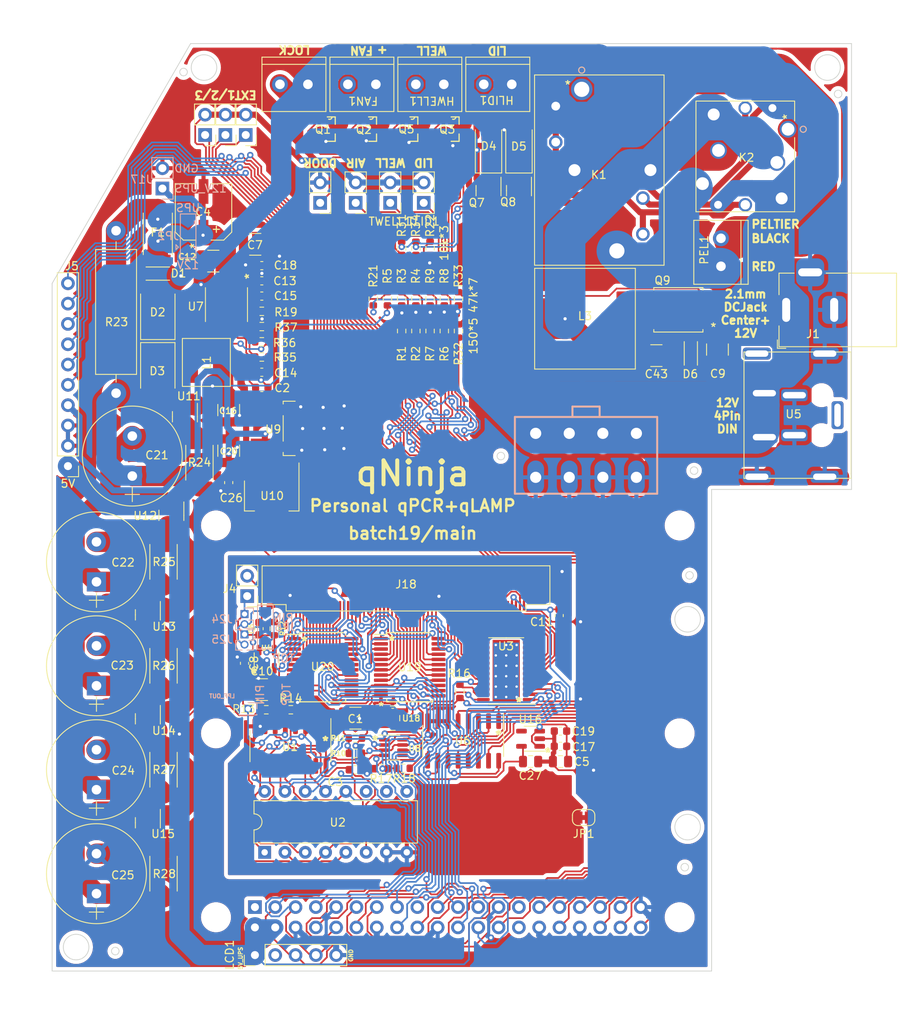
<source format=kicad_pcb>
(kicad_pcb (version 20211014) (generator pcbnew)
  (layers (0 "F.Cu" signal) (31 "B.Cu" signal) (34 "B.Paste" user) (35 "F.Paste" user) (36 "B.SilkS" user "B.Silkscreen") (37 "F.SilkS" user "F.Silkscreen") (38 "B.Mask" user) (39 "F.Mask" user) (44 "Edge.Cuts" user))
  (net 0 "")
  (net 1 "GNDA")
  (net 2 "3V3D")
  (net 3 "3V3A")
  (net 4 "PD_MUX_OUT")
  (net 5 "VOPT")
  (net 6 "DIVIDED")
  (net 7 "5V_UPS")
  (net 8 "12V_UPS")
  (net 9 "Net-(C22-Pad2)")
  (net 10 "12V")
  (net 11 "Net-(D2-Pad1)")
  (net 12 "Net-(FAN1-Pad2)")
  (net 13 "Net-(HLID1-Pad2)")
  (net 14 "Net-(HWELL1-Pad2)")
  (net 15 "PD_TH2")
  (net 16 "THERM_R_SWITCH")
  (net 17 "MUX_SELECT")
  (net 18 "Net-(R16-Pad2)")
  (net 19 "/FAN")
  (net 20 "MUX_S3")
  (net 22 "DLOCK")
  (net 23 "DOPEN")
  (net 24 "/WELL_HEATER")
  (net 25 "PD_TH1")
  (net 26 "MUX_S2")
  (net 27 "/LID_HEATER")
  (net 28 "MUX_S1")
  (net 29 "VIN_SENSE")
  (net 30 "/Power/5V_SW")
  (net 31 "I2C_SCL")
  (net 32 "MUX_S0")
  (net 33 "I2C_SDA")
  (net 34 "Net-(C2-Pad2)")
  (net 35 "THERM_MUX_OUT")
  (net 36 "N_LED_OUT8")
  (net 37 "N_LED_OUT7")
  (net 38 "N_LED_OUT6")
  (net 39 "N_LED_OUT5")
  (net 40 "N_LED_OUT4")
  (net 41 "N_LED_OUT3")
  (net 42 "N_LED_OUT2")
  (net 43 "N_LED_OUT1")
  (net 44 "S_LED_OUT1")
  (net 45 "S_LED_OUT2")
  (net 46 "S_LED_OUT3")
  (net 47 "S_LED_OUT4")
  (net 48 "S_LED_OUT5")
  (net 49 "S_LED_OUT6")
  (net 50 "S_LED_OUT7")
  (net 51 "S_LED_OUT8")
  (net 52 "Net-(Q1-Pad1)")
  (net 53 "Net-(Q2-Pad1)")
  (net 54 "Net-(Q3-Pad1)")
  (net 55 "Net-(Q5-Pad1)")
  (net 56 "/Photo/VBG")
  (net 57 "THERM_AIR")
  (net 58 "THERM_EXT1")
  (net 59 "THERM_EXT2")
  (net 60 "THERM_EXT3")
  (net 61 "THERM_LID")
  (net 62 "THERM_WELL")
  (net 63 "Net-(C13-Pad2)")
  (net 64 "Net-(C15-Pad1)")
  (net 65 "Net-(C21-Pad1)")
  (net 66 "Net-(C21-Pad2)")
  (net 67 "Net-(C23-Pad2)")
  (net 68 "Net-(C24-Pad2)")
  (net 71 "NAU_DRDY")
  (net 72 "LED_SPI_MOSI")
  (net 73 "/PhotoMUX/S_PD_OUT16")
  (net 74 "/PhotoMUX/S_PD_OUT15")
  (net 75 "/PhotoMUX/S_PD_OUT14")
  (net 76 "/PhotoMUX/S_PD_OUT13")
  (net 77 "/PhotoMUX/S_PD_OUT12")
  (net 78 "/PhotoMUX/S_PD_OUT11")
  (net 79 "/PhotoMUX/S_PD_OUT10")
  (net 80 "/PhotoMUX/S_PD_OUT9")
  (net 81 "/PhotoMUX/S_PD_OUT8")
  (net 82 "/PhotoMUX/S_PD_OUT7")
  (net 83 "/PhotoMUX/S_PD_OUT6")
  (net 84 "/PhotoMUX/S_PD_OUT5")
  (net 85 "/PhotoMUX/S_PD_OUT4")
  (net 86 "/PhotoMUX/S_PD_OUT3")
  (net 87 "/PhotoMUX/S_PD_OUT2")
  (net 88 "/PhotoMUX/S_PD_OUT1")
  (net 89 "/PhotoMUX/N_PD_OUT1")
  (net 90 "/PhotoMUX/N_PD_OUT2")
  (net 91 "/PhotoMUX/N_PD_OUT3")
  (net 92 "/PhotoMUX/N_PD_OUT4")
  (net 93 "/PhotoMUX/N_PD_OUT5")
  (net 94 "/PhotoMUX/N_PD_OUT6")
  (net 95 "/PhotoMUX/N_PD_OUT7")
  (net 96 "/PhotoMUX/N_PD_OUT8")
  (net 97 "/PhotoMUX/N_PD_OUT9")
  (net 98 "/PhotoMUX/N_PD_OUT10")
  (net 99 "/PhotoMUX/N_PD_OUT11")
  (net 100 "/PhotoMUX/N_PD_OUT12")
  (net 101 "/PhotoMUX/N_PD_OUT13")
  (net 102 "/PhotoMUX/N_PD_OUT14")
  (net 103 "/PhotoMUX/N_PD_OUT15")
  (net 104 "/PhotoMUX/N_PD_OUT16")
  (net 105 "Net-(R17-Pad2)")
  (net 106 "Net-(R18-Pad2)")
  (net 107 "LED_SPI_SCLK")
  (net 108 "LED_LAT")
  (net 109 "/PhotoMUX/MUX_SELECT_INV")
  (net 110 "REG_OUT")
  (net 111 "/SheetPeltier/PEL1")
  (net 112 "/SheetPeltier/PEL3")
  (net 113 "/SheetPeltier/PEL_RED")
  (net 114 "/SheetPeltier/PEL_BLK")
  (net 115 "PEL_SWB")
  (net 116 "PEL_SWA")
  (net 117 "Net-(Q7-Pad1)")
  (net 118 "Net-(Q8-Pad1)")
  (net 119 "PEL_PWM")
  (net 120 "Net-(Q9-Pad4)")
  (net 121 "Net-(LOCK1-Pad2)")
  (net 122 "GNDD")
  (net 124 "LED_BLANK")
  (net 125 "Net-(R19-Pad1)")
  (net 135 "Net-(C14-Pad2)")
  (net 138 "Net-(J24-Pad2)")
  (net 139 "Net-(C6-Pad1)")
  (net 140 "/Photo/AMP_OUT")
  (net 143 "LED")
  (net 144 "TACT1")
  (net 145 "TACT2")
  (net 146 "TACT3")
  (net 148 "Net-(R36-Pad2)")
  (net 149 "Net-(R35-Pad1)")
  (net 150 "/SheetPeltier/REG_D")
  (footprint "Connector_PinHeader_2.54mm:PinHeader_1x05_P2.54mm_Vertical" (layer "F.Cu") (at 105.37 148 90)
    (fp_text reference "LCD1")
    (fp_text value "RPI_LCD_TOUCH_7INCH")
  )
  (footprint "Ninja-qPCR:TB_SeeedOPL_320110028" (layer "F.Cu") (at 129 39.1 180)
    (fp_text reference "HWELL1")
    (fp_text value "Screw_Terminal_01x02")
  )
  (footprint "Connector_PinHeader_2.54mm:PinHeader_1x02_P2.54mm_Vertical" (layer "F.Cu") (at 104.399994 103.105001 180)
    (fp_text reference "J4")
    (fp_text value "Conn_01x02_Male")
  )
  (footprint "Connector_PinHeader_2.54mm:PinHeader_1x10_P2.54mm_Vertical" (layer "F.Cu") (at 81.979999 86.844988 180)
    (fp_text reference "J5")
    (fp_text value "Conn_01x10_Male")
  )
  (footprint "Jumper:SolderJumper-2_P1.3mm_Bridged_RoundedPad1.0x1.5mm" (layer "F.Cu") (at 146.49 130.8 180)
    (fp_text reference "JP1")
    (fp_text value "SolderJumper_2_Bridged")
  )
  (footprint "Package_TO_SOT_SMD:SOT-23" (layer "F.Cu") (at 96.61 80.67 -90)
    (fp_text reference "U11")
    (fp_text value "TL431DBZ")
  )
  (footprint "Package_TO_SOT_SMD:SOT-23" (layer "F.Cu") (at 94.92 93 -90)
    (fp_text reference "U12")
    (fp_text value "TL431DBZ")
  )
  (footprint "Package_TO_SOT_SMD:SOT-23" (layer "F.Cu") (at 91.976 105.45 -90)
    (fp_text reference "U13")
    (fp_text value "TL431DBZ")
  )
  (footprint "Package_TO_SOT_SMD:SOT-23" (layer "F.Cu") (at 91.976 118.45 -90)
    (fp_text reference "U14")
    (fp_text value "TL431DBZ")
  )
  (footprint "Package_TO_SOT_SMD:SOT-23" (layer "F.Cu") (at 91.976 131.45 -90)
    (fp_text reference "U15")
    (fp_text value "TL431DBZ")
  )
  (footprint "Ninja-qPCR:CP_Radial_D12.5mm_P5.00mm" (layer "F.Cu") (at 85.546006 101.31999 90)
    (fp_text reference "C22")
    (fp_text value "10F2.7V" hide)
  )
  (footprint "Ninja-qPCR:CP_Radial_D12.5mm_P5.00mm" (layer "F.Cu") (at 85.546006 114.31999 90)
    (fp_text reference "C23")
    (fp_text value "10F2.7V" hide)
  )
  (footprint "Ninja-qPCR:CP_Radial_D12.5mm_P5.00mm" (layer "F.Cu") (at 85.546006 127.319989 90)
    (fp_text reference "C24")
    (fp_text value "10F2.7V" hide)
  )
  (footprint "Ninja-qPCR:CP_Radial_D12.5mm_P5.00mm" (layer "F.Cu") (at 85.546006 140.319989 90)
    (fp_text reference "C25")
    (fp_text value "10F2.7V" hide)
  )
  (footprint "Capacitor_SMD:C_0805_2012Metric" (layer "F.Cu") (at 139.852505 123.7975)
    (fp_text reference "C27")
    (fp_text value "4.7uF")
  )
  (footprint "Diodes_SMD:D_SMB" (layer "F.Cu") (at 93.220007 67.469995 90)
    (fp_text reference "D2")
    (fp_text value "D")
  )
  (footprint "Diodes_SMD:D_SMB" (layer "F.Cu") (at 93.220007 74.94999 -90)
    (fp_text reference "D3")
    (fp_text value "D")
  )
  (footprint "Resistor_SMD:R_2512_6332Metric" (layer "F.Cu") (at 98.43 86.42 -90)
    (fp_text reference "R24")
    (fp_text value "1k2W")
  )
  (footprint "Resistor_SMD:R_2512_6332Metric" (layer "F.Cu") (at 93.936 98.82 -90)
    (fp_text reference "R25")
    (fp_text value "1k2W")
  )
  (footprint "Resistor_SMD:R_2512_6332Metric" (layer "F.Cu") (at 93.936 111.82 -90)
    (fp_text reference "R26")
    (fp_text value "1k2W")
  )
  (footprint "Resistor_SMD:R_2512_6332Metric" (layer "F.Cu") (at 93.936 124.82 -90)
    (fp_text reference "R27")
    (fp_text value "1k2W")
  )
  (footprint "Resistor_SMD:R_2512_6332Metric" (layer "F.Cu") (at 93.936 137.82 -90)
    (fp_text reference "R28")
    (fp_text value "1k2W")
  )
  (footprint "Resistors_SMD:R_2512" (layer "F.Cu") (at 93.220007 57.800011 90)
    (fp_text reference "F1")
    (fp_text value "Fuse")
  )
  (footprint "Ninja-qPCR:VLS6045EX-3R3N" (layer "F.Cu") (at 99.295 73.88 180)
    (fp_text reference "L1")
    (fp_text value "10uH" hide)
  )
  (footprint "Capacitor_SMD:C_0603_1608Metric" (layer "F.Cu") (at 106.229988 63.6778 180)
    (fp_text reference "C13")
    (fp_text value "0.1uF")
  )
  (footprint "Capacitor_SMD:C_0603_1608Metric" (layer "F.Cu") (at 106.229988 75.1078)
    (fp_text reference "C14")
    (fp_text value "0.01uF")
  )
  (footprint "Ninja-qPCR:CP_Radial_D12.5mm_P5.00mm" (layer "F.Cu") (at 90.03 88.09 90)
    (fp_text reference "C21")
    (fp_text value "10F2.7V" hide)
  )
  (footprint "Ninja-qPCR:TB_SeeedOPL_320110028" (layer "F.Cu") (at 137.5 39.1 180)
    (fp_text reference "HLID1")
    (fp_text value "Screw_Terminal_01x02")
  )
  (footprint "Ninja-qPCR:TB_SeeedOPL_320110028" (layer "F.Cu") (at 120.5 39.1 180)
    (fp_text reference "FAN1")
    (fp_text value "Screw_Terminal_01x02")
  )
  (footprint "Diodes_SMD:D_SMA" (layer "F.Cu") (at 134.59 46.79 90)
    (fp_text reference "D4")
    (fp_text value "DIODE")
  )
  (footprint "Diodes_SMD:D_SMA" (layer "F.Cu") (at 138.4 46.79 90)
    (fp_text reference "D5")
    (fp_text value "DIODE")
  )
  (footprint "Package_TO_SOT_SMD:SOT-23" (layer "F.Cu") (at 134.59 52.39 -90)
    (fp_text reference "Q7")
    (fp_text value "Q_NPN_BCE")
  )
  (footprint "Package_TO_SOT_SMD:SOT-23" (layer "F.Cu") (at 138.4 52.39 -90)
    (fp_text reference "Q8")
    (fp_text value "Q_NPN_BCE")
  )
  (footprint "Resistor_SMD:R_0603_1608Metric" (layer "F.Cu") (at 123.725991 59.604021 -90)
    (fp_text reference "R31")
    (fp_text value "10k")
  )
  (footprint "Resistor_SMD:R_0603_1608Metric" (layer "F.Cu") (at 125.503991 59.604021 90)
    (fp_text reference "R34")
    (fp_text value "10k")
  )
  (footprint "Ninja-qPCR:SSOP-24_5.3x8.2mm_P0.65mm-0.83mil" (layer "F.Cu") (at 113.845846 112.000982)
    (fp_text reference "U20")
    (fp_text value "CD74HC4067M96")
  )
  (footprint "Package_SO:SOIC-16_3.9x9.9mm_P1.27mm" (layer "F.Cu") (at 131.42 121.22 -90)
    (fp_text reference "U6")
    (fp_text value "SN74LV4051A")
  )
  (footprint "Ninja-qPCR:SSOP-24_5.3x8.2mm_P0.65mm-0.83mil" (layer "F.Cu") (at 124.735855 112.000982)
    (fp_text reference "U19")
    (fp_text value "CD74HC4067M96")
  )
  (footprint "Capacitor_SMD:C_0603_1608Metric" (layer "F.Cu") (at 104.069998 111.509988 90)
    (fp_text reference "C8")
    (fp_text value "0.1uF")
  )
  (footprint "Capacitor_SMD:C_0603_1608Metric" (layer "F.Cu") (at 143.43 105.54 -90)
    (fp_text reference "C11")
    (fp_text value "0.1uF")
  )
  (footprint "Capacitor_SMD:C_0603_1608Metric" (layer "F.Cu") (at 105.885005 107.18 -90)
    (fp_text reference "C6")
    (fp_text value "5pF")
  )
  (footprint "Capacitor_SMD:C_0603_1608Metric" (layer "F.Cu") (at 117.939998 124.822407)
    (fp_text reference "C3")
    (fp_text value "0.1uF")
  )
  (footprint "Capacitor_SMD:C_1210_3225Metric" (layer "F.Cu") (at 117.939998 118.369994 180)
    (fp_text reference "C1")
    (fp_text value "22uF")
  )
  (footprint "Ninja-qPCR:SOT-23-8-8.3mil" (layer "F.Cu") (at 122.7 122.05)
    (fp_text reference "U8")
    (fp_text value "TS12A12511DCNR")
  )
  (footprint "Package_TO_SOT_SMD:SOT-23-5" (layer "F.Cu") (at 106.837505 110.99 90)
    (fp_text reference "U4")
    (fp_text value "LMP7717MF_NOPB")
  )
  (footprint "Package_SO:HTSSOP-24-1EP_4.4x7.8mm_P0.65mm_EP3.4x7.8mm_Mask2.4x4.68mm_ThermalVias" (layer "F.Cu") (at 136.8044 112.4712 180)
    (fp_text reference "U3")
    (fp_text value "TLC5929")
  )
  (footprint "Resistor_SMD:R_0603_1608Metric" (layer "F.Cu") (at 117.939998 122.765007 180)
    (fp_text reference "R10")
    (fp_text value "47k_HP")
  )
  (footprint "Package_SO:SOIC-16_3.9x9.9mm_P1.27mm" (layer "F.Cu") (at 109.81 121.87062 -90)
    (fp_text reference "U1")
    (fp_text value "NAU7802")
  )
  (footprint "Package_DIP:DIP-16_W7.62mm" (layer "F.Cu") (at 106.585004 135.149996 90)
    (fp_text reference "U2")
    (fp_text value "NAU7802")
  )
  (footprint "Ninja-qPCR:SN74LVC1GU04DBVR" (layer "F.Cu") (at 122.609991 118.369994)
    (fp_text reference "U18")
    (fp_text value "SN74LVC1GU04DCKR" hide)
  )
  (footprint "Resistor_SMD:R_0603_1608Metric" (layer "F.Cu") (at 117.939998 120.860007)
    (fp_text reference "R11")
    (fp_text value "47k_HP")
  )
  (footprint "Resistor_SMD:R_0603_1608Metric" (layer "F.Cu") (at 106.790007 117.320009)
    (fp_text reference "R13")
    (fp_text value "10k")
  )
  (footprint "Resistor_SMD:R_0603_1608Metric" (layer "F.Cu") (at 121.15 124.69 180)
    (fp_text reference "R17")
    (fp_text value "10k_HP")
  )
  (footprint "Resistor_SMD:R_0603_1608Metric" (layer "F.Cu") (at 123.91 124.64)
    (fp_text reference "R18")
    (fp_text value "47k_HP")
  )
  (footprint "Ninja-qPCR:FFC_60_Ali_HUISHUNFA" (layer "F.Cu") (at 139.019991 104.34 180)
    (fp_text reference "J18")
    (fp_text value "Conn_01x60_Male")
  )
  (footprint "Ninja-qPCR:AOZ6605PI-1" (layer "F.Cu") (at 101.81 66.65 -90)
    (fp_text reference "U7")
    (fp_text value "AOZ6600" hide)
  )
  (footprint "Ninja-qPCR:TB_SeeedOPL_320110028" (layer "F.Cu") (at 163.669312 61.854869 90)
    (fp_text reference "PEL1")
    (fp_text value "Screw_Terminal_01x02")
  )
  (footprint "Ninja-qPCR:EX2-2U1S" (layer "F.Cu") (at 172.059312 44.714869 -90)
    (fp_text reference "K2")
    (fp_text value "EX2-2U1S" hide)
  )
  (footprint "Ninja-qPCR:EP2-3L3SAb" (layer "F.Cu") (at 146.249312 39.724869 -90)
    (fp_text reference "K1")
    (fp_text value "EP2-3L3SAb" hide)
  )
  (footprint "Capacitor_SMD:C_0603_1608Metric" (layer "F.Cu") (at 102.089991 88.910008 -90)
    (fp_text reference "C26")
    (fp_text value "0.1uF")
  )
  (footprint "Ninja-qPCR:SOT95P240X112-3N" (layer "F.Cu") (at 125.035 44.7)
    (fp_text reference "Q5")
    (fp_text value "Q_NMOS_GSD")
  )
  (footprint "Ninja-qPCR:SOT95P240X112-3N" (layer "F.Cu") (at 130.2 44.7)
    (fp_text reference "Q3")
    (fp_text value "Q_NMOS_GSD")
  )
  (footprint "Ninja-qPCR:SOT95P240X112-3N" (layer "F.Cu") (at 119.87 44.7)
    (fp_text reference "Q2")
    (fp_text value "Q_NMOS_GSD")
  )
  (footprint "Ninja-qPCR:SOT95P240X112-3N" (layer "F.Cu") (at 114.705 44.7)
    (fp_text reference "Q1")
    (fp_text value "Q_NMOS_GSD")
  )
  (footprint "Ninja-qPCR:MSS1P3L-M3&slash_89A" (layer "F.Cu") (at 93.220007 62.770004 180)
    (fp_text reference "D1")
    (fp_text value "D_Schottky" hide)
  )
  (footprint "Connector_BarrelJack:BarrelJack_Horizontal" (layer "F.Cu") (at 171.828993 67.31 180)
    (fp_text reference "J1")
    (fp_text value "Barrel_Jack_Switch")
  )
  (footprint "Package_TO_SOT_SMD:SOT-223" (layer "F.Cu") (at 107.469991 90.550009 -90)
    (fp_text reference "U10")
    (fp_text value "LD1086DTTR")
  )
  (footprint "Capacitor_SMD:C_0603_1608Metric" (layer "F.Cu") (at 106.229988 65.5828 180)
    (fp_text reference "C15")
    (fp_text value "0.01uF")
  )
  (footprint "Resistor_SMD:R_0603_1608Metric" (layer "F.Cu") (at 106.229988 67.4878)
    (fp_text reference "R19")
    (fp_text value "150")
  )
  (footprint "Ninja-qPCR:MSS1P3L-M3&slash_89A" (layer "F.Cu") (at 159.9 72.75 90)
    (fp_text reference "D6")
    (fp_text value "D_Schottky" hide)
  )
  (footprint "Ninja-qPCR:PowerPAK_SO-8_Long" (layer "F.Cu") (at 158.339206 67.299992 180)
    (fp_text reference "Q9")
    (fp_text value "SIRA88BDP-T1-GE3" hide)
  )
  (footprint "Capacitor_SMD:C_1210_3225Metric" (layer "F.Cu") (at 163.23 72.27 90)
    (fp_text reference "C9")
    (fp_text value "22uF")
  )
  (footprint "Capacitor_SMD:C_1210_3225Metric" (layer "F.Cu") (at 155.59 73.03 180)
    (fp_text reference "C43")
    (fp_text value "22uF")
  )
  (footprint "Ninja-qPCR:SRP1265C" (layer "F.Cu") (at 146.660006 68.409998 180)
    (fp_text reference "L3")
    (fp_text value "SRP1265C-220M")
  )
  (footprint "Ninja-qPCR:TB_SeeedOPL_320110028" (layer "F.Cu") (at 112 39.1 180)
    (fp_text reference "LOCK1" hide)
    (fp_text value "Conn_01x02_Male")
  )
  (footprint "Connector_PinHeader_2.54mm:PinHeader_1x02_P2.54mm_Vertical" (layer "F.Cu") (at 122.292008 53.920949 180)
    (fp_text reference "TWELL1")
    (fp_text value "Conn_01x02_Male")
  )
  (footprint "Connector_PinHeader_2.54mm:PinHeader_1x02_P2.54mm_Vertical" (layer "F.Cu") (at 126.483008 53.920949 180)
    (fp_text reference "TLID1")
    (fp_text value "Conn_01x02_Male")
  )
  (footprint "Connector_PinHeader_2.54mm:PinHeader_1x02_P2.54mm_Vertical" (layer "F.Cu") (at 99.14 45.435 180)
    (fp_text reference "TEXT3" hide)
    (fp_text value "Conn_01x02_Male")
  )
  (footprint "Connector_PinHeader_2.54mm:PinHeader_1x02_P2.54mm_Vertical" (layer "F.Cu") (at 101.68 45.435 180)
    (fp_text reference "TEXT2" hide)
    (fp_text value "Conn_01x02_Male")
  )
  (footprint "Connector_PinHeader_2.54mm:PinHeader_1x02_P2.54mm_Vertical" (layer "F.Cu") (at 104.22 45.435 180)
    (fp_text reference "TEXT1" hide)
    (fp_text value "Conn_01x02_Male")
  )
  (footprint "Connector_PinHeader_2.54mm:PinHeader_1x02_P2.54mm_Vertical" (layer "F.Cu") (at 117.974999 53.920949 180)
    (fp_text reference "TAIR1" hide)
    (fp_text value "Conn_01x02_Male")
  )
  (footprint "Connector_PinHeader_2.54mm:PinHeader_1x02_P2.54mm_Vertical" (layer "F.Cu") (at 113.53 53.920945 180)
    (fp_text reference "SW1" hide)
    (fp_text value "SW_Reed")
  )
  (footprint "Resistor_SMD:R_0603_1608Metric" (layer "F.Cu") (at 130.838 65.92 -90)
    (fp_text reference "R33")
    (fp_text value "47k")
  )
  (footprint "Resistor_SMD:R_0603_1608Metric" (layer "F.Cu") (at 120.169991 65.92001 90)
    (fp_text reference "R21")
    (fp_text value "47k")
  )
  (footprint "Resistor_SMD:R_0603_1608Metric" (layer "F.Cu") (at 127.281991 65.92001 90)
    (fp_text reference "R9")
    (fp_text value "47k")
  )
  (footprint "Resistor_SMD:R_0603_1608Metric" (layer "F.Cu") (at 129.06 65.92 90)
    (fp_text reference "R8")
    (fp_text value "47k")
  )
  (footprint "Resistor_SMD:R_0603_1608Metric" (layer "F.Cu") (at 121.947991 65.92001 90)
    (fp_text reference "R5")
    (fp_text value "47k")
  )
  (footprint "Resistor_SMD:R_0603_1608Metric" (layer "F.Cu") (at 123.725991 65.92001 90)
    (fp_text reference "R3")
    (fp_text value "47k")
  )
  (footprint "Resistor_SMD:R_0603_1608Metric" (layer "F.Cu") (at 125.504 65.92 90)
    (fp_text reference "R4")
    (fp_text value "47k")
  )
  (footprint "Resistor_SMD:R_0603_1608Metric" (layer "F.Cu") (at 130.838 69.95 -90)
    (fp_text reference "R32")
    (fp_text value "150")
  )
  (footprint "Resistor_SMD:R_0603_1608Metric" (layer "F.Cu") (at 127.281991 59.604021 90)
    (fp_text reference "R22")
    (fp_text value "10k")
  )
  (footprint "Resistor_SMD:R_0603_1608Metric" (layer "F.Cu") (at 127.282 69.95 -90)
    (fp_text reference "R7")
    (fp_text value "150")
  )
  (footprint "Resistor_SMD:R_0603_1608Metric" (layer "F.Cu") (at 129.06 69.95 -90)
    (fp_text reference "R6")
    (fp_text value "150")
  )
  (footprint "Resistor_SMD:R_0603_1608Metric" (layer "F.Cu") (at 125.504 69.95 -90)
    (fp_text reference "R2")
    (fp_text value "150")
  )
  (footprint "Resistor_SMD:R_0603_1608Metric" (layer "F.Cu") (at 123.725991 69.95 -90)
    (fp_text reference "R1")
    (fp_text value "150")
  )
  (footprint "Resistor_SMD:R_0603_1608Metric" (layer "F.Cu") (at 131.01 115.02 90)
    (fp_text reference "R16")
    (fp_text value "3.3k")
  )
  (footprint "Resistors_ThroughHole:R_Axial_DIN0516_L15.5mm_D5.0mm_P20.32mm_Horizontal" (layer "F.Cu") (at 88 77.725 90)
    (fp_text reference "R23")
    (fp_text value "8.2Ω 3W")
  )
  (footprint "Ninja-qPCR:Raspberry_Pi_3A+_3B+_4B_Zero_FaceDown_HDMI-R-NOSILK" (layer "F.Cu") (at 105.369995 141.999995 90)
    (fp_text reference "J2" hide)
    (fp_text value "Raspberry_Pi_3A_Plus_wpi")
  )
  (footprint "Resistor_SMD:R_0603_1608Metric" (layer "F.Cu") (at 106.229988 73.2028)
    (fp_text reference "R35")
    (fp_text value "10k")
  )
  (footprint "Capacitor_SMD:C_1210_3225Metric" (layer "F.Cu") (at 102.089991 79.839998 90)
    (fp_text reference "C16")
    (fp_text value "22uF")
  )
  (footprint "Capacitor_SMD:C_1210_3225Metric" (layer "F.Cu") (at 102.089991 84.919998 90)
    (fp_text reference "C20")
    (fp_text value "22uF")
  )
  (footprint "Ninja-qPCR:DN4_PWR" (layer "F.Cu") (at 179.950008 80.475988 90)
    (fp_text reference "U5")
    (fp_text value "DIN4_PWR")
  )
  (footprint "Capacitor_SMD:C_1210_3225Metric" (layer "F.Cu") (at 105.41 59.1058 180)
    (fp_text reference "C7")
    (fp_text value "22uF")
  )
  (footprint "Capacitor_SMD:C_0603_1608Metric" (layer "F.Cu") (at 106.229988 61.7728 180)
    (fp_text reference "C18")
    (fp_text value "0.1uF")
  )
  (footprint "Ninja-qPCR:35TZV100M6.3X8" (layer "F.Cu") (at 98.94 55.05 90)
    (fp_text reference "C4")
    (fp_text value "100uF" hide)
  )
  (footprint "Package_TO_SOT_SMD:SOT-23-5" (layer "F.Cu") (at 139.852505 120.94 180)
    (fp_text reference "U16")
    (fp_text value "MCP1755T-3302E_OT")
  )
  (footprint "Capacitor_SMD:C_0603_1608Metric" (layer "F.Cu") (at 143.592502 119.9875 180)
    (fp_text reference "C19")
    (fp_text value "0.01uF")
  )
  (footprint "Resistor_SMD:R_0603_1608Metric" (layer "F.Cu") (at 107.790005 107.18 90)
    (fp_text reference "R12")
    (fp_text value "10M")
  )
  (footprint "Resistor_SMD:R_0603_1608Metric" (layer "F.Cu") (at 106.229988 71.2978 180)
    (fp_text reference "R36")
    (fp_text value "75k")
  )
  (footprint "Resistor_SMD:R_0603_1608Metric" (layer "F.Cu") (at 109.860004 117.320009)
    (fp_text reference "R14")
    (fp_text value "100k")
  )
  (footprint "Capacitor_SMD:C_0805_2012Metric" (layer "F.Cu") (at 143.592502 123.7975 180)
    (fp_text reference "C5")
    (fp_text value "4.7uF")
  )
  (footprint "Capacitor_SMD:C_1210_3225Metric" (layer "F.Cu") (at 106.24 114.8)
    (fp_text reference "C10")
    (fp_text value "22uF")
  )
  (footprint "Ninja-qPCR:REG_TO252-3" (layer "F.Cu") (at 111.18 82.13)
    (fp_text reference "U9")
    (fp_text value "REG_TO252-3")
  )
  (footprint "Capacitor_SMD:C_0603_1608Metric" (layer "F.Cu") (at 106.229988 77.0128 180)
    (fp_text reference "C2")
    (fp_text value "0.1uF")
  )
  (footprint "Resistor_SMD:R_0603_1608Metric" (layer "F.Cu") (at 106.229988 69.3928)
    (fp_text reference "R37")
    (fp_text value "10k")
  )
  (footprint "Capacitor_SMD:C_0603_1608Metric" (layer "F.Cu") (at 143.592502 121.8925 180)
    (fp_text reference "C17")
    (fp_text value "0.1uF")
  )
  (footprint "Capacitor_SMD:C_1210_3225Metric" (layer "F.Cu") (at 100.165 61.21)
    (fp_text reference "C12")
    (fp_text value "22uF")
  )
  (footprint "Connector_PinSocket_2.54mm:PinSocket_1x02_P2.54mm_Vertical" (layer "B.Cu") (at 93.8 52.13)
    (fp_text reference "J17")
    (fp_text value "Conn_01x02_Male")
  )
  (footprint "Jumper:SolderJumper-3_P2.0mm_Open_TrianglePad1.0x1.5mm" (layer "B.Cu") (at 96.99 58.06 90)
    (fp_text reference "JP2")
    (fp_text value "Jumper_3_Open")
  )
  (footprint "Connector_PinHeader_1.27mm:PinHeader_1x01_P1.27mm_Vertical" (layer "B.Cu") (at 104.51 117.2 180)
    (fp_text reference "J23" hide)
    (fp_text value "Conn_01x01_Male")
  )
  (footprint "Jumper:SolderJumper-3_P2.0mm_Open_TrianglePad1.0x1.5mm" (layer "B.Cu") (at 106.65 106.98 90)
    (fp_text reference "JP6")
    (fp_text value "Jumper_3_Open")
  )
  (footprint "Ninja-qPCR:ATX8" (layer "B.Cu") (at 146.790004 85.500007 180)
    (fp_text reference "J3" hide)
    (fp_text value "Conn_01x08_Male" hide)
  )
  (footprint "Connector_PinHeader_1.27mm:PinHeader_1x02_P1.27mm_Vertical" (layer "B.Cu") (at 104.069998 107.890005 180)
    (fp_text reference "J25")
    (fp_text value "Conn_01x02_Male")
  )
  (footprint "Connector_PinHeader_1.27mm:PinHeader_1x02_P1.27mm_Vertical" (layer "B.Cu") (at 104.069998 105.350005 180)
    (fp_text reference "J24")
    (fp_text value "Conn_01x02_Male")
  )
  (gr_circle (center 83 147) (end 84.6 147) (layer "Edge.Cuts") (width 0.1) (fill none))
  (gr_circle (center 177 37) (end 178.6 37) (layer "Edge.Cuts") (width 0.1) (fill none))
  (gr_line (start 80 150) (end 162.5 150) (layer "Edge.Cuts") (width 0.1))
  (gr_circle (center 96.44 37.56) (end 96.915 37.56) (layer "Edge.Cuts") (width 0.1) (fill none))
  (gr_circle (center 87.9 147.5) (end 88.375 147.5) (layer "Edge.Cuts") (width 0.1) (fill none))
  (gr_line (start 162.5 150) (end 162.5 89.77) (layer "Edge.Cuts") (width 0.1))
  (gr_circle (center 136.136 85.59) (end 136.611 85.59) (layer "Edge.Cuts") (width 0.1) (fill none))
  (gr_line (start 162.5 89.77) (end 180 89.77) (layer "Edge.Cuts") (width 0.1))
  (gr_line (start 180 89.77) (end 180 34) (layer "Edge.Cuts") (width 0.1))
  (gr_circle (center 159.5 106) (end 161.1 106) (layer "Edge.Cuts") (width 0.1) (fill none))
  (gr_circle (center 178.325 40.3) (end 178.8 40.3) (layer "Edge.Cuts") (width 0.1) (fill none))
  (gr_circle (center 159.5 132) (end 161.1 132) (layer "Edge.Cuts") (width 0.1) (fill none))
  (gr_circle (center 160.305 87.41) (end 160.78 87.41) (layer "Edge.Cuts") (width 0.1) (fill none))
  (gr_circle (center 159.74 100.51) (end 160.215 100.51) (layer "Edge.Cuts") (width 0.1) (fill none))
  (gr_circle (center 159.14 137.01) (end 159.615 137.01) (layer "Edge.Cuts") (width 0.1) (fill none))
  (gr_circle (center 99 37) (end 100.6 37) (layer "Edge.Cuts") (width 0.1) (fill none))
  (gr_line (start 80 64) (end 80 150) (layer "Edge.Cuts") (width 0.1))
  (gr_line (start 97.320508 34) (end 80 64) (layer "Edge.Cuts") (width 0.1))
  (gr_line (start 97.320508 34) (end 180 34) (layer "Edge.Cuts") (width 0.1))
  (gr_text "GND" (at 96.82 49.62) (layer "B.SilkS") (effects (font (size 1 1)) (justify mirror)))
  (gr_text "UPS" (at 97.01 54.56) (layer "B.SilkS") (effects (font (size 1 1)) (justify mirror)))
  (gr_text "12V_UPS" (at 98.58 52.12) (layer "B.SilkS") (effects (font (size 1 1)) (justify mirror)))
  (gr_text "PIN" (at 108.93999 105.820007) (layer "B.SilkS") (effects (font (size 1 1)) (justify mirror)))
  (gr_text "PIN" (at 106.009008 115.440003 90) (layer "B.SilkS") (effects (font (size 1 1)) (justify mirror)))
  (gr_text "TOP" (at 109.311008 115.440003 90) (layer "B.SilkS") (effects (font (size 1 1)) (justify mirror)))
  (gr_text "TOP" (at 108.93999 110.900007) (layer "B.SilkS") (effects (font (size 1 1)) (justify mirror)))
  (gr_text "12V" (at 96.99 61.71) (layer "B.SilkS") (effects (font (size 1 1)) (justify mirror)))
  (gr_text "LPF_OUT" (at 101.259996 115.610005) (layer "B.SilkS") (effects (font (size 0.508 0.508) (thickness 0.127)) (justify mirror)))
  (gr_text "batch19/main" (at 125.100004 95.25) (layer "F.SilkS") (effects (font (size 1.5 1.5) (thickness 0.3))))
  (gr_text "5V_UPS" (at 103.57 148.4 90) (layer "F.SilkS") (effects (font (size 0.508 0.508) (thickness 0.127))))
  (gr_text "LID" (at 135.7 34.87 180) (layer "F.SilkS") (effects (font (size 1.016 1.016) (thickness 0.254))))
  (gr_text "WELL" (at 127.5 34.87 180) (layer "F.SilkS") (effects (font (size 1.016 1.016) (thickness 0.254))))
  (gr_text "FAN" (at 118.7 34.87 180) (layer "F.SilkS") (effects (font (size 1.016 1.016) (thickness 0.254))))
  (gr_text "LOCK" (at 110.3 34.77 180) (layer "F.SilkS") (effects (font (size 1.016 1.016) (thickness 0.254))))
  (gr_text "EXT1/2/3" (at 101.690947 40.414055 180) (layer "F.SilkS") (effects (font (size 1.016 1.016) (thickness 0.254))))
  (gr_text "DOOR" (at 113.53 48.9 180) (layer "F.SilkS") (effects (font (size 1.016 1.016) (thickness 0.254))))
  (gr_text "AIR" (at 117.975 48.9 180) (layer "F.SilkS") (effects (font (size 1.016 1.016) (thickness 0.254))))
  (gr_text "WELL" (at 122.319949 48.9 180) (layer "F.SilkS") (effects (font (size 1.016 1.016) (thickness 0.254))))
  (gr_text "LID" (at 126.483008 48.900004 180) (layer "F.SilkS") (effects (font (size 1.016 1.016) (thickness 0.254))))
  (gr_text "GND" (at 117.38 148.05 90) (layer "F.SilkS") (effects (font (size 0.508 0.508) (thickness 0.127))))
  (gr_text "*" (at 122.5 108.7) (layer "F.SilkS") (effects (font (size 1.016 1.016) (thickness 0.254))))
  (gr_text "*" (at 135.85 120.51) (layer "F.SilkS") (effects (font (size 1.016 1.016) (thickness 0.254))))
  (gr_text "5V" (at 81.98 89.03) (layer "F.SilkS") (effects (font (size 1 1))))
  (gr_text "Personal qPCR+qLAMP" (at 125.1 91.81) (layer "F.SilkS") (effects (font (size 1.5 1.5) (thickness 0.3))))
  (gr_text "qNinja" (at 125.1 87.76) (layer "F.SilkS") (effects (font (size 3 3) (thickness 0.5))))
  (gr_text "2.1mm\nDCJack\nCenter+\n12V" (at 166.75 67.78) (layer "F.SilkS") (effects (font (size 1.016 1.016) (thickness 0.254))))
  (gr_text "*" (at 142.01 122.69) (layer "F.SilkS") (effects (font (size 1.016 1.016) (thickness 0.254))))
  (gr_text "+" (at 121.300011 34.870009 180) (layer "F.SilkS") (effects (font (size 1.016 1.016) (thickness 0.254))))
  (gr_text "47k*7" (at 132.7 65.47 90) (layer "F.SilkS") (effects (font (size 1 1))))
  (gr_text "*" (at 111.56 108.79) (layer "F.SilkS") (effects (font (size 1.016 1.016) (thickness 0.254))))
  (gr_text "150*5" (at 132.7 70.57 90) (layer "F.SilkS") (effects (font (size 1 1))))
  (gr_text "RED" (at 169 61.9) (layer "F.SilkS") (effects (font (size 1.016 1.016) (thickness 0.254))))
  (gr_text "12V\n4Pin\nDIN" (at 164.480011 80.569994) (layer "F.SilkS") (effects (font (size 1.016 1.016) (thickness 0.254))))
  (gr_text "10k*3" (at 129.040001 58.94 90) (layer "F.SilkS") (effects (font (size 1 1))))
  (gr_text "*" (at 138.38 116.39) (layer "F.SilkS") (effects (font (size 1.016 1.016) (thickness 0.254))))
  (gr_text "*" (at 105.277505 112.79) (layer "F.SilkS") (effects (font (size 1.016 1.016) (thickness 0.254))))
  (gr_text "PELTIER" (at 170.5 56.6) (layer "F.SilkS") (effects (font (size 1.016 1.016) (thickness 0.254))))
  (gr_text "*" (at 120.41 121.18) (layer "F.SilkS") (effects (font (size 1.016 1.016) (thickness 0.254))))
  (gr_text "BLACK" (at 169.89 58.38) (layer "F.SilkS") (effects (font (size 1.016 1.016) (thickness 0.254))))
  (gr_text "*" (at 114.19 121.25062) (layer "F.SilkS") (effects (font (size 1.016 1.016) (thickness 0.254))))
  (segment (start 106.837505 111.165257) (end 106.860893 111.141869) (width 0.21082) (layer "F.Cu") (net 1))
  (segment (start 120.134018 115.575982) (end 119.99354 115.71646) (width 0.21082) (layer "F.Cu") (net 1))
  (segment (start 110.02 103.27) (end 109.77 103.02) (width 0.21082) (layer "F.Cu") (net 1))
  (segment (start 104.765 113.955) (end 104.765 114.8) (width 0.21082) (layer "F.Cu") (net 1))
  (segment (start 117.97 121.82) (end 117.97 121.655005) (width 0.21082) (layer "F.Cu") (net 1))
  (segment (start 119.414998 120.210007) (end 118.764998 120.860007) (width 0.21082) (layer "F.Cu") (net 1))
  (segment (start 123.540127 88.39045) (end 121.093631 85.943954) (width 0.21082) (layer "F.Cu") (net 1))
  (segment (start 109.52 103.27) (end 109.77 103.02) (width 0.21082) (layer "F.Cu") (net 1))
  (segment (start 104.069998 110.734988) (end 103.174988 110.734988) (width 0.21082) (layer "F.Cu") (net 1))
  (segment (start 121.093631 85.943954) (end 121.093631 85.541849) (width 0.21082) (layer "F.Cu") (net 1))
  (segment (start 106.837505 112.1275) (end 106.837505 111.165257) (width 0.21082) (layer "F.Cu") (net 1))
  (segment (start 135.363811 99.342477) (end 124.411785 88.390451) (width 0.21082) (layer "F.Cu") (net 1))
  (segment (start 100.691278 50.058722) (end 100.427113 50.058722) (width 0.21082) (layer "F.Cu") (net 1))
  (segment (start 118.490006 118.369994) (end 118.45 118.41) (width 0.21082) (layer "F.Cu") (net 1))
  (segment (start 124.411785 88.390451) (end 123.540127 88.39045) (width 0.21082) (layer "F.Cu") (net 1))
  (segment (start 117.97 121.655005) (end 118.764998 120.860007) (width 0.21082) (layer "F.Cu") (net 1))
  (segment (start 119.993539 116.371295) (end 119.71 116.654834) (width 0.21082) (layer "F.Cu") (net 1))
  (segment (start 110.02 104.34) (end 110.02 103.27) (width 0.21082) (layer "F.Cu") (net 1))
  (segment (start 99.242664 48.874273) (end 99.242665 46.982665) (width 0.21082) (layer "F.Cu") (net 1))
  (segment (start 120.078144 84.526363) (end 120.078142 77.827145) (width 0.21082) (layer "F.Cu") (net 1))
  (segment (start 118.917829 124.822407) (end 119.395652 125.30023) (width 0.21082) (layer "F.Cu") (net 1))
  (segment (start 101.314355 50.639779) (end 101.272335 50.639779) (width 0.21082) (layer "F.Cu") (net 1))
  (segment (start 120.078142 77.827145) (end 112.770224 70.519227) (width 0.21082) (layer "F.Cu") (net 1))
  (segment (start 106.635 119.39562) (end 105.365 119.39562) (width 0.21082) (layer "F.Cu") (net 1))
  (segment (start 101.272335 50.639779) (end 100.691278 50.058722) (width 0.21082) (layer "F.Cu") (net 1))
  (segment (start 97.9 46.36) (end 97.9 44.135) (width 0.21082) (layer "F.Cu") (net 1))
  (segment (start 106.23659 113.3927) (end 106.837505 112.791785) (width 0.21082) (layer "F.Cu") (net 1))
  (segment (start 119.414998 118.369994) (end 119.414998 119.194998) (width 0.21082) (layer "F.Cu") (net 1))
  (segment (start 143.79 100.03) (end 143.79 99.61) (width 0.21082) (layer "F.Cu") (net 1))
  (segment (start 119.99354 115.71646) (end 119.993539 116.371295) (width 0.21082) (layer "F.Cu") (net 1))
  (segment (start 128.52 103.26) (end 128.39 103.13) (width 0.21082) (layer "F.Cu") (net 1))
  (segment (start 110.245846 115.945846) (end 110.7 116.4) (width 0.21082) (layer "F.Cu") (net 1))
  (segment (start 97.9 44.135) (end 99.14 42.895) (width 0.21082) (layer "F.Cu") (net 1))
  (segment (start 106.837505 112.791785) (end 106.837505 112.1275) (width 0.21082) (layer "F.Cu") (net 1))
  (segment (start 105.485 42.895) (end 104.22 42.895) (width 0.762) (layer "F.Cu") (net 1))
  (segment (start 119.71 116.654834) (end 119.71 118.074992) (width 0.21082) (layer "F.Cu") (net 1))
  (segment (start 100.427113 50.058722) (end 99.242664 48.874273) (width 0.21082) (layer "F.Cu") (net 1))
  (segment (start 143.79 99.61) (end 143.522477 99.342477) (width 0.21082) (layer "F.Cu") (net 1))
  (segment (start 121.093631 85.541849) (end 120.078144 84.526363) (width 0.21082) (layer "F.Cu") (net 1))
  (segment (start 109.52 104.34) (end 109.52 103.27) (width 0.21082) (layer "F.Cu") (net 1))
  (segment (start 111.234199 48.644199) (end 105.485 42.895) (width 0.762) (layer "F.Cu") (net 1))
  (segment (start 112.770224 70.519227) (end 112.770219 62.095643) (width 0.21082) (layer "F.Cu") (net 1))
  (segment (start 119.414998 118.369994) (end 119.414998 120.210007) (width 0.21082) (layer "F.Cu") (net 1))
  (segment (start 119.414998 119.194998) (end 119.539995 119.319995) (width 0.21082) (layer "F.Cu") (net 1))
  (segment (start 128.52 104.34) (end 128.52 103.26) (width 0.21082) (layer "F.Cu") (net 1))
  (segment (start 105.3273 113.3927) (end 104.765 113.955) (width 0.21082) (layer "F.Cu") (net 1))
  (segment (start 110.685004 117.320009) (end 110.685004 116.414996) (width 0.21082) (layer "F.Cu") (net 1))
  (segment (start 118.714998 124.822407) (end 118.714998 124.835002) (width 0.21082) (layer "F.Cu") (net 1))
  (segment (start 101.68 42.895) (end 99.14 42.895) (width 0.762) (layer "F.Cu") (net 1))
  (segment (start 110.685004 116.414996) (end 110.7 116.4) (width 0.21082) (layer "F.Cu") (net 1))
  (segment (start 143.522477 99.342477) (end 135.363811 99.342477) (width 0.21082) (layer "F.Cu") (net 1))
  (segment (start 98.853121 46.593121) (end 98.133121 46.593121) (width 0.21082) (layer "F.Cu") (net 1))
  (segment (start 105.819989 113.3927) (end 105.3273 113.3927) (width 0.21082) (layer "F.Cu") (net 1))
  (segment (start 121.135855 115.575982) (end 120.134018 115.575982) (width 0.21082) (layer "F.Cu") (net 1))
  (segment (start 103.174988 110.734988) (end 103.16 110.72) (width 0.21082) (layer "F.Cu") (net 1))
  (segment (start 119.71 118.074992) (end 119.414998 118.369994) (width 0.21082) (layer "F.Cu") (net 1))
  (segment (start 119.414998 118.369994) (end 118.490006 118.369994) (width 0.21082) (layer "F.Cu") (net 1))
  (segment (start 119.539995 119.319995) (end 121.416191 119.319995) (width 0.21082) (layer "F.Cu") (net 1))
  (segment (start 112.770219 62.095643) (end 101.314355 50.639779) (width 0.21082) (layer "F.Cu") (net 1))
  (segment (start 118.714998 124.822407) (end 118.917829 124.822407) (width 0.21082) (layer "F.Cu") (net 1))
  (segment (start 98.133121 46.593121) (end 97.9 46.36) (width 0.21082) (layer "F.Cu") (net 1))
  (segment (start 105.819989 113.3927) (end 106.23659 113.3927) (width 0.21082) (layer "F.Cu") (net 1))
  (segment (start 99.242665 46.982665) (end 98.853121 46.593121) (width 0.21082) (layer "F.Cu") (net 1))
  (segment (start 110.245846 115.575981) (end 110.245846 115.945846) (width 0.21082) (layer "F.Cu") (net 1))
  (segment (start 104.22 42.895) (end 101.68 42.895) (width 0.762) (layer "F.Cu") (net 1))
  (via (at 118.45 118.41) (size 0.8) (drill 0.4) (layers "F.Cu" "B.Cu") (net 1))
  (via (at 109.77 103.02) (size 0.8) (drill 0.4) (layers "F.Cu" "B.Cu") (net 1))
  (via (at 106.03562 119.39562) (size 0.8) (drill 0.4) (layers "F.Cu" "B.Cu") (net 1))
  (via (at 110.7 116.4) (size 0.8) (drill 0.4) (layers "F.Cu" "B.Cu") (net 1))
  (via (at 106.860893 111.141869) (size 0.8) (drill 0.4) (layers "F.Cu" "B.Cu") (net 1))
  (via (at 117.97 121.82) (size 0.8) (drill 0.4) (layers "F.Cu" "B.Cu") (net 1))
  (via (at 143.79 100.03) (size 0.8) (drill 0.4) (layers "F.Cu" "B.Cu") (net 1))
  (via (at 105.819989 113.3927) (size 0.8) (drill 0.4) (layers "F.Cu" "B.Cu") (net 1))
  (via (at 103.16 110.72) (size 0.8) (drill 0.4) (layers "F.Cu" "B.Cu") (net 1))
  (via (at 119.395652 125.30023) (size 0.8) (drill 0.4) (layers "F.Cu" "B.Cu") (net 1))
  (via (at 111.234199 48.644199) (size 0.8) (drill 0.4) (layers "F.Cu" "B.Cu") (net 1))
  (via (at 128.39 103.13) (size 0.8) (drill 0.4) (layers "F.Cu" "B.Cu") (net 1))
  (segment (start 119.395652 125.30023) (end 117.97 123.874578) (width 0.21082) (layer "B.Cu") (net 1))
  (segment (start 117.97 123.874578) (end 117.97 121.82) (width 0.21082) (layer "B.Cu") (net 1))
  (segment (start 106.860893 111.141869) (end 103.581869 111.141869) (width 0.21082) (layer "B.Cu") (net 1))
  (segment (start 124.365 135.15) (end 121.825 135.15) (width 0.21082) (layer "B.Cu") (net 1))
  (segment (start 115.238254 48.644199) (end 111.234199 48.644199) (width 0.762) (layer "B.Cu") (net 1))
  (segment (start 117.975 51.380945) (end 115.238254 48.644199) (width 0.762) (layer "B.Cu") (net 1))
  (segment (start 122.292008 51.380949) (end 117.974999 51.380949) (width 0.762) (layer "B.Cu") (net 1))
  (segment (start 126.483008 51.380949) (end 122.292008 51.380949) (width 0.762) (layer "B.Cu") (net 1))
  (segment (start 103.581869 111.141869) (end 103.16 110.72) (width 0.21082) (layer "B.Cu") (net 1))
  (segment (start 110.37 123.06249) (end 110.783539 122.648951) (width 0.21082) (layer "F.Cu") (net 2))
  (segment (start 118.566702 123.548137) (end 118.153161 123.961677) (width 0.21082) (layer "F.Cu") (net 2))
  (segment (start 120.55679 123.45679) (end 120.55679 123.04321) (width 0.21082) (layer "F.Cu") (net 2))
  (segment (start 108.56687 123.330857) (end 108.835237 123.06249) (width 0.21082) (layer "F.Cu") (net 2))
  (segment (start 126.959854 116.825312) (end 127.501075 116.284092) (width 0.21082) (layer "F.Cu") (net 2))
  (segment (start 120.575 123.025) (end 120.115 123.025) (width 0.21082) (layer "F.Cu") (net 2))
  (segment (start 115.354844 102.446264) (end 115.354844 102.244844) (width 0.21082) (layer "F.Cu") (net 2))
  (segment (start 121.947991 66.74501) (end 121.947991 67.622009) (width 0.21082) (layer "F.Cu") (net 2))
  (segment (start 104.848339 95.713172) (end 104.848339 88.988339) (width 0.21082) (layer "F.Cu") (net 2))
  (segment (start 102.089991 85.290009) (end 102.1 85.28) (width 0.762) (layer "F.Cu") (net 2))
  (segment (start 120.115 123.025) (end 119.591863 123.548137) (width 0.21082) (layer "F.Cu") (net 2))
  (segment (start 130.22687 116.043296) (end 130.22687 115.434526) (width 0.21082) (layer "F.Cu") (net 2))
  (segment (start 132.654916 116.0462) (end 133.9419 116.0462) (width 0.21082) (layer "F.Cu") (net 2))
  (segment (start 130.3 125.24) (end 130.384485 125.324485) (width 0.21082) (layer "F.Cu") (net 2))
  (segment (start 135.475515 125.324485) (end 135.865 124.935) (width 0.21082) (layer "F.Cu") (net 2))
  (segment (start 115.354844 102.244844) (end 115.24354 102.13354) (width 0.21082) (layer "F.Cu") (net 2))
  (segment (start 109.125004 127.529996) (end 108.56687 126.971862) (width 0.21082) (layer "F.Cu") (net 2))
  (segment (start 107.47 85.275) (end 106.605 84.41) (width 0.762) (layer "F.Cu") (net 2))
  (segment (start 119.591863 123.548137) (end 118.566702 123.548137) (width 0.21082) (layer "F.Cu") (net 2))
  (segment (start 106.605 82.865) (end 106.67 82.8) (width 0.762) (layer "F.Cu") (net 2))
  (segment (start 135.865 124.935) (end 135.865 123.695) (width 0.21082) (layer "F.Cu") (net 2))
  (segment (start 130.524526 115.13687) (end 131.745586 115.13687) (width 0.21082) (layer "F.Cu") (net 2))
  (segment (start 115.24354 102.13354) (end 111.268706 102.13354) (width 0.21082) (layer "F.Cu") (net 2))
  (segment (start 105.887505 109.8525) (end 106.5325 109.8525) (width 0.21082) (layer "F.Cu") (net 2))
  (segment (start 102.089991 86.394998) (end 102.089991 85.290009) (width 0.762) (layer "F.Cu") (net 2))
  (segment (start 104.568121 88.708121) (end 102.663104 88.708121) (width 0.21082) (layer "F.Cu") (net 2))
  (segment (start 106.5325 109.8525) (end 106.82 110.14) (width 0.21082) (layer "F.Cu") (net 2))
  (segment (start 121.947991 67.622009) (end 121.88 67.69) (width 0.21082) (layer "F.Cu") (net 2))
  (segment (start 110.783539 122.648951) (end 112.811507 122.648951) (width 0.21082) (layer "F.Cu") (net 2))
  (segment (start 118.153161 123.961677) (end 115.264564 123.961677) (width 0.21082) (layer "F.Cu") (net 2))
  (segment (start 115.264564 123.961677) (end 115.178292 124.047949) (width 0.21082) (layer "F.Cu") (net 2))
  (segment (start 112.811507 122.648951) (end 112.985 122.822444) (width 0.21082) (layer "F.Cu") (net 2))
  (segment (start 129.986074 116.284092) (end 130.22687 116.043296) (width 0.21082) (layer "F.Cu") (net 2))
  (segment (start 120.55679 123.04321) (end 120.575 123.025) (width 0.21082) (layer "F.Cu") (net 2))
  (segment (start 126.535974 116.825312) (end 126.959854 116.825312) (width 0.21082) (layer "F.Cu") (net 2))
  (segment (start 130.22687 115.434526) (end 130.524526 115.13687) (width 0.21082) (layer "F.Cu") (net 2))
  (segment (start 107.47 87.4) (end 107.47 85.275) (width 0.762) (layer "F.Cu") (net 2))
  (segment (start 112.97 124.36062) (end 112.985 124.34562) (width 0.21082) (layer "F.Cu") (net 2))
  (segment (start 132.065266 115.45655) (end 132.654916 116.0462) (width 0.21082) (layer "F.Cu") (net 2))
  (segment (start 102.663104 88.708121) (end 102.089991 88.135008) (width 0.21082) (layer "F.Cu") (net 2))
  (segment (start 112.985 122.822444) (end 112.985 124.34562) (width 0.21082) (layer "F.Cu") (net 2))
  (segment (start 108.835237 123.06249) (end 110.37 123.06249) (width 0.21082) (layer "F.Cu") (net 2))
  (segment (start 106.605 84.41) (end 106.605 82.865) (width 0.762) (layer "F.Cu") (net 2))
  (segment (start 104.848339 88.988339) (end 104.568121 88.708121) (width 0.21082) (layer "F.Cu") (net 2))
  (segment (start 111.268706 102.13354) (end 104.848339 95.713172) (width 0.21082) (layer "F.Cu") (net 2))
  (segment (start 131.745586 115.13687) (end 132.065266 115.45655) (width 0.21082) (layer "F.Cu") (net 2))
  (segment (start 127.501075 116.284092) (end 129.986074 116.284092) (width 0.21082) (layer "F.Cu") (net 2))
  (segment (start 121.5625 123.025) (end 120.575 123.025) (width 0.21082) (layer "F.Cu") (net 2))
  (segment (start 102.089991 86.394998) (end 102.089991 88.135008) (width 0.762) (layer "F.Cu") (net 2))
  (segment (start 108.56687 126.971862) (end 108.56687 123.330857) (width 0.21082) (layer "F.Cu") (net 2))
  (segment (start 130.384485 125.324485) (end 135.475515 125.324485) (width 0.21082) (layer "F.Cu") (net 2))
  (segment (start 112.985 125.00562) (end 112.985 124.34562) (width 0.21082) (layer "F.Cu") (net 2))
  (via (at 115.354844 102.446264) (size 0.8) (drill 0.4) (layers "F.Cu" "B.Cu") (net 2))
  (via (at 102.1 85.28) (size 0.8) (drill 0.4) (layers "F.Cu" "B.Cu") (net 2))
  (via (at 106.82 110.14) (size 0.8) (drill 0.4) (layers "F.Cu" "B.Cu") (net 2))
  (via (at 115.178292 124.047949) (size 0.8) (drill 0.4) (layers "F.Cu" "B.Cu") (net 2))
  (via (at 130.3 125.24) (size 0.8) (drill 0.4) (layers "F.Cu" "B.Cu") (net 2))
  (via (at 106.67 82.8) (size 0.8) (drill 0.4) (layers "F.Cu" "B.Cu") (net 2))
  (via (at 132.065266 115.45655) (size 0.8) (drill 0.4) (layers "F.Cu" "B.Cu") (net 2))
  (via (at 126.535974 116.825312) (size 0.8) (drill 0.4) (layers "F.Cu" "B.Cu") (net 2))
  (via (at 121.88 67.69) (size 0.8) (drill 0.4) (layers "F.Cu" "B.Cu") (net 2))
  (via (at 120.55679 123.45679) (size 0.8) (drill 0.4) (layers "F.Cu" "B.Cu") (net 2))
  (segment (start 121.043746 125.387481) (end 120.628939 124.972674) (width 0.21082) (layer "B.Cu") (net 2))
  (segment (start 123.506907 116.692912) (end 124.218532 116.692912) (width 0.21082) (layer "B.Cu") (net 2))
  (segment (start 121.750599 121.160836) (end 121.750599 124.091464) (width 0.21082) (layer "B.Cu") (net 2))
  (segment (start 107.79 110.14) (end 107.872881 110.057119) (width 0.21082) (layer "B.Cu") (net 2))
  (segment (start 133.7217 122.68849) (end 132.325079 124.085109) (width 0.21082) (layer "B.Cu") (net 2))
  (segment (start 133.133846 120.143655) (end 133.7217 120.731509) (width 0.21082) (layer "B.Cu") (net 2))
  (segment (start 141.916088 114.84955) (end 141.534011 115.231627) (width 0.21082) (layer "B.Cu") (net 2))
  (segment (start 107.872881 111.9092) (end 108.475046 112.511365) (width 0.21082) (layer "B.Cu") (net 2))
  (segment (start 129.618319 125.03) (end 129.828319 125.24) (width 0.21082) (layer "B.Cu") (net 2))
  (segment (start 133.472301 118.427699) (end 133.133846 118.766154) (width 0.21082) (layer "B.Cu") (net 2))
  (segment (start 116.47742 116.103761) (end 122.917756 116.103761) (width 0.21082) (layer "B.Cu") (net 2))
  (segment (start 102.1 85.28) (end 102.1 83.44) (width 0.762) (layer "B.Cu") (net 2))
  (segment (start 124.815442 117.289822) (end 125.40207 117.289822) (width 0.21082) (layer "B.Cu") (net 2))
  (segment (start 141.565475 115.26309) (end 140.856686 115.26309) (width 0.21082) (layer "B.Cu") (net 2))
  (segment (start 117.674186 110.423985) (end 118.475672 111.225471) (width 0.21082) (layer "B.Cu") (net 2))
  (segment (start 125.915894 120.919272) (end 126.291868 120.543298) (width 0.21082) (layer "B.Cu") (net 2))
  (segment (start 129.828319 125.24) (end 130.3 125.24) (width 0.21082) (layer "B.Cu") (net 2))
  (segment (start 113.383983 115.483983) (end 113.407514 115.483983) (width 0.21082) (layer "B.Cu") (net 2))
  (segment (start 133.133846 118.766154) (end 133.133846 120.143655) (width 0.21082) (layer "B.Cu") (net 2))
  (segment (start 111.933266 108.408062) (end 115.846644 108.408062) (width 0.21082) (layer "B.Cu") (net 2))
  (segment (start 143.12213 117.12213) (end 142.95344 117.29082) (width 0.21082) (layer "B.Cu") (net 2))
  (segment (start 124.507868 120.58646) (end 124.665704 120.744296) (width 0.21082) (layer "B.Cu") (net 2))
  (segment (start 124.218532 116.692912) (end 124.815442 117.289822) (width 0.21082) (layer "B.Cu") (net 2))
  (segment (start 116.59 105.910206) (end 115.332764 107.167442) (width 0.21082) (layer "B.Cu") (net 2))
  (segment (start 125.40207 117.289822) (end 125.86658 116.825312) (width 0.21082) (layer "B.Cu") (net 2))
  (segment (start 122.917756 116.103761) (end 123.506907 116.692912) (width 0.21082) (layer "B.Cu") (net 2))
  (segment (start 126.885697 119.532868) (end 126.885697 118.024303) (width 0.21082) (layer "B.Cu") (net 2))
  (segment (start 109.080997 108.920997) (end 108.739123 108.920997) (width 0.21082) (layer "B.Cu") (net 2))
  (segment (start 109.476481 112.096558) (end 109.476481 111.508991) (width 0.21082) (layer "B.Cu") (net 2))
  (segment (start 115.846644 108.408062) (end 115.916585 108.338121) (width 0.21082) (layer "B.Cu") (net 2))
  (segment (start 129.618319 124.491017) (end 129.618319 125.03) (width 0.21082) (layer "B.Cu") (net 2))
  (segment (start 115.915982 113.622521) (end 115.688383 113.394922) (width 0.21082) (layer "B.Cu") (net 2))
  (segment (start 141.44945 118.427697) (end 133.472301 118.427699) (width 0.21082) (layer "B.Cu") (net 2))
  (segment (start 87.630267 89.873711) (end 83.413711 85.657155) (width 0.762) (layer "B.Cu") (net 2))
  (segment (start 115.88826 116.692921) (end 116.47742 116.103761) (width 0.21082) (layer "B.Cu") (net 2))
  (segment (start 119.037479 113.622521) (end 115.915982 113.622521) (width 0.21082) (layer "B.Cu") (net 2))
  (segment (start 115.354844 102.446264) (end 116.59 103.68142) (width 0.21082) (layer "B.Cu") (net 2))
  (segment (start 109.599196 106.698505) (end 109.599196 108.402798) (width 0.21082) (layer "B.Cu") (net 2))
  (segment (start 110.59354 109.747788) (end 111.933266 108.408062) (width 0.21082) (layer "B.Cu") (net 2))
  (segment (start 132.968716 116.36) (end 132.065266 115.45655) (width 0.21082) (layer "B.Cu") (net 2))
  (segment (start 83.413711 85.657155) (end 83.413711 80.658711) (width 0.762) (layer "B.Cu") (net 2))
  (segment (start 144.333766 116.327095) (end 144.333766 114.647286) (width 0.21082) (layer "B.Cu") (net 2))
  (segment (start 100.827835 74.97628) (end 99.292165 74.97628) (width 0.762) (layer "B.Cu") (net 2))
  (segment (start 117.451317 108.338121) (end 117.674185 108.560989) (width 0.21082) (layer "B.Cu") (net 2))
  (segment (start 94.024733 89.873711) (end 87.630267 89.873711) (width 0.762) (layer "B.Cu") (net 2))
  (segment (start 140.203995 115.915781) (end 139.759776 116.36) (width 0.21082) (layer "B.Cu") (net 2))
  (segment (start 133.7217 120.731509) (end 133.7217 122.68849) (width 0.21082) (layer "B.Cu") (net 2))
  (segment (start 120.628939 124.972674) (end 120.628939 123.528939) (width 0.21082) (layer "B.Cu") (net 2))
  (segment (start 119.232088 113.427912) (end 119.037479 113.622521) (width 0.21082) (layer "B.Cu") (net 2))
  (segment (start 113.383983 112.869748) (end 113.383983 115.483983) (width 0.21082) (layer "B.Cu") (net 2))
  (segment (start 111.428978 106.958978) (end 111.428978 106.284965) (width 0.21082) (layer "B.Cu") (net 2))
  (segment (start 117.674185 108.560989) (end 117.674186 110.423985) (width 0.21082) (layer "B.Cu") (net 2))
  (segment (start 120.421879 69.148121) (end 109.091879 69.148121) (width 0.21082) (layer "B.Cu") (net 2))
  (segment (start 115.03133 112.151617) (end 114.102113 112.151618) (width 0.21082) (layer "B.Cu") (net 2))
  (segment (start 109.091879 69.148121) (end 108.28 69.96) (width 0.21082) (layer "B.Cu") (net 2))
  (segment (start 126.885697 117.175035) (end 126.535974 116.825312) (width 0.21082) (layer "B.Cu") (net 2))
  (segment (start 109.476481 111.508991) (end 109.951329 111.034142) (width 0.21082) (layer "B.Cu") (net 2))
  (segment (start 109.951329 110.881329) (end 110.59354 110.239116) (width 0.21082) (layer "B.Cu") (net 2))
  (segment (start 107.872881 110.057119) (end 107.872881 111.9092) (width 0.21082) (layer "B.Cu") (net 2))
  (segment (start 122.045181 124.984819) (end 121.642519 125.387481) (width 0.21082) (layer "B.Cu") (net 2))
  (segment (start 113.16117 126.421875) (end 110.233125 126.421875) (width 0.21082) (layer "B.Cu") (net 2))
  (segment (start 119.232088 113.067275) (end 119.232088 113.427912) (width 0.21082) (layer "B.Cu") (net 2))
  (segment (start 142.532292 114.262054) (end 142.532292 114.707708) (width 0.21082) (layer "B.Cu") (net 2))
  (segment (start 122.045181 124.386046) (end 122.045181 124.984819) (width 0.21082) (layer "B.Cu") (net 2))
  (segment (start 121.750599 121.160836) (end 122.324976 120.58646) (width 0.21082) (layer "B.Cu") (net 2))
  (segment (start 142.586327 117.29082) (end 141.44945 118.427697) (width 0.21082) (layer "B.Cu") (net 2))
  (segment (start 142.532292 114.707708) (end 142.39045 114.84955) (width 0.21082) (layer "B.Cu") (net 2))
  (segment (start 115.688383 113.394922) (end 115.688382 112.808669) (width 0.21082) (layer "B.Cu") (net 2))
  (segment (start 113.407514 115.483983) (end 114.616452 116.692921) (width 0.21082) (layer "B.Cu") (net 2))
  (segment (start 101.91372 76.062165) (end 100.827835 74.97628) (width 0.762) (layer "B.Cu") (net 2))
  (segment (start 109.599196 108.402798) (end 109.080997 108.920997) (width 0.21082) (layer "B.Cu") (net 2))
  (segment (start 98.20628 76.062165) (end 98.20628 85.692164) (width 0.762) (layer "B.Cu") (net 2))
  (segment (start 122.324976 120.58646) (end 124.507868 120.58646) (width 0.21082) (layer "B.Cu") (net 2))
  (segment (start 102.154357 76.783083) (end 101.91372 77.02372) (width 0.21082) (layer "B.Cu") (net 2))
  (segment (start 111.014171 105.870158) (end 110.427543 105.870158) (width 0.21082) (layer "B.Cu") (net 2))
  (segment (start 102.1 83.44) (end 102.74 82.8) (width 0.762) (layer "B.Cu") (net 2))
  (segment (start 130.024227 124.085109) (end 129.618319 124.491017) (width 0.21082) (layer "B.Cu") (net 2))
  (segment (start 107.872881 109.787239) (end 107.872881 110.057119) (width 0.21082) (layer "B.Cu") (net 2))
  (segment (start 109.061674 112.511365) (end 109.476481 112.096558) (width 0.21082) (layer "B.Cu") (net 2))
  (segment (start 107.236917 76.783083) (end 102.154357 76.783083) (width 0.21082) (layer "B.Cu") (net 2))
  (segment (start 126.291868 120.126697) (end 126.885697 119.532868) (width 0.21082) (layer "B.Cu") (net 2))
  (segment (start 106.82 110.14) (end 107.79 110.14) (width 0.21082) (layer "B.Cu") (net 2))
  (segment (start 132.325079 124.085109) (end 130.024227 124.085109) (width 0.21082) (layer "B.Cu") (net 2))
  (segment (start 83.413711 80.658711) (end 81.98 79.225) (width 0.762) (layer "B.Cu") (net 2))
  (segment (start 126.885697 118.024303) (end 126.885697 117.175035) (width 0.21082) (layer "B.Cu") (net 2))
  (segment (start 142.95344 117.29082) (end 142.586327 117.29082) (width 0.21082) (layer "B.Cu") (net 2))
  (segment (start 143.567989 117.092872) (end 144.333766 116.327095) (width 0.21082) (layer "B.Cu") (net 2))
  (segment (start 124.84068 120.919272) (end 125.915894 120.919272) (width 0.21082) (layer "B.Cu") (net 2))
  (segment (start 111.637442 107.167442) (end 111.428978 106.958978) (width 0.21082) (layer "B.Cu") (net 2))
  (segment (start 110.233125 126.421875) (end 109.125004 127.529996) (width 0.21082) (layer "B.Cu") (net 2))
  (segment (start 121.88 67.69) (end 120.421879 69.148121) (width 0.21082) (layer "B.Cu") (net 2))
  (segment (start 110.427543 105.870158) (end 109.599196 106.698505) (width 0.21082) (layer "B.Cu") (net 2))
  (segment (start 99.292165 74.97628) (end 98.20628 76.062165) (width 0.762) (layer "B.Cu") (net 2))
  (segment (start 101.91372 77.02372) (end 101.91372 76.062165) (width 0.762) (layer "B.Cu") (net 2))
  (segment (start 139.759776 116.36) (end 132.968716 116.36) (width 0.21082) (layer "B.Cu") (net 2))
  (segment (start 143.151389 117.092872) (end 143.567989 117.092872) (width 0.21082) (layer "B.Cu") (net 2))
  (segment (start 114.102113 112.151618) (end 113.383983 112.869748) (width 0.21082) (layer "B.Cu") (net 2))
  (segment (start 121.750599 124.091464) (end 122.045181 124.386046) (width 0.21082) (layer "B.Cu") (net 2))
  (segment (start 126.291868 120.543298) (end 126.291868 120.126697) (width 0.21082) (layer "B.Cu") (net 2))
  (segment (start 142.39045 114.84955) (end 141.916088 114.84955) (width 0.21082) (layer "B.Cu") (net 2))
  (segment (start 121.642519 125.387481) (end 121.043746 125.387481) (width 0.21082) (layer "B.Cu") (net 2))
  (segment (start 143.533727 113.847247) (end 142.947099 113.847247) (width 0.21082) (layer "B.Cu") (net 2))
  (segment (start 115.178292 124.047949) (end 115.178292 124.404753) (width 0.21082) (layer "B.Cu") (net 2))
  (segment (start 116.59 103.68142) (end 116.59 105.910206) (width 0.21082) (layer "B.Cu") (net 2))
  (segment (start 108.739123 108.920997) (end 107.872881 109.787239) (width 0.21082) (layer "B.Cu") (net 2))
  (segment (start 102.74 82.8) (end 101.91372 81.97372) (width 0.762) (layer "B.Cu") (net 2))
  (segment (start 108.475046 112.511365) (end 109.061674 112.511365) (width 0.21082) (layer "B.Cu") (net 2))
  (segment (start 98.20628 85.692164) (end 94.024733 89.873711) (width 0.762) (layer "B.Cu") (net 2))
  (segment (start 109.951329 111.034142) (end 109.951329 110.881329) (width 0.21082) (layer "B.Cu") (net 2))
  (segment (start 101.91372 81.97372) (end 101.91372 77.02372) (width 0.762) (layer "B.Cu") (net 2))
  (segment (start 140.856686 115.26309) (end 140.203995 115.915781) (width 0.21082) (layer "B.Cu") (net 2))
  (segment (start 124.665704 120.744296) (end 124.84068 120.919272) (width 0.21082) (layer "B.Cu") (net 2))
  (segment (start 118.475672 111.225471) (end 118.475673 112.31086) (width 0.21082) (layer "B.Cu") (net 2))
  (segment (start 106.67 82.8) (end 102.74 82.8) (width 0.762) (layer "B.Cu") (net 2))
  (segment (start 120.628939 123.528939) (end 120.55679 123.45679) (width 0.21082) (layer "B.Cu") (net 2))
  (segment (start 115.916585 108.338121) (end 117.451317 108.338121) (width 0.21082) (layer "B.Cu") (net 2))
  (segment (start 115.332764 107.167442) (end 111.637442 107.167442) (width 0.21082) (layer "B.Cu") (net 2))
  (segment (start 118.475673 112.31086) (end 119.232088 113.067275) (width 0.21082) (layer "B.Cu") (net 2))
  (segment (start 115.688382 112.808669) (end 115.03133 112.151617) (width 0.21082) (layer "B.Cu") (net 2))
  (segment (start 108.28 75.74) (end 107.236917 76.783083) (width 0.21082) (layer "B.Cu") (net 2))
  (segment (start 144.333766 114.647286) (end 143.533727 113.847247) (width 0.21082) (layer "B.Cu") (net 2))
  (segment (start 115.178292 124.404753) (end 113.16117 126.421875) (width 0.21082) (layer "B.Cu") (net 2))
  (segment (start 111.428978 106.284965) (end 111.014171 105.870158) (width 0.21082) (layer "B.Cu") (net 2))
  (segment (start 110.59354 110.239116) (end 110.59354 109.747788) (width 0.21082) (layer "B.Cu") (net 2))
  (segment (start 114.616452 116.692921) (end 115.88826 116.692921) (width 0.21082) (layer "B.Cu") (net 2))
  (segment (start 125.86658 116.825312) (end 126.535974 116.825312) (width 0.21082) (layer "B.Cu") (net 2))
  (segment (start 142.947099 113.847247) (end 142.532292 114.262054) (width 0.21082) (layer "B.Cu") (net 2))
  (segment (start 108.28 69.96) (end 108.28 75.74) (width 0.21082) (layer "B.Cu") (net 2))
  (segment (start 119.388937 122.765007) (end 119.709344 122.4446) (width 0.21082) (layer "F.Cu") (net 3))
  (segment (start 114.255 123.02562) (end 114.255 124.34562) (width 0.21082) (layer "F.Cu") (net 3))
  (segment (start 106.83187 116.993268) (end 106.83187 117.915857) (width 0.21082) (layer "F.Cu") (net 3))
  (segment (start 110.399499 121.386692) (end 110.834678 121.821871) (width 0.21082) (layer "F.Cu") (net 3))
  (segment (start 109.83687 120.994089) (end 110.229473 121.386692) (width 0.21082) (layer "F.Cu") (net 3))
  (segment (start 121.33706 124.67936) (end 121.96436 124.67936) (width 0.21082) (layer "F.Cu") (net 3))
  (segment (start 123.86813 125.42313) (end 123.377416 124.932416) (width 0.21082) (layer "F.Cu") (net 3))
  (segment (start 136.47313 124.911703) (end 135.646808 125.738025) (width 0.21082) (layer "F.Cu") (net 3))
  (segment (start 117.981868 123.548137) (end 115.679915 123.548137) (width 0.21082) (layer "F.Cu") (net 3))
  (segment (start 105.880004 127.529996) (end 106.585004 127.529996) (width 0.21082) (layer "F.Cu") (net 3))
  (segment (start 122.025 124.64) (end 121.975 124.69) (width 0.21082) (layer "F.Cu") (net 3))
  (segment (start 110.229473 121.386692) (end 110.399499 121.386692) (width 0.21082) (layer "F.Cu") (net 3))
  (segment (start 106.83187 117.915857) (end 107.028503 118.11249) (width 0.21082) (layer "F.Cu") (net 3))
  (segment (start 118.764998 122.765007) (end 119.388937 122.765007) (width 0.21082) (layer "F.Cu") (net 3))
  (segment (start 105.64813 116.26813) (end 105.916879 116.536879) (width 0.21082) (layer "F.Cu") (net 3))
  (segment (start 136.7225 123.7975) (end 136.47313 124.04687) (width 0.21082) (layer "F.Cu") (net 3))
  (segment (start 138.902505 122.0775) (end 138.715005 121.89) (width 0.21082) (layer "F.Cu") (net 3))
  (segment (start 105.64813 114.565994) (end 105.64813 116.26813) (width 0.21082) (layer "F.Cu") (net 3))
  (segment (start 107.073214 121.90397) (end 107.183595 121.90397) (width 0.21082) (layer "F.Cu") (net 3))
  (segment (start 114.20875 120.67875) (end 114.255 120.725) (width 0.21082) (layer "F.Cu") (net 3))
  (segment (start 106.745309 113.468815) (end 105.64813 114.565994) (width 0.21082) (layer "F.Cu") (net 3))
  (segment (start 105.42354 127.98646) (end 105.880004 127.529996) (width 0.21082) (layer "F.Cu") (net 3))
  (segment (start 106.10811 122.869074) (end 107.073214 121.90397) (width 0.21082) (layer "F.Cu") (net 3))
  (segment (start 136.47313 124.04687) (end 136.47313 124.911703) (width 0.21082) (layer "F.Cu") (net 3))
  (segment (start 126.738123 125.996684) (end 126.164569 125.42313) (width 0.21082) (layer "F.Cu") (net 3))
  (segment (start 113.697223 122.365) (end 114.255 122.365) (width 0.21082) (layer "F.Cu") (net 3))
  (segment (start 106.02687 126.971862) (end 106.585004 127.529996) (width 0.21082) (layer "F.Cu") (net 3))
  (segment (start 126.164569 125.42313) (end 123.86813 125.42313) (width 0.21082) (layer "F.Cu") (net 3))
  (segment (start 123.085 124.64) (end 122.025 124.64) (width 0.21082) (layer "F.Cu") (net 3))
  (segment (start 135.646808 125.738025) (end 130.80341 125.738025) (width 0.21082) (layer "F.Cu") (net 3))
  (segment (start 114.600172 123.339828) (end 114.255 123.685) (width 0.21082) (layer "F.Cu") (net 3))
  (segment (start 115.471606 123.339828) (end 114.600172 123.339828) (width 0.21082) (layer "F.Cu") (net 3))
  (segment (start 106.375481 116.536879) (end 106.83187 116.993268) (width 0.21082) (layer "F.Cu") (net 3))
  (segment (start 107.787505 112.1275) (end 107.787505 112.51318) (width 0.21082) (layer "F.Cu") (net 3))
  (segment (start 114.255 121.905) (end 114.255 122.365) (width 0.21082) (layer "F.Cu") (net 3))
  (segment (start 115.679915 123.548137) (end 115.471606 123.339828) (width 0.21082) (layer "F.Cu") (net 3))
  (segment (start 138.902505 123.7975) (end 136.7225 123.7975) (width 0.21082) (layer "F.Cu") (net 3))
  (segment (start 110.229473 121.386692) (end 110.229484 121.386703) (width 0.21082) (layer "F.Cu") (net 3))
  (segment (start 110.834678 121.821871) (end 113.154095 121.821872) (width 0.21082) (layer "F.Cu") (net 3))
  (segment (start 107.028503 118.11249) (end 109.514763 118.11249) (width 0.21082) (layer "F.Cu") (net 3))
  (segment (start 106.585 127.53) (end 105.86 127.53) (width 0.21082) (layer "F.Cu") (net 3))
  (segment (start 107.787505 112.51318) (end 106.83187 113.468815) (width 0.21082) (layer "F.Cu") (net 3))
  (segment (start 105.916879 116.536879) (end 106.375481 116.536879) (width 0.21082) (layer "F.Cu") (net 3))
  (segment (start 114.255 124.34562) (end 114.255 124.72562) (width 0.21082) (layer "F.Cu") (net 3))
  (segment (start 114.255 122.365) (end 114.255 123.02562) (width 0.21082) (layer "F.Cu") (net 3))
  (segment (start 117.981868 123.548137) (end 118.764998 122.765007) (width 0.21082) (layer "F.Cu") (net 3))
  (segment (start 114.255 124.72562) (end 114.428137 124.898757) (width 0.21082) (layer "F.Cu") (net 3))
  (segment (start 106.83187 113.468815) (end 106.745309 113.468815) (width 0.21082) (layer "F.Cu") (net 3))
  (segment (start 105.42354 127.96646) (end 105.42354 127.98646) (width 0.21082) (layer "F.Cu") (net 3))
  (segment (start 109.83687 118.434597) (end 109.83687 120.994089) (width 0.21082) (layer "F.Cu") (net 3))
  (segment (start 114.255 119.39562) (end 114.255 121.905) (width 0.21082) (layer "F.Cu") (net 3))
  (segment (start 109.514763 118.11249) (end 109.83687 118.434597) (width 0.21082) (layer "F.Cu") (net 3))
  (segment (start 130.80341 125.738025) (end 130.544751 125.996684) (width 0.21082) (layer "F.Cu") (net 3))
  (segment (start 106.02687 122.956603) (end 106.02687 126.971862) (width 0.21082) (layer "F.Cu") (net 3))
  (segment (start 114.255 123.685) (end 114.255 124.34562) (width 0.21082) (layer "F.Cu") (net 3))
  (segment (start 106.10811 122.869074) (end 106.10811 122.875363) (width 0.21082) (layer "F.Cu") (net 3))
  (segment (start 113.154095 121.821872) (end 113.697223 122.365) (width 0.21082) (layer "F.Cu") (net 3))
  (segment (start 105.42354 127.98646) (end 105.42354 133.98854) (width 0.21082) (layer "F.Cu") (net 3))
  (segment (start 138.902505 123.7975) (end 138.902505 122.0775) (width 0.21082) (layer "F.Cu") (net 3))
  (segment (start 130.544751 125.996684) (end 126.738123 125.996684) (width 0.21082) (layer "F.Cu") (net 3))
  (segment (start 114.25397 121.90397) (end 114.255 121.905) (width 0.21082) (layer "F.Cu") (net 3))
  (segment (start 106.10811 122.875363) (end 106.02687 122.956603) (width 0.21082) (layer "F.Cu") (net 3))
  (segment (start 105.42354 133.98854) (end 106.585 135.15) (width 0.21082) (layer "F.Cu") (net 3))
  (via (at 110.229473 121.386692) (size 0.8) (drill 0.4) (layers "F.Cu" "B.Cu") (net 3))
  (via (at 121.33706 124.67936) (size 0.8) (drill 0.4) (layers "F.Cu" "B.Cu") (net 3))
  (via (at 119.709344 122.4446) (size 0.8) (drill 0.4) (layers "F.Cu" "B.Cu") (net 3))
  (via (at 107.183595 121.90397) (size 0.8) (drill 0.4) (layers "F.Cu" "B.Cu") (net 3))
  (segment (start 121.33706 122.77706) (end 121.33706 124.67936) (width 0.21082) (layer "B.Cu") (net 3))
  (segment (start 110.229473 121.386692) (end 110.036834 121.579331) (width 0.21082) (layer "B.Cu") (net 3))
  (segment (start 110.036834 121.579331) (end 109.042534 121.579331) (width 0.21082) (layer "B.Cu") (net 3))
  (segment (start 108.423314 122.198551) (end 107.478176 122.198551) (width 0.21082) (layer "B.Cu") (net 3))
  (segment (start 107.478176 122.198551) (end 107.183595 121.90397) (width 0.21082) (layer "B.Cu") (net 3))
  (segment (start 121.0046 122.4446) (end 121.33706 122.77706) (width 0.21082) (layer "B.Cu") (net 3))
  (segment (start 119.709344 122.4446) (end 121.0046 122.4446) (width 0.21082) (layer "B.Cu") (net 3))
  (segment (start 109.042534 121.579331) (end 108.423314 122.198551) (width 0.21082) (layer "B.Cu") (net 3))
  (segment (start 108.448201 110.818201) (end 108.581002 110.818201) (width 0.21082) (layer "F.Cu") (net 4))
  (segment (start 104.134993 107.955) (end 104.069998 107.890005) (width 0.21082) (layer "F.Cu") (net 4))
  (segment (start 110.245846 108.425982) (end 110.245846 108.055993) (width 0.21082) (layer "F.Cu") (net 4))
  (segment (start 121.135855 108.425982) (end 121.135855 107.904062) (width 0.21082) (layer "F.Cu") (net 4))
  (segment (start 107.787505 108.0075) (end 107.790005 108.005) (width 0.21082) (layer "F.Cu") (net 4))
  (segment (start 107.787505 109.8525) (end 107.787505 108.0075) (width 0.21082) (layer "F.Cu") (net 4))
  (segment (start 104.069998 105.350005) (end 103.261877 106.158126) (width 0.21082) (layer "F.Cu") (net 4))
  (segment (start 105.885005 107.955) (end 104.134993 107.955) (width 0.21082) (layer "F.Cu") (net 4))
  (segment (start 107.790005 108.005) (end 105.935005 108.005) (width 0.21082) (layer "F.Cu") (net 4))
  (segment (start 105.935005 108.005) (end 105.885005 107.955) (width 0.21082) (layer "F.Cu") (net 4))
  (segment (start 110.245846 108.055993) (end 110.720857 107.580982) (width 0.21082) (layer "F.Cu") (net 4))
  (segment (start 121.135855 107.904062) (end 121.322711 107.717206) (width 0.21082) (layer "F.Cu") (net 4))
  (segment (start 108.07 110.44) (end 108.448201 110.818201) (width 0.21082) (layer "F.Cu") (net 4))
  (segment (start 107.787505 110.157505) (end 107.787505 109.8525) (width 0.21082) (layer "F.Cu") (net 4))
  (segment (start 107.787505 110.227505) (end 107.787505 109.8525) (width 0.21082) (layer "F.Cu") (net 4))
  (segment (start 108.07 110.44) (end 107.787505 110.157505) (width 0.21082) (layer "F.Cu") (net 4))
  (segment (start 103.261877 106.158126) (end 103.261877 107.081884) (width 0.21082) (layer "F.Cu") (net 4))
  (segment (start 103.261877 107.081884) (end 104.069998 107.890005) (width 0.21082) (layer "F.Cu") (net 4))
  (via (at 110.720857 107.580982) (size 0.8) (drill 0.4) (layers "F.Cu" "B.Cu") (net 4))
  (via (at 108.581002 110.818201) (size 0.8) (drill 0.4) (layers "F.Cu" "B.Cu") (net 4))
  (via (at 121.322711 107.717206) (size 0.8) (drill 0.4) (layers "F.Cu" "B.Cu") (net 4))
  (segment (start 108.581002 110.818201) (end 108.844789 110.818201) (width 0.21082) (layer "B.Cu") (net 4))
  (segment (start 117.580961 106.090707) (end 116.994333 106.090707) (width 0.21082) (layer "B.Cu") (net 4))
  (segment (start 119.919311 107.10166) (end 119.438399 107.10166) (width 0.21082) (layer "B.Cu") (net 4))
  (segment (start 116.994333 106.090707) (end 115.504058 107.580982) (width 0.21082) (layer "B.Cu") (net 4))
  (segment (start 110.720857 108.450804) (end 110.720857 107.580982) (width 0.21082) (layer "B.Cu") (net 4))
  (segment (start 122.015913 107.024004) (end 122.015913 106.4213) (width 0.21082) (layer "B.Cu") (net 4))
  (segment (start 115.504058 107.580982) (end 110.720857 107.580982) (width 0.21082) (layer "B.Cu") (net 4))
  (segment (start 121.322711 107.717206) (end 122.015913 107.024004) (width 0.21082) (layer "B.Cu") (net 4))
  (segment (start 117.995768 107.128071) (end 117.995768 106.505514) (width 0.21082) (layer "B.Cu") (net 4))
  (segment (start 118.410564 107.542867) (end 117.995768 107.128071) (width 0.21082) (layer "B.Cu") (net 4))
  (segment (start 109.553967 110.109023) (end 109.553967 109.617694) (width 0.21082) (layer "B.Cu") (net 4))
  (segment (start 108.844789 110.818201) (end 109.553967 110.109023) (width 0.21082) (layer "B.Cu") (net 4))
  (segment (start 122.015913 106.4213) (end 121.601106 106.006493) (width 0.21082) (layer "B.Cu") (net 4))
  (segment (start 119.438399 107.10166) (end 118.997192 107.542867) (width 0.21082) (layer "B.Cu") (net 4))
  (segment (start 117.995768 106.505514) (end 117.580961 106.090707) (width 0.21082) (layer "B.Cu") (net 4))
  (segment (start 118.997192 107.542867) (end 118.410564 107.542867) (width 0.21082) (layer "B.Cu") (net 4))
  (segment (start 121.014478 106.006493) (end 119.919311 107.10166) (width 0.21082) (layer "B.Cu") (net 4))
  (segment (start 121.601106 106.006493) (end 121.014478 106.006493) (width 0.21082) (layer "B.Cu") (net 4))
  (segment (start 109.553967 109.617694) (end 110.720857 108.450804) (width 0.21082) (layer "B.Cu") (net 4))
  (segment (start 104.069998 103.435002) (end 104.069998 105.350005) (width 0.21082) (layer "B.Cu") (net 4))
  (segment (start 104.4 103.105) (end 104.069998 103.435002) (width 0.21082) (layer "B.Cu") (net 4))
  (segment (start 108.330009 117.320009) (end 109.035004 117.320009) (width 0.21082) (layer "F.Cu") (net 5))
  (segment (start 124.37 117.26) (end 124.38 117.25) (width 0.21082) (layer "F.Cu") (net 5))
  (segment (start 119.539194 107.721568) (end 119.503967 107.756795) (width 0.21082) (layer "F.Cu") (net 5))
  (segment (start 128.335855 108.425983) (end 127.715983 108.425983) (width 0.21082) (layer "F.Cu") (net 5))
  (segment (start 123.927012 115.984791) (end 123.800221 115.984791) (width 0.21082) (layer "F.Cu") (net 5))
  (segment (start 117.445846 108.425983) (end 116.785983 108.425983) (width 0.21082) (layer "F.Cu") (net 5))
  (segment (start 116.686015 108.326015) (end 116.686015 107.63) (width 0.21082) (layer "F.Cu") (net 5))
  (segment (start 124.210007 117.419993) (end 124.37 117.26) (width 0.21082) (layer "F.Cu") (net 5))
  (segment (start 123.803791 117.419993) (end 123.803791 117.486209) (width 0.21082) (layer "F.Cu") (net 5))
  (segment (start 108.76836 111.803244) (end 108.395635 112.175969) (width 0.21082) (layer "F.Cu") (net 5))
  (segment (start 123.803791 117.419993) (end 124.210007 117.419993) (width 0.21082) (layer "F.Cu") (net 5))
  (segment (start 119.949929 107.310832) (end 119.539194 107.721568) (width 0.21082) (layer "F.Cu") (net 5))
  (segment (start 119.503967 107.756795) (end 119.503967 110.034296) (width 0.21082) (layer "F.Cu") (net 5))
  (segment (start 108.395635 112.175969) (end 108.395635 113.334365) (width 0.21082) (layer "F.Cu") (net 5))
  (segment (start 119.75 105.49) (end 119.949929 105.689929) (width 0.21082) (layer "F.Cu") (net 5))
  (segment (start 124.38 117.25) (end 124.38 116.437779) (width 0.21082) (layer "F.Cu") (net 5))
  (segment (start 118.978537 110.559726) (end 118.978537 110.726901) (width 0.21082) (layer "F.Cu") (net 5))
  (segment (start 107.615007 117.320009) (end 108.330009 117.320009) (width 0.21082) (layer "F.Cu") (net 5))
  (segment (start 116.785983 108.425983) (end 116.686015 108.326015) (width 0.21082) (layer "F.Cu") (net 5))
  (segment (start 108.395635 113.334365) (end 107.715 114.015) (width 0.21082) (layer "F.Cu") (net 5))
  (segment (start 119.519992 104.34) (end 119.519992 105.259992) (width 0.21082) (layer "F.Cu") (net 5))
  (segment (start 107.615007 117.320009) (end 107.615007 114.899993) (width 0.21082) (layer "F.Cu") (net 5))
  (segment (start 127.715983 108.425983) (end 127.576023 108.286023) (width 0.21082) (layer "F.Cu") (net 5))
  (segment (start 119.519992 105.259992) (end 119.75 105.49) (width 0.21082) (layer "F.Cu") (net 5))
  (segment (start 107.615007 114.899993) (end 107.715 114.8) (width 0.21082) (layer "F.Cu") (net 5))
  (segment (start 119.949929 105.689929) (end 119.949929 107.310832) (width 0.21082) (layer "F.Cu") (net 5))
  (segment (start 127.576023 108.286023) (end 127.576023 107.75) (width 0.21082) (layer "F.Cu") (net 5))
  (segment (start 119.75 105.49) (end 120.019991 105.220009) (width 0.21082) (layer "F.Cu") (net 5))
  (segment (start 107.715 114.015) (end 107.715 114.8) (width 0.21082) (layer "F.Cu") (net 5))
  (segment (start 120.019991 105.220009) (end 120.019991 104.34) (width 0.21082) (layer "F.Cu") (net 5))
  (segment (start 124.38 116.437779) (end 123.927012 115.984791) (width 0.21082) (layer "F.Cu") (net 5))
  (segment (start 123.803791 117.419993) (end 123.410007 117.419993) (width 0.21082) (layer "F.Cu") (net 5))
  (segment (start 119.503967 110.034296) (end 118.978537 110.559726) (width 0.21082) (layer "F.Cu") (net 5))
  (via (at 127.576023 107.75) (size 0.8) (drill 0.4) (layers "F.Cu" "B.Cu") (net 5))
  (via (at 123.800221 115.984791) (size 0.8) (drill 0.4) (layers "F.Cu" "B.Cu") (net 5))
  (via (at 108.76836 111.803244) (size 0.8) (drill 0.4) (layers "F.Cu" "B.Cu") (net 5))
  (via (at 118.978537 110.726901) (size 0.8) (drill 0.4) (layers "F.Cu" "B.Cu") (net 5))
  (via (at 116.686015 107.63) (size 0.8) (drill 0.4) (layers "F.Cu" "B.Cu") (net 5))
  (segment (start 118.889212 112.139565) (end 118.889212 110.816226) (width 0.21082) (layer "B.Cu") (net 5))
  (segment (start 114.860036 112.565157) (end 115.274843 112.979964) (width 0.21082) (layer "B.Cu") (net 5))
  (segment (start 113.797522 113.041043) (end 114.273408 112.565157) (width 0.21082) (layer "B.Cu") (net 5))
  (segment (start 109.393912 110.853912) (end 109.393912 111.006726) (width 0.21082) (layer "B.Cu") (net 5))
  (segment (start 120.305454 111.475257) (end 120.305454 112.139565) (width 0.21082) (layer "B.Cu") (net 5))
  (segment (start 110.18 110.067823) (end 109.393912 110.853912) (width 0.21082) (layer "B.Cu") (net 5))
  (segment (start 108.76836 111.632278) (end 108.76836 111.803244) (width 0.21082) (layer "B.Cu") (net 5))
  (segment (start 118.087725 110.034296) (end 118.087725 108.389695) (width 0.21082) (layer "B.Cu") (net 5))
  (segment (start 116.686015 107.63) (end 116.039874 107.63) (width 0.21082) (layer "B.Cu") (net 5))
  (segment (start 111.761972 107.994522) (end 110.89215 108.864344) (width 0.21082) (layer "B.Cu") (net 5))
  (segment (start 115.74 114.036061) (end 119.383939 114.036061) (width 0.21082) (layer "B.Cu") (net 5))
  (segment (start 114.273408 112.565157) (end 114.860036 112.565157) (width 0.21082) (layer "B.Cu") (net 5))
  (segment (start 111.86 107.994522) (end 111.761972 107.994522) (width 0.21082) (layer "B.Cu") (net 5))
  (segment (start 120.244673 108.425327) (end 119.917507 108.752493) (width 0.21082) (layer "B.Cu") (net 5))
  (segment (start 110.18 109.576494) (end 110.18 110.067823) (width 0.21082) (layer "B.Cu") (net 5))
  (segment (start 113.797523 115.289158) (end 113.797522 113.041043) (width 0.21082) (layer "B.Cu") (net 5))
  (segment (start 113.8 107.994522) (end 111.86 107.994522) (width 0.21082) (layer "B.Cu") (net 5))
  (segment (start 115.74 114.031373) (end 115.74 114.036061) (width 0.21082) (layer "B.Cu") (net 5))
  (segment (start 115.675351 107.994522) (end 113.8 107.994522) (width 0.21082) (layer "B.Cu") (net 5))
  (segment (start 110.89215 108.864344) (end 110.18 109.576494) (width 0.21082) (layer "B.Cu") (net 5))
  (segment (start 118.087725 108.389695) (end 117.32803 107.63) (width 0.21082) (layer "B.Cu") (net 5))
  (segment (start 115.274843 112.979964) (end 115.274843 113.566216) (width 0.21082) (layer "B.Cu") (net 5))
  (segment (start 127.576023 107.75) (end 126.900697 108.425326) (width 0.21082) (layer "B.Cu") (net 5))
  (segment (start 109.393912 111.006726) (end 108.76836 111.632278) (width 0.21082) (layer "B.Cu") (net 5))
  (segment (start 123.505651 115.690221) (end 116.306126 115.690221) (width 0.21082) (layer "B.Cu") (net 5))
  (segment (start 119.890647 112.554372) (end 119.645628 112.554372) (width 0.21082) (layer "B.Cu") (net 5))
  (segment (start 114.787747 116.279382) (end 113.797523 115.289158) (width 0.21082) (layer "B.Cu") (net 5))
  (segment (start 116.039874 107.63) (end 115.675351 107.994522) (width 0.21082) (layer "B.Cu") (net 5))
  (segment (start 117.32803 107.63) (end 116.686015 107.63) (width 0.21082) (layer "B.Cu") (net 5))
  (segment (start 120.100197 111.27) (end 120.305454 111.475257) (width 0.21082) (layer "B.Cu") (net 5))
  (segment (start 120.305454 112.139565) (end 119.890647 112.554372) (width 0.21082) (layer "B.Cu") (net 5))
  (segment (start 119.383939 114.036061) (end 119.645628 113.774372) (width 0.21082) (layer "B.Cu") (net 5))
  (segment (start 116.306126 115.690221) (end 115.716965 116.279382) (width 0.21082) (layer "B.Cu") (net 5))
  (segment (start 118.889212 110.816226) (end 118.978537 110.726901) (width 0.21082) (layer "B.Cu") (net 5))
  (segment (start 119.645628 113.774372) (end 119.645628 112.554372) (width 0.21082) (layer "B.Cu") (net 5))
  (segment (start 115.716965 116.279382) (end 114.787747 116.279382) (width 0.21082) (layer "B.Cu") (net 5))
  (segment (start 123.800221 115.984791) (end 123.505651 115.690221) (width 0.21082) (layer "B.Cu") (net 5))
  (segment (start 119.645628 112.554372) (end 119.304019 112.554372) (width 0.21082) (layer "B.Cu") (net 5))
  (segment (start 119.304019 112.554372) (end 118.889212 112.139565) (width 0.21082) (layer "B.Cu") (net 5))
  (segment (start 119.917507 110.07) (end 120.100197 110.25269) (width 0.21082) (layer "B.Cu") (net 5))
  (segment (start 119.917507 108.752493) (end 119.917507 110.07) (width 0.21082) (layer "B.Cu") (net 5))
  (segment (start 126.900697 108.425326) (end 120.244673 108.425327) (width 0.21082) (layer "B.Cu") (net 5))
  (segment (start 118.978537 110.726901) (end 118.78033 110.726901) (width 0.21082) (layer "B.Cu") (net 5))
  (segment (start 115.274843 113.566216) (end 115.74 114.031373) (width 0.21082) (layer "B.Cu") (net 5))
  (segment (start 120.100197 110.25269) (end 120.100197 111.27) (width 0.21082) (layer "B.Cu") (net 5))
  (segment (start 118.78033 110.726901) (end 118.087725 110.034296) (width 0.21082) (layer "B.Cu") (net 5))
  (segment (start 117.853125 127.665238) (end 118.871464 128.683577) (width 0.21082) (layer "F.Cu") (net 6))
  (segment (start 118.871464 128.683577) (end 118.871464 133.618536) (width 0.21082) (layer "F.Cu") (net 6))
  (segment (start 112.985 119.39562) (end 112.985 118.115) (width 0.21082) (layer "F.Cu") (net 6))
  (segment (start 110.445 119.39562) (end 110.445 118.315) (width 0.21082) (layer "F.Cu") (net 6))
  (segment (start 112.985 118.115) (end 112.973139 118.103139) (width 0.21082) (layer "F.Cu") (net 6))
  (segment (start 110.445 118.315) (end 110.656861 118.103139) (width 0.21082) (layer "F.Cu") (net 6))
  (segment (start 114.205 135.15) (end 113.096879 136.258121) (width 0.21082) (layer "F.Cu") (net 6))
  (segment (start 116.198143 118.103139) (end 116.464998 118.369994) (width 0.21082) (layer "F.Cu") (net 6))
  (segment (start 117.363294 125.605537) (end 117.853125 126.095368) (width 0.21082) (layer "F.Cu") (net 6))
  (segment (start 117.114998 122.765007) (end 117.114998 121.844998) (width 0.21082) (layer "F.Cu") (net 6))
  (segment (start 112.973139 118.103139) (end 116.198143 118.103139) (width 0.21082) (layer "F.Cu") (net 6))
  (segment (start 117.114998 121.844998) (end 117.114998 120.860007) (width 0.21082) (layer "F.Cu") (net 6))
  (segment (start 117.114998 121.844998) (end 117.002579 121.844998) (width 0.21082) (layer "F.Cu") (net 6))
  (segment (start 110.233121 136.258121) (end 109.125 135.15) (width 0.21082) (layer "F.Cu") (net 6))
  (segment (start 117.002579 121.844998) (end 116.96735 121.809769) (width 0.21082) (layer "F.Cu") (net 6))
  (segment (start 110.656861 118.103139) (end 112.973139 118.103139) (width 0.21082) (layer "F.Cu") (net 6))
  (segment (start 118.448125 134.041875) (end 115.313125 134.041875) (width 0.21082) (layer "F.Cu") (net 6))
  (segment (start 116.464998 118.369994) (end 116.464998 120.210007) (width 0.21082) (layer "F.Cu") (net 6))
  (segment (start 117.853125 126.095368) (end 117.853125 127.665238) (width 0.21082) (layer "F.Cu") (net 6))
  (segment (start 116.144269 125.30023) (end 116.449576 125.605537) (width 0.21082) (layer "F.Cu") (net 6))
  (segment (start 116.449576 125.605537) (end 117.363294 125.605537) (width 0.21082) (layer "F.Cu") (net 6))
  (segment (start 113.096879 136.258121) (end 110.233121 136.258121) (width 0.21082) (layer "F.Cu") (net 6))
  (segment (start 115.313125 134.041875) (end 114.205004 135.149996) (width 0.21082) (layer "F.Cu") (net 6))
  (segment (start 116.464998 120.210007) (end 117.114998 120.860007) (width 0.21082) (layer "F.Cu") (net 6))
  (segment (start 118.871464 133.618536) (end 118.448125 134.041875) (width 0.21082) (layer "F.Cu") (net 6))
  (via (at 116.144269 125.30023) (size 0.8) (drill 0.4) (layers "F.Cu" "B.Cu") (net 6))
  (via (at 116.96735 121.809769) (size 0.8) (drill 0.4) (layers "F.Cu" "B.Cu") (net 6))
  (segment (start 116.438839 125.5948) (end 116.144269 125.30023) (width 0.21082) (layer "B.Cu") (net 6))
  (segment (start 117.4252 125.5948) (end 116.438839 125.5948) (width 0.21082) (layer "B.Cu") (net 6))
  (segment (start 117.55646 125.46354) (end 117.4252 125.5948) (width 0.21082) (layer "B.Cu") (net 6))
  (segment (start 116.96735 121.809769) (end 116.96735 121.818785) (width 0.21082) (layer "B.Cu") (net 6))
  (segment (start 116.96735 121.818785) (end 117.55646 122.407895) (width 0.21082) (layer "B.Cu") (net 6))
  (segment (start 117.55646 122.407895) (end 117.55646 125.46354) (width 0.21082) (layer "B.Cu") (net 6))
  (segment (start 103.575208 71.53418) (end 102.36418 71.53418) (width 0.21082) (layer "F.Cu") (net 7))
  (segment (start 100.265 76.625) (end 100.06 76.83) (width 2.54) (layer "F.Cu") (net 7))
  (segment (start 105.965007 117.320009) (end 105.276895 118.008121) (width 0.21082) (layer "F.Cu") (net 7))
  (segment (start 140.98 119.455131) (end 140.98 119.979995) (width 0.21082) (layer "F.Cu") (net 7))
  (segment (start 142.365 104.765) (end 142.32 104.81) (width 0.21082) (layer "F.Cu") (net 7))
  (segment (start 144.140561 119.160561) (end 144.367502 119.387502) (width 0.21082) (layer "F.Cu") (net 7))
  (segment (start 107.0522 71.2978) (end 106.15 72.2) (width 0.21082) (layer "F.Cu") (net 7))
  (segment (start 144.367502 123.6225) (end 144.367502 121.8925) (width 0.21082) (layer "F.Cu") (net 7))
  (segment (start 101.395 76.625) (end 100.265 76.625) (width 2.54) (layer "F.Cu") (net 7))
  (segment (start 102.36418 71.53418) (end 101.395 72.50336) (width 0.21082) (layer "F.Cu") (net 7))
  (segment (start 103.378121 118.008121) (end 102.25 116.88) (width 0.21082) (layer "F.Cu") (net 7))
  (segment (start 138.02 103.54) (end 137.73 103.25) (width 0.21082) (layer "F.Cu") (net 7))
  (segment (start 107.054988 71.2978) (end 107.0522 71.2978) (width 0.21082) (layer "F.Cu") (net 7))
  (segment (start 144.367502 119.387502) (end 144.367502 119.9875) (width 0.21082) (layer "F.Cu") (net 7))
  (segment (start 140.990005 121.89) (end 140.629612 121.89) (width 0.21082) (layer "F.Cu") (net 7))
  (segment (start 95.92 119.254105) (end 95.92 120.36) (width 0.21082) (layer "F.Cu") (net 7))
  (segment (start 144.374992 123.29501) (end 144.549992 123.47001) (width 0.21082) (layer "F.Cu") (net 7))
  (segment (start 137.52 104.34) (end 137.52 103.46) (width 0.21082) (layer "F.Cu") (net 7))
  (segment (start 100.06 76.83) (end 100.554993 76.83) (width 2.54) (layer "F.Cu") (net 7))
  (segment (start 105.276895 118.008121) (end 103.378121 118.008121) (width 0.21082) (layer "F.Cu") (net 7))
  (segment (start 140.629612 121.89) (end 140.019375 121.279763) (width 0.21082) (layer "F.Cu") (net 7))
  (segment (start 143.43 104.765) (end 142.365 104.765) (width 0.21082) (layer "F.Cu") (net 7))
  (segment (start 140.98 119.979995) (end 140.990005 119.99) (width 0.21082) (layer "F.Cu") (net 7))
  (segment (start 102.25 116.88) (end 98.294105 116.88) (width 0.21082) (layer "F.Cu") (net 7))
  (segment (start 101.395 73.88) (end 101.395 76.625) (width 2.54) (layer "F.Cu") (net 7))
  (segment (start 100.554993 76.83) (end 102.089991 78.364998) (width 2.54) (layer "F.Cu") (net 7))
  (segment (start 98.294105 116.88) (end 95.92 119.254105) (width 0.21082) (layer "F.Cu") (net 7))
  (segment (start 101.395 72.50336) (end 101.395 73.88) (width 0.21082) (layer "F.Cu") (net 7))
  (segment (start 141.27457 119.160561) (end 140.98 119.455131) (width 0.21082) (layer "F.Cu") (net 7))
  (segment (start 140.019375 120.600237) (end 140.629612 119.99) (width 0.21082) (layer "F.Cu") (net 7))
  (segment (start 144.542502 123.7975) (end 144.367502 123.6225) (width 0.21082) (layer "F.Cu") (net 7))
  (segment (start 144.140561 119.160561) (end 141.27457 119.160561) (width 0.21082) (layer "F.Cu") (net 7))
  (segment (start 140.629612 119.99) (end 140.990005 119.99) (width 0.21082) (layer "F.Cu") (net 7))
  (segment (start 144.367502 121.8925) (end 144.367502 119.9875) (width 0.21082) (layer "F.Cu") (net 7))
  (segment (start 138.02 104.34) (end 138.02 103.54) (width 0.21082) (layer "F.Cu") (net 7))
  (segment (start 140.019375 121.279763) (end 140.019375 120.600237) (width 0.21082) (layer "F.Cu") (net 7))
  (segment (start 137.52 103.46) (end 137.73 103.25) (width 0.21082) (layer "F.Cu") (net 7))
  (via (at 137.73 103.25) (size 0.8) (drill 0.4) (layers "F.Cu" "B.Cu") (net 7))
  (via (at 142.32 104.81) (size 0.8) (drill 0.4) (layers "F.Cu" "B.Cu") (net 7))
  (via (at 106.15 72.2) (size 0.8) (drill 0.4) (layers "F.Cu" "B.Cu") (net 7))
  (via (at 140.98 119.455131) (size 0.8) (drill 0.4) (layers "F.Cu" "B.Cu") (net 7))
  (via (at 103.575208 71.53418) (size 0.8) (drill 0.4) (layers "F.Cu" "B.Cu") (net 7))
  (via (at 100.06 76.83) (size 0.8) (drill 0.4) (layers "F.Cu" "B.Cu") (net 7))
  (via (at 95.92 120.36) (size 0.8) (drill 0.4) (layers "F.Cu" "B.Cu") (net 7))
  (segment (start 81.98 86.845) (end 86.86243 91.72743) (width 2.54) (layer "B.Cu") (net 7))
  (segment (start 129.871879 125.948121) (end 129.618319 126.201681) (width 0.21082) (layer "B.Cu") (net 7))
  (segment (start 129.618319 131.200941) (end 130.849137 132.43176) (width 0.21082) (layer "B.Cu") (net 7))
  (segment (start 143.721148 117.524546) (end 144.747305 116.498389) (width 0.21082) (layer "B.Cu") (net 7))
  (segment (start 106.15 72.2) (end 104.241028 72.2) (width 0.21082) (layer "B.Cu") (net 7))
  (segment (start 105.37 147.07999) (end 107.909995 144.539995) (width 2.032) (layer "B.Cu") (net 7))
  (segment (start 130.849138 138.754304) (end 131.091532 138.996698) (width 0.21082) (layer "B.Cu") (net 7))
  (segment (start 105.369995 144.539995) (end 107.909995 144.539995) (width 2.032) (layer "B.Cu") (net 7))
  (segment (start 143.304547 117.524546) (end 143.721148 117.524546) (width 0.21082) (layer "B.Cu") (net 7))
  (segment (start 134.135239 122.859785) (end 134.135236 122.859785) (width 0.21082) (layer "B.Cu") (net 7))
  (segment (start 131.091532 138.996698) (end 132.827844 138.996698) (width 0.21082) (layer "B.Cu") (net 7))
  (segment (start 140.98 119.455131) (end 140.98 119.04) (width 0.21082) (layer "B.Cu") (net 7))
  (segment (start 95.92 90.925422) (end 95.757289 90.762711) (width 2.54) (layer "B.Cu") (net 7))
  (segment (start 130.593314 125.948121) (end 129.871879 125.948121) (width 0.21082) (layer "B.Cu") (net 7))
  (segment (start 100.06 86.46) (end 95.757289 90.762711) (width 2.54) (layer "B.Cu") (net 7))
  (segment (start 105.37 144.54) (end 105.369995 144.539995) (width 2.54) (layer "B.Cu") (net 7))
  (segment (start 95.92 120.36) (end 95.92 90.925422) (width 2.54) (layer "B.Cu") (net 7))
  (segment (start 134.13524 120.560216) (end 134.135239 122.859785) (width 0.21082) (layer "B.Cu") (net 7))
  (segment (start 142.32 104.81) (end 139.29 104.81) (width 0.21082) (layer "B.Cu") (net 7))
  (segment (start 134.135236 122.859785) (end 132.496372 124.498649) (width 0.21082) (layer "B.Cu") (net 7))
  (segment (start 94.79257 91.72743) (end 95.757289 90.762711) (width 2.54) (layer "B.Cu") (net 7))
  (segment (start 133.531874 140.841874) (end 133.789706 140.841874) (width 0.21082) (layer "B.Cu") (net 7))
  (segment (start 104.241028 72.2) (end 103.575208 71.53418) (width 0.21082) (layer "B.Cu") (net 7))
  (segment (start 144.747305 116.498389) (end 144.747305 114.475991) (width 0.21082) (layer "B.Cu") (net 7))
  (segment (start 131.02 125.521435) (end 130.593314 125.948121) (width 0.21082) (layer "B.Cu") (net 7))
  (segment (start 141.620745 118.841236) (end 142.705991 117.75599) (width 0.21082) (layer "B.Cu") (net 7))
  (segment (start 105.37 148) (end 105.37 147.07999) (width 2.032) (layer "B.Cu") (net 7))
  (segment (start 132.151874 148.548126) (end 131.541879 149.158121) (width 0.21082) (layer "B.Cu") (net 7))
  (segment (start 129.618319 126.201681) (end 129.618319 131.200941) (width 0.21082) (layer "B.Cu") (net 7))
  (segment (start 133.738763 118.841237) (end 133.547386 119.032614) (width 0.21082) (layer "B.Cu") (net 7))
  (segment (start 134.468116 141.520284) (end 134.468116 142.493758) (width 0.21082) (layer "B.Cu") (net 7))
  (segment (start 143.073103 117.75599) (end 143.304547 117.524546) (width 0.21082) (layer "B.Cu") (net 7))
  (segment (start 144.747305 114.475991) (end 142.32 112.048686) (width 0.21082) (layer "B.Cu") (net 7))
  (segment (start 140.781237 118.841237) (end 133.738763 118.841237) (width 0.21082) (layer "B.Cu") (net 7))
  (segment (start 131.02 124.77) (end 131.02 125.521435) (width 0.21082) (layer "B.Cu") (net 7))
  (segment (start 133.547386 119.032614) (end 133.547386 119.972361) (width 0.21082) (layer "B.Cu") (net 7))
  (segment (start 132.830284 143.381874) (end 132.151874 144.060284) (width 0.21082) (layer "B.Cu") (net 7))
  (segment (start 142.705991 117.75599) (end 143.073103 117.75599) (width 0.21082) (layer "B.Cu") (net 7))
  (segment (start 139.29 104.81) (end 137.73 103.25) (width 0.21082) (layer "B.Cu") (net 7))
  (segment (start 95.92 145.41) (end 95.92 120.36) (width 2.54) (layer "B.Cu") (net 7))
  (segment (start 132.151874 144.060284) (end 132.151874 148.548126) (width 0.21082) (layer "B.Cu") (net 7))
  (segment (start 132.827844 138.996698) (end 133.242651 139.411505) (width 0.21082) (layer "B.Cu") (net 7))
  (segment (start 133.789706 140.841874) (end 134.468116 141.520284) (width 0.21082) (layer "B.Cu") (net 7))
  (segment (start 133.242651 140.552651) (end 133.531874 140.841874) (width 0.21082) (layer "B.Cu") (net 7))
  (segment (start 133.58 143.381874) (end 132.830284 143.381874) (width 0.21082) (layer "B.Cu") (net 7))
  (segment (start 134.468116 142.493758) (end 133.58 143.381874) (width 0.21082) (layer "B.Cu") (net 7))
  (segment (start 133.547386 119.972361) (end 134.13524 120.560216) (width 0.21082) (layer "B.Cu") (net 7))
  (segment (start 130.849137 132.43176) (end 130.849138 138.754304) (width 0.21082) (layer "B.Cu") (net 7))
  (segment (start 132.496372 124.498649) (end 131.291351 124.498649) (width 0.21082) (layer "B.Cu") (net 7))
  (segment (start 140.98 119.04) (end 140.781237 118.841237) (width 0.21082) (layer "B.Cu") (net 7))
  (segment (start 98.51 148) (end 95.92 145.41) (width 2.54) (layer "B.Cu") (net 7))
  (segment (start 142.32 112.048686) (end 142.32 104.81) (width 0.21082) (layer "B.Cu") (net 7))
  (segment (start 86.86243 91.72743) (end 94.79257 91.72743) (width 2.54) (layer "B.Cu") (net 7))
  (segment (start 131.291351 124.498649) (end 131.02 124.77) (width 0.21082) (layer "B.Cu") (net 7))
  (segment (start 131.541879 149.158121) (end 106.528121 149.158121) (width 0.21082) (layer "B.Cu") (net 7))
  (segment (start 133.242651 139.411505) (end 133.242651 140.552651) (width 0.21082) (layer "B.Cu") (net 7))
  (segment (start 105.37 148) (end 98.51 148) (width 2.54) (layer "B.Cu") (net 7))
  (segment (start 106.528121 149.158121) (end 105.37 148) (width 0.21082) (layer "B.Cu") (net 7))
  (segment (start 100.06 76.83) (end 100.06 86.46) (width 2.54) (layer "B.Cu") (net 7))
  (segment (start 105.37 148) (end 105.37 144.54) (width 2.54) (layer "B.Cu") (net 7))
  (segment (start 140.781237 118.841237) (end 141.620745 118.841236) (width 0.21082) (layer "B.Cu") (net 7))
  (segment (start 107.004988 61.7728) (end 107.2428 61.7728) (width 0.762) (layer "F.Cu") (net 8))
  (segment (start 93.220007 58.732713) (end 93.24 58.71272) (width 2.54) (layer "F.Cu") (net 8))
  (segment (start 93.220007 59.270007) (end 93.220007 59.179993) (width 0.21082) (layer "F.Cu") (net 8))
  (segment (start 106.885 61.652812) (end 107.004988 61.7728) (width 0.762) (layer "F.Cu") (net 8))
  (segment (start 105.17 87.4) (end 104.271289 86.501289) (width 0.762) (layer "F.Cu") (net 8))
  (segment (start 102.87 56.66) (end 100.885 58.645) (width 0.762) (layer "F.Cu") (net 8))
  (segment (start 93.220007 60.900011) (end 93.220007 59.270007) (width 0.21082) (layer "F.Cu") (net 8))
  (segment (start 100.21 57.97) (end 100.885 58.645) (width 2.54) (layer "F.Cu") (net 8))
  (segment (start 106.885 59.1058) (end 106.885 61.652812) (width 0.762) (layer "F.Cu") (net 8))
  (segment (start 98.88 57.97) (end 100.21 57.97) (width 2.54) (layer "F.Cu") (net 8))
  (segment (start 107.29 78.38) (end 107.29 79.145) (width 0.762) (layer "F.Cu") (net 8))
  (segment (start 100.885 58.645) (end 101.72 59.48) (width 2.54) (layer "F.Cu") (net 8))
  (segment (start 108.038708 62.568708) (end 108.038708 77.631292) (width 0.762) (layer "F.Cu") (net 8))
  (segment (start 104.271289 86.501289) (end 104.271289 81.368711) (width 0.762) (layer "F.Cu") (net 8))
  (segment (start 108.038708 77.631292) (end 107.29 78.38) (width 0.762) (layer "F.Cu") (net 8))
  (segment (start 107.2428 61.7728) (end 108.038708 62.568708) (width 0.762) (layer "F.Cu") (net 8))
  (segment (start 106.885 57.185) (end 106.36 56.66) (width 0.762) (layer "F.Cu") (net 8))
  (segment (start 106.36 56.66) (end 102.87 56.66) (width 0.762) (layer "F.Cu") (net 8))
  (segment (start 93.220007 59.270007) (end 93.220007 60.243924) (width 2.54) (layer "F.Cu") (net 8))
  (segment (start 101.72 59.48) (end 101.72 63.64) (width 2.54) (layer "F.Cu") (net 8))
  (segment (start 106.885 59.1058) (end 106.885 57.185) (width 0.762) (layer "F.Cu") (net 8))
  (segment (start 105.81 79.83) (end 106.605 79.83) (width 0.762) (layer "F.Cu") (net 8))
  (segment (start 93.220007 59.270007) (end 93.220007 58.732713) (width 2.54) (layer "F.Cu") (net 8))
  (segment (start 93.220007 60.243924) (end 92.891963 60.571968) (width 2.54) (layer "F.Cu") (net 8))
  (segment (start 105.261879 87.491879) (end 105.17 87.4) (width 0.21082) (layer "F.Cu") (net 8))
  (segment (start 104.271289 81.368711) (end 105.81 79.83) (width 0.762) (layer "F.Cu") (net 8))
  (segment (start 107.29 79.145) (end 106.605 79.83) (width 0.762) (layer "F.Cu") (net 8))
  (via (at 98.88 57.97) (size 0.8) (drill 0.4) (layers "F.Cu" "B.Cu") (net 8))
  (via (at 93.24 58.71272) (size 0.8) (drill 0.4) (layers "F.Cu" "B.Cu") (net 8))
  (segment (start 93.24 58.71272) (end 94.356072 58.71272) (width 2.54) (layer "B.Cu") (net 8))
  (segment (start 98.84 57.93) (end 98.45274 57.93) (width 2.54) (layer "B.Cu") (net 8))
  (segment (start 98.45274 57.93) (end 98.26137 58.12137) (width 2.54) (layer "B.Cu") (net 8))
  (segment (start 95.05356 53.38356) (end 93.8 52.13) (width 0.762) (layer "B.Cu") (net 8))
  (segment (start 94.76728 58.94998) (end 95.069396 57.999396) (width 2.54) (layer "B.Cu") (net 8))
  (segment (start 94.356072 58.71272) (end 95.069396 57.999396) (width 2.54) (layer "B.Cu") (net 8))
  (segment (start 95.069396 57.999396) (end 95.596656 57.999396) (width 2.54) (layer "B.Cu") (net 8))
  (segment (start 98.88 54.845724) (end 97.417835 53.38356) (width 0.762) (layer "B.Cu") (net 8))
  (segment (start 95.596656 57.999396) (end 95.65726 58.06) (width 2.54) (layer "B.Cu") (net 8))
  (segment (start 97.417835 53.38356) (end 95.05356 53.38356) (width 0.762) (layer "B.Cu") (net 8))
  (segment (start 95.65726 58.06) (end 94.76728 58.94998) (width 2.54) (layer "B.Cu") (net 8))
  (segment (start 98.88 57.97) (end 98.88 54.845724) (width 0.762) (layer "B.Cu") (net 8))
  (segment (start 98.88 57.97) (end 98.84 57.93) (width 2.54) (layer "B.Cu") (net 8))
  (segment (start 94.597292 105.13) (end 95.52 105.13) (width 2.54) (layer "F.Cu") (net 9))
  (segment (start 95.52 105.13) (end 97.25 103.4) (width 2.54) (layer "F.Cu") (net 9))
  (segment (start 82.803286 111.57727) (end 82.803286 108.183919) (width 2.54) (layer "F.Cu") (net 9))
  (segment (start 95.95999 96.31999) (end 95.95999 95.82391) (width 2.54) (layer "F.Cu") (net 9))
  (segment (start 93.936 94.9215) (end 94.49679 94.36071) (width 2.54) (layer "F.Cu") (net 9))
  (segment (start 97.25 97.61) (end 95.95999 96.31999) (width 2.54) (layer "F.Cu") (net 9))
  (segment (start 95.95999 95.82391) (end 94.49679 94.36071) (width 2.54) (layer "F.Cu") (net 9))
  (segment (start 95.95999 96.31999) (end 85.546006 96.31999) (width 2.54) (layer "F.Cu") (net 9))
  (segment (start 93.47349 114.31999) (end 93.936 114.7825) (width 2.54) (layer "F.Cu") (net 9))
  (segment (start 85.546006 114.31999) (end 82.803286 111.57727) (width 2.54) (layer "F.Cu") (net 9))
  (segment (start 86.924495 104.06271) (end 92.39 104.06271) (width 2.54) (layer "F.Cu") (net 9))
  (segment (start 93.936 95.8575) (end 93.936 94.9215) (width 2.54) (layer "F.Cu") (net 9))
  (segment (start 97.25 103.4) (end 97.25 97.61) (width 2.54) (layer "F.Cu") (net 9))
  (segment (start 82.803286 108.183919) (end 86.924495 104.06271) (width 2.54) (layer "F.Cu") (net 9))
  (segment (start 94.038646 104.571354) (end 94.597292 105.13) (width 2.54) (layer "F.Cu") (net 9))
  (segment (start 85.546006 114.31999) (end 93.47349 114.31999) (width 2.54) (layer "F.Cu") (net 9))
  (segment (start 162.970384 74.004616) (end 158.039615 74.004615) (width 2.54) (layer "F.Cu") (net 10))
  (segment (start 154.714443 54.14) (end 153.899312 53.324869) (width 0.762) (layer "F.Cu") (net 10))
  (segment (start 167.674032 43.128996) (end 167.674032 48.880685) (width 0.762) (layer "F.Cu") (net 10))
  (segment (start 93.412238 65.319995) (end 94.47 64.262233) (width 2.54) (layer "F.Cu") (net 10))
  (segment (start 163.359312 47.364869) (end 157.682306 47.364869) (width 5.08) (layer "F.Cu") (net 10))
  (segment (start 167.210988 77.725988) (end 163.23 73.745) (width 2.54) (layer "F.Cu") (net 10))
  (segment (start 156.399595 46.082158) (end 149.092023 46.082158) (width 5.08) (layer "F.Cu") (net 10))
  (segment (start 169.100008 77.725988) (end 167.210988 77.725988) (width 2.54) (layer "F.Cu") (net 10))
  (segment (start 157.682306 47.364869) (end 156.399595 46.082158) (width 5.08) (layer "F.Cu") (net 10))
  (segment (start 163.23 73.745) (end 162.970384 74.004616) (width 2.54) (layer "F.Cu") (net 10))
  (segment (start 120.169991 67.559991) (end 120.2 67.59) (width 0.21082) (layer "F.Cu") (net 10))
  (segment (start 162.414717 54.14) (end 154.714443 54.14) (width 0.762) (layer "F.Cu") (net 10))
  (segment (start 94.903207 64.262233) (end 96.11 63.05544) (width 2.54) (layer "F.Cu") (net 10))
  (segment (start 138.4 44.79) (end 134.59 44.79) (width 0.762) (layer "F.Cu") (net 10))
  (segment (start 94.47 64.262233) (end 94.47 62.872722) (width 2.54) (layer "F.Cu") (net 10))
  (segment (start 163.309312 54.164869) (end 163.234869 54.164869) (width 0.762) (layer "F.Cu") (net 10))
  (segment (start 149.092023 46.082158) (end 145.349312 49.824869) (width 5.08) (layer "F.Cu") (net 10))
  (segment (start 168.738159 42.064869) (end 167.674032 43.128996) (width 0.762) (layer "F.Cu") (net 10))
  (segment (start 94.47 64.262233) (end 94.903207 64.262233) (width 2.54) (layer "F.Cu") (net 10))
  (segment (start 167.674032 48.880685) (end 162.812358 53.742358) (width 0.762) (layer "F.Cu") (net 10))
  (segment (start 120.169991 66.74501) (end 120.169991 67.559991) (width 0.21082) (layer "F.Cu") (net 10))
  (segment (start 163.234869 54.164869) (end 162.812358 53.742358) (width 0.762) (layer "F.Cu") (net 10))
  (segment (start 170.109312 42.064869) (end 168.738159 42.064869) (width 0.762) (layer "F.Cu") (net 10))
  (segment (start 158.039615 74.004615) (end 157.065 73.03) (width 2.54) (layer "F.Cu") (net 10))
  (segment (start 162.812358 53.742358) (end 162.414717 54.14) (width 0.762) (layer "F.Cu") (net 10))
  (segment (start 93.220007 65.319995) (end 93.412238 65.319995) (width 2.54) (layer "F.Cu") (net 10))
  (via (at 96.11 63.05544) (size 0.8) (drill 0.4) (layers "F.Cu" "B.Cu") (net 10))
  (via (at 136.55 44.79) (size 0.8) (drill 0.4) (layers "F.Cu" "B.Cu") (net 10))
  (via (at 120.2 67.59) (size 0.8) (drill 0.4) (layers "F.Cu" "B.Cu") (net 10))
  (segment (start 126.787257 35.992289) (end 128.607711 37.812743) (width 3.81) (layer "B.Cu") (net 10))
  (segment (start 144.224437 43.367158) (end 145.12364 44.266361) (width 3.81) (layer "B.Cu") (net 10))
  (segment (start 122.392289 37.812743) (end 124.212743 35.992289) (width 3.81) (layer "B.Cu") (net 10))
  (segment (start 149.707023 41.157101) (end 147.681544 43.18258) (width 3.81) (layer "B.Cu") (net 10))
  (segment (start 170.643164 52.095258) (end 174.332123 48.406299) (width 2.032) (layer "B.Cu") (net 10))
  (segment (start 96.898151 62.267289) (end 96.898151 60.731849) (width 2.54) (layer "B.Cu") (net 10))
  (segment (start 115.712743 35.992289) (end 118.287257 35.992289) (width 3.81) (layer "B.Cu") (net 10))
  (segment (start 112 40.514213) (end 110.306502 42.207711) (width 3.81) (layer "B.Cu") (net 10))
  (segment (start 142.149312 40.974869) (end 142.149312 38.934926) (width 3.81) (layer "B.Cu") (net 10))
  (segment (start 168.099993 82.750007) (end 168.457288 82.392712) (width 5.08) (layer "B.Cu") (net 10))
  (segment (start 173.535888 40.918058) (end 173.583946 40.87) (width 5.08) (layer "B.Cu") (net 10))
  (segment (start 113.892289 37.812743) (end 115.712743 35.992289) (width 3.81) (layer "B.Cu") (net 10))
  (segment (start 131.83 66.01) (end 133.86 63.98) (width 0.21082) (layer "B.Cu") (net 10))
  (segment (start 108.65 47.97) (end 108.65 45.65) (width 2.54) (layer "B.Cu") (net 10))
  (segment (start 124.212743 35.992289) (end 126.787257 35.992289) (width 3.81) (layer "B.Cu") (net 10))
  (segment (start 172.235148 76.007268) (end 173.681288 74.561128) (width 2.032) (layer "B.Cu") (net 10))
  (segment (start 137.5 39.1) (end 137.5 40.514213) (width 3.81) (layer "B.Cu") (net 10))
  (segment (start 152.753849 44.449438) (end 159.621138 37.582149) (width 5.08) (layer "B.Cu") (net 10))
  (segment (start 150.19 78.77) (end 163.39 78.77) (width 5.08) (layer "B.Cu") (net 10))
  (segment (start 159.621138 37.582149) (end 165.140891 37.582149) (width 5.08) (layer "B.Cu") (net 10))
  (segment (start 142.149312 39.729312) (end 141.52 39.1) (width 3.81) (layer "B.Cu") (net 10))
  (segment (start 112.237711 42.207711) (end 133.450913 42.207711) (width 3.81) (layer "B.Cu") (net 10))
  (segment (start 165.378923 52.095258) (end 167.566574 52.095258) (width 2.032) (layer "B.Cu") (net 10))
  (segment (start 120.56 66.01) (end 131.83 66.01) (width 0.21082) (layer "B.Cu") (net 10))
  (segment (start 163.657288 74.442389) (end 166.940887 77.725988) (width 5.08) (layer "B.Cu") (net 10))
  (segment (start 135.14 52.43) (end 136.26798 51.30202) (width 5.08) (layer "B.Cu") (net 10))
  (segment (start 171.860273 63.69) (end 171.118728 64.431545) (width 2.032) (layer "B.Cu") (net 10))
  (segment (start 147.681544 36.267158) (end 149.707023 38.292637) (width 3.81) (layer "B.Cu") (net 10))
  (segment (start 127.306502 42.207711) (end 124.212743 42.207711) (width 3.81) (layer "B.Cu") (net 10))
  (segment (start 132.712743 35.992289) (end 135.287257 35.992289) (width 3.81) (layer "B.Cu") (net 10))
  (segment (start 171.118728 73.811128) (end 170.185148 74.744708) (width 2.032) (layer "B.Cu") (net 10))
  (segment (start 150.555447 69.505447) (end 146.358174 73.70272) (width 5.08) (layer "B.Cu") (net 10))
  (segment (start 171.118728 71.740848) (end 171.118728 73.811128) (width 2.032) (layer "B.Cu") (net 10))
  (segment (start 165.378923 52.095258) (end 170.643164 52.095258) (width 2.032) (layer "B.Cu") (net 10))
  (segment (start 108.65 42.45) (end 112 39.1) (width 2.54) (layer "B.Cu") (net 10))
  (segment (start 173.583946 40.87) (end 175.856123 43.142177) (width 5.08) (layer "B.Cu") (net 10))
  (segment (start 135.806502 42.207711) (end 132.712743 42.207711) (width 3.81) (layer "B.Cu") (net 10))
  (segment (start 130.892289 37.812743) (end 132.712743 35.992289) (width 3.81) (layer "B.Cu") (net 10))
  (segment (start 148.382769 35.992289) (end 115.107711 35.992289) (width 3.81) (layer "B.Cu") (net 10))
  (segment (start 165.857486 67.3803) (end 152.680594 67.3803) (width 5.08) (layer "B.Cu") (net 10))
  (segment (start 128.607711 37.812743) (end 128.607711 40.387257) (width 3.81) (layer "B.Cu") (net 10))
  (segment (start 170.818728 76.007268) (end 172.54 74.285996) (width 2.032) (layer "B.Cu") (net 10))
  (segment (start 168.457288 79.242389) (end 166.940887 77.725988) (width 5.08) (layer "B.Cu") (net 10))
  (segment (start 140.041601 45.099744) (end 141.774187 43.367158) (width 3.81) (layer "B.Cu") (net 10))
  (segment (start 141.981826 73.70272) (end 138.88728 70.608174) (width 5.08) (layer "B.Cu") (net 10))
  (segment (start 142.149312 40.974869) (end 142.149312 39.729312) (width 3.81) (layer "B.Cu") (net 10))
  (segment (start 120.2 66.37) (end 120.56 66.01) (width 0.21082) (layer "B.Cu") (net 10))
  (segment (start 146.358174 73.70272) (end 141.981826 73.70272) (width 5.08) (layer "B.Cu") (net 10))
  (segment (start 130.892289 40.387257) (end 130.892289 37.812743) (width 3.81) (layer "B.Cu") (net 10))
  (segment (start 120.107711 40.387257) (end 118.957484 41.537484) (width 3.81) (layer "B.Cu") (net 10))
  (segment (start 171.828993 67.31) (end 170.336273 65.81728) (width 5.08) (layer "B.Cu") (net 10))
  (segment (start 170.95 40.918058) (end 173.535888 40.918058) (width 5.08) (layer "B.Cu") (net 10))
  (segment (start 163.657288 68.651705) (end 165.812851 70.807268) (width 2.032) (layer "B.Cu") (net 10))
  (segment (start 171.118728 64.431545) (end 171.118728 73.811128) (width 2.032) (layer "B.Cu") (net 10))
  (segment (start 170.336273 55.833727) (end 175.856123 50.313877) (width 5.08) (layer "B.Cu") (net 10))
  (segment (start 129 40.514213) (end 127.306502 42.207711) (width 3.81) (layer "B.Cu") (net 10))
  (segment (start 173.681288 66.173262) (end 171.860273 64.352247) (width 2.032) (layer "B.Cu") (net 10))
  (segment (start 138.88728 70.608174) (end 138.88728 55.785145) (width 5.08) (layer "B.Cu") (net 10))
  (segment (start 120.5 40.514213) (end 118.806502 42.207711) (width 3.81) (layer "B.Cu") (net 10))
  (segment (start 168.981104 36.267158) (end 171.651973 38.938027) (width 3.81) (layer "B.Cu") (net 10))
  (segment (start 166.940887 77.725988) (end 168.457288 77.725988) (width 5.08) (layer "B.Cu") (net 10))
  (segment (start 162.917619 73.70272) (end 163.657288 74.442389) (width 5.08) (layer "B.Cu") (net 10))
  (segment (start 136.26798 51.30202) (end 136.26798 45.024778) (width 5.08) (layer "B.Cu") (net 10))
  (segment (start 168.952032 53.480716) (end 168.952032 57.387968) (width 2.032) (layer "B.Cu") (net 10))
  (segment (start 165.140891 37.582149) (end 166.03 38.471258) (width 5.08) (layer "B.Cu") (net 10))
  (segment (start 115.712743 42.207711) (end 113.892289 40.387257) (width 3.81) (layer "B.Cu") (net 10))
  (segment (start 124.212743 42.207711) (end 122.392289 40.387257) (width 3.81) (layer "B.Cu") (net 10))
  (segment (start 133.86 53.71) (end 135.14 52.43) (width 5.08) (layer "B.Cu") (net 10))
  (segment (start 163.657288 68.651705) (end 163.657288 74.442389) (width 5.08) (layer "B.Cu") (net 10))
  (segment (start 168.457288 79.242389) (end 168.457288 76.762998) (width 5.08) (layer "B.Cu") (net 10))
  (segment (start 174.332123 43.773439) (end 173.000742 42.442058) (width 2.032) (layer "B.Cu") (net 10))
  (segment (start 133.86 76.120003) (end 133.86 63.98) (width 5.08) (layer "B.Cu") (net 10))
  (segment (start 142.999312 41.824869) (end 142.149312 40.974869) (width 3.81) (layer "B.Cu") (net 10))
  (segment (start 162.803546 69.505447) (end 163.657288 68.651705) (width 5.08) (layer "B.Cu") (net 10))
  (segment (start 118.287257 35.992289) (end 120.107711 37.812743) (width 3.81) (layer "B.Cu") (net 10))
  (segment (start 147.681544 43.18258) (end 144.81708 43.18258) (width 3.81) (layer "B.Cu") (net 10))
  (segment (start 108.65 45.795422) (end 112.237711 42.207711) (width 2.54) (layer "B.Cu") (net 10))
  (segment (start 167.566574 52.095258) (end 168.952032 53.480716) (width 2.032) (layer "B.Cu") (net 10))
  (segment (start 147.681544 36.267158) (end 168.981104 36.267158) (width 3.81) (layer "B.Cu") (net 10))
  (segment (start 165.812851 70.807268) (end 170.185148 70.807268) (width 2.032) (layer "B.Cu") (net 10))
  (segment (start 145.957023 44.78258) (end 145.957023 47.549994) (width 3.81) (layer "B.Cu") (net 10))
  (segment (start 171.828993 67.31) (end 164.998993 67.31) (width 5.08) (layer "B.Cu") (net 10))
  (segment (start 120.2 67.59) (end 120.2 66.37) (width 0.21082) (layer "B.Cu") (net 10))
  (segment (start 137.742711 43.502711) (end 137.742711 39.1) (width 5.08) (layer "B.Cu") (net 10))
  (segment (start 132.712743 42.207711) (end 130.892289 40.387257) (width 3.81) (layer "B.Cu") (net 10))
  (segment (start 175.856123 50.313877) (end 172.805131 53.364869) (width 5.08) (layer "B.Cu") (net 10))
  (segment (start 98.461503 62.267289) (end 108.65 52.078792) (width 2.54) (layer "B.Cu") (net 10))
  (segment (start 138.88728 55.785145) (end 138.88728 50.46728) (width 5.08) (layer "B.Cu") (net 10))
  (segment (start 136.26798 45.024778) (end 136.121601 44.878399) (width 5.08) (layer "B.Cu") (net 10))
  (segment (start 152.680594 67.3803) (end 150.555447 69.505447) (width 5.08) (layer "B.Cu") (net 10))
  (segment (start 133.450913 42.207711) (end 139.406601 48.163399) (width 3.81) (layer "B.Cu") (net 10))
  (segment (start 164.998993 67.31) (end 163.657288 68.651705) (width 5.08) (layer "B.Cu") (net 10))
  (segment (start 140.041601 47.549994) (end 140.041601 45.099744) (width 3.81) (layer "B.Cu") (net 10))
  (segment (start 170.185148 70.807268) (end 171.118728 71.740848) (width 2.032) (layer "B.Cu") (net 10))
  (segment (start 96.11 63.05544) (end 96.898151 62.267289) (width 2.54) (layer "B.Cu") (net 10))
  (segment (start 165.181288 71.438831) (end 165.812851 70.807268) (width 2.032) (layer "B.Cu") (net 10))
  (segment (start 142.791601 41.157101) (end 142.791601 39.72) (width 3.81) (layer "B.Cu") (net 10))
  (segment (start 175.856123 43.142177) (end 171.651973 38.938027) (width 5.08) (layer "B.Cu") (net 10))
  (segment (start 113.892289 40.387257) (end 113.892289 37.812743) (width 3.81) (layer "B.Cu") (net 10))
  (segment (start 168.952032 64.285754) (end 165.857486 67.3803) (width 5.08) (layer "B.Cu") (net 10))
  (segment (start 150.555447 69.505447) (end 162.803546 69.505447) (width 5.08) (layer "B.Cu") (net 10))
  (segment (start 150.222987 44.449438) (end 150.222987 42.197013) (width 3.81) (layer "B.Cu") (net 10))
  (segment (start 120.107711 37.812743) (end 120.107711 40.387257) (width 3.81) (layer "B.Cu") (net 10))
  (segment (start 174.332123 48.406299) (end 174.332123 43.773439) (width 2.032) (layer "B.Cu") (net 10))
  (segment (start 142.16 78.77) (end 150.19 78.77) (width 5.08) (layer "B.Cu") (net 10))
  (segment (start 171.860273 64.352247) (end 171.860273 63.69) (width 2.032) (layer "B.Cu") (net 10))
  (segment (start 150.19 78.77) (end 142.48 78.77) (width 5.08) (layer "B.Cu") (net 10))
  (segment (start 141.774187 43.367158) (end 144.224437 43.367158) (width 3.81) (layer "B.Cu") (net 10))
  (segment (start 144.81708 43.18258) (end 142.791601 41.157101) (width 3.81) (layer "B.Cu") (net 10))
  (segment (start 137.742711 43.502711) (end 139.201569 42.043853) (width 5.08) (layer "B.Cu") (net 10))
  (segment (start 140.490004 82.750007) (end 133.86 76.120003) (width 5.08) (layer "B.Cu") (net 10))
  (segment (start 146.358174 73.70272) (end 162.917619 73.70272) (width 5.08) (layer "B.Cu") (net 10))
  (segment (start 168.5032 38.471258) (end 170.95 40.918058) (width 5.08) (layer "B.Cu") (net 10))
  (segment (start 139.201569 42.043853) (end 142.780328 42.043853) (width 5.08) (layer "B.Cu") (net 10))
  (segment (start 137.107711 40.387257) (end 136.117484 41.377484) (width 3.81) (layer "B.Cu") (net 10))
  (segment (start 135.287257 35.992289) (end 137.107711 37.812743) (width 3.81) (layer "B.Cu") (net 10))
  (segment (start 149.707023 38.292637) (end 149.707023 41.157101) (width 3.81) (layer "B.Cu") (net 10))
  (segment (start 138.88728 55.785145) (end 138.495145 55.785145) (width 5.08) (layer "B.Cu") (net 10))
  (segment (start 142.999312 41.824869) (end 145.957023 44.78258) (width 3.81) (layer "B.Cu") (net 10))
  (segment (start 145.957023 47.549994) (end 144.224437 49.28258) (width 3.81) (layer "B.Cu") (net 10))
  (segment (start 150.222987 42.197013) (end 155.83048 36.58952) (width 3.81) (layer "B.Cu") (net 10))
  (segment (start 133.86 63.98) (end 133.86 53.71) (width 5.08) (layer "B.Cu") (net 10))
  (segment (start 137.107711 37.812743) (end 137.107711 40.387257) (width 3.81) (layer "B.Cu") (net 10))
  (segment (start 138.495145 55.785145) (end 135.14 52.43) (width 5.08) (layer "B.Cu") (net 10))
  (segment (start 137.5 40.514213) (end 135.806502 42.207711) (width 3.81) (layer "B.Cu") (net 10))
  (segment (start 166.03 38.471258) (end 168.5032 38.471258) (width 5.08) (layer "B.Cu") (net 10))
  (segment (start 142.149312 38.934926) (end 144.81708 36.267158) (width 3.81) (layer "B.Cu") (net 10))
  (segment (start 112 39.1) (end 112 40.514213) (width 3.81) (layer "B.Cu") (net 10))
  (segment (start 172.54 74.285996) (end 172.54 70.28) (width 2.032) (layer "B.Cu") (net 10))
  (segment (start 142.48 78.77) (end 136.65 72.94) (width 5.08) (layer "B.Cu") (net 10))
  (segment (start 96.898151 60.731849) (end 96.945604 60.684396) (width 2.54) (layer "B.Cu") (net 10))
  (segment (start 138.88728 55.785145) (end 150.222987 44.449438) (width 5.08) (layer "B.Cu") (net 10))
  (segment (start 128.607711 40.387257) (end 127.482484 41.512484) (width 3.81) (layer "B.Cu") (net 10))
  (segment (start 118.806502 42.207711) (end 115.712743 42.207711) (width 3.81) (layer "B.Cu") (net 10))
  (segment (start 108.65 52.078792) (end 108.65 47.97) (width 2.54) (layer "B.Cu") (net 10))
  (segment (start 129 39.1) (end 129 40.514213) (width 3.81) (layer "B.Cu") (net 10))
  (segment (start 108.65 47.97) (end 108.65 45.795422) (width 2.54) (layer "B.Cu") (net 10))
  (segment (start 115.107711 35.992289) (end 112 39.1) (width 3.81) (layer "B.Cu") (net 10))
  (segment (start 108.65 45.65) (end 108.65 43.864213) (width 2.54) (layer "B.Cu") (net 10))
  (segment (start 170.818728 76.007268) (end 172.235148 76.007268) (width 2.032) (layer "B.Cu") (net 10))
  (segment (start 168.952032 57.387968) (end 168.952032 64.285754) (width 5.08) (layer "B.Cu") (net 10))
  (segment (start 169.100008 77.725988) (end 170.818728 76.007268) (width 2.032) (layer "B.Cu") (net 10))
  (segment (start 170.336273 65.81728) (end 170.336273 55.833727) (width 5.08) (layer "B.Cu") (net 10))
  (segment (start 166.114868 74.744708) (end 165.181288 73.811128) (width 2.032) (layer "B.Cu") (net 10))
  (segment (start 172.805131 53.364869) (end 171.259312 53.364869) (width 5.08) (layer "B.Cu") (net 10))
  (segment (start 98.461503 62.267289) (end 98.461503 62.200295) (width 2.54) (layer "B.Cu") (net 10))
  (segment (start 175.856123 43.142177) (end 175.856123 50.313877) (width 5.08) (layer "B.Cu") (net 10))
  (segment (start 144.81708 36.267158) (end 147.681544 36.267158) (width 3.81) (layer "B.Cu") (net 10))
  (segment (start 148.98 36.58952) (end 148.382769 35.992289) (width 3.81) (layer "B.Cu") (net 10))
  (segment (start 150.222987 44.449438) (end 152.753849 44.449438) (width 5.08) (layer "B.Cu") (net 10))
  (segment (start 108.65 43.864213) (end 110.306502 42.207711) (width 2.54) (layer "B.Cu") (net 10))
  (segment (start 173.681288 74.561128) (end 173.681288 66.173262) (width 2.032) (layer "B.Cu") (net 10))
  (segment (start 170.185148 74.744708) (end 166.114868 74.744708) (width 2.032) (layer "B.Cu") (net 10))
  (segment (start 141.52 39.1) (end 137.742711 39.1) (width 3.81) (layer "B.Cu") (net 10))
  (segment (start 163.309312 54.164869) (end 165.378923 52.095258) (width 2.032) (layer "B.Cu") (net 10))
  (segment (start 144.224437 49.28258) (end 141.774187 49.28258) (width 3.81) (layer "B.Cu") (net 10))
  (segment (start 110.306502 42.207711) (end 112.237711 42.207711) (width 3.81) (layer "B.Cu") (net 10))
  (segment (start 122.392289 40.387257) (end 122.392289 37.812743) (width 3.81) (layer "B.Cu") (net 10))
  (segment (start 120.5 39.1) (end 120.5 40.514213) (width 3.81) (layer "B.Cu") (net 10))
  (segment (start 108.65 45.65) (end 108.65 42.45) (width 2.54) (layer "B.Cu") (net 10))
  (segment (start 140.490004 82.750007) (end 168.099993 82.750007) (width 5.08) (layer "B.Cu") (net 10))
  (segment (start 141.774187 49.28258) (end 140.041601 47.549994) (width 3.81) (layer "B.Cu") (net 10))
  (segment (start 168.457288 82.392712) (end 168.457288 79.242389) (width 5.08) (layer "B.Cu") (net 10))
  (segment (start 98.461503 62.200295) (end 96.945604 60.684396) (width 2.54) (layer "B.Cu") (net 10))
  (segment (start 165.181288 73.811128) (end 165.181288 71.438831) (width 2.032) (layer "B.Cu") (net 10))
  (segment (start 88 69.34) (end 90.260007 71.600007) (width 2.54) (layer "F.Cu") (net 11))
  (segment (start 93.220007 72.79999) (end 93.220007 71.600007) (width 2.54) (layer "F.Cu") (net 11))
  (segment (start 93.220007 71.600007) (end 93.220007 69.619995) (width 2.54) (layer "F.Cu") (net 11))
  (segment (start 93.220007 54.700011) (end 93.220007 55.969993) (width 2.54) (layer "F.Cu") (net 11))
  (segment (start 90.704989 54.700011) (end 93.220007 54.700011) (width 2.54) (layer "F.Cu") (net 11))
  (segment (start 90.260007 71.600007) (end 93.220007 71.600007) (width 2.54) (layer "F.Cu") (net 11))
  (segment (start 88 57.405) (end 88 69.34) (width 2.54) (layer "F.Cu") (net 11))
  (segment (start 93.220007 55.969993) (end 93.22 55.97) (width 2.54) (layer "F.Cu") (net 11))
  (segment (start 88 57.405) (end 90.704989 54.700011) (width 2.54) (layer "F.Cu") (net 11))
  (via (at 93.22 55.97) (size 0.8) (drill 0.4) (layers "F.Cu" "B.Cu") (net 11))
  (segment (start 96.65 55.23728) (end 96.8 55.38728) (width 2.54) (layer "B.Cu") (net 11))
  (segment (start 93.95272 55.23728) (end 96.65 55.23728) (width 2.54) (layer "B.Cu") (net 11))
  (segment (start 93.22 55.97) (end 93.95272 55.23728) (width 2.54) (layer "B.Cu") (net 11))
  (segment (start 117 39.1) (end 119.472711 41.572711) (width 2.54) (layer "F.Cu") (net 12))
  (segment (start 119.472711 41.572711) (end 120.76 41.572711) (width 2.54) (layer "F.Cu") (net 12))
  (segment (start 120.76 41.572711) (end 120.96 41.772711) (width 2.54) (layer "F.Cu") (net 12))
  (segment (start 120.96 41.772711) (end 120.96 43.94) (width 2.54) (layer "F.Cu") (net 12))
  (segment (start 131.240911 41.859089) (end 131.240911 43.9) (width 2.54) (layer "F.Cu") (net 13))
  (segment (start 134 39.1) (end 131.240911 41.859089) (width 2.54) (layer "F.Cu") (net 13))
  (segment (start 126.08 39.68) (end 126.08 43.91) (width 2.54) (layer "F.Cu") (net 14))
  (segment (start 125.5 39.1) (end 126.08 39.68) (width 2.54) (layer "F.Cu") (net 14))
  (segment (start 118.519991 106.650859) (end 118.703878 106.834746) (width 0.21082) (layer "F.Cu") (net 15))
  (segment (start 118.519991 104.34) (end 118.519991 106.650859) (width 0.21082) (layer "F.Cu") (net 15))
  (segment (start 131.703907 120.588338) (end 131.16 120.588338) (width 0.21082) (layer "F.Cu") (net 15))
  (segment (start 132.055 118.745) (end 132.055 120.237245) (width 0.21082) (layer "F.Cu") (net 15))
  (segment (start 131.16 120.588338) (end 130.65439 120.588338) (width 0.21082) (layer "F.Cu") (net 15))
  (segment (start 132.055 120.237245) (end 131.703907 120.588338) (width 0.21082) (layer "F.Cu") (net 15))
  (segment (start 130.65439 120.588338) (end 130.358026 120.291974) (width 0.21082) (layer "F.Cu") (net 15))
  (via (at 130.358026 120.291974) (size 0.8) (drill 0.4) (layers "F.Cu" "B.Cu") (net 15))
  (via (at 118.703878 106.834746) (size 0.8) (drill 0.4) (layers "F.Cu" "B.Cu") (net 15))
  (segment (start 130.363798 110.037625) (end 129.366935 111.034488) (width 0.21082) (layer "B.Cu") (net 15))
  (segment (start 128.284144 106.453983) (end 128.284144 106.871852) (width 0.21082) (layer "B.Cu") (net 15))
  (segment (start 128.697684 109.17285) (end 128.844834 109.32) (width 0.21082) (layer "B.Cu") (net 15))
  (segment (start 128.284144 106.871852) (end 128.697684 107.285393) (width 0.21082) (layer "B.Cu") (net 15))
  (segment (start 121.772401 105.592954) (end 122.429453 106.250007) (width 0.21082) (layer "B.Cu") (net 15))
  (segment (start 129.362363 109.03619) (end 129.948991 109.03619) (width 0.21082) (layer "B.Cu") (net 15))
  (segment (start 126.867902 107.752098) (end 126.867902 106.453983) (width 0.21082) (layer "B.Cu") (net 15))
  (segment (start 122.429453 107.604287) (end 122.836953 108.011787) (width 0.21082) (layer "B.Cu") (net 15))
  (segment (start 130.363798 109.450997) (end 130.363798 110.037625) (width 0.21082) (layer "B.Cu") (net 15))
  (segment (start 128.697684 107.285393) (end 128.697684 109.17285) (width 0.21082) (layer "B.Cu") (net 15))
  (segment (start 129.078553 109.32) (end 129.362363 109.03619) (width 0.21082) (layer "B.Cu") (net 15))
  (segment (start 122.836953 108.011787) (end 126.608213 108.011787) (width 0.21082) (layer "B.Cu") (net 15))
  (segment (start 127.282709 106.039176) (end 127.869337 106.039176) (width 0.21082) (layer "B.Cu") (net 15))
  (segment (start 129.948991 109.03619) (end 130.363798 109.450997) (width 0.21082) (layer "B.Cu") (net 15))
  (segment (start 126.867902 106.453983) (end 127.282709 106.039176) (width 0.21082) (layer "B.Cu") (net 15))
  (segment (start 118.703878 106.834746) (end 118.850503 106.688121) (width 0.21082) (layer "B.Cu") (net 15))
  (segment (start 120.186132 106.250005) (end 120.843185 105.592953) (width 0.21082) (layer "B.Cu") (net 15))
  (segment (start 129.77582 119.270216) (end 129.77582 120.126354) (width 0.21082) (layer "B.Cu") (net 15))
  (segment (start 118.850503 106.688121) (end 119.748016 106.688121) (width 0.21082) (layer "B.Cu") (net 15))
  (segment (start 129.366935 118.86133) (end 129.77582 119.270216) (width 0.21082) (layer "B.Cu") (net 15))
  (segment (start 129.77582 120.126354) (end 129.94144 120.291974) (width 0.21082) (layer "B.Cu") (net 15))
  (segment (start 122.429453 106.250007) (end 122.429453 107.604287) (width 0.21082) (layer "B.Cu") (net 15))
  (segment (start 127.869337 106.039176) (end 128.284144 106.453983) (width 0.21082) (layer "B.Cu") (net 15))
  (segment (start 129.94144 120.291974) (end 130.358026 120.291974) (width 0.21082) (layer "B.Cu") (net 15))
  (segment (start 128.844834 109.32) (end 129.078553 109.32) (width 0.21082) (layer "B.Cu") (net 15))
  (segment (start 129.366935 111.034488) (end 129.366935 118.86133) (width 0.21082) (layer "B.Cu") (net 15))
  (segment (start 119.748016 106.688121) (end 120.186132 106.250005) (width 0.21082) (layer "B.Cu") (net 15))
  (segment (start 126.608213 108.011787) (end 126.867902 107.752098) (width 0.21082) (layer "B.Cu") (net 15))
  (segment (start 120.843185 105.592953) (end 121.772401 105.592954) (width 0.21082) (layer "B.Cu") (net 15))
  (segment (start 123.8375 122.375) (end 124.797876 122.375) (width 0.21082) (layer "F.Cu") (net 16))
  (segment (start 124.797876 122.375) (end 125.04933 122.626454) (width 0.21082) (layer "F.Cu") (net 16))
  (via (at 125.04933 122.626454) (size 0.8) (drill 0.4) (layers "F.Cu" "B.Cu") (net 16))
  (segment (start 122.923546 122.626454) (end 122.577679 122.972321) (width 0.21082) (layer "B.Cu") (net 16))
  (segment (start 125.48 132.943377) (end 126.71374 134.177119) (width 0.21082) (layer "B.Cu") (net 16))
  (segment (start 125.503372 138.836628) (end 124.410845 138.836628) (width 0.21082) (layer "B.Cu") (net 16))
  (segment (start 122.87226 125.452426) (end 123.841713 126.421879) (width 0.21082) (layer "B.Cu") (net 16))
  (segment (start 125.04933 122.626454) (end 122.923546 122.626454) (width 0.21082) (layer "B.Cu") (net 16))
  (segment (start 122.577679 123.748876) (end 122.87226 124.043458) (width 0.21082) (layer "B.Cu") (net 16))
  (segment (start 124.824 126.421879) (end 125.48 127.077879) (width 0.21082) (layer "B.Cu") (net 16))
  (segment (start 122.87226 124.043458) (end 122.87226 125.452426) (width 0.21082) (layer "B.Cu") (net 16))
  (segment (start 123.841713 126.421879) (end 124.824 126.421879) (width 0.21082) (layer "B.Cu") (net 16))
  (segment (start 123.149995 140.097478) (end 123.149995 141.999995) (width 0.21082) (layer "B.Cu") (net 16))
  (segment (start 122.577679 122.972321) (end 122.577679 123.748876) (width 0.21082) (layer "B.Cu") (net 16))
  (segment (start 126.71374 137.62626) (end 125.503372 138.836628) (width 0.21082) (layer "B.Cu") (net 16))
  (segment (start 125.48 127.077879) (end 125.48 132.943377) (width 0.21082) (layer "B.Cu") (net 16))
  (segment (start 124.410845 138.836628) (end 123.149995 140.097478) (width 0.21082) (layer "B.Cu") (net 16))
  (segment (start 126.71374 134.177119) (end 126.71374 137.62626) (width 0.21082) (layer "B.Cu") (net 16))
  (segment (start 127.431435 140.41) (end 128.134469 140.41) (width 0.21082) (layer "F.Cu") (net 17))
  (segment (start 129.486472 139.057998) (end 130.499069 139.057999) (width 0.21082) (layer "F.Cu") (net 17))
  (segment (start 126.390975 113.755033) (end 126.911924 114.275982) (width 0.21082) (layer "F.Cu") (net 17))
  (segment (start 126.911924 114.275982) (end 128.335855 114.275982) (width 0.21082) (layer "F.Cu") (net 17))
  (segment (start 126.83271 139.811275) (end 127.431435 140.41) (width 0.21082) (layer "F.Cu") (net 17))
  (segment (start 125.108756 117.74727) (end 125.108756 116.581701) (width 0.21082) (layer "F.Cu") (net 17))
  (segment (start 126.83271 138.51429) (end 126.83271 139.811275) (width 0.21082) (layer "F.Cu") (net 17))
  (segment (start 122.89752 118.31248) (end 123.202486 118.007514) (width 0.21082) (layer "F.Cu") (net 17))
  (segment (start 124.508331 115.051049) (end 125.804347 113.755033) (width 0.21082) (layer "F.Cu") (net 17))
  (segment (start 125.804347 113.755033) (end 126.390975 113.755033) (width 0.21082) (layer "F.Cu") (net 17))
  (segment (start 124.848512 118.007514) (end 125.108756 117.74727) (width 0.21082) (layer "F.Cu") (net 17))
  (segment (start 128.882235 139.662234) (end 129.486472 139.057998) (width 0.21082) (layer "F.Cu") (net 17))
  (segment (start 130.499069 139.057999) (end 130.866713 139.425643) (width 0.21082) (layer "F.Cu") (net 17))
  (segment (start 125.108756 116.581701) (end 124.508331 115.981276) (width 0.21082) (layer "F.Cu") (net 17))
  (segment (start 121.416191 118.369994) (end 122.89752 118.369994) (width 0.21082) (layer "F.Cu") (net 17))
  (segment (start 130.866713 139.425643) (end 131.385643 139.425643) (width 0.21082) (layer "F.Cu") (net 17))
  (segment (start 128.134469 140.41) (end 128.882235 139.662234) (width 0.21082) (layer "F.Cu") (net 17))
  (segment (start 131.64 139.68) (end 131.664819 139.704819) (width 0.21082) (layer "F.Cu") (net 17))
  (segment (start 124.508331 115.981276) (end 124.508331 115.051049) (width 0.21082) (layer "F.Cu") (net 17))
  (segment (start 123.202486 118.007514) (end 124.848512 118.007514) (width 0.21082) (layer "F.Cu") (net 17))
  (segment (start 131.385643 139.425643) (end 131.64 139.68) (width 0.21082) (layer "F.Cu") (net 17))
  (segment (start 122.89752 118.369994) (end 122.89752 118.31248) (width 0.21082) (layer "F.Cu") (net 17))
  (segment (start 131.664819 139.704819) (end 132.53453 139.704819) (width 0.21082) (layer "F.Cu") (net 17))
  (via (at 126.83271 138.51429) (size 0.8) (drill 0.4) (layers "F.Cu" "B.Cu") (net 17))
  (via (at 132.53453 139.704819) (size 0.8) (drill 0.4) (layers "F.Cu" "B.Cu") (net 17))
  (via (at 125.108756 116.581701) (size 0.8) (drill 0.4) (layers "F.Cu" "B.Cu") (net 17))
  (segment (start 127.299237 116.339237) (end 127.077202 116.117202) (width 0.21082) (layer "B.Cu") (net 17))
  (segment (start 124.995293 126.008339) (end 124.013007 126.008339) (width 0.21082) (layer "B.Cu") (net 17))
  (segment (start 125.893539 126.906585) (end 124.995293 126.008339) (width 0.21082) (layer "B.Cu") (net 17))
  (segment (start 124.013007 126.008339) (end 123.29 125.285332) (width 0.21082) (layer "B.Cu") (net 17))
  (segment (start 132.53453 139.704819) (end 132.53453 141.22453) (width 0.21082) (layer "B.Cu") (net 17))
  (segment (start 127.12728 134.005823) (end 125.893539 132.772082) (width 0.21082) (layer "B.Cu") (net 17))
  (segment (start 123.29 125.285332) (end 123.29 123.876366) (width 0.21082) (layer "B.Cu") (net 17))
  (segment (start 127.299237 119.705956) (end 127.299237 116.339237) (width 0.21082) (layer "B.Cu") (net 17))
  (segment (start 123.29 123.876366) (end 122.991219 123.577583) (width 0.21082) (layer "B.Cu") (net 17))
  (segment (start 125.685484 116.117202) (end 125.220985 116.581701) (width 0.21082) (layer "B.Cu") (net 17))
  (segment (start 122.991219 123.577583) (end 122.991219 123.148781) (width 0.21082) (layer "B.Cu") (net 17))
  (segment (start 124.756016 123.334575) (end 125.342644 123.334575) (width 0.21082) (layer "B.Cu") (net 17))
  (segment (start 126.83271 138.51429) (end 127.12728 138.21972) (width 0.21082) (layer "B.Cu") (net 17))
  (segment (start 122.991219 123.148781) (end 123.100006 123.039994) (width 0.21082) (layer "B.Cu") (net 17))
  (segment (start 127.293314 119.711879) (end 127.299237 119.705956) (width 0.21082) (layer "B.Cu") (net 17))
  (segment (start 123.100006 123.039994) (end 124.461435 123.039994) (width 0.21082) (layer "B.Cu") (net 17))
  (segment (start 127.708121 120.713314) (end 127.708121 120.126686) (width 0.21082) (layer "B.Cu") (net 17))
  (segment (start 125.757451 122.919768) (end 125.757451 122.247383) (width 0.21082) (layer "B.Cu") (net 17))
  (segment (start 127.708121 120.126686) (end 127.293314 119.711879) (width 0.21082) (layer "B.Cu") (net 17))
  (segment (start 125.220985 116.581701) (end 125.108756 116.581701) (width 0.21082) (layer "B.Cu") (net 17))
  (segment (start 125.757451 122.247383) (end 126.876713 121.128121) (width 0.21082) (layer "B.Cu") (net 17))
  (segment (start 125.893539 132.772082) (end 125.893539 126.906585) (width 0.21082) (layer "B.Cu") (net 17))
  (segment (start 126.876713 121.128121) (end 127.293314 121.128121) (width 0.21082) (layer "B.Cu") (net 17))
  (segment (start 127.12728 138.21972) (end 127.12728 134.005823) (width 0.21082) (layer "B.Cu") (net 17))
  (segment (start 125.342644 123.334575) (end 125.757451 122.919768) (width 0.21082) (layer "B.Cu") (net 17))
  (segment (start 132.53453 141.22453) (end 133.309995 141.999995) (width 0.21082) (layer "B.Cu") (net 17))
  (segment (start 127.077202 116.117202) (end 125.685484 116.117202) (width 0.21082) (layer "B.Cu") (net 17))
  (segment (start 127.293314 121.128121) (end 127.708121 120.713314) (width 0.21082) (layer "B.Cu") (net 17))
  (segment (start 124.461435 123.039994) (end 124.756016 123.334575) (width 0.21082) (layer "B.Cu") (net 17))
  (segment (start 132.73 115.09) (end 132.73 114.72) (width 0.21082) (layer "F.Cu") (net 18))
  (segment (start 133.0362 115.3962) (end 132.73 115.09) (width 0.21082) (layer "F.Cu") (net 18))
  (segment (start 132.539842 114.529842) (end 131.344842 114.529842) (width 0.21082) (layer "F.Cu") (net 18))
  (segment (start 131.344842 114.529842) (end 131.01 114.195) (width 0.21082) (layer "F.Cu") (net 18))
  (segment (start 133.9419 115.3962) (end 133.0362 115.3962) (width 0.21082) (layer "F.Cu") (net 18))
  (segment (start 131.01 114.195) (end 131.138437 114.195) (width 0.21082) (layer "F.Cu") (net 18))
  (segment (start 132.73 114.72) (end 132.539842 114.529842) (width 0.21082) (layer "F.Cu") (net 18))
  (segment (start 138.988137 90.658137) (end 132.24 83.91) (width 0.21082) (layer "F.Cu") (net 19))
  (segment (start 129.59738 78.372318) (end 129.998506 78.773444) (width 0.21082) (layer "F.Cu") (net 19))
  (segment (start 129.59738 72.407048) (end 129.59738 76.31) (width 0.21082) (layer "F.Cu") (net 19))
  (segment (start 129.087002 71.89667) (end 129.59738 72.407048) (width 0.21082) (layer "F.Cu") (net 19))
  (segment (start 126.21213 71.48313) (end 127.38 71.48313) (width 0.21082) (layer "F.Cu") (net 19))
  (segment (start 127.38 71.48313) (end 127.79354 71.89667) (width 0.21082) (layer "F.Cu") (net 19))
  (segment (start 132.24 83.91) (end 131.563282 83.233282) (width 0.21082) (layer "F.Cu") (net 19))
  (segment (start 154.168137 90.658137) (end 138.988137 90.658137) (width 0.21082) (layer "F.Cu") (net 19))
  (segment (start 155.083539 143.086451) (end 155.083539 91.573539) (width 0.21082) (layer "F.Cu") (net 19))
  (segment (start 129.59738 76.31) (end 129.59738 78.372318) (width 0.21082) (layer "F.Cu") (net 19))
  (segment (start 153.629995 144.539995) (end 155.083539 143.086451) (width 0.21082) (layer "F.Cu") (net 19))
  (segment (start 131.563282 83.233282) (end 131.563282 82.374738) (width 0.21082) (layer "F.Cu") (net 19))
  (segment (start 127.79354 71.89667) (end 129.087002 71.89667) (width 0.21082) (layer "F.Cu") (net 19))
  (segment (start 125.504 70.775) (end 126.21213 71.48313) (width 0.21082) (layer "F.Cu") (net 19))
  (segment (start 155.083539 91.573539) (end 154.168137 90.658137) (width 0.21082) (layer "F.Cu") (net 19))
  (via (at 129.998506 78.773444) (size 0.8) (drill 0.4) (layers "F.Cu" "B.Cu") (net 19))
  (via (at 131.563282 82.374738) (size 0.8) (drill 0.4) (layers "F.Cu" "B.Cu") (net 19))
  (segment (start 130.466283 79.836857) (end 129.998506 79.36908) (width 0.21082) (layer "B.Cu") (net 19))
  (segment (start 132.667813 80.966903) (end 132.667813 80.951846) (width 0.21082) (layer "B.Cu") (net 19))
  (segment (start 131.571689 82.383145) (end 132.667813 82.383145) (width 0.21082) (layer "B.Cu") (net 19))
  (segment (start 133.08262 81.38171) (end 132.667813 80.966903) (width 0.21082) (layer "B.Cu") (net 19))
  (segment (start 131.552824 79.836857) (end 130.466283 79.836857) (width 0.21082) (layer "B.Cu") (net 19))
  (segment (start 131.563282 82.374738) (end 131.571689 82.383145) (width 0.21082) (layer "B.Cu") (net 19))
  (segment (start 133.08262 81.968338) (end 133.08262 81.38171) (width 0.21082) (layer "B.Cu") (net 19))
  (segment (start 132.667813 80.951846) (end 131.552824 79.836857) (width 0.21082) (layer "B.Cu") (net 19))
  (segment (start 129.998506 79.36908) (end 129.998506 78.773444) (width 0.21082) (layer "B.Cu") (net 19))
  (segment (start 132.667813 82.383145) (end 133.08262 81.968338) (width 0.21082) (layer "B.Cu") (net 19))
  (segment (start 124.585189 139.663719) (end 124.290619 139.958289) (width 0.21082) (layer "F.Cu") (net 20))
  (segment (start 117.005451 140.841874) (end 115.050284 140.841874) (width 0.21082) (layer "F.Cu") (net 20))
  (segment (start 111.831874 144.060284) (end 111.831874 145.019706) (width 0.21082) (layer "F.Cu") (net 20))
  (segment (start 115.670616 115.575982) (end 115.252356 115.157722) (width 0.21082) (layer "F.Cu") (net 20))
  (segment (start 128.335855 115.575982) (end 126.597181 115.575982) (width 0.21082) (layer "F.Cu") (net 20))
  (segment (start 124.290619 139.958289) (end 119.662045 139.958289) (width 0.21082) (layer "F.Cu") (net 20))
  (segment (start 113.563282 143.381874) (end 112.510284 143.381874) (width 0.21082) (layer "F.Cu") (net 20))
  (segment (start 119.662045 139.958289) (end 119.192 140.428334) (width 0.21082) (layer "F.Cu") (net 20))
  (segment (start 119.192 140.428334) (end 117.418991 140.428334) (width 0.21082) (layer "F.Cu") (net 20))
  (segment (start 112.510284 145.698116) (end 114.371874 145.698116) (width 0.21082) (layer "F.Cu") (net 20))
  (segment (start 111.831874 145.019706) (end 112.510284 145.698116) (width 0.21082) (layer "F.Cu") (net 20))
  (segment (start 126.597181 115.575982) (end 126.43028 115.409081) (width 0.21082) (layer "F.Cu") (net 20))
  (segment (start 114.371874 141.520284) (end 114.371874 142.573282) (width 0.21082) (layer "F.Cu") (net 20))
  (segment (start 115.050284 140.841874) (end 114.371874 141.520284) (width 0.21082) (layer "F.Cu") (net 20))
  (segment (start 117.418991 140.428334) (end 117.005451 140.841874) (width 0.21082) (layer "F.Cu") (net 20))
  (segment (start 112.510284 143.381874) (end 111.831874 144.060284) (width 0.21082) (layer "F.Cu") (net 20))
  (segment (start 117.445846 115.575982) (end 115.670616 115.575982) (width 0.21082) (layer "F.Cu") (net 20))
  (segment (start 114.371874 142.573282) (end 113.563282 143.381874) (width 0.21082) (layer "F.Cu") (net 20))
  (segment (start 114.371874 145.698116) (end 115.529995 144.539995) (width 0.21082) (layer "F.Cu") (net 20))
  (via (at 115.252356 115.157722) (size 0.8) (drill 0.4) (layers "F.Cu" "B.Cu") (net 20))
  (via (at 126.43028 115.409081) (size 0.8) (drill 0.4) (layers "F.Cu" "B.Cu") (net 20))
  (via (at 124.585189 139.663719) (size 0.8) (drill 0.4) (layers "F.Cu" "B.Cu") (net 20))
  (segment (start 125.513937 123.748115) (end 123.931885 123.748115) (width 0.21082) (layer "B.Cu") (net 20))
  (segment (start 127.712777 119.546508) (end 128.12166 119.955391) (width 0.21082) (layer "B.Cu") (net 20))
  (segment (start 127.54082 133.83453) (end 127.54082 138.82918) (width 0.21082) (layer "B.Cu") (net 20))
  (segment (start 127.119832 139.250168) (end 125.32789 139.250168) (width 0.21082) (layer "B.Cu") (net 20))
  (segment (start 126.31 132.603709) (end 127.54082 133.83453) (width 0.21082) (layer "B.Cu") (net 20))
  (segment (start 124.184301 125.594799) (end 125.166586 125.594799) (width 0.21082) (layer "B.Cu") (net 20))
  (segment (start 125.166586 125.594799) (end 126.31 126.738213) (width 0.21082) (layer "B.Cu") (net 20))
  (segment (start 126.31 126.738213) (end 126.31 132.603709) (width 0.21082) (layer "B.Cu") (net 20))
  (segment (start 128.12166 120.884609) (end 127.464607 121.541661) (width 0.21082) (layer "B.Cu") (net 20))
  (segment (start 115.546937 114.863141) (end 125.496213 114.863141) (width 0.21082) (layer "B.Cu") (net 20))
  (segment (start 126.170991 122.418677) (end 126.17099 123.091063) (width 0.21082) (layer "B.Cu") (net 20))
  (segment (start 124.914339 139.663719) (end 124.585189 139.663719) (width 0.21082) (layer "B.Cu") (net 20))
  (segment (start 123.70354 125.114038) (end 124.184301 125.594799) (width 0.21082) (layer "B.Cu") (net 20))
  (segment (start 127.048007 121.541661) (end 126.170991 122.418677) (width 0.21082) (layer "B.Cu") (net 20))
  (segment (start 127.54082 138.82918) (end 127.119832 139.250168) (width 0.21082) (layer "B.Cu") (net 20))
  (segment (start 123.70354 123.97646) (end 123.70354 125.114038) (width 0.21082) (layer "B.Cu") (net 20))
  (segment (start 125.32789 139.250168) (end 124.914339 139.663719) (width 0.21082) (layer "B.Cu") (net 20))
  (segment (start 115.252356 115.157722) (end 115.546937 114.863141) (width 0.21082) (layer "B.Cu") (net 20))
  (segment (start 126.17099 123.091063) (end 125.513937 123.748115) (width 0.21082) (layer "B.Cu") (net 20))
  (segment (start 123.931885 123.748115) (end 123.70354 123.97646) (width 0.21082) (layer "B.Cu") (net 20))
  (segment (start 127.13108 115.409081) (end 127.712777 115.990778) (width 0.21082) (layer "B.Cu") (net 20))
  (segment (start 127.464607 121.541661) (end 127.048007 121.541661) (width 0.21082) (layer "B.Cu") (net 20))
  (segment (start 126.43028 115.409081) (end 127.13108 115.409081) (width 0.21082) (layer "B.Cu") (net 20))
  (segment (start 128.12166 119.955391) (end 128.12166 120.884609) (width 0.21082) (layer "B.Cu") (net 20))
  (segment (start 126.042153 115.409081) (end 126.43028 115.409081) (width 0.21082) (layer "B.Cu") (net 20))
  (segment (start 125.496213 114.863141) (end 126.042153 115.409081) (width 0.21082) (layer "B.Cu") (net 20))
  (segment (start 127.712777 115.990778) (end 127.712777 119.546508) (width 0.21082) (layer "B.Cu") (net 20))
  (segment (start 129.18384 78.960197) (end 129.18384 72.78405) (width 0.21082) (layer "F.Cu") (net 22))
  (segment (start 130.061767 80.424752) (end 130.061767 79.838124) (width 0.21082) (layer "F.Cu") (net 22))
  (segment (start 154.256459 91.916459) (end 153.825217 91.485217) (width 0.21082) (layer "F.Cu") (net 22))
  (segment (start 128.71 72.31021) (end 127.622247 72.31021) (width 0.21082) (layer "F.Cu") (net 22))
  (segment (start 127.208706 71.89667) (end 126.040837 71.89667) (width 0.21082) (layer "F.Cu") (net 22))
  (segment (start 126.040837 71.89667) (end 125.627296 71.48313) (width 0.21082) (layer "F.Cu") (net 22))
  (segment (start 130.061767 79.838124) (end 129.18384 78.960197) (width 0.21082) (layer "F.Cu") (net 22))
  (segment (start 129.472616 82.312284) (end 129.472616 81.013903) (width 0.21082) (layer "F.Cu") (net 22))
  (segment (start 154.256459 139.150865) (end 154.256459 91.916459) (width 0.21082) (layer "F.Cu") (net 22))
  (segment (start 138.645551 91.485217) (end 129.472616 82.312284) (width 0.21082) (layer "F.Cu") (net 22))
  (segment (start 129.472616 81.013903) (end 130.061767 80.424752) (width 0.21082) (layer "F.Cu") (net 22))
  (segment (start 151.089995 141.999995) (end 151.407329 141.999995) (width 0.21082) (layer "F.Cu") (net 22))
  (segment (start 127.622247 72.31021) (end 127.208706 71.89667) (width 0.21082) (layer "F.Cu") (net 22))
  (segment (start 129.18384 72.78405) (end 128.71 72.31021) (width 0.21082) (layer "F.Cu") (net 22))
  (segment (start 125.627296 71.48313) (end 124.434121 71.48313) (width 0.21082) (layer "F.Cu") (net 22))
  (segment (start 153.825217 91.485217) (end 138.645551 91.485217) (width 0.21082) (layer "F.Cu") (net 22))
  (segment (start 124.434121 71.48313) (end 123.725991 70.775) (width 0.21082) (layer "F.Cu") (net 22))
  (segment (start 151.407329 141.999995) (end 154.256459 139.150865) (width 0.21082) (layer "F.Cu") (net 22))
  (segment (start 128.16 63.14625) (end 128.355019 62.951231) (width 0.21082) (layer "F.Cu") (net 23))
  (segment (start 127.869014 77.371045) (end 128.645536 78.147567) (width 0.21082) (layer "F.Cu") (net 23))
  (segment (start 126.902813 77.371045) (end 127.869014 77.371045) (width 0.21082) (layer "F.Cu") (net 23))
  (segment (start 123.472438 49.188748) (end 122.848294 48.564604) (width 0.21082) (layer "F.Cu") (net 23))
  (segment (start 121.947991 65.09501) (end 122.656121 64.38688) (width 0.21082) (layer "F.Cu") (net 23))
  (segment (start 127.06271 63.55979) (end 127.476249 63.146251) (width 0.21082) (layer "F.Cu") (net 23))
  (segment (start 150.436833 140.428334) (end 151.809322 140.428334) (width 0.21082) (layer "F.Cu") (net 23))
  (segment (start 117.967586 48.231065) (end 115.168935 48.231065) (width 0.21082) (layer "F.Cu") (net 23))
  (segment (start 125.869544 63.55979) (end 127.06271 63.55979) (width 0.21082) (layer "F.Cu") (net 23))
  (segment (start 125.456003 63.97333) (end 125.869544 63.55979) (width 0.21082) (layer "F.Cu") (net 23))
  (segment (start 127.476251 63.14625) (end 128.16 63.14625) (width 0.21082) (layer "F.Cu") (net 23))
  (segment (start 127.978813 49.188749) (end 123.472438 49.188748) (width 0.21082) (layer "F.Cu") (net 23))
  (segment (start 129.381685 50.001685) (end 128.791748 50.001684) (width 0.21082) (layer "F.Cu") (net 23))
  (segment (start 141.007703 92.312297) (end 140.95 92.312297) (width 0.21082) (layer "F.Cu") (net 23))
  (segment (start 126.700618 75.090952) (end 126.700618 77.16885) (width 0.21082) (layer "F.Cu") (net 23))
  (segment (start 126.700618 77.16885) (end 126.902813 77.371045) (width 0.21082) (layer "F.Cu") (net 23))
  (segment (start 129.798281 52.248254) (end 129.798281 50.418281) (width 0.21082) (layer "F.Cu") (net 23))
  (segment (start 148.549995 141.999995) (end 148.865172 141.999995) (width 0.21082) (layer "F.Cu") (net 23))
  (segment (start 128.791748 50.001684) (end 127.978813 49.188749) (width 0.21082) (layer "F.Cu") (net 23))
  (segment (start 118.301125 48.564604) (end 117.967586 48.231065) (width 0.21082) (layer "F.Cu") (net 23))
  (segment (start 119.781397 65.94) (end 119.386861 66.334536) (width 0.21082) (layer "F.Cu") (net 23))
  (segment (start 128.645536 78.147567) (end 128.645536 82.654872) (width 0.21082) (layer "F.Cu") (net 23))
  (segment (start 128.34646 53.700075) (end 129.798281 52.248254) (width 0.21082) (layer "F.Cu") (net 23))
  (segment (start 148.865172 141.999995) (end 150.436833 140.428334) (width 0.21082) (layer "F.Cu") (net 23))
  (segment (start 122.656121 64.38688) (end 123.849287 64.38688) (width 0.21082) (layer "F.Cu") (net 23))
  (segment (start 122.848294 48.564604) (end 118.301125 48.564604) (width 0.21082) (layer "F.Cu") (net 23))
  (segment (start 121.103001 65.94) (end 119.781397 65.94) (width 0.21082) (layer "F.Cu") (net 23))
  (segment (start 120.006686 68.398121) (end 120.007788 68.398121) (width 0.21082) (layer "F.Cu") (net 23))
  (segment (start 153.429379 92.609379) (end 153.132297 92.312297) (width 0.21082) (layer "F.Cu") (net 23))
  (segment (start 128.35502 54.53) (end 128.34646 54.52144) (width 0.21082) (layer "F.Cu") (net 23))
  (segment (start 123.849287 64.38688) (end 124.262838 63.97333) (width 0.21082) (layer "F.Cu") (net 23))
  (segment (start 128.34646 54.52144) (end 128.34646 53.700075) (width 0.21082) (layer "F.Cu") (net 23))
  (segment (start 115.168935 48.231065) (end 114.688121 48.711879) (width 0.21082) (layer "F.Cu") (net 23))
  (segment (start 128.34646 54.52144) (end 128.34646 55.79144) (width 0.21082) (layer "F.Cu") (net 23))
  (segment (start 120.007788 68.398121) (end 126.700618 75.090952) (width 0.21082) (layer "F.Cu") (net 23))
  (segment (start 119.386861 67.778296) (end 120.006686 68.398121) (width 0.21082) (layer "F.Cu") (net 23))
  (segment (start 119.386861 66.334536) (end 119.386861 67.778296) (width 0.21082) (layer "F.Cu") (net 23))
  (segment (start 127.476249 63.146251) (end 127.476251 63.14625) (width 0.21082) (layer "F.Cu") (net 23))
  (segment (start 114.688121 48.711879) (end 114.688121 52.762824) (width 0.21082) (layer "F.Cu") (net 23))
  (segment (start 138.302961 92.312295) (end 141.007703 92.312297) (width 0.21082) (layer "F.Cu") (net 23))
  (segment (start 151.809322 140.428334) (end 153.429379 138.808277) (width 0.21082) (layer "F.Cu") (net 23))
  (segment (start 153.132297 92.312297) (end 141.007703 92.312297) (width 0.21082) (layer "F.Cu") (net 23))
  (segment (start 153.429379 138.808277) (end 153.429379 92.609379) (width 0.21082) (layer "F.Cu") (net 23))
  (segment (start 124.262838 63.97333) (end 125.456003 63.97333) (width 0.21082) (layer "F.Cu") (net 23))
  (segment (start 121.947991 65.09501) (end 121.103001 65.94) (width 0.21082) (layer "F.Cu") (net 23))
  (segment (start 128.355019 62.951231) (end 128.35502 55.8) (width 0.21082) (layer "F.Cu") (net 23))
  (segment (start 128.355019 62.951231) (end 128.34646 62.942672) (width 0.21082) (layer "F.Cu") (net 23))
  (segment (start 128.645536 82.654872) (end 138.302961 92.312295) (width 0.21082) (layer "F.Cu") (net 23))
  (segment (start 128.34646 55.79144) (end 128.35502 55.8) (width 0.21082) (layer "F.Cu") (net 23))
  (segment (start 129.798281 50.418281) (end 129.381685 50.001685) (width 0.21082) (layer "F.Cu") (net 23))
  (segment (start 114.688121 52.762824) (end 113.53 53.920945) (width 0.21082) (layer "F.Cu") (net 23))
  (segment (start 127.07065 80.831633) (end 127.07065 80.543892) (width 0.21082) (layer "F.Cu") (net 24))
  (segment (start 127.91 82.50417) (end 127.91 81.670983) (width 0.21082) (layer "F.Cu") (net 24))
  (segment (start 153.015839 93.045839) (end 152.695837 92.725837) (width 0.21082) (layer "F.Cu") (net 24))
  (segment (start 148.070284 140.841874) (end 149.438459 140.841874) (width 0.21082) (layer "F.Cu") (net 24))
  (segment (start 153.015839 138.636983) (end 153.015839 93.045839) (width 0.21082) (layer "F.Cu") (net 24))
  (segment (start 127.492105 81.253088) (end 127.07065 80.831633) (width 0.21082) (layer "F.Cu") (net 24))
  (segment (start 130.706627 78.476627) (end 130.706627 80.492008) (width 0.21082) (layer "F.Cu") (net 24))
  (segment (start 149.438459 140.841874) (end 150.26554 140.014794) (width 0.21082) (layer "F.Cu") (net 24))
  (segment (start 146.009995 141.999995) (end 146.912163 141.999995) (width 0.21082) (layer "F.Cu") (net 24))
  (segment (start 130.01092 77.78092) (end 130.706627 78.476627) (width 0.21082) (layer "F.Cu") (net 24))
  (segment (start 151.638028 140.014794) (end 153.015839 138.636983) (width 0.21082) (layer "F.Cu") (net 24))
  (segment (start 130.706627 80.492008) (end 130.759597 80.544978) (width 0.21082) (layer "F.Cu") (net 24))
  (segment (start 152.695837 92.725837) (end 138.131667 92.725837) (width 0.21082) (layer "F.Cu") (net 24))
  (segment (start 127.99013 71.48313) (end 127.282 70.775) (width 0.21082) (layer "F.Cu") (net 24))
  (segment (start 138.131666 92.725834) (end 129.472915 84.067085) (width 0.21082) (layer "F.Cu") (net 24))
  (segment (start 129.258296 71.48313) (end 127.99013 71.48313) (width 0.21082) (layer "F.Cu") (net 24))
  (segment (start 138.131667 92.725837) (end 138.131666 92.725834) (width 0.21082) (layer "F.Cu") (net 24))
  (segment (start 130.01092 72.235754) (end 129.258296 71.48313) (width 0.21082) (layer "F.Cu") (net 24))
  (segment (start 130.01092 72.235754) (end 130.01092 76.41) (width 0.21082) (layer "F.Cu") (net 24))
  (segment (start 130.01092 76.41) (end 130.01092 77.78092) (width 0.21082) (layer "F.Cu") (net 24))
  (segment (start 129.472915 84.067085) (end 127.91 82.50417) (width 0.21082) (layer "F.Cu") (net 24))
  (segment (start 150.26554 140.014794) (end 151.638028 140.014794) (width 0.21082) (layer "F.Cu") (net 24))
  (segment (start 146.912163 141.999995) (end 148.070284 140.841874) (width 0.21082) (layer "F.Cu") (net 24))
  (segment (start 127.91 81.670983) (end 127.492105 81.253088) (width 0.21082) (layer "F.Cu") (net 24))
  (via (at 130.759597 80.544978) (size 0.8) (drill 0.4) (layers "F.Cu" "B.Cu") (net 24))
  (via (at 127.07065 80.543892) (size 0.8) (drill 0.4) (layers "F.Cu" "B.Cu") (net 24))
  (segment (start 130.759597 80.544978) (end 130.465027 80.839548) (width 0.21082) (layer "B.Cu") (net 24))
  (segment (start 127.366306 80.839548) (end 130.229548 80.839548) (width 0.21082) (layer "B.Cu") (net 24))
  (segment (start 127.07065 80.543892) (end 127.366306 80.839548) (width 0.21082) (layer "B.Cu") (net 24))
  (segment (start 130.465027 80.839548) (end 130.229548 80.839548) (width 0.21082) (layer "B.Cu") (net 24))
  (segment (start 132.46854 120.996293) (end 132.47 120.994833) (width 0.21082) (layer "F.Cu") (net 25))
  (segment (start 134.595 120.035) (end 134.595 118.745) (width 0.21082) (layer "F.Cu") (net 25))
  (segment (start 119.01999 104.34) (end 119.01999 105.77188) (width 0.21082) (layer "F.Cu") (net 25))
  (segment (start 130.615716 121.709999) (end 130.602886 121.722829) (width 0.21082) (layer "F.Cu") (net 25))
  (segment (start 132.47 120.994833) (end 132.46854 120.993373) (width 0.21082) (layer "F.Cu") (net 25))
  (segment (start 131.359421 121.709999) (end 130.615716 121.709999) (width 0.21082) (layer "F.Cu") (net 25))
  (segment (start 131.359421 121.709999) (end 131.754834 121.709999) (width 0.21082) (layer "F.Cu") (net 25))
  (segment (start 133.244833 120.22) (end 134.41 120.22) (width 0.21082) (layer "F.Cu") (net 25))
  (segment (start 131.754834 121.709999) (end 132.102417 121.362417) (width 0.21082) (layer "F.Cu") (net 25))
  (segment (start 119.01999 105.77188) (end 119.22811 105.98) (width 0.21082) (layer "F.Cu") (net 25))
  (segment (start 134.41 120.22) (end 134.595 120.035) (width 0.21082) (layer "F.Cu") (net 25))
  (segment (start 132.102417 121.362417) (end 132.46854 120.996293) (width 0.21082) (layer "F.Cu") (net 25))
  (segment (start 132.47 120.994833) (end 133.244833 120.22) (width 0.21082) (layer "F.Cu") (net 25))
  (via (at 119.22811 105.98) (size 0.8) (drill 0.4) (layers "F.Cu" "B.Cu") (net 25))
  (via (at 130.602886 121.722829) (size 0.8) (drill 0.4) (layers "F.Cu" "B.Cu") (net 25))
  (segment (start 130.18936 119.098923) (end 130.18936 119.121873) (width 0.21082) (layer "B.Cu") (net 25))
  (segment (start 128.040632 105.625637) (end 128.697683 106.282688) (width 0.21082) (layer "B.Cu") (net 25))
  (segment (start 123.008247 107.598247) (end 126.291753 107.598247) (width 0.21082) (layer "B.Cu") (net 25))
  (segment (start 129.780475 111.205782) (end 129.780475 118.690036) (width 0.21082) (layer "B.Cu") (net 25))
  (segment (start 129.111224 108.48) (end 129.253874 108.62265) (width 0.21082) (layer "B.Cu") (net 25))
  (segment (start 126.454362 107.435638) (end 126.454363 106.282688) (width 0.21082) (layer "B.Cu") (net 25))
  (segment (start 129.253874 108.62265) (end 130.120286 108.622651) (width 0.21082) (layer "B.Cu") (net 25))
  (segment (start 129.111224 107.1141) (end 129.111224 108.48) (width 0.21082) (layer "B.Cu") (net 25))
  (segment (start 127.111415 105.625636) (end 128.040632 105.625637) (width 0.21082) (layer "B.Cu") (net 25))
  (segment (start 130.602886 121.722829) (end 130.602886 121.048549) (width 0.21082) (layer "B.Cu") (net 25))
  (segment (start 130.777337 109.279702) (end 130.777337 110.20892) (width 0.21082) (layer "B.Cu") (net 25))
  (segment (start 126.291753 107.598247) (end 126.454362 107.435638) (width 0.21082) (layer "B.Cu") (net 25))
  (segment (start 122.842992 107.432992) (end 123.008247 107.598247) (width 0.21082) (layer "B.Cu") (net 25))
  (segment (start 131.066147 120.585288) (end 131.066147 119.99866) (width 0.21082) (layer "B.Cu") (net 25))
  (segment (start 121.943696 105.179414) (end 122.842993 106.078711) (width 0.21082) (layer "B.Cu") (net 25))
  (segment (start 119.935652 105.915652) (end 120.671892 105.179413) (width 0.21082) (layer "B.Cu") (net 25))
  (segment (start 130.18936 119.121873) (end 131.066147 119.99866) (width 0.21082) (layer "B.Cu") (net 25))
  (segment (start 129.780475 118.690036) (end 130.18936 119.098923) (width 0.21082) (layer "B.Cu") (net 25))
  (segment (start 120.671892 105.179413) (end 121.943696 105.179414) (width 0.21082) (layer "B.Cu") (net 25))
  (segment (start 122.842993 106.078711) (end 122.842992 107.432992) (width 0.21082) (layer "B.Cu") (net 25))
  (segment (start 130.602886 121.048549) (end 131.066147 120.585288) (width 0.21082) (layer "B.Cu") (net 25))
  (segment (start 130.777337 110.20892) (end 129.780475 111.205782) (width 0.21082) (layer "B.Cu") (net 25))
  (segment (start 119.871304 105.98) (end 119.935652 105.915652) (width 0.21082) (layer "B.Cu") (net 25))
  (segment (start 126.454363 106.282688) (end 127.111415 105.625636) (width 0.21082) (layer "B.Cu") (net 25))
  (segment (start 130.120286 108.622651) (end 130.777337 109.279702) (width 0.21082) (layer "B.Cu") (net 25))
  (segment (start 128.697683 106.700557) (end 129.111224 107.1141) (width 0.21082) (layer "B.Cu") (net 25))
  (segment (start 128.697683 106.282688) (end 128.697683 106.700557) (width 0.21082) (layer "B.Cu") (net 25))
  (segment (start 119.22811 105.98) (end 119.871304 105.98) (width 0.21082) (layer "B.Cu") (net 25))
  (segment (start 125.207664 140.371829) (end 119.833338 140.371829) (width 0.21082) (layer "F.Cu") (net 26))
  (segment (start 126.514248 114.463154) (end 126.097661 114.463154) (width 0.21082) (layer "F.Cu") (net 26))
  (segment (start 117.590284 140.841874) (end 116.911874 141.520284) (width 0.21082) (layer "F.Cu") (net 26))
  (segment (start 126.525547 114.474453) (end 126.514248 114.463154) (width 0.21082) (layer "F.Cu") (net 26))
  (segment (start 128.335855 114.925982) (end 126.977076 114.925982) (width 0.21082) (layer "F.Cu") (net 26))
  (segment (start 126.977076 114.925982) (end 126.525547 114.474453) (width 0.21082) (layer "F.Cu") (net 26))
  (segment (start 115.337188 114.211991) (end 114.919183 114.211991) (width 0.21082) (layer "F.Cu") (net 26))
  (segment (start 117.445846 114.925982) (end 116.051179 114.925982) (width 0.21082) (layer "F.Cu") (net 26))
  (segment (start 125.502234 140.077259) (end 125.207664 140.371829) (width 0.21082) (layer "F.Cu") (net 26))
  (segment (start 116.911874 142.255948) (end 115.785948 143.381874) (width 0.21082) (layer "F.Cu") (net 26))
  (segment (start 116.051179 114.925982) (end 115.41 114.284803) (width 0.21082) (layer "F.Cu") (net 26))
  (segment (start 115.785948 143.381874) (end 114.148116 143.381874) (width 0.21082) (layer "F.Cu") (net 26))
  (segment (start 119.363293 140.841874) (end 117.590284 140.841874) (width 0.21082) (layer "F.Cu") (net 26))
  (segment (start 126.975 122.616087) (end 126.975 123.695) (width 0.21082) (layer "F.Cu") (net 26))
  (segment (start 127.337944 122.253143) (end 126.975 122.616087) (width 0.21082) (layer "F.Cu") (net 26))
  (segment (start 114.148116 143.381874) (end 112.989995 144.539995) (width 0.21082) (layer "F.Cu") (net 26))
  (segment (start 116.911874 141.520284) (end 116.911874 142.255948) (width 0.21082) (layer "F.Cu") (net 26))
  (segment (start 115.41 114.284803) (end 115.337188 114.211991) (width 0.21082) (layer "F.Cu") (net 26))
  (segment (start 119.833338 140.371829) (end 119.363293 140.841874) (width 0.21082) (layer "F.Cu") (net 26))
  (via (at 114.919183 114.211991) (size 0.8) (drill 0.4) (layers "F.Cu" "B.Cu") (net 26))
  (via (at 125.502234 140.077259) (size 0.8) (drill 0.4) (layers "F.Cu" "B.Cu") (net 26))
  (via (at 126.097661 114.463154) (size 0.8) (drill 0.4) (layers "F.Cu" "B.Cu") (net 26))
  (via (at 127.337944 122.253143) (size 0.8) (drill 0.4) (layers "F.Cu" "B.Cu") (net 26))
  (segment (start 128.5352 121.0648) (end 127.346857 122.253143) (width 0.21082) (layer "B.Cu") (net 26))
  (segment (start 126.72354 132.4) (end 127.954359 133.630819) (width 0.21082) (layer "B.Cu") (net 26))
  (segment (start 127.337944 122.253143) (end 127.337944 122.508944) (width 0.21082) (layer "B.Cu") (net 26))
  (segment (start 128.126317 116.37) (end 128.126317 119.375214) (width 0.21082) (layer "B.Cu") (net 26))
  (segment (start 125.37 125.213379) (end 126.72354 126.56692) (width 0.21082) (layer "B.Cu") (net 26))
  (segment (start 127.456292 139.663708) (end 126.34076 139.663709) (width 0.21082) (layer "B.Cu") (net 26))
  (segment (start 128.126317 119.375214) (end 128.535199 119.784096) (width 0.21082) (layer "B.Cu") (net 26))
  (segment (start 126.34076 139.663709) (end 125.92721 140.077259) (width 0.21082) (layer "B.Cu") (net 26))
  (segment (start 127.337944 122.522056) (end 125.76 124.1) (width 0.21082) (layer "B.Cu") (net 26))
  (segment (start 127.954359 133.630819) (end 127.954359 138.485641) (width 0.21082) (layer "B.Cu") (net 26))
  (segment (start 128.535199 119.784096) (end 128.5352 119.784098) (width 0.21082) (layer "B.Cu") (net 26))
  (segment (start 125.92721 140.077259) (end 125.502234 140.077259) (width 0.21082) (layer "B.Cu") (net 26))
  (segment (start 125.76 124.1) (end 125.37 124.49) (width 0.21082) (layer "B.Cu") (net 26))
  (segment (start 128.126317 115.819485) (end 128.126317 116.37) (width 0.21082) (layer "B.Cu") (net 26))
  (segment (start 126.097661 114.463154) (end 126.084108 114.449601) (width 0.21082) (layer "B.Cu") (net 26))
  (segment (start 126.084108 114.449601) (end 115.156793 114.449601) (width 0.21082) (layer "B.Cu") (net 26))
  (segment (start 127.337944 122.508944) (end 127.337944 122.522056) (width 0.21082) (layer "B.Cu") (net 26))
  (segment (start 127.954359 138.485641) (end 127.954359 139.165641) (width 0.21082) (layer "B.Cu") (net 26))
  (segment (start 126.769986 114.463154) (end 128.126317 115.819485) (width 0.21082) (layer "B.Cu") (net 26))
  (segment (start 127.954359 139.165641) (end 127.456292 139.663708) (width 0.21082) (layer "B.Cu") (net 26))
  (segment (start 127.346857 122.253143) (end 127.337944 122.253143) (width 0.21082) (layer "B.Cu") (net 26))
  (segment (start 126.72354 126.56692) (end 126.72354 132.4) (width 0.21082) (layer "B.Cu") (net 26))
  (segment (start 125.37 124.49) (end 125.37 125.213379) (width 0.21082) (layer "B.Cu") (net 26))
  (segment (start 128.5352 119.784098) (end 128.5352 121.0648) (width 0.21082) (layer "B.Cu") (net 26))
  (segment (start 126.097661 114.463154) (end 126.769986 114.463154) (width 0.21082) (layer "B.Cu") (net 26))
  (segment (start 115.156793 114.449601) (end 114.919183 114.211991) (width 0.21082) (layer "B.Cu") (net 26))
  (segment (start 126.641884 145.698116) (end 127.071874 145.268126) (width 0.21082) (layer "F.Cu") (net 27))
  (segment (start 120.609995 141.999995) (end 119.451874 143.158116) (width 0.21082) (layer "F.Cu") (net 27))
  (segment (start 127.071874 145.268126) (end 127.071874 144.060284) (width 0.21082) (layer "F.Cu") (net 27))
  (segment (start 136.982862 140.014794) (end 137.396399 139.601257) (width 0.21082) (layer "F.Cu") (net 27))
  (segment (start 133.221666 140.428334) (end 134.614156 140.428334) (width 0.21082) (layer "F.Cu") (net 27))
  (segment (start 134.614156 140.428334) (end 135.027698 140.014794) (width 0.21082) (layer "F.Cu") (net 27))
  (segment (start 139.752948 139.187716) (end 141.71745 139.187716) (width 0.21082) (layer "F.Cu") (net 27))
  (segment (start 149.473524 136.706476) (end 149.707519 136.472481) (width 0.21082) (layer "F.Cu") (net 27))
  (segment (start 129.135 70.775) (end 130.42446 72.06446) (width 0.21082) (layer "F.Cu") (net 27))
  (segment (start 125.502717 84.787551) (end 125.032501 84.787551) (width 0.21082) (layer "F.Cu") (net 27))
  (segment (start 131.67305 80.456996) (end 131.67305 80.958518) (width 0.21082) (layer "F.Cu") (net 27))
  (segment (start 128.18 87.464834) (end 125.502717 84.787551) (width 0.21082) (layer "F.Cu") (net 27))
  (segment (start 130.42446 77.609626) (end 131.120167 78.305334) (width 0.21082) (layer "F.Cu") (net 27))
  (segment (start 129.06 70.775) (end 129.135 70.775) (width 0.21082) (layer "F.Cu") (net 27))
  (segment (start 141.71745 139.187716) (end 142.130992 138.774175) (width 0.21082) (layer "F.Cu") (net 27))
  (segment (start 136.734157 96.034157) (end 128.18 87.48) (width 0.21082) (layer "F.Cu") (net 27))
  (segment (start 131.120167 78.305334) (end 131.120167 79.35) (width 0.21082) (layer "F.Cu") (net 27))
  (segment (start 149.444157 96.034157) (end 136.734157 96.034157) (width 0.21082) (layer "F.Cu") (net 27))
  (segment (start 128.485948 143.381874) (end 129.611874 142.255948) (width 0.21082) (layer "F.Cu") (net 27))
  (segment (start 131.120167 79.35) (end 131.120167 79.904113) (width 0.21082) (layer "F.Cu") (net 27))
  (segment (start 120.130284 145.698116) (end 126.641884 145.698116) (width 0.21082) (layer "F.Cu") (net 27))
  (segment (start 144.331229 137.947095) (end 146.278706 137.947095) (width 0.21082) (layer "F.Cu") (net 27))
  (segment (start 132.24545 140.841874) (end 132.658989 140.428335) (width 0.21082) (layer "F.Cu") (net 27))
  (segment (start 148.068106 137.533558) (end 148.895189 136.706476) (width 0.21082) (layer "F.Cu") (net 27))
  (segment (start 119.451874 145.019706) (end 120.130284 145.698116) (width 0.21082) (layer "F.Cu") (net 27))
  (segment (start 127.750284 143.381874) (end 128.485948 143.381874) (width 0.21082) (layer "F.Cu") (net 27))
  (segment (start 142.130992 138.774175) (end 143.504148 138.774175) (width 0.21082) (layer "F.Cu") (net 27))
  (segment (start 129.611874 142.255948) (end 129.611874 141.520284) (width 0.21082) (layer "F.Cu") (net 27))
  (segment (start 119.451874 143.158116) (end 119.451874 145.019706) (width 0.21082) (layer "F.Cu") (net 27))
  (segment (start 127.071874 144.060284) (end 127.750284 143.381874) (width 0.21082) (layer "F.Cu") (net 27))
  (segment (start 131.120167 79.904113) (end 131.67305 80.456996) (width 0.21082) (layer "F.Cu") (net 27))
  (segment (start 143.504148 138.774175) (end 144.331229 137.947095) (width 0.21082) (layer "F.Cu") (net 27))
  (segment (start 130.42446 76.4) (end 130.42446 77.609626) (width 0.21082) (layer "F.Cu") (net 27))
  (segment (start 146.692244 137.533558) (end 148.068106 137.533558) (width 0.21082) (layer "F.Cu") (net 27))
  (segment (start 149.707519 136.472481) (end 149.707519 96.297519) (width 0.21082) (layer "F.Cu") (net 27))
  (segment (start 146.278706 137.947095) (end 146.692244 137.533558) (width 0.21082) (layer "F.Cu") (net 27))
  (segment (start 128.18 87.48) (end 128.18 87.464834) (width 0.21082) (layer "F.Cu") (net 27))
  (segment (start 129.611874 141.520284) (end 130.290284 140.841874) (width 0.21082) (layer "F.Cu") (net 27))
  (segment (start 135.027698 140.014794) (end 136.982862 140.014794) (width 0.21082) (layer "F.Cu") (net 27))
  (segment (start 130.290284 140.841874) (end 132.24545 140.841874) (width 0.21082) (layer "F.Cu") (net 27))
  (segment (start 137.396399 139.601257) (end 139.339407 139.601257) (width 0.21082) (layer "F.Cu") (net 27))
  (segment (start 139.339407 139.601257) (end 139.752948 139.187716) (width 0.21082) (layer "F.Cu") (net 27))
  (segment (start 148.895189 136.706476) (end 149.473524 136.706476) (width 0.21082) (layer "F.Cu") (net 27))
  (segment (start 149.707519 96.297519) (end 149.444157 96.034157) (width 0.21082) (layer "F.Cu") (net 27))
  (segment (start 132.658989 140.428335) (end 133.221666 140.428334) (width 0.21082) (layer "F.Cu") (net 27))
  (segment (start 130.42446 72.06446) (end 130.42446 76.4) (width 0.21082) (layer "F.Cu") (net 27))
  (via (at 131.67305 80.958518) (size 0.8) (drill 0.4) (layers "F.Cu" "B.Cu") (net 27))
  (via (at 125.032501 84.787551) (size 0.8) (drill 0.4) (layers "F.Cu" "B.Cu") (net 27))
  (segment (start 131.37848 81.253088) (end 131.306912 81.253088) (width 0.21082) (layer "B.Cu") (net 27))
  (segment (start 125.435825 84.384227) (end 125.032501 84.787551) (width 0.21082) (layer "B.Cu") (net 27))
  (segment (start 124.831339 82.934496) (end 125.435825 83.538982) (width 0.21082) (layer "B.Cu") (net 27))
  (segment (start 126.170676 81.252002) (end 126.171762 81.253088) (width 0.21082) (layer "B.Cu") (net 27))
  (segment (start 126.170676 81.252002) (end 124.831339 82.591339) (width 0.21082) (layer "B.Cu") (net 27))
  (segment (start 124.831339 82.591339) (end 124.831339 82.934496) (width 0.21082) (layer "B.Cu") (net 27))
  (segment (start 126.171762 81.253088) (end 127.32 81.253088) (width 0.21082) (layer "B.Cu") (net 27))
  (segment (start 131.67305 80.958518) (end 131.37848 81.253088) (width 0.21082) (layer "B.Cu") (net 27))
  (segment (start 125.435825 83.538982) (end 125.435825 84.384227) (width 0.21082) (layer "B.Cu") (net 27))
  (segment (start 127.32 81.253088) (end 131.306912 81.253088) (width 0.21082) (layer "B.Cu") (net 27))
  (segment (start 119.58 116.2) (end 119.58 115.29) (width 0.21082) (layer "F.Cu") (net 28))
  (segment (start 119.58 115.29) (end 119.944018 114.925982) (width 0.21082) (layer "F.Cu") (net 28))
  (segment (start 118.069995 143.940005) (end 118.069995 144.539995) (width 0.21082) (layer "F.Cu") (net 28))
  (segment (start 119.232578 142.777422) (end 118.069995 143.940005) (width 0.21082) (layer "F.Cu") (net 28))
  (segment (start 124.047936 113.77499) (end 124.047936 113.327951) (width 0.21082) (layer "F.Cu") (net 28))
  (segment (start 119.944018 114.925982) (end 121.135855 114.925982) (width 0.21082) (layer "F.Cu") (net 28))
  (segment (start 110.245846 114.925982) (end 113.434347 114.925982) (width 0.21082) (layer "F.Cu") (net 28))
  (segment (start 128.245 125.035) (end 128.245 123.695) (width 0.21082) (layer "F.Cu") (net 28))
  (segment (start 119.257357 116.522643) (end 119.58 116.2) (width 0.21082) (layer "F.Cu") (net 28))
  (segment (start 127.991437 125.288563) (end 128.245 125.035) (width 0.21082) (layer "F.Cu") (net 28))
  (segment (start 126.805369 140.785369) (end 120.004631 140.785369) (width 0.21082) (layer "F.Cu") (net 28))
  (segment (start 122.896944 114.925982) (end 124.047936 113.77499) (width 0.21082) (layer "F.Cu") (net 28))
  (segment (start 115.031007 116.522642) (end 119.257357 116.522643) (width 0.21082) (layer "F.Cu") (net 28))
  (segment (start 127.031437 125.288563) (end 127.991437 125.288563) (width 0.21082) (layer "F.Cu") (net 28))
  (segment (start 121.135855 114.925982) (end 122.896944 114.925982) (width 0.21082) (layer "F.Cu") (net 28))
  (segment (start 120.004631 140.785369) (end 119.232578 141.557422) (width 0.21082) (layer "F.Cu") (net 28))
  (segment (start 113.434347 114.925982) (end 115.031007 116.522642) (width 0.21082) (layer "F.Cu") (net 28))
  (segment (start 119.232578 141.557422) (end 119.232578 142.777422) (width 0.21082) (layer "F.Cu") (net 28))
  (via (at 127.031437 125.288563) (size 0.8) (drill 0.4) (layers "F.Cu" "B.Cu") (net 28))
  (via (at 126.805369 140.785369) (size 0.8) (drill 0.4) (layers "F.Cu" "B.Cu") (net 28))
  (via (at 124.047936 113.327951) (size 0.8) (drill 0.4) (layers "F.Cu" "B.Cu") (net 28))
  (segment (start 127.654865 123.374803) (end 126.604834 124.424834) (width 0.21082) (layer "B.Cu") (net 28))
  (segment (start 128.781438 138.16) (end 128.781438 140.118562) (width 0.21082) (layer "B.Cu") (net 28))
  (segment (start 127.55062 131.45) (end 127.55062 132.057412) (width 0.21082) (layer "B.Cu") (net 28))
  (segment (start 127.802553 123.374803) (end 127.654865 123.374803) (width 0.21082) (layer "B.Cu") (net 28))
  (segment (start 127.55062 126.224334) (end 127.55062 131.45) (width 0.21082) (layer "B.Cu") (net 28))
  (segment (start 125.633052 113.341494) (end 126.817993 113.341494) (width 0.21082) (layer "B.Cu") (net 28))
  (segment (start 129.36228 120.297648) (end 129.943276 120.878644) (width 0.21082) (layer "B.Cu") (net 28))
  (segment (start 125.352025 113.622521) (end 125.633052 113.341494) (width 0.21082) (layer "B.Cu") (net 28))
  (segment (start 126.604834 124.424834) (end 126.5 124.529668) (width 0.21082) (layer "B.Cu") (net 28))
  (segment (start 128.953397 119.032626) (end 129.36228 119.441509) (width 0.21082) (layer "B.Cu") (net 28))
  (segment (start 128.953397 116.259999) (end 128.953397 119.032626) (width 0.21082) (layer "B.Cu") (net 28))
  (segment (start 126.5 124.529668) (end 126.5 125.173711) (width 0.21082) (layer "B.Cu") (net 28))
  (segment (start 126.614851 125.288563) (end 127.031437 125.288563) (width 0.21082) (layer "B.Cu") (net 28))
  (segment (start 126.5 125.173711) (end 126.508144 125.181856) (width 0.21082) (layer "B.Cu") (net 28))
  (segment (start 127.031437 125.70515) (end 127.55062 126.224334) (width 0.21082) (layer "B.Cu") (net 28))
  (segment (start 128.781438 140.118562) (end 128.114631 140.785369) (width 0.21082) (layer "B.Cu") (net 28))
  (segment (start 129.943276 120.878644) (end 129.943276 121.465272) (width 0.21082) (layer "B.Cu") (net 28))
  (segment (start 129.528469 121.880079) (end 128.894755 121.880079) (width 0.21082) (layer "B.Cu") (net 28))
  (segment (start 124.047936 113.327951) (end 124.342506 113.622521) (width 0.21082) (layer "B.Cu") (net 28))
  (segment (start 124.342506 113.622521) (end 125.352025 113.622521) (width 0.21082) (layer "B.Cu") (net 28))
  (segment (start 129.36228 119.441509) (end 129.36228 120.297648) (width 0.21082) (layer "B.Cu") (net 28))
  (segment (start 129.943276 121.465272) (end 129.528469 121.880079) (width 0.21082) (layer "B.Cu") (net 28))
  (segment (start 128.894755 121.880079) (end 128.467417 122.307417) (width 0.21082) (layer "B.Cu") (net 28))
  (segment (start 127.031437 125.288563) (end 127.031437 125.70515) (width 0.21082) (layer "B.Cu") (net 28))
  (segment (start 127.55062 132.057412) (end 128.781438 133.288231) (width 0.21082) (layer "B.Cu") (net 28))
  (segment (start 126.508144 125.181856) (end 126.614851 125.288563) (width 0.21082) (layer "B.Cu") (net 28))
  (segment (start 126.817993 113.341494) (end 128.953396 115.476897) (width 0.21082) (layer "B.Cu") (net 28))
  (segment (start 128.467417 122.307417) (end 128.467417 122.709939) (width 0.21082) (layer "B.Cu") (net 28))
  (segment (start 128.114631 140.785369) (end 126.805369 140.785369) (width 0.21082) (layer "B.Cu") (net 28))
  (segment (start 128.953396 115.476897) (end 128.953397 116.259999) (width 0.21082) (layer "B.Cu") (net 28))
  (segment (start 128.781438 133.288231) (end 128.781438 138.16) (width 0.21082) (layer "B.Cu") (net 28))
  (segment (start 128.467417 122.709939) (end 127.802553 123.374803) (width 0.21082) (layer "B.Cu") (net 28))
  (segment (start 119.835391 68.81166) (end 119.836493 68.81166) (width 0.21082) (layer "F.Cu") (net 29))
  (segment (start 129.611874 145.578126) (end 129.611874 143.968126) (width 0.21082) (layer "F.Cu") (net 29))
  (segment (start 118.973321 66.163243) (end 118.973322 67.949591) (width 0.21082) (layer "F.Cu") (net 29))
  (segment (start 119.836493 68.81166) (end 126.287078 75.262245) (width 0.21082) (layer "F.Cu") (net 29))
  (segment (start 120.041554 65.09501) (end 118.973321 66.163243) (width 0.21082) (layer "F.Cu") (net 29))
  (segment (start 116.911874 143.158116) (end 116.911874 145.019706) (width 0.21082) (layer "F.Cu") (net 29))
  (segment (start 137.567694 140.014796) (end 139.510702 140.014796) (width 0.21082) (layer "F.Cu") (net 29))
  (segment (start 129.078344 146.111656) (end 129.611874 145.578126) (width 0.21082) (layer "F.Cu") (net 29))
  (segment (start 150.121059 95.911059) (end 149.830617 95.620617) (width 0.21082) (layer "F.Cu") (net 29))
  (segment (start 120.580465 64.684536) (end 120.169991 65.09501) (width 0.21082) (layer "F.Cu") (net 29))
  (segment (start 128.3 87) (end 128.3 86.994834) (width 0.21082) (layer "F.Cu") (net 29))
  (segment (start 127.941479 61.088509) (end 127.281991 60.429021) (width 0.21082) (layer "F.Cu") (net 29))
  (segment (start 143.675442 139.187715) (end 144.502522 138.360635) (width 0.21082) (layer "F.Cu") (net 29))
  (segment (start 130.27 143.31) (end 131.097822 143.31) (width 0.21082) (layer "F.Cu") (net 29))
  (segment (start 132.151874 141.520284) (end 132.830284 140.841874) (width 0.21082) (layer "F.Cu") (net 29))
  (segment (start 125.21 63.55979) (end 125.623539 63.146251) (width 0.21082) (layer "F.Cu") (net 29))
  (segment (start 146.863537 137.947098) (end 148.2394 137.947098) (width 0.21082) (layer "F.Cu") (net 29))
  (segment (start 117.590284 145.698116) (end 119.54545 145.698116) (width 0.21082) (layer "F.Cu") (net 29))
  (segment (start 126.287078 75.262245) (end 126.287078 77.340144) (width 0.21082) (layer "F.Cu") (net 29))
  (segment (start 116.911874 145.019706) (end 117.590284 145.698116) (width 0.21082) (layer "F.Cu") (net 29))
  (segment (start 134.78545 140.841874) (end 135.198991 140.428334) (width 0.21082) (layer "F.Cu") (net 29))
  (segment (start 136.920617 95.620617) (end 128.3 87) (width 0.21082) (layer "F.Cu") (net 29))
  (segment (start 139.510702 140.014796) (end 139.924243 139.601255) (width 0.21082) (layer "F.Cu") (net 29))
  (segment (start 131.097822 143.31) (end 132.151874 142.255948) (width 0.21082) (layer "F.Cu") (net 29))
  (segment (start 135.198991 140.428334) (end 137.154156 140.428334) (width 0.21082) (layer "F.Cu") (net 29))
  (segment (start 139.924243 139.601255) (end 141.888745 139.601255) (width 0.21082) (layer "F.Cu") (net 29))
  (segment (start 129.611874 143.968126) (end 130.27 143.31) (width 0.21082) (layer "F.Cu") (net 29))
  (segment (start 125.137463 83.832296) (end 124.727704 83.832296) (width 0.21082) (layer "F.Cu") (net 29))
  (segment (start 142.302285 139.187715) (end 143.675442 139.187715) (width 0.21082) (layer "F.Cu") (net 29))
  (segment (start 137.154156 140.428334) (end 137.567694 140.014796) (width 0.21082) (layer "F.Cu") (net 29))
  (segment (start 132.830284 140.841874) (end 134.78545 140.841874) (width 0.21082) (layer "F.Cu") (net 29))
  (segment (start 120.169991 65.09501) (end 120.041554 65.09501) (width 0.21082) (layer "F.Cu") (net 29))
  (segment (start 148.2394 137.947098) (end 149.066482 137.120016) (width 0.21082) (layer "F.Cu") (net 29))
  (segment (start 122.45042 63.97334) (end 123.47 63.97334) (width 0.21082) (layer "F.Cu") (net 29))
  (segment (start 149.830617 95.620617) (end 136.920617 95.620617) (width 0.21082) (layer "F.Cu") (net 29))
  (segment (start 125.623539 63.146251) (end 126.796251 63.146251) (width 0.21082) (layer "F.Cu") (net 29))
  (segment (start 119.54545 145.698116) (end 119.958991 146.111656) (width 0.21082) (layer "F.Cu") (net 29))
  (segment (start 146.45 138.360635) (end 146.863537 137.947098) (width 0.21082) (layer "F.Cu") (net 29))
  (segment (start 126.287078 77.340144) (end 127.0261 78.079166) (width 0.21082) (layer "F.Cu") (net 29))
  (segment (start 125.805997 84.50083) (end 125.137463 83.832296) (width 0.21082) (layer "F.Cu") (net 29))
  (segment (start 127.637288 62.732712) (end 127.941479 62.428521) (width 0.21082) (layer "F.Cu") (net 29))
  (segment (start 122.03688 64.38688) (end 122.45042 63.97334) (width 0.21082) (layer "F.Cu") (net 29))
  (segment (start 127.941479 62.428521) (end 127.941479 61.088509) (width 0.21082) (layer "F.Cu") (net 29))
  (segment (start 128.3 86.994834) (end 125.805997 84.50083) (width 0.21082) (layer "F.Cu") (net 29))
  (segment (start 121.164861 64.684536) (end 120.580465 64.684536) (width 0.21082) (layer "F.Cu") (net 29))
  (segment (start 132.151874 142.255948) (end 132.151874 141.520284) (width 0.21082) (layer "F.Cu") (net 29))
  (segment (start 149.88 137.120016) (end 150.121059 136.878957) (width 0.21082) (layer "F.Cu") (net 29))
  (segment (start 126.796251 63.146251) (end 127.20979 62.732712) (width 0.21082) (layer "F.Cu") (net 29))
  (segment (start 150.121059 136.878957) (end 150.121059 95.911059) (width 0.21082) (layer "F.Cu") (net 29))
  (segment (start 121.462517 64.38688) (end 122.03688 64.38688) (width 0.21082) (layer "F.Cu") (net 29))
  (segment (start 121.164861 64.684536) (end 121.462517 64.38688) (width 0.21082) (layer "F.Cu") (net 29))
  (segment (start 141.888745 139.601255) (end 142.302285 139.187715) (width 0.21082) (layer "F.Cu") (net 29))
  (segment (start 118.973322 67.949591) (end 119.835391 68.81166) (width 0.21082) (layer "F.Cu") (net 29))
  (segment (start 118.069995 141.999995) (end 116.911874 143.158116) (width 0.21082) (layer "F.Cu") (net 29))
  (segment (start 127.0261 78.079166) (end 127.5757 78.079166) (width 0.21082) (layer "F.Cu") (net 29))
  (segment (start 123.47 63.97334) (end 123.88355 63.55979) (width 0.21082) (layer "F.Cu") (net 29))
  (segment (start 127.20979 62.732712) (end 127.637288 62.732712) (width 0.21082) (layer "F.Cu") (net 29))
  (segment (start 123.88355 63.55979) (end 125.21 63.55979) (width 0.21082) (layer "F.Cu") (net 29))
  (segment (start 119.958991 146.111656) (end 129.078344 146.111656) (width 0.21082) (layer "F.Cu") (net 29))
  (segment (start 149.066482 137.120016) (end 149.88 137.120016) (width 0.21082) (layer "F.Cu") (net 29))
  (segment (start 144.502522 138.360635) (end 146.45 138.360635) (width 0.21082) (layer "F.Cu") (net 29))
  (via (at 127.5757 78.079166) (size 0.8) (drill 0.4) (layers "F.Cu" "B.Cu") (net 29))
  (via (at 124.727704 83.832296) (size 0.8) (drill 0.4) (layers "F.Cu" "B.Cu") (net 29))
  (segment (start 126.366239 79.903761) (end 127.154815 79.115185) (width 0.21082) (layer "B.Cu") (net 29))
  (segment (start 126.366239 80.471605) (end 126.366239 79.903761) (width 0.21082) (layer "B.Cu") (net 29))
  (segment (start 127.154815 79.115185) (end 127.154815 78.746533) (width 0.21082) (layer "B.Cu") (net 29))
  (segment (start 127.154815 78.746533) (end 127.5757 78.325648) (width 0.21082) (layer "B.Cu") (net 29))
  (segment (start 127.5757 78.325648) (end 127.5757 78.079166) (width 0.21082) (layer "B.Cu") (net 29))
  (segment (start 124.41 82.427844) (end 126.366239 80.471605) (width 0.21082) (layer "B.Cu") (net 29))
  (segment (start 124.727704 83.832296) (end 124.41 83.514592) (width 0.21082) (layer "B.Cu") (net 29))
  (segment (start 124.41 83.514592) (end 124.41 82.427844) (width 0.21082) (layer "B.Cu") (net 29))
  (segment (start 97.195 69.073594) (end 97.195 73.88) (width 2.54) (layer "F.Cu") (net 30))
  (segment (start 102.8772 65.5828) (end 101.81 66.65) (width 0.21082) (layer "F.Cu") (net 30))
  (segment (start 101.81 66.65) (end 99.618594 66.65) (width 2.54) (layer "F.Cu") (net 30))
  (segment (start 99.618594 66.65) (end 97.195 69.073594) (width 2.54) (layer "F.Cu") (net 30))
  (segment (start 105.454988 65.5828) (end 102.8772 65.5828) (width 0.21082) (layer "F.Cu") (net 30))
  (segment (start 147.042518 138.360637) (end 146.628979 138.774175) (width 0.21082) (layer "F.Cu") (net 31))
  (segment (start 113.307334 148) (end 112.99 148) (width 0.21082) (layer "F.Cu") (net 31))
  (segment (start 132.830284 143.381874) (end 132.151874 144.060284) (width 0.21082) (layer "F.Cu") (net 31))
  (segment (start 112.32313 125.648122) (end 114.205004 127.529996) (width 0.21082) (layer "F.Cu") (net 31))
  (segment (start 132.151874 144.060284) (end 132.151874 146.068126) (width 0.21082) (layer "F.Cu") (net 31))
  (segment (start 150.534599 95.594599) (end 150.534599 137.305401) (width 0.21082) (layer "F.Cu") (net 31))
  (segment (start 148.410695 138.360637) (end 147.042518 138.360637) (width 0.21082) (layer "F.Cu") (net 31))
  (segment (start 131.694804 146.525196) (end 119.787698 146.525196) (width 0.21082) (layer "F.Cu") (net 31))
  (segment (start 118.797469 73.622302) (end 118.797699 73.622302) (width 0.21082) (layer "F.Cu") (net 31))
  (segment (start 110.97751 123.06249) (end 112.054763 123.06249) (width 0.21082) (layer "F.Cu") (net 31))
  (segment (start 142.476401 139.601255) (end 142.062862 140.014794) (width 0.21082) (layer "F.Cu") (net 31))
  (segment (start 128.49 86.6) (end 137.097077 95.207077) (width 0.21082) (layer "F.Cu") (net 31))
  (segment (start 137.097077 95.207077) (end 150.147077 95.207077) (width 0.21082) (layer "F.Cu") (net 31))
  (segment (start 109.27 143.17999) (end 110.449995 141.999995) (width 0.21082) (layer "F.Cu") (net 31))
  (segment (start 128.49 86.593173) (end 128.49 86.6) (width 0.21082) (layer "F.Cu") (net 31))
  (segment (start 119.374155 146.111655) (end 115.195679 146.111655) (width 0.21082) (layer "F.Cu") (net 31))
  (segment (start 140.09554 140.014794) (end 139.681997 140.428335) (width 0.21082) (layer "F.Cu") (net 31))
  (segment (start 150.534599 137.305401) (end 150.306444 137.533556) (width 0.21082) (layer "F.Cu") (net 31))
  (segment (start 146.628979 138.774175) (end 144.673815 138.774175) (width 0.21082) (layer "F.Cu") (net 31))
  (segment (start 104.21071 50.18929) (end 104.21071 50.605876) (width 0.21082) (layer "F.Cu") (net 31))
  (segment (start 104.21071 50.605876) (end 114.837919 61.233085) (width 0.21082) (layer "F.Cu") (net 31))
  (segment (start 139.681997 140.428335) (end 137.738989 140.428335) (width 0.21082) (layer "F.Cu") (net 31))
  (segment (start 150.306444 137.533556) (end 149.237778 137.533556) (width 0.21082) (layer "F.Cu") (net 31))
  (segment (start 137.32545 140.841874) (end 135.370284 140.841874) (width 0.21082) (layer "F.Cu") (net 31))
  (segment (start 112.32313 123.330857) (end 112.32313 125.648122) (width 0.21082) (layer "F.Cu") (net 31))
  (segment (start 119.787698 146.525196) (end 119.374155 146.111655) (width 0.21082) (layer "F.Cu") (net 31))
  (segment (start 143.846733 139.601255) (end 142.476401 139.601255) (width 0.21082) (layer "F.Cu") (net 31))
  (segment (start 110.445 124.34562) (end 110.445 123.595) (width 0.21082) (layer "F.Cu") (net 31))
  (segment (start 109.27 144.997832) (end 109.27 143.17999) (width 0.21082) (layer "F.Cu") (net 31))
  (segment (start 132.151874 146.068126) (end 131.694804 146.525196) (width 0.21082) (layer "F.Cu") (net 31))
  (segment (start 150.147077 95.207077) (end 150.534599 95.594599) (width 0.21082) (layer "F.Cu") (net 31))
  (segment (start 112.054763 123.06249) (end 112.32313 123.330857) (width 0.21082) (layer "F.Cu") (net 31))
  (segment (start 114.837919 61.233085) (end 114.837919 69.662752) (width 0.21082) (layer "F.Cu") (net 31))
  (segment (start 142.062862 140.014794) (end 140.09554 140.014794) (width 0.21082) (layer "F.Cu") (net 31))
  (segment (start 134.178126 143.381874) (end 132.830284 143.381874) (width 0.21082) (layer "F.Cu") (net 31))
  (segment (start 118.797699 73.622302) (end 122.145841 76.970443) (width 0.21082) (layer "F.Cu") (net 31))
  (segment (start 114.837919 69.662752) (end 118.797469 73.622302) (width 0.21082) (layer "F.Cu") (net 31))
  (segment (start 149.237778 137.533556) (end 148.410695 138.360637) (width 0.21082) (layer "F.Cu") (net 31))
  (segment (start 122.145841 76.970443) (end 122.145841 80.249012) (width 0.21082) (layer "F.Cu") (net 31))
  (segment (start 110.445 123.595) (end 110.97751 123.06249) (width 0.21082) (layer "F.Cu") (net 31))
  (segment (start 115.195679 146.111655) (end 113.307334 148) (width 0.21082) (layer "F.Cu") (net 31))
  (segment (start 134.691874 141.520284) (end 134.691874 142.868126) (width 0.21082) (layer "F.Cu") (net 31))
  (segment (start 112.272168 148) (end 109.27 144.997832) (width 0.21082) (layer "F.Cu") (net 31))
  (segment (start 135.370284 140.841874) (end 134.691874 141.520284) (width 0.21082) (layer "F.Cu") (net 31))
  (segment (start 112.99 148) (end 112.272168 148) (width 0.21082) (layer "F.Cu") (net 31))
  (segment (start 144.673815 138.774175) (end 143.846733 139.601255) (width 0.21082) (layer "F.Cu") (net 31))
  (segment (start 137.738989 140.428335) (end 137.32545 140.841874) (width 0.21082) (layer "F.Cu") (net 31))
  (segment (start 122.145841 80.249012) (end 128.49 86.593173) (width 0.21082) (layer "F.Cu") (net 31))
  (segment (start 134.691874 142.868126) (end 134.178126 143.381874) (width 0.21082) (layer "F.Cu") (net 31))
  (via (at 104.21071 50.18929) (size 0.8) (drill 0.4) (layers "F.Cu" "B.Cu") (net 31))
  (segment (start 83.551661 73.158172) (end 83.551661 71.203007) (width 0.21082) (layer "B.Cu") (net 31))
  (segment (start 84.79228 62.48189) (end 86.24647 61.0277) (width 0.21082) (layer "B.Cu") (net 31))
  (segment (start 115.313121 126.421879) (end 119.744 126.421879) (width 0.21082) (layer "B.Cu") (net 31))
  (segment (start 123.734707 129.051661) (end 124.331661 129.051661) (width 0.21082) (layer "B.Cu") (net 31))
  (segment (start 94.901879 48.431879) (end 96.89 50.42) (width 0.21082) (layer "B.Cu") (net 31))
  (segment (start 124.331661 129.051661) (end 124.65292 129.37292) (width 0.21082) (layer "B.Cu") (net 31))
  (segment (start 120.716879 127.989) (end 121.366 128.638121) (width 0.21082) (layer "B.Cu") (net 31))
  (segment (start 119.744 126.421879) (end 120.716879 127.394758) (width 0.21082) (layer "B.Cu") (net 31))
  (segment (start 83.138121 73.571713) (end 83.551661 73.158172) (width 0.21082) (layer "B.Cu") (net 31))
  (segment (start 96.89 50.42) (end 96.9 50.43) (width 0.21082) (layer "B.Cu") (net 31))
  (segment (start 124.07876 137.999044) (end 121.649472 140.428334) (width 0.21082) (layer "B.Cu") (net 31))
  (segment (start 124.65292 133.285965) (end 125.88666 134.519705) (width 0.21082) (layer "B.Cu") (net 31))
  (segment (start 93.320289 48.431879) (end 93.86 48.431879) (width 0.21082) (layer "B.Cu") (net 31))
  (segment (start 123.321166 128.638121) (end 123.734707 129.051661) (width 0.21082) (layer "B.Cu") (net 31))
  (segment (start 99.5 50.43) (end 103.97 50.43) (width 0.21082) (layer "B.Cu") (net 31))
  (segment (start 121.366 128.638121) (end 123.321166 128.638121) (width 0.21082) (layer "B.Cu") (net 31))
  (segment (start 107.430284 140.841874) (end 108.483282 140.841874) (width 0.21082) (layer "B.Cu") (net 31))
  (segment (start 114.205 127.53) (end 115.313121 126.421879) (width 0.21082) (layer "B.Cu") (net 31))
  (segment (start 120.716879 127.394758) (end 120.716879 127.989) (width 0.21082) (layer "B.Cu") (net 31))
  (segment (start 83.965199 68.834302) (end 84.378741 68.420758) (width 0.21082) (layer "B.Cu") (net 31))
  (segment (start 125.88666 134.519705) (end 125.88666 137.28334) (width 0.21082) (layer "B.Cu") (net 31))
  (segment (start 106.751874 142.479706) (end 106.751874 141.520284) (width 0.21082) (layer "B.Cu") (net 31))
  (segment (start 83.965199 70.789469) (end 83.965199 68.834302) (width 0.21082) (layer "B.Cu") (net 31))
  (segment (start 86.24647 61.0277) (end 89.437133 61.0277) (width 0.21082) (layer "B.Cu") (net 31))
  (segment (start 81.98 76.685) (end 83.138121 75.526879) (width 0.21082) (layer "B.Cu") (net 31))
  (segment (start 91.58354 50.168628) (end 93.320289 48.431879) (width 0.21082) (layer "B.Cu") (net 31))
  (segment (start 83.551661 71.203007) (end 83.965199 70.789469) (width 0.21082) (layer "B.Cu") (net 31))
  (segment (start 108.896823 140.428334) (end 121.649472 140.428334) (width 0.21082) (layer "B.Cu") (net 31))
  (segment (start 124.65292 129.37292) (end 124.65292 133.285965) (width 0.21082) (layer "B.Cu") (net 31))
  (segment (start 84.378741 68.420758) (end 84.378741 66.465594) (width 0.21082) (layer "B.Cu") (net 31))
  (segment (start 91.58354 58.881293) (end 91.58354 50.168628) (width 0.21082) (layer "B.Cu") (net 31))
  (segment (start 107.430284 143.158116) (end 106.751874 142.479706) (width 0.21082) (layer "B.Cu") (net 31))
  (segment (start 108.483282 140.841874) (end 108.896823 140.428334) (width 0.21082) (layer "B.Cu") (net 31))
  (segment (start 114.205 127.510166) (end 114.205 127.53) (width 0.21082) (layer "B.Cu") (net 31))
  (segment (start 103.97 50.43) (end 104.21071 50.18929) (width 0.21082) (layer "B.Cu") (net 31))
  (segment (start 110.449995 141.999995) (end 109.547827 141.999995) (width 0.21082) (layer "B.Cu") (net 31))
  (segment (start 108.389706 143.158116) (end 107.430284 143.158116) (width 0.21082) (layer "B.Cu") (net 31))
  (segment (start 94.361879 48.431879) (end 94.901879 48.431879) (width 0.21082) (layer "B.Cu") (net 31))
  (segment (start 89.437133 61.0277) (end 91.58354 58.881293) (width 0.21082) (layer "B.Cu") (net 31))
  (segment (start 84.79228 66.052053) (end 84.79228 62.48189) (width 0.21082) (layer "B.Cu") (net 31))
  (segment (start 109.547827 141.999995) (end 108.389706 143.158116) (width 0.21082) (layer "B.Cu") (net 31))
  (segment (start 106.751874 141.520284) (end 107.430284 140.841874) (width 0.21082) (layer "B.Cu") (net 31))
  (segment (start 83.138121 75.526879) (end 83.138121 73.571713) (width 0.21082) (layer "B.Cu") (net 31))
  (segment (start 93.86 48.431879) (end 94.361879 48.431879) (width 0.21082) (layer "B.Cu") (net 31))
  (segment (start 96.9 50.43) (end 99.5 50.43) (width 0.21082) (layer "B.Cu") (net 31))
  (segment (start 125.88666 137.28334) (end 125.170957 137.999043) (width 0.21082) (layer "B.Cu") (net 31))
  (segment (start 125.170957 137.999043) (end 124.07876 137.999044) (width 0.21082) (layer "B.Cu") (net 31))
  (segment (start 84.378741 66.465594) (end 84.79228 66.052053) (width 0.21082) (layer "B.Cu") (net 31))
  (segment (start 121.135855 114.275982) (end 122.545509 114.275982) (width 0.21082) (layer "F.Cu") (net 32))
  (segment (start 118.820897 116.109103) (end 119.16646 115.76354) (width 0.21082) (layer "F.Cu") (net 32))
  (segment (start 113.369181 114.275982) (end 115.202302 116.109103) (width 0.21082) (layer "F.Cu") (net 32))
  (segment (start 119.16646 115.118707) (end 120.009185 114.275982) (width 0.21082) (layer "F.Cu") (net 32))
  (segment (start 122.545509 114.275982) (end 123.08 113.741491) (width 0.21082) (layer "F.Cu") (net 32))
  (segment (start 129.235155 121.171958) (end 129.515 121.451803) (width 0.21082) (layer "F.Cu") (net 32))
  (segment (start 120.009185 114.275982) (end 121.135855 114.275982) (width 0.21082) (layer "F.Cu") (net 32))
  (segment (start 119.16646 115.76354) (end 119.16646 115.118707) (width 0.21082) (layer "F.Cu") (net 32))
  (segment (start 110.245846 114.275982) (end 113.369181 114.275982) (width 0.21082) (layer "F.Cu") (net 32))
  (segment (start 129.515 121.451803) (end 129.515 123.695) (width 0.21082) (layer "F.Cu") (net 32))
  (segment (start 115.202302 116.109103) (end 118.820897 116.109103) (width 0.21082) (layer "F.Cu") (net 32))
  (via (at 123.08 113.741491) (size 0.8) (drill 0.4) (layers "F.Cu" "B.Cu") (net 32))
  (via (at 129.235155 121.171958) (size 0.8) (drill 0.4) (layers "F.Cu" "B.Cu") (net 32))
  (segment (start 125.804347 113.755033) (end 126.646698 113.755033) (width 0.21082) (layer "B.Cu") (net 32))
  (segment (start 125.747429 140.841874) (end 125.210284 140.841874) (width 0.21082) (layer "B.Cu") (net 32))
  (segment (start 125.210284 140.841874) (end 124.41 141.642158) (width 0.21082) (layer "B.Cu") (net 32))
  (segment (start 129.018042 121.171958) (end 128.05 122.14) (width 0.21082) (layer "B.Cu") (net 32))
  (segment (start 126.512055 140.077248) (end 125.747429 140.841874) (width 0.21082) (layer "B.Cu") (net 32))
  (segment (start 128.05 122.14) (end 128.05 122.542522) (width 0.21082) (layer "B.Cu") (net 32))
  (segment (start 128.367899 139.572101) (end 127.862752 140.077248) (width 0.21082) (layer "B.Cu") (net 32))
  (segment (start 125.91 125.168545) (end 127.13708 126.395627) (width 0.21082) (layer "B.Cu") (net 32))
  (segment (start 125.523319 114.036061) (end 125.804347 113.755033) (width 0.21082) (layer "B.Cu") (net 32))
  (segment (start 127.862752 140.077248) (end 126.512055 140.077248) (width 0.21082) (layer "B.Cu") (net 32))
  (segment (start 127.13708 126.395627) (end 127.13708 132.228706) (width 0.21082) (layer "B.Cu") (net 32))
  (segment (start 124.41 141.642158) (end 124.41 143.27999) (width 0.21082) (layer "B.Cu") (net 32))
  (segment (start 123.326061 114.036061) (end 125.523319 114.036061) (width 0.21082) (layer "B.Cu") (net 32))
  (segment (start 123.08 113.741491) (end 123.08 113.79) (width 0.21082) (layer "B.Cu") (net 32))
  (segment (start 128.948738 119.612801) (end 128.94874 119.612805) (width 0.21082) (layer "B.Cu") (net 32))
  (segment (start 128.539857 115.648192) (end 128.539857 116.31) (width 0.21082) (layer "B.Cu") (net 32))
  (segment (start 128.367898 133.459524) (end 128.367899 139.572101) (width 0.21082) (layer "B.Cu") (net 32))
  (segment (start 128.94874 120.885543) (end 129.235155 121.171958) (width 0.21082) (layer "B.Cu") (net 32))
  (segment (start 128.539857 116.31) (end 128.539857 119.20392) (width 0.21082) (layer "B.Cu") (net 32))
  (segment (start 125.91 124.534834) (end 125.91 125.168545) (width 0.21082) (layer "B.Cu") (net 32))
  (segment (start 129.235155 121.171958) (end 129.018042 121.171958) (width 0.21082) (layer "B.Cu") (net 32))
  (segment (start 128.05 122.542522) (end 127.631258 122.961264) (width 0.21082) (layer "B.Cu") (net 32))
  (segment (start 127.48357 122.961264) (end 125.91 124.534834) (width 0.21082) (layer "B.Cu") (net 32))
  (segment (start 127.631258 122.961264) (end 127.48357 122.961264) (width 0.21082) (layer "B.Cu") (net 32))
  (segment (start 128.94874 119.612805) (end 128.94874 120.885543) (width 0.21082) (layer "B.Cu") (net 32))
  (segment (start 126.646698 113.755033) (end 128.539857 115.648192) (width 0.21082) (layer "B.Cu") (net 32))
  (segment (start 128.539857 119.20392) (end 128.948738 119.612801) (width 0.21082) (layer "B.Cu") (net 32))
  (segment (start 123.08 113.79) (end 123.326061 114.036061) (width 0.21082) (layer "B.Cu") (net 32))
  (segment (start 124.41 143.27999) (end 123.149995 144.539995) (width 0.21082) (layer "B.Cu") (net 32))
  (segment (start 127.13708 132.228706) (end 128.367898 133.459524) (width 0.21082) (layer "B.Cu") (net 32))
  (segment (start 106.72 143.18999) (end 107.909995 141.999995) (width 0.21082) (layer "F.Cu") (net 33))
  (segment (start 132.772844 146.938736) (end 134.691874 145.019706) (width 0.21082) (layer "F.Cu") (net 33))
  (segment (start 135.56458 143.187578) (end 136.334296 143.187578) (width 0.21082) (layer "F.Cu") (net 33))
  (segment (start 103.501692 49.480272) (end 104.503127 49.480272) (width 0.21082) (layer "F.Cu") (net 33))
  (segment (start 137.910284 140.841874) (end 139.853292 140.841874) (width 0.21082) (layer "F.Cu") (net 33))
  (segment (start 134.691874 144.060284) (end 135.56458 143.187578) (width 0.21082) (layer "F.Cu") (net 33))
  (segment (start 109.732168 148) (end 106.72 144.987832) (width 0.21082) (layer "F.Cu") (net 33))
  (segment (start 137.231874 142.29) (end 137.231874 141.520284) (width 0.21082) (layer "F.Cu") (net 33))
  (segment (start 115.251459 61.061792) (end 115.251459 69.491459) (width 0.21082) (layer "F.Cu") (net 33))
  (segment (start 114.371879 147.520289) (end 115.366973 146.525195) (width 0.21082) (layer "F.Cu") (net 33))
  (segment (start 122.559381 76.79915) (end 122.559381 80.077719) (width 0.21082) (layer "F.Cu") (net 33))
  (segment (start 119.616405 146.938736) (end 132.772844 146.938736) (width 0.21082) (layer "F.Cu") (net 33))
  (segment (start 140.266833 140.428334) (end 142.234156 140.428334) (width 0.21082) (layer "F.Cu") (net 33))
  (segment (start 110.45 148) (end 109.732168 148) (width 0.21082) (layer "F.Cu") (net 33))
  (segment (start 149.409071 137.947096) (end 150.58 137.947096) (width 0.21082) (layer "F.Cu") (net 33))
  (segment (start 104.918831 49.895976) (end 104.918831 50.729163) (width 0.21082) (layer "F.Cu") (net 33))
  (segment (start 137.231874 141.520284) (end 137.910284 140.841874) (width 0.21082) (layer "F.Cu") (net 33))
  (segment (start 104.503127 49.480272) (end 104.918831 49.895976) (width 0.21082) (layer "F.Cu") (net 33))
  (segment (start 148.581989 138.774177) (end 149.409071 137.947096) (width 0.21082) (layer "F.Cu") (net 33))
  (segment (start 142.234156 140.428334) (end 142.647698 140.014794) (width 0.21082) (layer "F.Cu") (net 33))
  (segment (start 111.715 124.34562) (end 111.665004 124.395616) (width 0.21082) (layer "F.Cu") (net 33))
  (segment (start 114.371879 148.278121) (end 114.371879 147.520289) (width 0.21082) (layer "F.Cu") (net 33))
  (segment (start 122.559381 80.077719) (end 137.275197 94.793537) (width 0.21082) (layer "F.Cu") (net 33))
  (segment (start 115.251459 69.491459) (end 115.25169 69.491459) (width 0.21082) (layer "F.Cu") (net 33))
  (segment (start 113.491879 149.158121) (end 114.371879 148.278121) (width 0.21082) (layer "F.Cu") (net 33))
  (segment (start 134.691874 145.019706) (end 134.691874 144.060284) (width 0.21082) (layer "F.Cu") (net 33))
  (segment (start 110.45 148) (end 111.608121 149.158121) (width 0.21082) (layer "F.Cu") (net 33))
  (segment (start 136.334296 143.187578) (end 137.231874 142.29) (width 0.21082) (layer "F.Cu") (net 33))
  (segment (start 111.715 124.34562) (end 111.665 124.39562) (width 0.21082) (layer "F.Cu") (net 33))
  (segment (start 137.275197 94.793537) (end 137.275196 94.793534) (width 0.21082) (layer "F.Cu") (net 33))
  (segment (start 111.608121 149.158121) (end 113.491879 149.158121) (width 0.21082) (layer "F.Cu") (net 33))
  (segment (start 104.918831 50.729163) (end 115.251459 61.061792) (width 0.21082) (layer "F.Cu") (net 33))
  (segment (start 144.018028 140.014794) (end 144.845108 139.187715) (width 0.21082) (layer "F.Cu") (net 33))
  (segment (start 150.58 137.947096) (end 150.948139 137.578957) (width 0.21082) (layer "F.Cu") (net 33))
  (segment (start 146.800273 139.187715) (end 147.213811 138.774177) (width 0.21082) (layer "F.Cu") (net 33))
  (segment (start 115.25169 69.491459) (end 122.559381 76.79915) (width 0.21082) (layer "F.Cu") (net 33))
  (segment (start 144.845108 139.187715) (end 146.800273 139.187715) (width 0.21082) (layer "F.Cu") (net 33))
  (segment (start 115.366973 146.525195) (end 119.202861 146.525195) (width 0.21082) (layer "F.Cu") (net 33))
  (segment (start 150.603537 94.793537) (end 137.275197 94.793537) (width 0.21082) (layer "F.Cu") (net 33))
  (segment (start 142.647698 140.014794) (end 144.018028 140.014794) (width 0.21082) (layer "F.Cu") (net 33))
  (segment (start 147.213811 138.774177) (end 148.581989 138.774177) (width 0.21082) (layer "F.Cu") (net 33))
  (segment (start 119.202861 146.525195) (end 119.616405 146.938736) (width 0.21082) (layer "F.Cu") (net 33))
  (segment (start 150.948139 137.578957) (end 150.948139 95.138139) (width 0.21082) (layer "F.Cu") (net 33))
  (segment (start 106.72 144.987832) (end 106.72 143.18999) (width 0.21082) (layer "F.Cu") (net 33))
  (segment (start 139.853292 140.841874) (end 140.266833 140.428334) (width 0.21082) (layer "F.Cu") (net 33))
  (segment (start 150.948139 95.138139) (end 150.603537 94.793537) (width 0.21082) (layer "F.Cu") (net 33))
  (segment (start 111.665004 124.395616) (end 111.665004 127.529996) (width 0.21082) (layer "F.Cu") (net 33))
  (via (at 103.501692 49.480272) (size 0.8) (drill 0.4) (layers "F.Cu" "B.Cu") (net 33))
  (segment (start 114.159539 126.00834) (end 112.637883 127.529996) (width 0.21082) (layer "B.Cu") (net 33))
  (segment (start 122.933125 127.070996) (end 122.284004 126.421875) (width 0.21082) (layer "B.Cu") (net 33))
  (segment (start 125.06646 129.201627) (end 124.50295 128.638117) (width 0.21082) (layer "B.Cu") (net 33))
  (segment (start 119.915284 126.008351) (end 117.698351 126.008351) (width 0.21082) (layer "B.Cu") (net 33))
  (segment (start 126.3002 137.454633) (end 126.3002 134.348413) (width 0.21082) (layer "B.Cu") (net 33))
  (segment (start 95.073174 48.01834) (end 97.071294 50.01646) (width 0.21082) (layer "B.Cu") (net 33))
  (segment (start 124.50295 128.638117) (end 123.905997 128.638117) (width 0.21082) (layer "B.Cu") (net 33))
  (segment (start 97.071294 50.01646) (end 99.65 50.01646) (width 0.21082) (layer "B.Cu") (net 33))
  (segment (start 89.26584 60.61416) (end 91.17 58.71) (width 0.21082) (layer "B.Cu") (net 33))
  (segment (start 123.492459 128.224581) (end 122.933125 127.665247) (width 0.21082) (layer "B.Cu") (net 33))
  (segment (start 83.55166 70.618174) (end 83.55166 68.663007) (width 0.21082) (layer "B.Cu") (net 33))
  (segment (start 83.55166 68.663007) (end 83.965201 68.249465) (width 0.21082) (layer "B.Cu") (net 33))
  (segment (start 83.965201 66.2943) (end 84.37874 65.88076) (width 0.21082) (layer "B.Cu") (net 33))
  (segment (start 120.32883 126.421875) (end 119.915295 126.00834) (width 0.21082) (layer "B.Cu") (net 33))
  (segment (start 122.284004 126.421875) (end 120.32883 126.421875) (width 0.21082) (layer "B.Cu") (net 33))
  (segment (start 117.698351 126.008351) (end 117.69834 126.00834) (width 0.21082) (layer "B.Cu") (net 33))
  (segment (start 84.37874 65.88076) (end 84.37874 62.310596) (width 0.21082) (layer "B.Cu") (net 33))
  (segment (start 125.34225 138.412583) (end 126.3002 137.454633) (width 0.21082) (layer "B.Cu") (net 33))
  (segment (start 126.3002 134.348413) (end 125.06646 133.114671) (width 0.21082) (layer "B.Cu") (net 33))
  (segment (start 121.820767 140.841873) (end 124.250056 138.412584) (width 0.21082) (layer "B.Cu") (net 33))
  (segment (start 83.138121 72.986879) (end 83.138121 71.031713) (width 0.21082) (layer "B.Cu") (net 33))
  (segment (start 84.37874 62.310596) (end 86.075176 60.61416) (width 0.21082) (layer "B.Cu") (net 33))
  (segment (start 122.933125 127.665247) (end 122.933125 127.070996) (width 0.21082) (layer "B.Cu") (net 33))
  (segment (start 91.17 49.997335) (end 93.148996 48.018339) (width 0.21082) (layer "B.Cu") (net 33))
  (segment (start 123.905997 128.638117) (end 123.492459 128.224581) (width 0.21082) (layer "B.Cu") (net 33))
  (segment (start 124.250056 138.412584) (end 125.34225 138.412583) (width 0.21082) (layer "B.Cu") (net 33))
  (segment (start 81.98 74.145) (end 83.138121 72.986879) (width 0.21082) (layer "B.Cu") (net 33))
  (segment (start 112.637883 127.529996) (end 111.665004 127.529996) (width 0.21082) (layer "B.Cu") (net 33))
  (segment (start 117.69834 126.00834) (end 114.159539 126.00834) (width 0.21082) (layer "B.Cu") (net 33))
  (segment (start 86.075176 60.61416) (end 89.26584 60.61416) (width 0.21082) (layer "B.Cu") (net 33))
  (segment (start 91.17 58.71) (end 91.17 49.997335) (width 0.21082) (layer "B.Cu") (net 33))
  (segment (start 119.915295 126.00834) (end 119.915284 126.008351) (width 0.21082) (layer "B.Cu") (net 33))
  (segment (start 109.068116 140.841874) (end 121.820767 140.841873) (width 0.21082) (layer "B.Cu") (net 33))
  (segment (start 125.06646 133.114671) (end 125.06646 129.201627) (width 0.21082) (layer "B.Cu") (net 33))
  (segment (start 107.909995 141.999995) (end 109.068116 140.841874) (width 0.21082) (layer "B.Cu") (net 33))
  (segment (start 93.148996 48.018339) (end 95.073174 48.01834) (width 0.21082) (layer "B.Cu") (net 33))
  (segment (start 83.138121 71.031713) (end 83.55166 70.618174) (width 0.21082) (layer "B.Cu") (net 33))
  (segment (start 99.65 50.01646) (end 102.965504 50.01646) (width 0.21082) (layer "B.Cu") (net 33))
  (segment (start 83.965201 68.249465) (end 83.965201 66.2943) (width 0.21082) (layer "B.Cu") (net 33))
  (segment (start 102.965504 50.01646) (end 103.501692 49.480272) (width 0.21082) (layer "B.Cu") (net 33))
  (segment (start 101.175 69.37415) (end 101.64585 69.37415) (width 0.21082) (layer "F.Cu") (net 34))
  (segment (start 101.85747 69.58577) (end 101.85747 70.150197) (width 0.21082) (layer "F.Cu") (net 34))
  (segment (start 101.85747 70.150197) (end 102.119803 70.41253) (width 0.21082) (layer "F.Cu") (net 34))
  (segment (start 102.804969 70.41253) (end 103.21851 70.82607) (width 0.21082) (layer "F.Cu") (net 34))
  (segment (start 103.21851 70.82607) (end 104.06607 70.82607) (width 0.21082) (layer "F.Cu") (net 34))
  (segment (start 104.696858 76.25467) (end 105.454988 77.0128) (width 0.21082) (layer "F.Cu") (net 34))
  (segment (start 104.06607 70.82607) (end 104.283318 71.043318) (width 0.21082) (layer "F.Cu") (net 34))
  (segment (start 104.283318 71.043318) (end 104.283319 72.665965) (width 0.21082) (layer "F.Cu") (net 34))
  (segment (start 101.64585 69.37415) (end 101.85747 69.58577) (width 0.21082) (layer "F.Cu") (net 34))
  (segment (start 102.119803 70.41253) (end 102.804969 70.41253) (width 0.21082) (layer "F.Cu") (net 34))
  (segment (start 104.696858 73.079504) (end 104.696858 76.25467) (width 0.21082) (layer "F.Cu") (net 34))
  (segment (start 104.283319 72.665965) (end 104.696858 73.079504) (width 0.21082) (layer "F.Cu") (net 34))
  (segment (start 128.941841 120.463837) (end 127.860656 121.545022) (width 0.21082) (layer "F.Cu") (net 35))
  (segment (start 106.061713 134.041879) (end 105.83708 133.817246) (width 0.21082) (layer "F.Cu") (net 35))
  (segment (start 132.62812 120.251879) (end 132.6252 120.251879) (width 0.21082) (layer "F.Cu") (net 35))
  (segment (start 127.0527 121.545022) (end 125.599869 120.092192) (width 0.21082) (layer "F.Cu") (net 35))
  (segment (start 106.161883 128.638117) (end 107.044004 128.638117) (width 0.21082) (layer "F.Cu") (net 35))
  (segment (start 107.693125 126.973125) (end 107.24313 126.52313) (width 0.21082) (layer "F.Cu") (net 35))
  (segment (start 108.13 122.03) (end 108.13 121.49043) (width 0.21082) (layer "F.Cu") (net 35))
  (segment (start 107.693125 127.988996) (end 107.693125 126.973125) (width 0.21082) (layer "F.Cu") (net 35))
  (segment (start 121.61 121.0275) (end 121.5625 121.075) (width 0.21082) (layer "F.Cu") (net 35))
  (segment (start 111.715 120.485) (end 111.715 119.39562) (width 0.21082) (layer "F.Cu") (net 35))
  (segment (start 125.599869 120.092192) (end 121.817808 120.092192) (width 0.21082) (layer "F.Cu") (net 35))
  (segment (start 111.192343 120.678593) (end 111.521407 120.678593) (width 0.21082) (layer "F.Cu") (net 35))
  (segment (start 111.521407 120.678593) (end 111.715 120.485) (width 0.21082) (layer "F.Cu") (net 35))
  (segment (start 127.860656 121.545022) (end 127.0527 121.545022) (width 0.21082) (layer "F.Cu") (net 35))
  (segment (start 105.83708 128.96292) (end 106.161883 128.638117) (width 0.21082) (layer "F.Cu") (net 35))
  (segment (start 121.817808 120.092192) (end 121.61 120.3) (width 0.21082) (layer "F.Cu") (net 35))
  (segment (start 109.584 134.041879) (end 106.061713 134.041879) (width 0.21082) (layer "F.Cu") (net 35))
  (segment (start 111.835465 119.516085) (end 111.715 119.39562) (width 0.21082) (layer "F.Cu") (net 35))
  (segment (start 110.692121 135.15) (end 109.584 134.041879) (width 0.21082) (layer "F.Cu") (net 35))
  (segment (start 131.875201 121.001878) (end 130.06651 121.001878) (width 0.21082) (layer "F.Cu") (net 35))
  (segment (start 133.325 118.745) (end 133.325 119.554999) (width 0.21082) (layer "F.Cu") (net 35))
  (segment (start 107.044004 128.638117) (end 107.693125 127.988996) (width 0.21082) (layer "F.Cu") (net 35))
  (segment (start 107.24313 126.52313) (end 107.24313 122.91687) (width 0.21082) (layer "F.Cu") (net 35))
  (segment (start 129.528469 120.463837) (end 128.941841 120.463837) (width 0.21082) (layer "F.Cu") (net 35))
  (segment (start 107.24313 122.91687) (end 108.13 122.03) (width 0.21082) (layer "F.Cu") (net 35))
  (segment (start 133.325 119.554999) (end 132.62812 120.251879) (width 0.21082) (layer "F.Cu") (net 35))
  (segment (start 132.6252 120.251879) (end 131.875201 121.001878) (width 0.21082) (layer "F.Cu") (net 35))
  (segment (start 121.61 120.3) (end 121.61 121.0275) (width 0.21082) (layer "F.Cu") (net 35))
  (segment (start 105.83708 133.817246) (end 105.83708 128.96292) (width 0.21082) (layer "F.Cu") (net 35))
  (segment (start 130.06651 121.001878) (end 129.528469 120.463837) (width 0.21082) (layer "F.Cu") (net 35))
  (segment (start 111.665 135.15) (end 110.692121 135.15) (width 0.21082) (layer "F.Cu") (net 35))
  (via (at 108.13 121.49043) (size 0.8) (drill 0.4) (layers "F.Cu" "B.Cu") (net 35))
  (via (at 111.192343 120.678593) (size 0.8) (drill 0.4) (layers "F.Cu" "B.Cu") (net 35))
  (via (at 121.61 120.3) (size 0.8) (drill 0.4) (layers "F.Cu" "B.Cu") (net 35))
  (segment (start 121.402352 120.924249) (end 121.61 120.716601) (width 0.21082) (layer "B.Cu") (net 35))
  (segment (start 109.422074 121.165791) (end 109.909283 120.678582) (width 0.21082) (layer "B.Cu") (net 35))
  (segment (start 111.550351 120.62) (end 112.371879 121.441528) (width 0.21082) (layer "B.Cu") (net 35))
  (segment (start 111.250936 120.62) (end 111.550351 120.62) (width 0.21082) (layer "B.Cu") (net 35))
  (segment (start 116.637511 120.55334) (end 119.803104 120.55334) (width 0.21082) (layer "B.Cu") (net 35))
  (segment (start 112.371879 121.441528) (end 112.371879 122.593314) (width 0.21082) (layer "B.Cu") (net 35))
  (segment (start 121.61 120.716601) (end 121.61 120.3) (width 0.21082) (layer "B.Cu") (net 35))
  (segment (start 120.174013 120.924249) (end 121.402352 120.924249) (width 0.21082) (layer "B.Cu") (net 35))
  (segment (start 115.845689 121.794311) (end 115.845689 121.345162) (width 0.21082) (layer "B.Cu") (net 35))
  (segment (start 111.192332 120.678582) (end 111.192343 120.678593) (width 0.21082) (layer "B.Cu") (net 35))
  (segment (start 119.803104 120.55334) (end 120.174013 120.924249) (width 0.21082) (layer "B.Cu") (net 35))
  (segment (start 108.454639 121.165791) (end 109.422074 121.165791) (width 0.21082) (layer "B.Cu") (net 35))
  (segment (start 114.380014 123.259986) (end 115.845689 121.794311) (width 0.21082) (layer "B.Cu") (net 35))
  (segment (start 115.845689 121.345162) (end 116.637511 120.55334) (width 0.21082) (layer "B.Cu") (net 35))
  (segment (start 112.371879 122.593314) (end 113.038551 123.259986) (width 0.21082) (layer "B.Cu") (net 35))
  (segment (start 111.192343 120.678593) (end 111.250936 120.62) (width 0.21082) (layer "B.Cu") (net 35))
  (segment (start 113.038551 123.259986) (end 114.380014 123.259986) (width 0.21082) (layer "B.Cu") (net 35))
  (segment (start 108.13 121.49043) (end 108.454639 121.165791) (width 0.21082) (layer "B.Cu") (net 35))
  (segment (start 109.909283 120.678582) (end 111.192332 120.678582) (width 0.21082) (layer "B.Cu") (net 35))
  (segment (start 133.02 107.99) (end 133.38 108.35) (width 0.21082) (layer "F.Cu") (net 36))
  (segment (start 133.5862 108.8962) (end 133.9419 108.8962) (width 0.21082) (layer "F.Cu") (net 36))
  (segment (start 133.38 108.69) (end 133.5862 108.8962) (width 0.21082) (layer "F.Cu") (net 36))
  (segment (start 133.02 104.34) (end 133.02 107.99) (width 0.21082) (layer "F.Cu") (net 36))
  (segment (start 133.38 108.35) (end 133.38 108.69) (width 0.21082) (layer "F.Cu") (net 36))
  (segment (start 132.52 108.093658) (end 132.84627 108.419928) (width 0.21082) (layer "F.Cu") (net 37))
  (segment (start 132.84627 109.39627) (end 132.9962 109.5462) (width 0.21082) (layer "F.Cu") (net 37))
  (segment (start 132.52 104.34) (end 132.52 108.093658) (width 0.21082) (layer "F.Cu") (net 37))
  (segment (start 132.9962 109.5462) (end 133.9419 109.5462) (width 0.21082) (layer "F.Cu") (net 37))
  (segment (start 132.84627 108.419928) (end 132.84627 109.39627) (width 0.21082) (layer "F.Cu") (net 37))
  (segment (start 132.02 104.34) (end 132.02 108.178492) (width 0.21082) (layer "F.Cu") (net 38))
  (segment (start 132.431493 109.701493) (end 132.9262 110.1962) (width 0.21082) (layer "F.Cu") (net 38))
  (segment (start 132.02 108.178492) (end 132.431493 108.589985) (width 0.21082) (layer "F.Cu") (net 38))
  (segment (start 132.9262 110.1962) (end 133.9419 110.1962) (width 0.21082) (layer "F.Cu") (net 38))
  (segment (start 132.431493 108.589985) (end 132.431493 109.701493) (width 0.21082) (layer "F.Cu") (net 38))
  (segment (start 132.017955 108.765819) (end 132.017955 109.927955) (width 0.21082) (layer "F.Cu") (net 39))
  (segment (start 132.017955 109.927955) (end 132.9362 110.8462) (width 0.21082) (layer "F.Cu") (net 39))
  (segment (start 132.9362 110.8462) (end 133.9419 110.8462) (width 0.21082) (layer "F.Cu") (net 39))
  (segment (start 131.586674 108.33) (end 132.017954 108.76128) (width 0.21082) (layer "F.Cu") (net 39))
  (segment (start 131.52 104.34) (end 131.52 107.056856) (width 0.21082) (layer "F.Cu") (net 39))
  (segment (start 131.586674 107.123531) (end 131.586674 108.33) (width 0.21082) (layer "F.Cu") (net 39))
  (segment (start 131.52 107.056856) (end 131.586674 107.123531) (width 0.21082) (layer "F.Cu") (net 39))
  (segment (start 132.017954 108.76128) (end 132.017955 108.765819) (width 0.21082) (layer "F.Cu") (net 39))
  (segment (start 132.9962 111.4962) (end 133.9419 111.4962) (width 0.21082) (layer "F.Cu") (net 40))
  (segment (start 131.604415 110.104415) (end 132.9962 111.4962) (width 0.21082) (layer "F.Cu") (net 40))
  (segment (start 131.173134 108.505831) (end 131.604415 108.937112) (width 0.21082) (layer "F.Cu") (net 40))
  (segment (start 131.02 107.14169) (end 131.173134 107.294824) (width 0.21082) (layer "F.Cu") (net 40))
  (segment (start 131.02 104.34) (end 131.02 107.14169) (width 0.21082) (layer "F.Cu") (net 40))
  (segment (start 131.173134 107.294824) (end 131.173134 108.505831) (width 0.21082) (layer "F.Cu") (net 40))
  (segment (start 131.604415 108.937112) (end 131.604415 110.104415) (width 0.21082) (layer "F.Cu") (net 40))
  (segment (start 130.759595 108.677126) (end 131.190876 109.108407) (width 0.21082) (layer "F.Cu") (net 41))
  (segment (start 131.190876 110.330876) (end 133.0062 112.1462) (width 0.21082) (layer "F.Cu") (net 41))
  (segment (start 131.190876 109.108407) (end 131.190876 110.330876) (width 0.21082) (layer "F.Cu") (net 41))
  (segment (start 130.52 104.34) (end 130.52 107.226524) (width 0.21082) (layer "F.Cu") (net 41))
  (segment (start 130.52 107.226524) (end 130.759595 107.466119) (width 0.21082) (layer "F.Cu") (net 41))
  (segment (start 130.759595 107.466119) (end 130.759595 108.677126) (width 0.21082) (layer "F.Cu") (net 41))
  (segment (start 133.0062 112.1462) (end 133.9419 112.1462) (width 0.21082) (layer "F.Cu") (net 41))
  (segment (start 130.346055 108.84842) (end 130.777337 109.279702) (width 0.21082) (layer "F.Cu") (net 42))
  (segment (start 130.777337 109.279702) (end 130.777337 110.502171) (width 0.21082) (layer "F.Cu") (net 42))
  (segment (start 130.02 107.311356) (end 130.346055 107.637412) (width 0.21082) (layer "F.Cu") (net 42))
  (segment (start 130.346055 107.637412) (end 130.346055 108.84842) (width 0.21082) (layer "F.Cu") (net 42))
  (segment (start 130.777337 110.502171) (end 133.071366 112.7962) (width 0.21082) (layer "F.Cu") (net 42))
  (segment (start 130.02 104.34) (end 130.02 107.311356) (width 0.21082) (layer "F.Cu") (net 42))
  (segment (start 133.071366 112.7962) (end 133.9419 112.7962) (width 0.21082) (layer "F.Cu") (net 42))
  (segment (start 132.9962 113.4462) (end 133.9419 113.4462) (width 0.21082) (layer "F.Cu") (net 43))
  (segment (start 129.52 107.39619) (end 129.932515 107.808705) (width 0.21082) (layer "F.Cu") (net 43))
  (segment (start 129.932515 109.019714) (end 130.363798 109.450997) (width 0.21082) (layer "F.Cu") (net 43))
  (segment (start 130.363798 109.450997) (end 130.363798 110.813798) (width 0.21082) (layer "F.Cu") (net 43))
  (segment (start 130.363798 110.813798) (end 132.9962 113.4462) (width 0.21082) (layer "F.Cu") (net 43))
  (segment (start 129.932515 107.808705) (end 129.932515 109.019714) (width 0.21082) (layer "F.Cu") (net 43))
  (segment (start 129.52 104.34) (end 129.52 107.39619) (width 0.21082) (layer "F.Cu") (net 43))
  (segment (start 133.52 105.825079) (end 134.547461 106.852539) (width 0.21082) (layer "F.Cu") (net 44))
  (segment (start 133.52 104.34) (end 133.52 105.825079) (width 0.21082) (layer "F.Cu") (net 44))
  (segment (start 139.6669 108.5569) (end 139.6669 108.8962) (width 0.21082) (layer "F.Cu") (net 44))
  (segment (start 134.547461 106.852539) (end 135.958001 108.263079) (width 0.21082) (layer "F.Cu") (net 44))
  (segment (start 135.958001 108.263079) (end 139.373079 108.263079) (width 0.21082) (layer "F.Cu") (net 44))
  (segment (start 139.373079 108.263079) (end 139.6669 108.5569) (width 0.21082) (layer "F.Cu") (net 44))
  (segment (start 134.547461 106.852539) (end 134.607462 106.912539) (width 0.21082) (layer "F.Cu") (net 44))
  (segment (start 134.061879 104.381879) (end 134.061879 105.782123) (width 0.21082) (layer "F.Cu") (net 45))
  (segment (start 137.59 107.84124) (end 139.976622 107.84124) (width 0.21082) (layer "F.Cu") (net 45))
  (segment (start 134.061879 105.782123) (end 136.120998 107.841239) (width 0.21082) (layer "F.Cu") (net 45))
  (segment (start 140.76253 108.627148) (end 140.76253 109.34747) (width 0.21082) (layer "F.Cu") (net 45))
  (segment (start 136.120998 107.841239) (end 137.59 107.84124) (width 0.21082) (layer "F.Cu") (net 45))
  (segment (start 139.976622 107.84124) (end 140.76253 108.627148) (width 0.21082) (layer "F.Cu") (net 45))
  (segment (start 140.5638 109.5462) (end 139.6669 109.5462) (width 0.21082) (layer "F.Cu") (net 45))
  (segment (start 140.76253 109.34747) (end 140.5638 109.5462) (width 0.21082) (layer "F.Cu") (net 45))
  (segment (start 134.02 104.34) (end 134.061879 104.381879) (width 0.21082) (layer "F.Cu") (net 45))
  (segment (start 137.63 107.4277) (end 140.147915 107.4277) (width 0.21082) (layer "F.Cu") (net 46))
  (segment (start 136.292289 107.427699) (end 137.63 107.4277) (width 0.21082) (layer "F.Cu") (net 46))
  (segment (start 134.52 105.65541) (end 136.292289 107.427699) (width 0.21082) (layer "F.Cu") (net 46))
  (segment (start 141.17607 109.82393) (end 140.8038 110.1962) (width 0.21082) (layer "F.Cu") (net 46))
  (segment (start 140.147915 107.4277) (end 141.17607 108.455855) (width 0.21082) (layer "F.Cu") (net 46))
  (segment (start 134.52 104.34) (end 134.52 105.65541) (width 0.21082) (layer "F.Cu") (net 46))
  (segment (start 140.8038 110.1962) (end 139.6669 110.1962) (width 0.21082) (layer "F.Cu") (net 46))
  (segment (start 141.17607 108.455855) (end 141.17607 109.82393) (width 0.21082) (layer "F.Cu") (net 46))
  (segment (start 135.02 104.34) (end 135.02 105.570575) (width 0.21082) (layer "F.Cu") (net 47))
  (segment (start 140.7938 110.8462) (end 139.6669 110.8462) (width 0.21082) (layer "F.Cu") (net 47))
  (segment (start 135.02 105.570575) (end 136.463586 107.014159) (width 0.21082) (layer "F.Cu") (net 47))
  (segment (start 140.31921 107.014161) (end 141.589609 108.28456) (width 0.21082) (layer "F.Cu") (net 47))
  (segment (start 141.589609 110.050391) (end 140.7938 110.8462) (width 0.21082) (layer "F.Cu") (net 47))
  (segment (start 136.463586 107.014159) (end 140.31921 107.014161) (width 0.21082) (layer "F.Cu") (net 47))
  (segment (start 141.589609 108.28456) (end 141.589609 110.050391) (width 0.21082) (layer "F.Cu") (net 47))
  (segment (start 136.634879 106.600619) (end 140.490505 106.600622) (width 0.21082) (layer "F.Cu") (net 48))
  (segment (start 135.52 105.485742) (end 136.634879 106.600619) (width 0.21082) (layer "F.Cu") (net 48))
  (segment (start 135.52 104.34) (end 135.52 105.485742) (width 0.21082) (layer "F.Cu") (net 48))
  (segment (start 142.003149 108.113267) (end 142.003149 110.221685) (width 0.21082) (layer "F.Cu") (net 48))
  (segment (start 142.003149 110.221685) (end 140.728634 111.4962) (width 0.21082) (layer "F.Cu") (net 48))
  (segment (start 140.728634 111.4962) (end 139.6669 111.4962) (width 0.21082) (layer "F.Cu") (net 48))
  (segment (start 140.490505 106.600622) (end 142.003149 108.113267) (width 0.21082) (layer "F.Cu") (net 48))
  (segment (start 140.663467 112.1462) (end 139.6669 112.1462) (width 0.21082) (layer "F.Cu") (net 49))
  (segment (start 142.43 110.379667) (end 140.663467 112.1462) (width 0.21082) (layer "F.Cu") (net 49))
  (segment (start 137.67 106.18708) (end 140.661797 106.18708) (width 0.21082) (layer "F.Cu") (net 49))
  (segment (start 140.661797 106.18708) (end 142.43 107.955283) (width 0.21082) (layer "F.Cu") (net 49))
  (segment (start 142.43 107.955283) (end 142.43 110.379667) (width 0.21082) (layer "F.Cu") (net 49))
  (segment (start 136.80617 106.187079) (end 137.67 106.18708) (width 0.21082) (layer "F.Cu") (net 49))
  (segment (start 136.02 104.34) (end 136.02 105.400909) (width 0.21082) (layer "F.Cu") (net 49))
  (segment (start 136.02 105.400909) (end 136.80617 106.187079) (width 0.21082) (layer "F.Cu") (net 49))
  (segment (start 140.833092 105.773541) (end 142.84354 107.78399) (width 0.21082) (layer "F.Cu") (net 50))
  (segment (start 140.598301 112.7962) (end 139.6669 112.7962) (width 0.21082) (layer "F.Cu") (net 50))
  (segment (start 136.52 104.34) (end 136.52 105.316076) (width 0.21082) (layer "F.Cu") (net 50))
  (segment (start 142.843539 110.550962) (end 140.598301 112.7962) (width 0.21082) (layer "F.Cu") (net 50))
  (segment (start 136.977463 105.773539) (end 137.64 105.77354) (width 0.21082) (layer "F.Cu") (net 50))
  (segment (start 136.52 105.316076) (end 136.977463 105.773539) (width 0.21082) (layer "F.Cu") (net 50))
  (segment (start 137.64 105.77354) (end 140.833092 105.773541) (width 0.21082) (layer "F.Cu") (net 50))
  (segment (start 142.84354 107.78399) (end 142.843539 110.550962) (width 0.21082) (layer "F.Cu") (net 50))
  (segment (start 137.7 105.36) (end 141.004387 105.360002) (width 0.21082) (layer "F.Cu") (net 51))
  (segment (start 143.25708 107.612697) (end 143.257078 110.722257) (width 0.21082) (layer "F.Cu") (net 51))
  (segment (start 140.533135 113.4462) (end 139.6669 113.4462) (width 0.21082) (layer "F.Cu") (net 51))
  (segment (start 141.004387 105.360002) (end 143.25708 107.612697) (width 0.21082) (layer "F.Cu") (net 51))
  (segment (start 137.02 105.231242) (end 137.148758 105.36) (width 0.21082) (layer "F.Cu") (net 51))
  (segment (start 137.02 104.34) (end 137.02 105.231242) (width 0.21082) (layer "F.Cu") (net 51))
  (segment (start 137.148758 105.36) (end 137.7 105.36) (width 0.21082) (layer "F.Cu") (net 51))
  (segment (start 143.257078 110.722257) (end 140.533135 113.4462) (width 0.21082) (layer "F.Cu") (net 51))
  (segment (start 124.50913 65.87813) (end 123.726 65.095) (width 0.21082) (layer "F.Cu") (net 52))
  (segment (start 113.558713 47.817525) (end 118.138879 47.817525) (width 0.21082) (layer "F.Cu") (net 52))
  (segment (start 112.03467 46.293482) (end 113.558713 47.817525) (width 0.21082) (layer "F.Cu") (net 52))
  (segment (start 130.211819 49.919964) (end 130.211821 52.488179) (width 0.21082) (layer "F.Cu") (net 52))
  (segment (start 127.234004 63.97333) (end 126.040837 63.97333) (width 0.21082) (layer "F.Cu") (net 52))
  (segment (start 130.211821 52.488179) (end 129.981028 52.718972) (width 0.21082) (layer "F.Cu") (net 52))
  (segment (start 127.647544 63.55979) (end 127.234004 63.97333) (width 0.21082) (layer "F.Cu") (net 52))
  (segment (start 128.768559 63.251441) (end 128.46021 63.55979) (width 0.21082) (layer "F.Cu") (net 52))
  (segment (start 128.150107 48.775209) (end 128.963043 49.588145) (width 0.21082) (layer "F.Cu") (net 52))
  (segment (start 123.726 69.125) (end 124.50913 68.34187) (width 0.21082) (layer "F.Cu") (net 52))
  (segment (start 128.46021 63.55979) (end 127.647544 63.55979) (width 0.21082) (layer "F.Cu") (net 52))
  (segment (start 128.76856 53.879928) (end 128.768559 55.84) (width 0.21082) (layer "F.Cu") (net 52))
  (segment (start 113.6128 43.7602) (end 113.2318 43.7602) (width 0.21082) (layer "F.Cu") (net 52))
  (segment (start 129.981028 52.718972) (end 129.91239 52.718973) (width 0.21082) (layer "F.Cu") (net 52))
  (segment (start 123.643731 48.775209) (end 128.150107 48.775209) (width 0.21082) (layer "F.Cu") (net 52))
  (segment (start 124.434131 64.38687) (end 123.725991 65.09501) (width 0.21082) (layer "F.Cu") (net 52))
  (segment (start 124.50913 68.34187) (end 124.50913 65.87813) (width 0.21082) (layer "F.Cu") (net 52))
  (segment (start 128.76 53.871368) (end 128.76856 53.879928) (width 0.21082) (layer "F.Cu") (net 52))
  (segment (start 118.138879 47.817525) (end 118.472418 48.151064) (width 0.21082) (layer "F.Cu") (net 52))
  (segment (start 128.768559 55.84) (end 128.768559 63.251441) (width 0.21082) (layer "F.Cu") (net 52))
  (segment (start 113.2318 43.7602) (end 112.03467 44.95733) (width 0.21082) (layer "F.Cu") (net 52))
  (segment (start 128.963043 49.588145) (end 129.88 49.588145) (width 0.21082) (layer "F.Cu") (net 52))
  (segment (start 123.019584 48.151064) (end 123.643731 48.775209) (width 0.21082) (layer "F.Cu") (net 52))
  (segment (start 112.03467 44.95733) (end 112.03467 46.293482) (width 0.21082) (layer "F.Cu") (net 52))
  (segment (start 129.88 49.588145) (end 130.211819 49.919964) (width 0.21082) (layer "F.Cu") (net 52))
  (segment (start 125.627297 64.38687) (end 124.434131 64.38687) (width 0.21082) (layer "F.Cu") (net 52))
  (segment (start 118.472418 48.151064) (end 123.019584 48.151064) (width 0.21082) (layer "F.Cu") (net 52))
  (segment (start 129.91239 52.718973) (end 128.76 53.871368) (width 0.21082) (layer "F.Cu") (net 52))
  (segment (start 126.040837 63.97333) (end 125.627297 64.38687) (width 0.21082) (layer "F.Cu") (net 52))
  (segment (start 128.321398 48.361669) (end 129.134336 49.174605) (width 0.21082) (layer "F.Cu") (net 53))
  (segment (start 118.413095 47.503697) (end 118.414699 47.505301) (width 0.21082) (layer "F.Cu") (net 53))
  (segment (start 127.818837 63.97333) (end 127.405297 64.38687) (width 0.21082) (layer "F.Cu") (net 53))
  (segment (start 129.182099 55.97) (end 129.182099 63.607901) (width 0.21082) (layer "F.Cu") (net 53))
  (segment (start 130.357489 53.132511) (end 130.083685 53.132512) (width 0.21082) (layer "F.Cu") (net 53))
  (segment (start 117.19967 46.293482) (end 118.41149 47.505302) (width 0.21082) (layer "F.Cu") (net 53))
  (segment (start 128.81667 63.97333) (end 127.818837 63.97333) (width 0.21082) (layer "F.Cu") (net 53))
  (segment (start 129.182099 63.607901) (end 128.81667 63.97333) (width 0.21082) (layer "F.Cu") (net 53))
  (segment (start 118.41149 47.505302) (end 118.413095 47.503697) (width 0.21082) (layer "F.Cu") (net 53))
  (segment (start 123.190879 47.737525) (end 123.815024 48.361669) (width 0.21082) (layer "F.Cu") (net 53))
  (segment (start 130.334605 49.174605) (end 130.625359 49.465359) (width 0.21082) (layer "F.Cu") (net 53))
  (segment (start 118.7778 43.7602) (end 118.3968 43.7602) (width 0.21082) (layer "F.Cu") (net 53))
  (segment (start 123.815024 48.361669) (end 128.321398 48.361669) (width 0.21082) (layer "F.Cu") (net 53))
  (segment (start 125.504 69.125) (end 126.28713 68.34187) (width 0.21082) (layer "F.Cu") (net 53))
  (segment (start 126.21213 64.38687) (end 125.504 65.095) (width 0.21082) (layer "F.Cu") (net 53))
  (segment (start 118.41149 47.505302) (end 118.643713 47.737525) (width 0.21082) (layer "F.Cu") (net 53))
  (segment (start 126.28713 65.87813) (end 125.504 65.095) (width 0.21082) (layer "F.Cu") (net 53))
  (segment (start 127.405297 64.38687) (end 126.21213 64.38687) (width 0.21082) (layer "F.Cu") (net 53))
  (segment (start 126.28713 68.34187) (end 126.28713 65.87813) (width 0.21082) (layer "F.Cu") (net 53))
  (segment (start 129.134336 49.174605) (end 130.334605 49.174605) (width 0.21082) (layer "F.Cu") (net 53))
  (segment (start 118.3968 43.7602) (end 117.19967 44.95733) (width 0.21082) (layer "F.Cu") (net 53))
  (segment (start 117.19967 44.95733) (end 117.19967 46.293482) (width 0.21082) (layer "F.Cu") (net 53))
  (segment (start 118.643713 47.737525) (end 123.190879 47.737525) (width 0.21082) (layer "F.Cu") (net 53))
  (segment (start 129.1821 54.0341) (end 129.182099 55.97) (width 0.21082) (layer "F.Cu") (net 53))
  (segment (start 130.625361 52.864639) (end 130.357489 53.132511) (width 0.21082) (layer "F.Cu") (net 53))
  (segment (start 130.083685 53.132512) (end 129.1821 54.0341) (width 0.21082) (layer "F.Cu") (net 53))
  (segment (start 130.625359 49.465359) (end 130.625361 52.864639) (width 0.21082) (layer "F.Cu") (net 53))
  (segment (start 127.52967 46.400273) (end 129.476922 48.347525) (width 0.21082) (layer "F.Cu") (net 54))
  (segment (start 131.452439 48.842439) (end 131.45244 53.52756) (width 0.21082) (layer "F.Cu") (net 54))
  (segment (start 129.1078 43.7602) (end 128.7268 43.7602) (width 0.21082) (layer "F.Cu") (net 54))
  (segment (start 129.1078 43.7602) (end 128.755588 43.7602) (width 0.21082) (layer "F.Cu") (net 54))
  (segment (start 129.476922 48.347525) (end 130.957525 48.347525) (width 0.21082) (layer "F.Cu") (net 54))
  (segment (start 129.84313 65.87813) (end 129.06 65.095) (width 0.21082) (layer "F.Cu") (net 54))
  (segment (start 130.957525 48.347525) (end 131.452439 48.842439) (width 0.21082) (layer "F.Cu") (net 54))
  (segment (start 129.84313 68.34187) (end 129.84313 65.87813) (width 0.21082) (layer "F.Cu") (net 54))
  (segment (start 129.06 69.125) (end 129.84313 68.34187) (width 0.21082) (layer "F.Cu") (net 54))
  (segment (start 130.009179 54.376686) (end 130.009179 64.145821) (width 0.21082) (layer "F.Cu") (net 54))
  (segment (start 131.02041 53.95959) (end 130.426275 53.95959) (width 0.21082) (layer "F.Cu") (net 54))
  (segment (start 130.009179 64.145821) (end 129.06 65.095) (width 0.21082) (layer "F.Cu") (net 54))
  (segment (start 130.426275 53.95959) (end 130.009179 54.376686) (width 0.21082) (layer "F.Cu") (net 54))
  (segment (start 128.755588 43.7602) (end 127.52967 44.986118) (width 0.21082) (layer "F.Cu") (net 54))
  (segment (start 127.52967 44.986118) (end 127.52967 46.400273) (width 0.21082) (layer "F.Cu") (net 54))
  (segment (start 131.45244 53.52756) (end 131.02041 53.95959) (width 0.21082) (layer "F.Cu") (net 54))
  (segment (start 129.59564 54.205391) (end 129.595639 56.04) (width 0.21082) (layer "F.Cu") (net 55))
  (segment (start 130.751065 48.761065) (end 131.038899 49.048899) (width 0.21082) (layer "F.Cu") (net 55))
  (segment (start 122.36467 46.326482) (end 123.986317 47.948129) (width 0.21082) (layer "F.Cu") (net 55))
  (segment (start 128.492692 47.948129) (end 129.305629 48.761065) (width 0.21082) (layer "F.Cu") (net 55))
  (segment (start 127.99013 64.38687) (end 127.282 65.095) (width 0.21082) (layer "F.Cu") (net 55))
  (segment (start 129.595639 56.04) (end 129.595639 63.974361) (width 0.21082) (layer "F.Cu") (net 55))
  (segment (start 123.9428 43.7602) (end 123.4698 43.7602) (width 0.21082) (layer "F.Cu") (net 55))
  (segment (start 128.06513 65.87813) (end 128.06513 68.34187) (width 0.21082) (layer "F.Cu") (net 55))
  (segment (start 131.038901 53.221099) (end 130.71395 53.54605) (width 0.21082) (layer "F.Cu") (net 55))
  (segment (start 128.06513 68.34187) (end 127.282 69.125) (width 0.21082) (layer "F.Cu") (net 55))
  (segment (start 131.038899 49.048899) (end 131.038901 53.221099) (width 0.21082) (layer "F.Cu") (net 55))
  (segment (start 122.36467 44.986118) (end 122.36467 46.326482) (width 0.21082) (layer "F.Cu") (net 55))
  (segment (start 129.305629 48.761065) (end 130.751065 48.761065) (width 0.21082) (layer "F.Cu") (net 55))
  (segment (start 130.25498 53.546051) (end 129.59564 54.205391) (width 0.21082) (layer "F.Cu") (net 55))
  (segment (start 129.595639 63.974361) (end 129.18313 64.38687) (width 0.21082) (layer "F.Cu") (net 55))
  (segment (start 127.282 65.095) (end 128.06513 65.87813) (width 0.21082) (layer "F.Cu") (net 55))
  (segment (start 130.71395 53.54605) (end 130.25498 53.546051) (width 0.21082) (layer "F.Cu") (net 55))
  (segment (start 129.18313 64.38687) (end 127.99013 64.38687) (width 0.21082) (layer "F.Cu") (net 55))
  (segment (start 123.590588 43.7602) (end 122.36467 44.986118) (width 0.21082) (layer "F.Cu") (net 55))
  (segment (start 123.986317 47.948129) (end 128.492692 47.948129) (width 0.21082) (layer "F.Cu") (net 55))
  (segment (start 123.9428 43.7602) (end 123.590588 43.7602) (width 0.21082) (layer "F.Cu") (net 55))
  (segment (start 113.59313 122.845741) (end 113.59313 125.360383) (width 0.21082) (layer "F.Cu") (net 56))
  (segment (start 107.905 119.39562) (end 107.905 120.57562) (width 0.21082) (layer "F.Cu") (net 56))
  (segment (start 112.9828 122.235411) (end 113.59313 122.845741) (width 0.21082) (layer "F.Cu") (net 56))
  (segment (start 108.111689 120.782309) (end 108.451976 120.782309) (width 0.21082) (layer "F.Cu") (net 56))
  (segment (start 119.285004 135.149996) (end 119.285004 129.114996) (width 0.21082) (layer "F.Cu") (net 56))
  (segment (start 117.948128 125.605537) (end 117.164998 124.822407) (width 0.21082) (layer "F.Cu") (net 56))
  (segment (start 120.393125 127.070996) (end 119.33048 126.008351) (width 0.21082) (layer "F.Cu") (net 56))
  (segment (start 116.9347 124.592109) (end 117.164998 124.822407) (width 0.21082) (layer "F.Cu") (net 56))
  (segment (start 114.594763 125.62875) (end 115.631404 124.592109) (width 0.21082) (layer "F.Cu") (net 56))
  (segment (start 108.451976 120.782309) (end 108.451976 120.791976) (width 0.21082) (layer "F.Cu") (net 56))
  (segment (start 118.68 125.605537) (end 117.948128 125.605537) (width 0.21082) (layer "F.Cu") (net 56))
  (segment (start 110.663385 122.235411) (end 112.9828 122.235411) (width 0.21082) (layer "F.Cu") (net 56))
  (segment (start 119.33048 126.008351) (end 119.082814 126.008351) (width 0.21082) (layer "F.Cu") (net 56))
  (segment (start 107.905 120.57562) (end 108.111689 120.782309) (width 0.21082) (layer "F.Cu") (net 56))
  (segment (start 109.007137 121.165791) (end 109.936159 122.094813) (width 0.21082) (layer "F.Cu") (net 56))
  (segment (start 119.285004 129.114996) (end 120.393125 128.006875) (width 0.21082) (layer "F.Cu") (net 56))
  (segment (start 108.451976 120.791976) (end 108.825791 121.165791) (width 0.21082) (layer "F.Cu") (net 56))
  (segment (start 113.861497 125.62875) (end 114.594763 125.62875) (width 0.21082) (layer "F.Cu") (net 56))
  (segment (start 119.082814 126.008351) (end 118.68 125.605537) (width 0.21082) (layer "F.Cu") (net 56))
  (segment (start 110.522787 122.094813) (end 110.663385 122.235411) (width 0.21082) (layer "F.Cu") (net 56))
  (segment (start 115.631404 124.592109) (end 116.9347 124.592109) (width 0.21082) (layer "F.Cu") (net 56))
  (segment (start 109.936159 122.094813) (end 110.522787 122.094813) (width 0.21082) (layer "F.Cu") (net 56))
  (segment (start 113.59313 125.360383) (end 113.861497 125.62875) (width 0.21082) (layer "F.Cu") (net 56))
  (segment (start 108.825791 121.165791) (end 109.007137 121.165791) (width 0.21082) (layer "F.Cu") (net 56))
  (segment (start 120.393125 128.006875) (end 120.393125 127.070996) (width 0.21082) (layer "F.Cu") (net 56))
  (segment (start 124.21354 78.975958) (end 124.21354 76.113974) (width 0.21082) (layer "F.Cu") (net 57))
  (segment (start 123.161329 85.08748) (end 124.396599 86.322751) (width 0.21082) (layer "F.Cu") (net 57))
  (segment (start 117.51956 69.42) (end 116.905622 68.806062) (width 0.21082) (layer "F.Cu") (net 57))
  (segment (start 148.466899 118.073101) (end 148.206519 118.333481) (width 0.21082) (layer "F.Cu") (net 57))
  (segment (start 116.905621 66.739999) (end 116.905623 65.287078) (width 0.21082) (layer "F.Cu") (net 57))
  (segment (start 116.905622 68.806062) (end 116.905621 66.739999) (width 0.21082) (layer "F.Cu") (net 57))
  (segment (start 116.905623 65.287078) (end 116.905623 61.184377) (width 0.21082) (layer "F.Cu") (net 57))
  (segment (start 133.325 121.915523) (end 133.325 123.695) (width 0.21082) (layer "F.Cu") (net 57))
  (segment (start 137.30354 118.62) (end 137.30354 120.09902) (width 0.21082) (layer "F.Cu") (net 57))
  (segment (start 133.779903 121.46062) (end 133.325 121.915523) (width 0.21082) (layer "F.Cu") (net 57))
  (segment (start 125.268249 86.322751) (end 136.220276 97.274776) (width 0.21082) (layer "F.Cu") (net 57))
  (segment (start 124.21354 76.113974) (end 117.519566 69.42) (width 0.21082) (layer "F.Cu") (net 57))
  (segment (start 122.865296 55.07907) (end 119.13312 55.07907) (width 0.21082) (layer "F.Cu") (net 57))
  (segment (start 135.941943 121.460618) (end 133.779903 121.46062) (width 0.21082) (layer "F.Cu") (net 57))
  (segment (start 122.266367 81.980779) (end 122.266367 82.957228) (width 0.21082) (layer "F.Cu") (net 57))
  (segment (start 148.104777 97.274777) (end 148.466899 97.636899) (width 0.21082) (layer "F.Cu") (net 57))
  (segment (start 148.466899 97.636899) (end 148.466899 118.073101) (width 0.21082) (layer "F.Cu") (net 57))
  (segment (start 124.535561 79.297979) (end 124.21354 78.975958) (width 0.21082) (layer "F.Cu") (net 57))
  (segment (start 123.278836 55.49261) (end 122.865296 55.07907) (width 0.21082) (layer "F.Cu") (net 57))
  (segment (start 127.105841 56.674491) (end 127.105841 55.71345) (width 0.21082) (layer "F.Cu") (net 57))
  (segment (start 123.161328 83.852189) (end 123.161329 85.08748) (width 0.21082) (layer "F.Cu") (net 57))
  (segment (start 136.220276 97.274776) (end 148.104777 97.274777) (width 0.21082) (layer "F.Cu") (net 57))
  (segment (start 148.206519 118.333481) (end 137.590059 118.333481) (width 0.21082) (layer "F.Cu") (net 57))
  (segment (start 120.321807 57.243812) (end 126.536521 57.243811) (width 0.21082) (layer "F.Cu") (net 57))
  (segment (start 119.13312 55.07907) (end 117.974999 53.920949) (width 0.21082) (layer "F.Cu") (net 57))
  (segment (start 126.885001 55.49261) (end 123.278836 55.49261) (width 0.21082) (layer "F.Cu") (net 57))
  (segment (start 116.905623 61.184377) (end 116.905619 61.184373) (width 0.21082) (layer "F.Cu") (net 57))
  (segment (start 126.536521 57.243811) (end 127.105841 56.674491) (width 0.21082) (layer "F.Cu") (net 57))
  (segment (start 127.105841 55.71345) (end 126.885001 55.49261) (width 0.21082) (layer "F.Cu") (net 57))
  (segment (start 122.266367 82.957228) (end 123.161328 83.852189) (width 0.21082) (layer "F.Cu") (net 57))
  (segment (start 137.590059 118.333481) (end 137.30354 118.62) (width 0.21082) (layer "F.Cu") (net 57))
  (segment (start 137.30354 120.09902) (end 135.941943 121.460618) (width 0.21082) (layer "F.Cu") (net 57))
  (segment (start 124.396599 86.322751) (end 125.268249 86.322751) (width 0.21082) (layer "F.Cu") (net 57))
  (segment (start 117.519566 69.42) (end 117.51956 69.42) (width 0.21082) (layer "F.Cu") (net 57))
  (segment (start 118.09813 54.044075) (end 117.975 53.920945) (width 0.21082) (layer "F.Cu") (net 57))
  (segment (start 116.905619 61.184373) (end 116.905619 60.66) (width 0.21082) (layer "F.Cu") (net 57))
  (segment (start 116.905619 60.66) (end 120.321807 57.243812) (width 0.21082) (layer "F.Cu") (net 57))
  (via (at 124.535561 79.297979) (size 0.8) (drill 0.4) (layers "F.Cu" "B.Cu") (net 57))
  (via (at 122.266367 81.980779) (size 0.8) (drill 0.4) (layers "F.Cu" "B.Cu") (net 57))
  (segment (start 123.23529 81.848052) (end 122.95 81.848052) (width 0.21082) (layer "B.Cu") (net 57))
  (segment (start 124.535561 80.547781) (end 123.246671 81.836671) (width 0.21082) (layer "B.Cu") (net 57))
  (segment (start 123.246671 81.836671) (end 123.23529 81.848052) (width 0.21082) (layer "B.Cu") (net 57))
  (segment (start 124.535561 79.297979) (end 124.535561 80.547781) (width 0.21082) (layer "B.Cu") (net 57))
  (segment (start 122.95 81.848052) (end 122.399094 81.848052) (width 0.21082) (layer "B.Cu") (net 57))
  (segment (start 122.399094 81.848052) (end 122.266367 81.980779) (width 0.21082) (layer "B.Cu") (net 57))
  (segment (start 147.4436 117.5064) (end 147.639819 117.310181) (width 0.21082) (layer "F.Cu") (net 58))
  (segment (start 147.241857 98.101857) (end 135.877692 98.101858) (width 0.21082) (layer "F.Cu") (net 58))
  (segment (start 124.925665 87.149831) (end 124.054009 87.14983) (width 0.21082) (layer "F.Cu") (net 58))
  (segment (start 133.416127 120.63354) (end 135.599353 120.63354) (width 0.21082) (layer "F.Cu") (net 58))
  (segment (start 124.054009 87.14983) (end 122.334249 85.430066) (width 0.21082) (layer "F.Cu") (net 58))
  (segment (start 112.360618 59.930622) (end 112.36062 59.93062) (width 0.21082) (layer "F.Cu") (net 58))
  (segment (start 147.639819 98.499819) (end 147.241857 98.101857) (width 0.21082) (layer "F.Cu") (net 58))
  (segment (start 132.759834 121.289833) (end 133.416127 120.63354) (width 0.21082) (layer "F.Cu") (net 58))
  (segment (start 100.899361 48.776471) (end 100.483284 48.360394) (width 0.21082) (layer "F.Cu") (net 58))
  (segment (start 122.334249 85.430066) (end 122.334249 85.027965) (width 0.21082) (layer "F.Cu") (net 58))
  (segment (start 130.785 122.545) (end 130.91188 122.41812) (width 0.21082) (layer "F.Cu") (net 58))
  (segment (start 136.47313 119.759763) (end 136.47313 117.93687) (width 0.21082) (layer "F.Cu") (net 58))
  (segment (start 122.334249 85.027965) (end 121.318762 84.012478) (width 0.21082) (layer "F.Cu") (net 58))
  (segment (start 100.483284 47.21655) (end 101.106713 46.593121) (width 0.21082) (layer "F.Cu") (net 58))
  (segment (start 147.639819 117.310181) (end 147.639819 98.499819) (width 0.21082) (layer "F.Cu") (net 58))
  (segment (start 114.010841 70.005342) (end 114.010839 61.580843) (width 0.21082) (layer "F.Cu") (net 58))
  (segment (start 136.903599 117.506401) (end 147.4436 117.5064) (width 0.21082) (layer "F.Cu") (net 58))
  (segment (start 112.36062 59.93062) (end 101.829159 49.399159) (width 0.21082) (layer "F.Cu") (net 58))
  (segment (start 132.759834 121.311021) (end 132.759834 121.289833) (width 0.21082) (layer "F.Cu") (net 58))
  (segment (start 101.829159 49.399159) (end 101.786216 49.399158) (width 0.21082) (layer "F.Cu") (net 58))
  (segment (start 131.652735 122.41812) (end 132.759834 121.311021) (width 0.21082) (layer "F.Cu") (net 58))
  (segment (start 136.47313 117.93687) (end 136.903599 117.506401) (width 0.21082) (layer "F.Cu") (net 58))
  (segment (start 101.163529 48.776471) (end 100.899361 48.776471) (width 0.21082) (layer "F.Cu") (net 58))
  (segment (start 130.785 123.695) (end 130.785 122.545) (width 0.21082) (layer "F.Cu") (net 58))
  (segment (start 101.106713 46.593121) (end 103.061879 46.593121) (width 0.21082) (layer "F.Cu") (net 58))
  (segment (start 135.877692 98.101858) (end 124.925665 87.149831) (width 0.21082) (layer "F.Cu") (net 58))
  (segment (start 121.318762 77.313263) (end 114.010841 70.005342) (width 0.21082) (layer "F.Cu") (net 58))
  (segment (start 101.786216 49.399158) (end 101.163529 48.776471) (width 0.21082) (layer "F.Cu") (net 58))
  (segment (start 130.91188 122.41812) (end 131.652735 122.41812) (width 0.21082) (layer "F.Cu") (net 58))
  (segment (start 100.483284 48.360394) (end 100.483284 47.21655) (width 0.21082) (layer "F.Cu") (net 58))
  (segment (start 135.599353 120.63354) (end 136.47313 119.759763) (width 0.21082) (layer "F.Cu") (net 58))
  (segment (start 121.318762 84.012478) (end 121.318762 77.313263) (width 0.21082) (layer "F.Cu") (net 58))
  (segment (start 103.061879 46.593121) (end 104.22 45.435) (width 0.21082) (layer "F.Cu") (net 58))
  (segment (start 114.010839 61.580843) (end 112.360618 59.930622) (width 0.21082) (layer "F.Cu") (net 58))
  (segment (start 146.971972 117.092861) (end 147.226279 116.838554) (width 0.21082) (layer "F.Cu") (net 59))
  (segment (start 121.92071 85.19926) (end 120.905223 84.183773) (width 0.21082) (layer "F.Cu") (net 59))
  (segment (start 113.597299 61.753057) (end 101.656941 49.812699) (width 0.21082) (layer "F.Cu") (net 59))
  (segment (start 101.614923 49.812699) (end 101.026112 49.223888) (width 0.21082) (layer "F.Cu") (net 59))
  (segment (start 146.905397 98.515397) (end 135.706397 98.515397) (width 0.21082) (layer "F.Cu") (net 59))
  (segment (start 135.865 118.745) (end 135.865 117.295) (width 0.21082) (layer "F.Cu") (net 59))
  (segment (start 101.656941 49.812699) (end 101.614923 49.812699) (width 0.21082) (layer "F.Cu") (net 59))
  (segment (start 123.882714 87.56337) (end 121.92071 85.601366) (width 0.21082) (layer "F.Cu") (net 59))
  (segment (start 120.905223 84.183773) (end 120.905222 77.484557) (width 0.21082) (layer "F.Cu") (net 59))
  (segment (start 124.754371 87.563371) (end 123.882714 87.56337) (width 0.21082) (layer "F.Cu") (net 59))
  (segment (start 135.706397 98.515397) (end 124.754371 87.563371) (width 0.21082) (layer "F.Cu") (net 59))
  (segment (start 147.226279 116.838554) (end 147.226279 98.836279) (width 0.21082) (layer "F.Cu") (net 59))
  (segment (start 100.069744 48.531687) (end 100.069745 47.045255) (width 0.21082) (layer "F.Cu") (net 59))
  (segment (start 121.92071 85.601366) (end 121.92071 85.19926) (width 0.21082) (layer "F.Cu") (net 59))
  (segment (start 100.069745 47.045255) (end 101.68 45.435) (width 0.21082) (layer "F.Cu") (net 59))
  (segment (start 113.597302 70.176637) (end 113.597299 61.753057) (width 0.21082) (layer "F.Cu") (net 59))
  (segment (start 135.865 117.295) (end 136.067139 117.092861) (width 0.21082) (layer "F.Cu") (net 59))
  (segment (start 147.226279 98.836279) (end 146.905397 98.515397) (width 0.21082) (layer "F.Cu") (net 59))
  (segment (start 136.067139 117.092861) (end 146.971972 117.092861) (width 0.21082) (layer "F.Cu") (net 59))
  (segment (start 120.905222 77.484557) (end 113.597302 70.176637) (width 0.21082) (layer "F.Cu") (net 59))
  (segment (start 101.026112 49.223888) (end 100.761945 49.223888) (width 0.21082) (layer "F.Cu") (net 59))
  (segment (start 100.761945 49.223888) (end 100.069744 48.531687) (width 0.21082) (layer "F.Cu") (net 59))
  (segment (start 101.485648 50.226239) (end 111.529704 60.270296) (width 0.21082) (layer "F.Cu") (net 60))
  (segment (start 135.895846 116.679321) (end 146.560679 116.679321) (width 0.21082) (layer "F.Cu") (net 60))
  (segment (start 99.14 45.435) (end 99.656205 45.951205) (width 0.21082) (layer "F.Cu") (net 60))
  (segment (start 146.548937 98.928937) (end 135.535104 98.928937) (width 0.21082) (layer "F.Cu") (net 60))
  (segment (start 113.183759 61.924351) (end 111.529704 60.270296) (width 0.21082) (layer "F.Cu") (net 60))
  (segment (start 121.50717 85.370554) (end 120.491683 84.355068) (width 0.21082) (layer "F.Cu") (net 60))
  (segment (start 121.50717 85.772659) (end 121.50717 85.370554) (width 0.21082) (layer "F.Cu") (net 60))
  (segment (start 120.491683 84.355068) (end 120.491682 77.655851) (width 0.21082) (layer "F.Cu") (net 60))
  (segment (start 130.785 117.565) (end 130.88813 117.46187) (width 0.21082) (layer "F.Cu") (net 60))
  (segment (start 99.656204 48.70298) (end 100.594529 49.641305) (width 0.21082) (layer "F.Cu") (net 60))
  (segment (start 124.583077 87.976911) (end 123.711422 87.976911) (width 0.21082) (layer "F.Cu") (net 60))
  (segment (start 99.656205 45.951205) (end 99.656204 48.70298) (width 0.21082) (layer "F.Cu") (net 60))
  (segment (start 98.970419 45.435) (end 99.14 45.435) (width 0.21082) (layer "F.Cu") (net 60))
  (segment (start 130.785 118.745) (end 130.785 117.565) (width 0.21082) (layer "F.Cu") (net 60))
  (segment (start 120.491682 77.655851) (end 113.183763 70.347932) (width 0.21082) (layer "F.Cu") (net 60))
  (segment (start 113.183763 70.347932) (end 113.183759 61.924351) (width 0.21082) (layer "F.Cu") (net 60))
  (segment (start 135.535104 98.928937) (end 124.583077 87.976911) (width 0.21082) (layer "F.Cu") (net 60))
  (segment (start 146.812739 99.192739) (end 146.548937 98.928937) (width 0.21082) (layer "F.Cu") (net 60))
  (segment (start 135.113297 117.46187) (end 135.895846 116.679321) (width 0.21082) (layer "F.Cu") (net 60))
  (segment (start 111.529704 60.270296) (end 111.53354 60.274131) (width 0.21082) (layer "F.Cu") (net 60))
  (segment (start 146.812739 116.427261) (end 146.812739 99.192739) (width 0.21082) (layer "F.Cu") (net 60))
  (segment (start 101.443628 50.226238) (end 101.485648 50.226239) (width 0.21082) (layer "F.Cu") (net 60))
  (segment (start 100.858695 49.641305) (end 101.443628 50.226238) (width 0.21082) (layer "F.Cu") (net 60))
  (segment (start 123.711422 87.976911) (end 121.50717 85.772659) (width 0.21082) (layer "F.Cu") (net 60))
  (segment (start 98.395419 46.179581) (end 99.14 45.435) (width 0.21082) (layer "F.Cu") (net 60))
  (segment (start 100.594529 49.641305) (end 100.858695 49.641305) (width 0.21082) (layer "F.Cu") (net 60))
  (segment (start 130.88813 117.46187) (end 135.113297 117.46187) (width 0.21082) (layer "F.Cu") (net 60))
  (segment (start 146.560679 116.679321) (end 146.812739 116.427261) (width 0.21082) (layer "F.Cu") (net 60))
  (segment (start 127.94148 57.00852) (end 127.932921 56.999961) (width 0.21082) (layer "F.Cu") (net 61))
  (segment (start 117.732701 61.002586) (end 120.664396 58.070891) (width 0.21082) (layer "F.Cu") (net 61))
  (segment (start 148.880439 118.389561) (end 148.880439 97.170439) (width 0.21082) (layer "F.Cu") (net 61))
  (segment (start 125.951792 79.127941) (end 125.040619 78.216768) (width 0.21082) (layer "F.Cu") (net 61))
  (segment (start 148.52298 118.74702) (end 148.880439 118.389561) (width 0.21082) (layer "F.Cu") (net 61))
  (segment (start 136.391571 96.861237) (end 125.439544 85.909212) (width 0.21082) (layer "F.Cu") (net 61))
  (segment (start 134.595 123.695) (end 134.595 122.335) (width 0.21082) (layer "F.Cu") (net 61))
  (segment (start 136.113236 121.874158) (end 137.71708 120.270313) (width 0.21082) (layer "F.Cu") (net 61))
  (segment (start 126.879109 58.070891) (end 127.94148 57.00852) (width 0.21082) (layer "F.Cu") (net 61))
  (segment (start 127.932921 55.370862) (end 126.483008 53.920949) (width 0.21082) (layer "F.Cu") (net 61))
  (segment (start 137.71708 119.12292) (end 138.092979 118.747021) (width 0.21082) (layer "F.Cu") (net 61))
  (segment (start 125.040619 78.216768) (end 125.040619 75.771385) (width 0.21082) (layer "F.Cu") (net 61))
  (segment (start 120.664396 58.070891) (end 126.879109 58.070891) (width 0.21082) (layer "F.Cu") (net 61))
  (segment (start 117.732706 68.463472) (end 117.732702 68.463472) (width 0.21082) (layer "F.Cu") (net 61))
  (segment (start 123.574868 84.916186) (end 123.574868 83.264294) (width 0.21082) (layer "F.Cu") (net 61))
  (segment (start 125.439544 85.909212) (end 124.567892 85.909211) (width 0.21082) (layer "F.Cu") (net 61))
  (segment (start 125.951792 79.17596) (end 125.951792 79.127941) (width 0.21082) (layer "F.Cu") (net 61))
  (segment (start 123.574868 83.264294) (end 123.280287 82.969713) (width 0.21082) (layer "F.Cu") (net 61))
  (segment (start 127.932921 56.999961) (end 127.932921 55.370862) (width 0.21082) (layer "F.Cu") (net 61))
  (segment (start 117.732702 68.463472) (end 117.732701 61.002586) (width 0.21082) (layer "F.Cu") (net 61))
  (segment (start 148.571237 96.861237) (end 136.391571 96.861237) (width 0.21082) (layer "F.Cu") (net 61))
  (segment (start 148.880439 97.170439) (end 148.571237 96.861237) (width 0.21082) (layer "F.Cu") (net 61))
  (segment (start 138.092979 118.747021) (end 148.52298 118.74702) (width 0.21082) (layer "F.Cu") (net 61))
  (segment (start 124.567892 85.909211) (end 123.574868 84.916186) (width 0.21082) (layer "F.Cu") (net 61))
  (segment (start 135.055841 121.874159) (end 136.113236 121.874158) (width 0.21082) (layer "F.Cu") (net 61))
  (segment (start 137.71708 120.270313) (end 137.71708 119.12292) (width 0.21082) (layer "F.Cu") (net 61))
  (segment (start 134.595 122.335) (end 135.055841 121.874159) (width 0.21082) (layer "F.Cu") (net 61))
  (segment (start 125.040619 75.771385) (end 117.732706 68.463472) (width 0.21082) (layer "F.Cu") (net 61))
  (via (at 123.280287 82.969713) (size 0.8) (drill 0.4) (layers "F.Cu" "B.Cu") (net 61))
  (via (at 125.951792 79.17596) (size 0.8) (drill 0.4) (layers "F.Cu" "B.Cu") (net 61))
  (segment (start 125.9527 80.30031) (end 125.571505 80.681505) (width 0.21082) (layer "B.Cu") (net 61))
  (segment (start 125.571505 80.681505) (end 123.283297 82.969713) (width 0.21082) (layer "B.Cu") (net 61))
  (segment (start 123.283297 82.969713) (end 123.280287 82.969713) (width 0.21082) (layer "B.Cu") (net 61))
  (segment (start 125.951792 79.17596) (end 125.9527 79.176868) (width 0.21082) (layer "B.Cu") (net 61))
  (segment (start 125.9527 79.176868) (end 125.9527 80.30031) (width 0.21082) (layer "B.Cu") (net 61))
  (segment (start 148.053359 117.636641) (end 148.053359 98.693359) (width 0.21082) (layer "F.Cu") (net 62))
  (segment (start 117.319162 65.478066) (end 117.319162 60.831291) (width 0.21082) (layer "F.Cu") (net 62))
  (segment (start 122.747789 85.258773) (end 122.747789 84.023484) (width 0.21082) (layer "F.Cu") (net 62))
  (segment (start 132.055 122.600689) (end 133.608609 121.04708) (width 0.21082) (layer "F.Cu") (net 62))
  (segment (start 124.225304 86.73629) (end 122.747789 85.258773) (width 0.21082) (layer "F.Cu") (net 62))
  (segment (start 148.053359 98.053359) (end 147.688317 97.688317) (width 0.21082) (layer "F.Cu") (net 62))
  (segment (start 127.056295 55.07907) (end 123.450129 55.07907) (width 0.21082) (layer "F.Cu") (net 62))
  (segment (start 124.62708 78.388063) (end 124.62708 75.942681) (width 0.21082) (layer "F.Cu") (net 62))
  (segment (start 132.055 123.695) (end 132.055 122.600689) (width 0.21082) (layer "F.Cu") (net 62))
  (segment (start 122.747789 84.023484) (end 122.519764 83.795459) (width 0.21082) (layer "F.Cu") (net 62))
  (segment (start 136.89 119.927727) (end 136.89 118.104834) (width 0.21082) (layer "F.Cu") (net 62))
  (segment (start 125.096958 86.736291) (end 124.225304 86.73629) (width 0.21082) (layer "F.Cu") (net 62))
  (segment (start 125.243682 80.006099) (end 125.243682 79.004665) (width 0.21082) (layer "F.Cu") (net 62))
  (segment (start 138.06 117.919941) (end 147.770061 117.919939) (width 0.21082) (layer "F.Cu") (net 62))
  (segment (start 126.707815 57.657351) (end 127.519381 56.845785) (width 0.21082) (layer "F.Cu") (net 62))
  (segment (start 117.319168 68.634768) (end 117.319162 68.634768) (width 0.21082) (layer "F.Cu") (net 62))
  (segment (start 120.493102 57.657351) (end 126.707815 57.657351) (width 0.21082) (layer "F.Cu") (net 62))
  (segment (start 122.519764 83.795459) (end 122.103178 83.795459) (width 0.21082) (layer "F.Cu") (net 62))
  (segment (start 135.770648 121.047079) (end 136.89 119.927727) (width 0.21082) (layer "F.Cu") (net 62))
  (segment (start 136.048985 97.688318) (end 125.096958 86.736291) (width 0.21082) (layer "F.Cu") (net 62))
  (segment (start 124.62708 75.942681) (end 117.319168 68.634768) (width 0.21082) (layer "F.Cu") (net 62))
  (segment (start 117.319162 60.831291) (end 120.493102 57.657351) (width 0.21082) (layer "F.Cu") (net 62))
  (segment (start 127.519381 55.542156) (end 127.056295 55.07907) (width 0.21082) (layer "F.Cu") (net 62))
  (segment (start 125.243682 79.004665) (end 124.62708 78.388063) (width 0.21082) (layer "F.Cu") (net 62))
  (segment (start 137.074893 117.919941) (end 138.06 117.919941) (width 0.21082) (layer "F.Cu") (net 62))
  (segment (start 147.770061 117.919939) (end 148.053359 117.636641) (width 0.21082) (layer "F.Cu") (net 62))
  (segment (start 133.608609 121.04708) (end 135.770648 121.047079) (width 0.21082) (layer "F.Cu") (net 62))
  (segment (start 148.053359 98.833359) (end 148.053359 98.053359) (width 0.21082) (layer "F.Cu") (net 62))
  (segment (start 136.89 118.104834) (end 137.074893 117.919941) (width 0.21082) (layer "F.Cu") (net 62))
  (segment (start 125.244579 80.006996) (end 125.243682 80.006099) (width 0.21082) (layer "F.Cu") (net 62))
  (segment (start 147.688317 97.688317) (end 136.048985 97.688318) (width 0.21082) (layer "F.Cu") (net 62))
  (segment (start 117.319162 68.634768) (end 117.319161 66.84) (width 0.21082) (layer "F.Cu") (net 62))
  (segment (start 127.519381 56.845785) (end 127.519381 55.542156) (width 0.21082) (layer "F.Cu") (net 62))
  (segment (start 117.319161 66.84) (end 117.319162 65.478066) (width 0.21082) (layer "F.Cu") (net 62))
  (segment (start 123.450129 55.07907) (end 122.292008 53.920949) (width 0.21082) (layer "F.Cu") (net 62))
  (via (at 122.103178 83.795459) (size 0.8) (drill 0.4) (layers "F.Cu" "B.Cu") (net 62))
  (via (at 125.244579 80.006996) (size 0.8) (drill 0.4) (layers "F.Cu" "B.Cu") (net 62))
  (segment (start 125.244579 80.006996) (end 125.244579 80.423597) (width 0.21082) (layer "B.Cu") (net 62))
  (segment (start 122.25 82.998565) (end 122.103178 83.145387) (width 0.21082) (layer "B.Cu") (net 62))
  (segment (start 123.406584 82.261592) (end 122.986973 82.261592) (width 0.21082) (layer "B.Cu") (net 62))
  (segment (start 122.103178 83.145387) (end 122.103178 83.795459) (width 0.21082) (layer "B.Cu") (net 62))
  (segment (start 125.244579 80.423597) (end 123.624088 82.044088) (width 0.21082) (layer "B.Cu") (net 62))
  (segment (start 122.986973 82.261592) (end 122.25 82.998565) (width 0.21082) (layer "B.Cu") (net 62))
  (segment (start 123.624088 82.044088) (end 123.406584 82.261592) (width 0.21082) (layer "B.Cu") (net 62))
  (segment (start 103.715 63.685) (end 103.7222 63.6778) (width 0.21082) (layer "F.Cu") (net 63))
  (segment (start 103.7222 63.6778) (end 105.454988 63.6778) (width 0.21082) (layer "F.Cu") (net 63))
  (segment (start 103.715 63.92585) (end 103.715 63.685) (width 0.21082) (layer "F.Cu") (net 63))
  (segment (start 107.004988 67.4378) (end 107.054988 67.4878) (width 0.21082) (layer "F.Cu") (net 64))
  (segment (start 107.004988 65.5828) (end 107.004988 67.4378) (width 0.21082) (layer "F.Cu") (net 64))
  (segment (start 93.220007 77.09999) (end 88.62501 77.09999) (width 2.54) (layer "F.Cu") (net 65))
  (segment (start 93.220007 78.219993) (end 92.390009 79.049991) (width 2.54) (layer "F.Cu") (net 65))
  (segment (start 97.1375 88.09) (end 90.03 88.09) (width 2.54) (layer "F.Cu") (net 65))
  (segment (start 91.270006 79.049991) (end 93.220007 77.09999) (width 2.54) (layer "F.Cu") (net 65))
  (segment (start 89.324991 79.049991) (end 90.840009 79.049991) (width 2.54) (layer "F.Cu") (net 65))
  (segment (start 90.840009 79.049991) (end 91.270006 79.049991) (width 2.54) (layer "F.Cu") (net 65))
  (segment (start 93.220007 77.09999) (end 93.220007 78.219993) (width 2.54) (layer "F.Cu") (net 65))
  (segment (start 98.43 89.3825) (end 97.1375 88.09) (width 2.54) (layer "F.Cu") (net 65))
  (segment (start 94.21999 77.09999) (end 96.169991 79.049991) (width 2.54) (layer "F.Cu") (net 65))
  (segment (start 93.220007 77.09999) (end 94.21999 77.09999) (width 2.54) (layer "F.Cu") (net 65))
  (segment (start 88 77.725) (end 89.324991 79.049991) (width 2.54) (layer "F.Cu") (net 65))
  (segment (start 90.840009 79.049991) (end 92.390009 79.049991) (width 2.54) (layer "F.Cu") (net 65))
  (segment (start 88.62501 77.09999) (end 88 77.725) (width 2.54) (layer "F.Cu") (net 65))
  (segment (start 96.169991 79.049991) (end 97.768233 79.049991) (width 2.54) (layer "F.Cu") (net 65))
  (segment (start 92.390009 79.049991) (end 96.169991 79.049991) (width 2.54) (layer "F.Cu") (net 65))
  (segment (start 97.768233 79.049991) (end 98.005371 79.287129) (width 2.54) (layer "F.Cu") (net 65))
  (segment (start 88 77.725) (end 86.8 78.925) (width 2.54) (layer "B.Cu") (net 65))
  (segment (start 88.398103 88.019991) (end 90.03 88.019991) (width 2.54) (layer "B.Cu") (net 65))
  (segment (start 86.8 78.925) (end 86.8 86.421888) (width 2.54) (layer "B.Cu") (net 65))
  (segment (start 86.8 86.421888) (end 88.398103 88.019991) (width 2.54) (layer "B.Cu") (net 65))
  (segment (start 85.546006 101.31999) (end 93.47349 101.31999) (width 2.54) (layer "F.Cu") (net 66))
  (segment (start 87.28728 90.77728) (end 87.91 91.4) (width 2.54) (layer "F.Cu") (net 66))
  (segment (start 90.3975 83.4575) (end 90.03 83.09) (width 2.54) (layer "F.Cu") (net 66))
  (segment (start 85.77 91.4) (end 87.91 91.4) (width 2.54) (layer "F.Cu") (net 66))
  (segment (start 82.803286 94.366714) (end 85.77 91.4) (width 2.54) (layer "F.Cu") (net 66))
  (segment (start 96.3475 83.4575) (end 94.9725 83.4575) (width 2.54) (layer "F.Cu") (net 66))
  (segment (start 94.9725 83.4575) (end 90.3975 83.4575) (width 2.54) (layer "F.Cu") (net 66))
  (segment (start 93.47349 101.31999) (end 93.936 101.7825) (width 2.54) (layer "F.Cu") (net 66))
  (segment (start 96.3475 83.4575) (end 96.3475 82.077372) (width 2.54) (layer "F.Cu") (net 66))
  (segment (start 87.28728 85.83272) (end 87.28728 90.77728) (width 2.54) (layer "F.Cu") (net 66))
  (segment (start 94.9725 83.4575) (end 94.9725 83.452372) (width 2.54) (layer "F.Cu") (net 66))
  (segment (start 95.414872 91.4) (end 95.892161 91.877289) (width 2.54) (layer "F.Cu") (net 66))
  (segment (start 87.91 91.4) (end 95.414872 91.4) (width 2.54) (layer "F.Cu") (net 66))
  (segment (start 96.3475 82.077372) (end 96.632161 81.792711) (width 2.54) (layer "F.Cu") (net 66))
  (segment (start 98.43 83.4575) (end 98.29695 83.4575) (width 2.54) (layer "F.Cu") (net 66))
  (segment (start 98.29695 83.4575) (end 96.632161 81.792711) (width 2.54) (layer "F.Cu") (net 66))
  (segment (start 94.9725 83.452372) (end 96.3475 82.077372) (width 2.54) (layer "F.Cu") (net 66))
  (segment (start 82.803286 98.57727) (end 82.803286 94.366714) (width 2.54) (layer "F.Cu") (net 66))
  (segment (start 90.03 83.09) (end 87.28728 85.83272) (width 2.54) (layer "F.Cu") (net 66))
  (segment (start 98.43 83.4575) (end 96.3475 83.4575) (width 2.54) (layer "F.Cu") (net 66))
  (segment (start 85.546006 101.31999) (end 82.803286 98.57727) (width 2.54) (layer "F.Cu") (net 66))
  (segment (start 86.809924 117.17728) (end 92.59078 117.17728) (width 2.54) (layer "F.Cu") (net 67))
  (segment (start 89.18001 109.18349) (end 91.55807 106.80543) (width 2.54) (layer "F.Cu") (net 67))
  (segment (start 93.47351 109.31999) (end 93.936 108.8575) (width 2.54) (layer "F.Cu") (net 67))
  (segment (start 94.848791 117.72) (end 94.614395 117.485604) (width 2.54) (layer "F.Cu") (net 67))
  (segment (start 97.08372 115.858573) (end 95.222293 117.72) (width 2.54) (layer "F.Cu") (net 67))
  (segment (start 82.803286 121.183918) (end 86.809924 117.17728) (width 2.54) (layer "F.Cu") (net 67))
  (segment (start 82.803286 124.577269) (end 82.803286 121.183918) (width 2.54) (layer "F.Cu") (net 67))
  (segment (start 85.546006 109.31999) (end 89.18001 109.31999) (width 2.54) (layer "F.Cu") (net 67))
  (segment (start 93.473489 127.319989) (end 93.936 127.7825) (width 2.54) (layer "F.Cu") (net 67))
  (segment (start 89.18001 109.31999) (end 93.47351 109.31999) (width 2.54) (layer "F.Cu") (net 67))
  (segment (start 95.222293 117.72) (end 94.848791 117.72) (width 2.54) (layer "F.Cu") (net 67))
  (segment (start 85.546006 127.319989) (end 82.803286 124.577269) (width 2.54) (layer "F.Cu") (net 67))
  (segment (start 89.18001 109.31999) (end 89.18001 109.18349) (width 2.54) (layer "F.Cu") (net 67))
  (segment (start 93.936 108.8575) (end 97.08372 112.00522) (width 2.54) (layer "F.Cu") (net 67))
  (segment (start 93.936 108.3475) (end 92.39393 106.80543) (width 2.54) (layer "F.Cu") (net 67))
  (segment (start 93.936 108.8575) (end 93.936 108.3475) (width 2.54) (layer "F.Cu") (net 67))
  (segment (start 91.55807 106.80543) (end 92.39393 106.80543) (width 2.54) (layer "F.Cu") (net 67))
  (segment (start 97.08372 112.00522) (end 97.08372 115.858573) (width 2.54) (layer "F.Cu") (net 67))
  (segment (start 85.546006 127.319989) (end 93.473489 127.319989) (width 2.54) (layer "F.Cu") (net 67))
  (segment (start 93.473489 140.319989) (end 93.936 140.7825) (width 2.54) (layer "F.Cu") (net 68))
  (segment (start 97.08372 125.00522) (end 97.08372 128.858573) (width 2.54) (layer "F.Cu") (net 68))
  (segment (start 85.546006 140.319989) (end 82.803286 137.577269) (width 2.54) (layer "F.Cu") (net 68))
  (segment (start 89.519989 122.319989) (end 91.310011 122.319989) (width 2.54) (layer "F.Cu") (net 68))
  (segment (start 91.310011 122.319989) (end 93.473511 122.319989) (width 2.54) (layer "F.Cu") (net 68))
  (segment (start 91.310011 120.053489) (end 91.4435 119.92) (width 2.54) (layer "F.Cu") (net 68))
  (segment (start 85.546006 140.319989) (end 93.473489 140.319989) (width 2.54) (layer "F.Cu") (net 68))
  (segment (start 93.936 121.8575) (end 97.08372 125.00522) (width 2.54) (layer "F.Cu") (net 68))
  (segment (start 97.08372 128.858573) (end 95.417073 130.52522) (width 2.54) (layer "F.Cu") (net 68))
  (segment (start 91.310011 122.319989) (end 91.310011 120.053489) (width 2.54) (layer "F.Cu") (net 68))
  (segment (start 89.519989 121.843511) (end 91.4435 119.92) (width 2.54) (layer "F.Cu") (net 68))
  (segment (start 93.473511 122.319989) (end 93.936 121.8575) (width 2.54) (layer "F.Cu") (net 68))
  (segment (start 85.717291 130.062709) (end 92.36 130.062709) (width 2.54) (layer "F.Cu") (net 68))
  (segment (start 82.803286 132.976714) (end 85.717291 130.062709) (width 2.54) (layer "F.Cu") (net 68))
  (segment (start 82.803286 137.577269) (end 82.803286 132.976714) (width 2.54) (layer "F.Cu") (net 68))
  (segment (start 91.4435 119.92) (end 93.17 119.92) (width 2.54) (layer "F.Cu") (net 68))
  (segment (start 95.417073 130.52522) (end 93.574582 130.52522) (width 2.54) (layer "F.Cu") (net 68))
  (segment (start 85.546006 122.319989) (end 89.519989 122.319989) (width 2.54) (layer "F.Cu") (net 68))
  (segment (start 89.519989 122.319989) (end 89.519989 121.843511) (width 2.54) (layer "F.Cu") (net 68))
  (segment (start 114.561656 140.428334) (end 112.989995 141.999995) (width 0.21082) (layer "F.Cu") (net 71))
  (segment (start 110.233125 127.665238) (end 111.206004 128.638117) (width 0.21082) (layer "F.Cu") (net 71))
  (segment (start 121.531636 139.544749) (end 119.49075 139.54475) (width 0.21082) (layer "F.Cu") (net 71))
  (segment (start 109.177129 126.015) (end 110.233125 127.070996) (width 0.21082) (layer "F.Cu") (net 71))
  (segment (start 115.636883 128.638117) (end 116.745004 127.529996) (width 0.21082) (layer "F.Cu") (net 71))
  (segment (start 117.247698 140.014794) (end 116.834158 140.428334) (width 0.21082) (layer "F.Cu") (net 71))
  (segment (start 116.834158 140.428334) (end 114.561656 140.428334) (width 0.21082) (layer "F.Cu") (net 71))
  (segment (start 119.49075 139.54475) (end 119.020706 140.014794) (width 0.21082) (layer "F.Cu") (net 71))
  (segment (start 109.21 124.38062) (end 109.175 124.34562) (width 0.21082) (layer "F.Cu") (net 71))
  (segment (start 111.206004 128.638117) (end 115.636883 128.638117) (width 0.21082) (layer "F.Cu") (net 71))
  (segment (start 119.020706 140.014794) (end 117.247698 140.014794) (width 0.21082) (layer "F.Cu") (net 71))
  (segment (start 110.233125 127.070996) (end 110.233125 127.665238) (width 0.21082) (layer "F.Cu") (net 71))
  (segment (start 121.858846 139.217539) (end 121.531636 139.544749) (width 0.21082) (layer "F.Cu") (net 71))
  (segment (start 109.175 124.34562) (end 109.175 126.015) (width 0.21082) (layer "F.Cu") (net 71))
  (segment (start 109.175 126.015) (end 109.177129 126.015) (width 0.21082) (layer "F.Cu") (net 71))
  (via (at 121.858846 139.217539) (size 0.8) (drill 0.4) (layers "F.Cu" "B.Cu") (net 71))
  (segment (start 124.23938 133.457259) (end 125.473121 134.691) (width 0.21082) (layer "B.Cu") (net 71))
  (segment (start 121.194707 129.051661) (end 123.14 129.051661) (width 0.21082) (layer "B.Cu") (net 71))
  (segment (start 125.473121 137.112045) (end 124.999663 137.585503) (width 0.21082) (layer "B.Cu") (net 71))
  (segment (start 123.906 129.465199) (end 124.055199 129.465199) (width 0.21082) (layer "B.Cu") (net 71))
  (segment (start 124.055199 129.465199) (end 124.23938 129.64938) (width 0.21082) (layer "B.Cu") (net 71))
  (segment (start 123.553538 129.465199) (end 123.906 129.465199) (width 0.21082) (layer "B.Cu") (net 71))
  (segment (start 125.473121 135.483121) (end 125.473121 137.112045) (width 0.21082) (layer "B.Cu") (net 71))
  (segment (start 123.907465 137.585505) (end 122.275431 139.217539) (width 0.21082) (layer "B.Cu") (net 71))
  (segment (start 117.856879 128.638121) (end 119.29 128.638121) (width 0.21082) (layer "B.Cu") (net 71))
  (segment (start 124.23938 129.64938) (end 124.23938 133.457259) (width 0.21082) (layer "B.Cu") (net 71))
  (segment (start 125.473121 134.691) (end 125.473121 135.483121) (width 0.21082) (layer "B.Cu") (net 71))
  (segment (start 117.855 128.64) (end 117.856879 128.638121) (width 0.21082) (layer "B.Cu") (net 71))
  (segment (start 120.781166 128.638121) (end 121.194707 129.051661) (width 0.21082) (layer "B.Cu") (net 71))
  (segment (start 122.275431 139.217539) (end 121.858846 139.217539) (width 0.21082) (layer "B.Cu") (net 71))
  (segment (start 123.14 129.051661) (end 123.553538 129.465199) (width 0.21082) (layer "B.Cu") (net 71))
  (segment (start 119.29 128.638121) (end 120.781166 128.638121) (width 0.21082) (layer "B.Cu") (net 71))
  (segment (start 116.745 127.53) (end 117.855 128.64) (width 0.21082) (layer "B.Cu") (net 71))
  (segment (start 124.999663 137.585503) (end 123.907465 137.585505) (width 0.21082) (layer "B.Cu") (net 71))
  (segment (start 139.80001 115.26309) (end 139.6669 115.3962) (width 0.21082) (layer "F.Cu") (net 72))
  (segment (start 141.914821 115.26309) (end 139.80001 115.26309) (width 0.21082) (layer "F.Cu") (net 72))
  (segment (start 128.547329 141.999995) (end 128.229995 141.999995) (width 0.21082) (layer "F.Cu") (net 72))
  (segment (start 129.951079 140.596245) (end 128.547329 141.999995) (width 0.21082) (layer "F.Cu") (net 72))
  (segment (start 129.951079 140.179659) (end 129.951079 140.596245) (width 0.21082) (layer "F.Cu") (net 72))
  (segment (start 142.209402 115.557671) (end 141.914821 115.26309) (width 0.21082) (layer "F.Cu") (net 72))
  (via (at 129.951079 140.179659) (size 0.8) (drill 0.4) (layers "F.Cu" "B.Cu") (net 72))
  (via (at 142.209402 115.557671) (size 0.8) (drill 0.4) (layers "F.Cu" "B.Cu") (net 72))
  (segment (start 129.608518 139.837098) (end 129.951079 140.179659) (width 0.21082) (layer "B.Cu") (net 72))
  (segment (start 129.510345 122.844489) (end 128.3777 123.977134) (width 0.21082) (layer "B.Cu") (net 72))
  (segment (start 132.481081 122.174608) (end 131.8112 122.844489) (width 0.21082) (layer "B.Cu") (net 72))
  (segment (start 132.161498 117.187079) (end 131.893226 117.455351) (width 0.21082) (layer "B.Cu") (net 72))
  (segment (start 131.893226 117.455351) (end 131.893226 120.657535) (width 0.21082) (layer "B.Cu") (net 72))
  (segment (start 140.935567 117.187079) (end 142.209402 115.913244) (width 0.21082) (layer "B.Cu") (net 72))
  (segment (start 131.8112 122.844489) (end 129.510345 122.844489) (width 0.21082) (layer "B.Cu") (net 72))
  (segment (start 140.935567 117.187079) (end 132.161498 117.187079) (width 0.21082) (layer "B.Cu") (net 72))
  (segment (start 129.608518 132.945643) (end 129.608518 138.87) (width 0.21082) (layer "B.Cu") (net 72))
  (segment (start 128.377701 131.714825) (end 129.608518 132.945643) (width 0.21082) (layer "B.Cu") (net 72))
  (segment (start 129.608518 138.87) (end 129.608518 139.837098) (width 0.21082) (layer "B.Cu") (net 72))
  (segment (start 142.209402 115.913244) (end 142.209402 115.557671) (width 0.21082) (layer "B.Cu") (net 72))
  (segment (start 128.3777 123.977134) (end 128.377701 131.714825) (width 0.21082) (layer "B.Cu") (net 72))
  (segment (start 131.893226 120.657535) (end 132.481081 121.24539) (width 0.21082) (layer "B.Cu") (net 72))
  (segment (start 132.481081 121.24539) (end 132.481081 122.174608) (width 0.21082) (layer "B.Cu") (net 72))
  (segment (start 118.645846 108.080982) (end 117.995768 107.430904) (width 0.21082) (layer "F.Cu") (net 73))
  (segment (start 117.995768 107.430904) (end 117.995768 104.364232) (width 0.21082) (layer "F.Cu") (net 73))
  (segment (start 118.645846 108.980982) (end 118.645846 108.080982) (width 0.21082) (layer "F.Cu") (net 73))
  (segment (start 117.995768 104.364232) (end 118.02 104.34) (width 0.21082) (layer "F.Cu") (net 73))
  (segment (start 118.550846 109.075982) (end 118.645846 108.980982) (width 0.21082) (layer "F.Cu") (net 73))
  (segment (start 117.445846 109.075982) (end 118.550846 109.075982) (width 0.21082) (layer "F.Cu") (net 73))
  (segment (start 129.421675 109.075982) (end 129.518976 108.978681) (width 0.21082) (layer "F.Cu") (net 74))
  (segment (start 128.284144 106.453983) (end 128.02 106.189839) (width 0.21082) (layer "F.Cu") (net 74))
  (segment (start 128.02 106.189839) (end 128.02 104.34) (width 0.21082) (layer "F.Cu") (net 74))
  (segment (start 128.284144 107.37931) (end 128.284144 106.453983) (width 0.21082) (layer "F.Cu") (net 74))
  (segment (start 128.514834 107.61) (end 128.284144 107.37931) (width 0.21082) (layer "F.Cu") (net 74))
  (segment (start 129.148976 107.61) (end 128.514834 107.61) (width 0.21082) (layer "F.Cu") (net 74))
  (segment (start 128.335855 109.075982) (end 129.421675 109.075982) (width 0.21082) (layer "F.Cu") (net 74))
  (segment (start 129.518976 108.978681) (end 129.518976 107.98) (width 0.21082) (layer "F.Cu") (net 74))
  (segment (start 129.518976 107.98) (end 129.148976 107.61) (width 0.21082) (layer "F.Cu") (net 74))
  (segment (start 117.445846 109.725982) (end 118.780846 109.725982) (width 0.21082) (layer "F.Cu") (net 75))
  (segment (start 118.780846 109.725982) (end 118.795846 109.740982) (width 0.21082) (layer "F.Cu") (net 75))
  (segment (start 117.52 106.566475) (end 117.52 104.34) (width 0.21082) (layer "F.Cu") (net 75))
  (segment (start 117.287647 106.798828) (end 117.52 106.566475) (width 0.21082) (layer "F.Cu") (net 75))
  (via (at 118.795846 109.740982) (size 0.8) (drill 0.4) (layers "F.Cu" "B.Cu") (net 75))
  (via (at 117.287647 106.798828) (size 0.8) (drill 0.4) (layers "F.Cu" "B.Cu") (net 75))
  (segment (start 117.287647 106.798828) (end 117.287647 107.004784) (width 0.21082) (layer "B.Cu") (net 75))
  (segment (start 118.795846 108.512982) (end 118.795846 109.740982) (width 0.21082) (layer "B.Cu") (net 75))
  (segment (start 117.287647 107.004784) (end 118.795846 108.512982) (width 0.21082) (layer "B.Cu") (net 75))
  (segment (start 129.637348 109.725982) (end 129.655677 109.744311) (width 0.21082) (layer "F.Cu") (net 76))
  (segment (start 128.335855 109.725982) (end 129.637348 109.725982) (width 0.21082) (layer "F.Cu") (net 76))
  (segment (start 127.576023 106.747297) (end 127.52 106.691274) (width 0.21082) (layer "F.Cu") (net 76))
  (segment (start 127.52 106.691274) (end 127.52 104.34) (width 0.21082) (layer "F.Cu") (net 76))
  (via (at 129.655677 109.744311) (size 0.8) (drill 0.4) (layers "F.Cu" "B.Cu") (net 76))
  (via (at 127.576023 106.747297) (size 0.8) (drill 0.4) (layers "F.Cu" "B.Cu") (net 76))
  (segment (start 128.684311 109.744311) (end 128.284144 109.344144) (width 0.21082) (layer "B.Cu") (net 76))
  (segment (start 128.284144 107.456686) (end 127.576023 106.748565) (width 0.21082) (layer "B.Cu") (net 76))
  (segment (start 127.576023 106.748565) (end 127.576023 106.747297) (width 0.21082) (layer "B.Cu") (net 76))
  (segment (start 128.284144 109.344144) (end 128.284144 107.456686) (width 0.21082) (layer "B.Cu") (net 76))
  (segment (start 129.655677 109.744311) (end 128.684311 109.744311) (width 0.21082) (layer "B.Cu") (net 76))
  (segment (start 116.100846 110.375982) (end 115.977905 110.253041) (width 0.21082) (layer "F.Cu") (net 77))
  (segment (start 115.977905 110.253041) (end 115.977905 107.107135) (width 0.21082) (layer "F.Cu") (net 77))
  (segment (start 117.445846 110.375982) (end 116.100846 110.375982) (width 0.21082) (layer "F.Cu") (net 77))
  (segment (start 117.02 106.06504) (end 117.02 104.34) (width 0.21082) (layer "F.Cu") (net 77))
  (segment (start 115.977905 107.107135) (end 117.02 106.06504) (width 0.21082) (layer "F.Cu") (net 77))
  (segment (start 126.867913 105.69) (end 127.02 105.537913) (width 0.21082) (layer "F.Cu") (net 78))
  (segment (start 126.867913 110.16) (end 126.867913 105.69) (width 0.21082) (layer "F.Cu") (net 78))
  (segment (start 127.083895 110.375982) (end 126.867913 110.16) (width 0.21082) (layer "F.Cu") (net 78))
  (segment (start 127.02 105.537913) (end 127.02 104.34) (width 0.21082) (layer "F.Cu") (net 78))
  (segment (start 128.335855 110.375982) (end 127.083895 110.375982) (width 0.21082) (layer "F.Cu") (net 78))
  (segment (start 115.710846 111.025982) (end 115.564365 110.879501) (width 0.21082) (layer "F.Cu") (net 79))
  (segment (start 117.445846 111.025982) (end 115.710846 111.025982) (width 0.21082) (layer "F.Cu") (net 79))
  (segment (start 116.52 105.980206) (end 116.52 104.34) (width 0.21082) (layer "F.Cu") (net 79))
  (segment (start 115.564365 110.879501) (end 115.564366 106.93584) (width 0.21082) (layer "F.Cu") (net 79))
  (segment (start 115.564366 106.93584) (end 116.52 105.980206) (width 0.21082) (layer "F.Cu") (net 79))
  (segment (start 126.586078 111.025982) (end 126.454373 110.894277) (width 0.21082) (layer "F.Cu") (net 80))
  (segment (start 128.335855 111.025982) (end 126.586078 111.025982) (width 0.21082) (layer "F.Cu") (net 80))
  (segment (start 126.454373 110.894277) (end 126.454373 105.47) (width 0.21082) (layer "F.Cu") (net 80))
  (segment (start 126.454373 105.47) (end 126.52 105.404373) (width 0.21082) (layer "F.Cu") (net 80))
  (segment (start 126.52 105.404373) (end 126.52 104.34) (width 0.21082) (layer "F.Cu") (net 80))
  (segment (start 115.150827 106.764545) (end 116.02 105.895372) (width 0.21082) (layer "F.Cu") (net 81))
  (segment (start 115.150825 111.101459) (end 115.150826 106.764547) (width 0.21082) (layer "F.Cu") (net 81))
  (segment (start 116.02 105.895372) (end 116.02 104.34) (width 0.21082) (layer "F.Cu") (net 81))
  (segment (start 117.445846 111.675982) (end 115.725348 111.675982) (width 0.21082) (layer "F.Cu") (net 81))
  (segment (start 115.150826 106.764547) (end 115.150827 106.764545) (width 0.21082) (layer "F.Cu") (net 81))
  (segment (start 115.725348 111.675982) (end 115.150825 111.101459) (width 0.21082) (layer "F.Cu") (net 81))
  (segment (start 128.335855 111.675982) (end 126.651244 111.675982) (width 0.21082) (layer "F.Cu") (net 82))
  (segment (start 126.651244 111.675982) (end 126.040833 111.065571) (width 0.21082) (layer "F.Cu") (net 82))
  (segment (start 126.040833 104.360833) (end 126.02 104.34) (width 0.21082) (layer "F.Cu") (net 82))
  (segment (start 126.040833 111.065571) (end 126.040833 104.360833) (width 0.21082) (layer "F.Cu") (net 82))
  (segment (start 117.445846 112.325982) (end 115.790514 112.325982) (width 0.21082) (layer "F.Cu") (net 83))
  (segment (start 114.737285 111.272753) (end 114.737286 106.593254) (width 0.21082) (layer "F.Cu") (net 83))
  (segment (start 115.52 105.81054) (end 115.52 104.34) (width 0.21082) (layer "F.Cu") (net 83))
  (segment (start 114.737286 106.593254) (end 115.52 105.81054) (width 0.21082) (layer "F.Cu") (net 83))
  (segment (start 115.790514 112.325982) (end 114.737285 111.272753) (width 0.21082) (layer "F.Cu") (net 83))
  (segment (start 126.71641 112.325982) (end 125.627293 111.236865) (width 0.21082) (layer "F.Cu") (net 84))
  (segment (start 125.627293 106.678626) (end 125.52 106.571333) (width 0.21082) (layer "F.Cu") (net 84))
  (segment (start 125.627293 111.236865) (end 125.627293 106.678626) (width 0.21082) (layer "F.Cu") (net 84))
  (segment (start 128.335855 112.325982) (end 126.71641 112.325982) (width 0.21082) (layer "F.Cu") (net 84))
  (segment (start 125.52 106.571333) (end 125.52 104.34) (width 0.21082) (layer "F.Cu") (net 84))
  (segment (start 117.445846 112.975982) (end 115.85568 112.975982) (width 0.21082) (layer "F.Cu") (net 85))
  (segment (start 114.323747 106.421959) (end 115.02 105.725706) (width 0.21082) (layer "F.Cu") (net 85))
  (segment (start 114.323745 111.444047) (end 114.323746 106.421961) (width 0.21082) (layer "F.Cu") (net 85))
  (segment (start 115.02 105.725706) (end 115.02 104.34) (width 0.21082) (layer "F.Cu") (net 85))
  (segment (start 114.323746 106.421961) (end 114.323747 106.421959) (width 0.21082) (layer "F.Cu") (net 85))
  (segment (start 115.85568 112.975982) (end 114.323745 111.444047) (width 0.21082) (layer "F.Cu") (net 85))
  (segment (start 125.02 106.656166) (end 125.02 104.34) (width 0.21082) (layer "F.Cu") (net 86))
  (segment (start 126.781576 112.975982) (end 125.213753 111.408159) (width 0.21082) (layer "F.Cu") (net 86))
  (segment (start 125.213753 106.849919) (end 125.02 106.656166) (width 0.21082) (layer "F.Cu") (net 86))
  (segment (start 125.213753 111.408159) (end 125.213753 106.849919) (width 0.21082) (layer "F.Cu") (net 86))
  (segment (start 128.335855 112.975982) (end 126.781576 112.975982) (width 0.21082) (layer "F.Cu") (net 86))
  (segment (start 113.910205 111.615341) (end 113.910206 106.250668) (width 0.21082) (layer "F.Cu") (net 87))
  (segment (start 117.445846 113.625982) (end 115.920846 113.625982) (width 0.21082) (layer "F.Cu") (net 87))
  (segment (start 115.920846 113.625982) (end 113.910205 111.615341) (width 0.21082) (layer "F.Cu") (net 87))
  (segment (start 114.52 105.640874) (end 114.52 104.34) (width 0.21082) (layer "F.Cu") (net 87))
  (segment (start 113.910206 106.250668) (end 114.52 105.640874) (width 0.21082) (layer "F.Cu") (net 87))
  (segment (start 124.800213 107.021212) (end 124.52 106.740999) (width 0.21082) (layer "F.Cu") (net 88))
  (segment (start 124.800213 111.579453) (end 124.800213 107.021212) (width 0.21082) (layer "F.Cu") (net 88))
  (segment (start 128.335855 113.625982) (end 126.846742 113.625982) (width 0.21082) (layer "F.Cu") (net 88))
  (segment (start 126.846742 113.625982) (end 124.800213 111.579453) (width 0.21082) (layer "F.Cu") (net 88))
  (segment (start 124.52 106.740999) (end 124.52 104.34) (width 0.21082) (layer "F.Cu") (net 88))
  (segment (start 124.386673 107.192505) (end 124.09853 106.904362) (width 0.21082) (layer "F.Cu") (net 89))
  (segment (start 124.09853 106.904362) (end 124.098529 105.579748) (width 0.21082) (layer "F.Cu") (net 89))
  (segment (start 124.098529 105.579748) (end 124.02 105.501219) (width 0.21082) (layer "F.Cu") (net 89))
  (segment (start 124.02 105.501219) (end 124.02 104.34) (width 0.21082) (layer "F.Cu") (net 89))
  (segment (start 124.386673 111.40816) (end 124.386673 107.192505) (width 0.21082) (layer "F.Cu") (net 89))
  (segment (start 122.168851 113.625982) (end 124.386673 111.40816) (width 0.21082) (layer "F.Cu") (net 89))
  (segment (start 121.135855 113.625982) (end 122.168851 113.625982) (width 0.21082) (layer "F.Cu") (net 89))
  (segment (start 113.496666 106.079375) (end 114.02 105.556041) (width 0.21082) (layer "F.Cu") (net 90))
  (segment (start 113.496665 111.530163) (end 113.496666 106.079375) (width 0.21082) (layer "F.Cu") (net 90))
  (segment (start 111.400846 113.625982) (end 113.496665 111.530163) (width 0.21082) (layer "F.Cu") (net 90))
  (segment (start 110.245846 113.625982) (end 111.400846 113.625982) (width 0.21082) (layer "F.Cu") (net 90))
  (segment (start 114.02 105.556041) (end 114.02 104.34) (width 0.21082) (layer "F.Cu") (net 90))
  (segment (start 123.973133 107.363798) (end 123.684991 107.075656) (width 0.21082) (layer "F.Cu") (net 91))
  (segment (start 123.52 105.586053) (end 123.52 104.34) (width 0.21082) (layer "F.Cu") (net 91))
  (segment (start 123.684991 107.075656) (end 123.68499 105.751043) (width 0.21082) (layer "F.Cu") (net 91))
  (segment (start 123.973133 111.236867) (end 123.973133 107.363798) (width 0.21082) (layer "F.Cu") (net 91))
  (segment (start 123.68499 105.751043) (end 123.52 105.586053) (width 0.21082) (layer "F.Cu") (net 91))
  (segment (start 122.234018 112.975982) (end 123.973133 111.236867) (width 0.21082) (layer "F.Cu") (net 91))
  (segment (start 121.135855 112.975982) (end 122.234018 112.975982) (width 0.21082) (layer "F.Cu") (net 91))
  (segment (start 113.52 105.471207) (end 113.52 104.34) (width 0.21082) (layer "F.Cu") (net 92))
  (segment (start 111.350846 112.975982) (end 113.083126 111.243702) (width 0.21082) (layer "F.Cu") (net 92))
  (segment (start 113.083127 105.90808) (end 113.52 105.471207) (width 0.21082) (layer "F.Cu") (net 92))
  (segment (start 113.083126 111.243702) (end 113.083127 105.90808) (width 0.21082) (layer "F.Cu") (net 92))
  (segment (start 110.245846 112.975982) (end 111.350846 112.975982) (width 0.21082) (layer "F.Cu") (net 92))
  (segment (start 123.27145 105.922336) (end 123.02 105.670886) (width 0.21082) (layer "F.Cu") (net 93))
  (segment (start 123.559594 110.970406) (end 123.559594 107.535093) (width 0.21082) (layer "F.Cu") (net 93))
  (segment (start 121.135855 112.325982) (end 122.204018 112.325982) (width 0.21082) (layer "F.Cu") (net 93))
  (segment (start 123.271451 107.24695) (end 123.27145 105.922336) (width 0.21082) (layer "F.Cu") (net 93))
  (segment (start 123.02 105.670886) (end 123.02 104.34) (width 0.21082) (layer "F.Cu") (net 93))
  (segment (start 122.204018 112.325982) (end 123.559594 110.970406) (width 0.21082) (layer "F.Cu") (net 93))
  (segment (start 123.559594 107.535093) (end 123.271451 107.24695) (width 0.21082) (layer "F.Cu") (net 93))
  (segment (start 110.245846 112.325982) (end 111.260515 112.325982) (width 0.21082) (layer "F.Cu") (net 94))
  (segment (start 113.02 105.386373) (end 113.02 104.34) (width 0.21082) (layer "F.Cu") (net 94))
  (segment (start 112.669587 110.916907) (end 112.669588 105.736785) (width 0.21082) (layer "F.Cu") (net 94))
  (segment (start 111.260515 112.325982) (end 112.669587 110.916907) (width 0.21082) (layer "F.Cu") (net 94))
  (segment (start 112.669588 105.736785) (end 113.02 105.386373) (width 0.21082) (layer "F.Cu") (net 94))
  (segment (start 122.52 105.75572) (end 122.52 104.34) (width 0.21082) (layer "F.Cu") (net 95))
  (segment (start 122.174018 111.675982) (end 123.146055 110.703945) (width 0.21082) (layer "F.Cu") (net 95))
  (segment (start 123.146054 107.706386) (end 122.857912 107.418244) (width 0.21082) (layer "F.Cu") (net 95))
  (segment (start 122.857912 107.418244) (end 122.857911 106.093631) (width 0.21082) (layer "F.Cu") (net 95))
  (segment (start 123.146055 110.703945) (end 123.146054 107.706386) (width 0.21082) (layer "F.Cu") (net 95))
  (segment (start 121.135855 111.675982) (end 122.174018 111.675982) (width 0.21082) (layer "F.Cu") (net 95))
  (segment (start 122.857911 106.093631) (end 122.52 105.75572) (width 0.21082) (layer "F.Cu") (net 95))
  (segment (start 112.256047 110.745614) (end 112.256048 105.565492) (width 0.21082) (layer "F.Cu") (net 96))
  (segment (start 112.256048 105.565492) (end 112.52 105.30154) (width 0.21082) (layer "F.Cu") (net 96))
  (segment (start 112.52 105.30154) (end 112.52 104.34) (width 0.21082) (layer "F.Cu") (net 96))
  (segment (start 111.32568 111.675982) (end 112.256047 110.745614) (width 0.21082) (layer "F.Cu") (net 96))
  (segment (start 110.245846 111.675982) (end 111.32568 111.675982) (width 0.21082) (layer "F.Cu") (net 96))
  (segment (start 122.732515 107.877681) (end 122.444372 107.589538) (width 0.21082) (layer "F.Cu") (net 97))
  (segment (start 122.732516 110.449974) (end 122.732515 107.877681) (width 0.21082) (layer "F.Cu") (net 97))
  (segment (start 122.444372 107.589538) (end 122.444371 106.264924) (width 0.21082) (layer "F.Cu") (net 97))
  (segment (start 121.135855 111.025982) (end 122.156508 111.025982) (width 0.21082) (layer "F.Cu") (net 97))
  (segment (start 122.02 105.840553) (end 122.02 104.34) (width 0.21082) (layer "F.Cu") (net 97))
  (segment (start 122.444371 106.264924) (end 122.02 105.840553) (width 0.21082) (layer "F.Cu") (net 97))
  (segment (start 122.156508 111.025982) (end 122.732516 110.449974) (width 0.21082) (layer "F.Cu") (net 97))
  (segment (start 112.02 105.216707) (end 112.02 104.34) (width 0.21082) (layer "F.Cu") (net 98))
  (segment (start 110.245846 111.025982) (end 110.290846 111.070982) (width 0.21082) (layer "F.Cu") (net 98))
  (segment (start 111.842508 105.394199) (end 112.02 105.216707) (width 0.21082) (layer "F.Cu") (net 98))
  (segment (start 111.345846 111.070982) (end 111.842507 110.574321) (width 0.21082) (layer "F.Cu") (net 98))
  (segment (start 111.842507 110.574321) (end 111.842508 105.394199) (width 0.21082) (layer "F.Cu") (net 98))
  (segment (start 110.290846 111.070982) (end 111.345846 111.070982) (width 0.21082) (layer "F.Cu") (net 98))
  (segment (start 121.135855 110.375982) (end 122.221675 110.375982) (width 0.21082) (layer "F.Cu") (net 99))
  (segment (start 122.318976 108.048976) (end 122.030832 107.760832) (width 0.21082) (layer "F.Cu") (net 99))
  (segment (start 122.030832 107.760832) (end 122.030832 106.436219) (width 0.21082) (layer "F.Cu") (net 99))
  (segment (start 122.030832 106.436219) (end 121.52 105.925387) (width 0.21082) (layer "F.Cu") (net 99))
  (segment (start 121.52 105.925387) (end 121.52 104.34) (width 0.21082) (layer "F.Cu") (net 99))
  (segment (start 122.318976 110.278681) (end 122.318976 108.048976) (width 0.21082) (layer "F.Cu") (net 99))
  (segment (start 122.221675 110.375982) (end 122.318976 110.278681) (width 0.21082) (layer "F.Cu") (net 99))
  (segment (start 110.245846 110.375982) (end 111.331666 110.375982) (width 0.21082) (layer "F.Cu") (net 100))
  (segment (start 111.428967 105.141033) (end 111.52 105.05) (width 0.21082) (layer "F.Cu") (net 100))
  (segment (start 111.428967 110.278681) (end 111.428967 105.141033) (width 0.21082) (layer "F.Cu") (net 100))
  (segment (start 111.52 105.05) (end 111.52 104.34) (width 0.21082) (layer "F.Cu") (net 100))
  (segment (start 111.331666 110.375982) (end 111.428967 110.278681) (width 0.21082) (layer "F.Cu") (net 100))
  (segment (start 119.917507 109.812493) (end 119.917507 111.526077) (width 0.21082) (layer "F.Cu") (net 101))
  (segment (start 121.02 106.426822) (end 121.02 104.34) (width 0.21082) (layer "F.Cu") (net 101))
  (segment (start 119.917507 111.526077) (end 119.597333 111.846251) (width 0.21082) (layer "F.Cu") (net 101))
  (segment (start 120.004018 109.725982) (end 119.917507 109.812493) (width 0.21082) (layer "F.Cu") (net 101))
  (segment (start 121.307792 106.714614) (end 121.02 106.426822) (width 0.21082) (layer "F.Cu") (net 101))
  (segment (start 121.135855 109.725982) (end 120.004018 109.725982) (width 0.21082) (layer "F.Cu") (net 101))
  (via (at 119.597333 111.846251) (size 0.8) (drill 0.4) (layers "F.Cu" "B.Cu") (net 101))
  (via (at 121.307792 106.714614) (size 0.8) (drill 0.4) (layers "F.Cu" "B.Cu") (net 101))
  (segment (start 120.317902 107.287902) (end 119.503967 108.101837) (width 0.21082) (layer "B.Cu") (net 101))
  (segment (start 119.686658 111.756926) (end 119.597333 111.846251) (width 0.21082) (layer "B.Cu") (net 101))
  (segment (start 119.503967 110.250896) (end 119.686658 110.433587) (width 0.21082) (layer "B.Cu") (net 101))
  (segment (start 120.89119 106.714614) (end 120.317902 107.287902) (width 0.21082) (layer "B.Cu") (net 101))
  (segment (start 119.503967 108.101837) (end 119.503967 110.250896) (width 0.21082) (layer "B.Cu") (net 101))
  (segment (start 120.89119 106.714614) (end 121.307792 106.714614) (width 0.21082) (layer "B.Cu") (net 101))
  (segment (start 119.686658 110.433587) (end 119.686658 111.756926) (width 0.21082) (layer "B.Cu") (net 101))
  (segment (start 111.015427 106.283709) (end 111.015427 104.344573) (width 0.21082) (layer "F.Cu") (net 102))
  (segment (start 110.245846 109.725982) (end 108.935573 109.725982) (width 0.21082) (layer "F.Cu") (net 102))
  (segment (start 108.935573 109.725982) (end 108.817715 109.84384) (width 0.21082) (layer "F.Cu") (net 102))
  (segment (start 111.015427 104.344573) (end 111.02 104.34) (width 0.21082) (layer "F.Cu") (net 102))
  (segment (start 110.720857 106.578279) (end 111.015427 106.283709) (width 0.21082) (layer "F.Cu") (net 102))
  (via (at 110.720857 106.578279) (size 0.8) (drill 0.4) (layers "F.Cu" "B.Cu") (net 102))
  (via (at 108.817715 109.84384) (size 0.8) (drill 0.4) (layers "F.Cu" "B.Cu") (net 102))
  (segment (start 110.458121 106.842283) (end 110.458121 106.841015) (width 0.21082) (layer "B.Cu") (net 102))
  (segment (start 110.012736 107.287668) (end 110.458121 106.842283) (width 0.21082) (layer "B.Cu") (net 102))
  (segment (start 108.817715 109.84384) (end 108.817715 109.769113) (width 0.21082) (layer "B.Cu") (net 102))
  (segment (start 108.817715 109.769113) (end 110.012736 108.574092) (width 0.21082) (layer "B.Cu") (net 102))
  (segment (start 110.458121 106.841015) (end 110.720857 106.578279) (width 0.21082) (layer "B.Cu") (net 102))
  (segment (start 110.012736 108.574092) (end 110.012736 107.287668) (width 0.21082) (layer "B.Cu") (net 102))
  (segment (start 120.050035 109.075982) (end 119.952734 108.978681) (width 0.21082) (layer "F.Cu") (net 103))
  (segment (start 119.952734 107.892861) (end 120.52 107.325595) (width 0.21082) (layer "F.Cu") (net 103))
  (segment (start 119.952734 108.978681) (end 119.952734 107.892861) (width 0.21082) (layer "F.Cu") (net 103))
  (segment (start 121.135855 109.075982) (end 120.050035 109.075982) (width 0.21082) (layer "F.Cu") (net 103))
  (segment (start 120.52 107.325595) (end 120.52 104.34) (width 0.21082) (layer "F.Cu") (net 103))
  (segment (start 109.160026 109.075982) (end 109.062725 108.978681) (width 0.21082) (layer "F.Cu") (net 104))
  (segment (start 110.245846 109.075982) (end 109.160026 109.075982) (width 0.21082) (layer "F.Cu") (net 104))
  (segment (start 109.533967 107.892861) (end 110.012736 107.414092) (width 0.21082) (layer "F.Cu") (net 104))
  (segment (start 110.012736 106.284965) (end 110.52 105.777701) (width 0.21082) (layer "F.Cu") (net 104))
  (segment (start 110.52 105.777701) (end 110.52 104.34) (width 0.21082) (layer "F.Cu") (net 104))
  (segment (start 109.062725 108.044103) (end 109.213967 107.892861) (width 0.21082) (layer "F.Cu") (net 104))
  (segment (start 110.012736 107.414092) (end 110.012736 106.284965) (width 0.21082) (layer "F.Cu") (net 104))
  (segment (start 109.062725 108.978681) (end 109.062725 108.044103) (width 0.21082) (layer "F.Cu") (net 104))
  (segment (start 109.213967 107.892861) (end 109.533967 107.892861) (width 0.21082) (layer "F.Cu") (net 104))
  (segment (start 123.8375 121.075) (end 123.993228 120.919272) (width 0.21082) (layer "F.Cu") (net 105))
  (segment (start 125.094089 123.58313) (end 121.43187 123.58313) (width 0.21082) (layer "F.Cu") (net 105))
  (segment (start 123.993228 120.919272) (end 125.257282 120.919272) (width 0.21082) (layer "F.Cu") (net 105))
  (segment (start 121.43187 123.58313) (end 120.325 124.69) (width 0.21082) (layer "F.Cu") (net 105))
  (segment (start 125.757451 122.919768) (end 125.094089 123.58313) (width 0.21082) (layer "F.Cu") (net 105))
  (segment (start 125.257282 120.919272) (end 125.757451 121.419441) (width 0.21082) (layer "F.Cu") (net 105))
  (segment (start 125.757451 121.419441) (end 125.757451 122.919768) (width 0.21082) (layer "F.Cu") (net 105))
  (segment (start 122.187538 121.725) (end 122.86687 121.045668) (width 0.21082) (layer "F.Cu") (net 106))
  (segment (start 125.428577 120.505733) (end 126.17099 121.248146) (width 0.21082) (layer "F.Cu") (net 106))
  (segment (start 122.86687 120.770592) (end 123.13173 120.505732) (width 0.21082) (layer "F.Cu") (net 106))
  (segment (start 126.17099 121.248146) (end 126.17099 123.20401) (width 0.21082) (layer "F.Cu") (net 106))
  (segment (start 122.86687 121.045668) (end 122.86687 120.770592) (width 0.21082) (layer "F.Cu") (net 106))
  (segment (start 126.17099 123.20401) (end 124.735 124.64) (width 0.21082) (layer "F.Cu") (net 106))
  (segment (start 121.5625 121.725) (end 122.187538 121.725) (width 0.21082) (layer "F.Cu") (net 106))
  (segment (start 123.13173 120.505732) (end 125.428577 120.505733) (width 0.21082) (layer "F.Cu") (net 106))
  (segment (start 127.04 143.18999) (end 125.689995 144.539995) (width 0.21082) (layer "F.Cu") (net 107))
  (segment (start 130.99 140.133764) (end 130.327774 139.471538) (width 0.21082) (layer "F.Cu") (net 107))
  (segment (start 127.750284 140.841874) (end 127.04 141.552158) (width 0.21082) (layer "F.Cu") (net 107))
  (segment (start 143.210837 115.557671) (end 142.399366 114.7462) (width 0.21082) (layer "F.Cu") (net 107))
  (segment (start 130.327774 139.471538) (end 129.657765 139.471538) (width 0.21082) (layer "F.Cu") (net 107))
  (segment (start 128.287429 140.841874) (end 127.750284 140.841874) (width 0.21082) (layer "F.Cu") (net 107))
  (segment (start 127.04 141.552158) (end 127.04 143.18999) (width 0.21082) (layer "F.Cu") (net 107))
  (segment (start 142.399366 114.7462) (end 139.6669 114.7462) (width 0.21082) (layer "F.Cu") (net 107))
  (segment (start 143.212105 115.557671) (end 143.210837 115.557671) (width 0.21082) (layer "F.Cu") (net 107))
  (segment (start 129.657765 139.471538) (end 128.287429 140.841874) (width 0.21082) (layer "F.Cu") (net 107))
  (via (at 130.99 140.133764) (size 0.8) (drill 0.4) (layers "F.Cu" "B.Cu") (net 107))
  (via (at 143.212105 115.557671) (size 0.8) (drill 0.4) (layers "F.Cu" "B.Cu") (net 107))
  (segment (start 130.923764 140.133764) (end 130.99 140.133764) (width 0.21082) (layer "B.Cu") (net 107))
  (segment (start 142.917523 116.157071) (end 142.917523 115.852253) (width 0.21082) (layer "B.Cu") (net 107))
  (segment (start 128.791239 126.053044) (end 128.791239 131.543529) (width 0.21082) (layer "B.Cu") (net 107))
  (segment (start 142.24374 116.46374) (end 141.106862 117.600618) (width 0.21082) (layer "B.Cu") (net 107))
  (segment (start 141.106862 117.600618) (end 132.509381 117.600619) (width 0.21082) (layer "B.Cu") (net 107))
  (segment (start 128.791239 131.543529) (end 130.022057 132.774347) (width 0.21082) (layer "B.Cu") (net 107))
  (segment (start 132.89462 121.074095) (end 132.894621 122.345903) (width 0.21082) (layer "B.Cu") (net 107))
  (segment (start 128.79124 124.148428) (end 128.791239 126.053044) (width 0.21082) (layer "B.Cu") (net 107))
  (segment (start 132.306766 120.486241) (end 132.89462 121.074095) (width 0.21082) (layer "B.Cu") (net 107))
  (segment (start 142.610854 116.46374) (end 142.24374 116.46374) (width 0.21082) (layer "B.Cu") (net 107))
  (segment (start 130.022058 138.65) (end 130.022058 139.232058) (width 0.21082) (layer "B.Cu") (net 107))
  (segment (start 129.681639 123.258029) (end 128.79124 124.148428) (width 0.21082) (layer "B.Cu") (net 107))
  (segment (start 130.022057 132.774347) (end 130.022058 138.65) (width 0.21082) (layer "B.Cu") (net 107))
  (segment (start 132.509381 117.600619) (end 132.306766 117.803234) (width 0.21082) (layer "B.Cu") (net 107))
  (segment (start 132.306766 117.803234) (end 132.306766 120.486241) (width 0.21082) (layer "B.Cu") (net 107))
  (segment (start 130.022058 139.232058) (end 130.923764 140.133764) (width 0.21082) (layer "B.Cu") (net 107))
  (segment (start 142.917523 115.852253) (end 143.212105 115.557671) (width 0.21082) (layer "B.Cu") (net 107))
  (segment (start 131.982493 123.258029) (end 129.681639 123.258029) (width 0.21082) (layer "B.Cu") (net 107))
  (segment (start 142.610854 116.46374) (end 142.917523 116.157071) (width 0.21082) (layer "B.Cu") (net 107))
  (segment (start 132.894621 122.345903) (end 131.982493 123.258029) (width 0.21082) (layer "B.Cu") (net 107))
  (segment (start 142.781245 114.0962) (end 139.6669 114.0962) (width 0.21082) (layer "F.Cu") (net 108))
  (segment (start 143.240413 114.555368) (end 142.781245 114.0962) (width 0.21082) (layer "F.Cu") (net 108))
  (via (at 143.240413 114.555368) (size 0.8) (drill 0.4) (layers "F.Cu" "B.Cu") (net 108))
  (segment (start 131.928116 140.070445) (end 131.928116 143.381874) (width 0.21082) (layer "B.Cu") (net 108))
  (segment (start 141.278155 118.014158) (end 133.06 118.014159) (width 0.21082) (layer "B.Cu") (net 108))
  (segment (start 129.204779 124.319723) (end 129.204779 131.372235) (width 0.21082) (layer "B.Cu") (net 108))
  (segment (start 143.811503 116.264525) (end 143.920226 116.155802) (width 0.21082) (layer "B.Cu") (net 108))
  (segment (start 131.928116 143.381874) (end 130.769995 144.539995) (width 0.21082) (layer "B.Cu") (net 108))
  (segment (start 132.720306 120.314947) (end 133.30816 120.902802) (width 0.21082) (layer "B.Cu") (net 108))
  (segment (start 143.811503 116.264525) (end 143.396696 116.679332) (width 0.21082) (layer "B.Cu") (net 108))
  (segment (start 143.396696 116.679332) (end 142.980095 116.679332) (width 0.21082) (layer "B.Cu") (net 108))
  (segment (start 129.204779 131.372235) (end 130.435597 132.603056) (width 0.21082) (layer "B.Cu") (net 108))
  (segment (start 142.782147 116.87728) (end 142.415034 116.87728) (width 0.21082) (layer "B.Cu") (net 108))
  (segment (start 133.06 118.014159) (end 132.720306 118.353853) (width 0.21082) (layer "B.Cu") (net 108))
  (segment (start 130.435598 138.925598) (end 130.935643 139.425643) (width 0.21082) (layer "B.Cu") (net 108))
  (segment (start 131.283314 139.425643) (end 131.928116 140.070445) (width 0.21082) (layer "B.Cu") (net 108))
  (segment (start 129.852933 123.671569) (end 129.204779 124.319723) (width 0.21082) (layer "B.Cu") (net 108))
  (segment (start 143.920226 115.235181) (end 143.240413 114.555368) (width 0.21082) (layer "B.Cu") (net 108))
  (segment (start 130.935643 139.425643) (end 131.283314 139.425643) (width 0.21082) (layer "B.Cu") (net 108))
  (segment (start 142.980095 116.679332) (end 142.782147 116.87728) (width 0.21082) (layer "B.Cu") (net 108))
  (segment (start 130.435597 132.603056) (end 130.435598 138.925598) (width 0.21082) (layer "B.Cu") (net 108))
  (segment (start 143.920226 116.155802) (end 143.920226 115.235181) (width 0.21082) (layer "B.Cu") (net 108))
  (segment (start 133.30816 120.902802) (end 133.308161 122.517196) (width 0.21082) (layer "B.Cu") (net 108))
  (segment (start 132.720306 118.353853) (end 132.720306 120.314947) (width 0.21082) (layer "B.Cu") (net 108))
  (segment (start 132.153786 123.671569) (end 129.852933 123.671569) (width 0.21082) (layer "B.Cu") (net 108))
  (segment (start 133.308161 122.517196) (end 132.153786 123.671569) (width 0.21082) (layer "B.Cu") (net 108))
  (segment (start 142.415034 116.87728) (end 141.278155 118.014158) (width 0.21082) (layer "B.Cu") (net 108))
  (segment (start 124.219995 119.319995) (end 123.803791 119.319995) (width 0.21082) (layer "F.Cu") (net 109))
  (segment (start 125.85 115.830236) (end 125.827853 115.852383) (width 0.21082) (layer "F.Cu") (net 109))
  (segment (start 117.445846 114.275982) (end 116.35646 114.275982) (width 0.21082) (layer "F.Cu") (net 109))
  (segment (start 126.36687 117.657643) (end 126.36687 119.46313) (width 0.21082) (layer "F.Cu") (net 109))
  (segment (start 115.010015 113.299985) (end 114.983308 113.273278) (width 0.21082) (layer "F.Cu") (net 109))
  (segment (start 125.216452 115.584799) (end 125.604563 115.584799) (width 0.21082) (layer "F.Cu") (net 109))
  (segment (start 114.983308 113.273278) (end 114.566722 113.273278) (width 0.21082) (layer "F.Cu") (net 109))
  (segment (start 125.827853 115.852383) (end 125.827853 117.118626) (width 0.21082) (layer "F.Cu") (net 109))
  (segment (start 125.604563 115.584799) (end 125.85 115.830236) (width 0.21082) (layer "F.Cu") (net 109))
  (segment (start 125.827853 117.118626) (end 126.36687 117.657643) (width 0.21082) (layer "F.Cu") (net 109))
  (segment (start 126.151348 119.678652) (end 124.578652 119.678652) (width 0.21082) (layer "F.Cu") (net 109))
  (segment (start 116.35646 114.275982) (end 116.325982 114.275982) (width 0.21082) (layer "F.Cu") (net 109))
  (segment (start 116.325982 114.275982) (end 115.986012 114.275982) (width 0.21082) (layer "F.Cu") (net 109))
  (segment (start 124.578652 119.678652) (end 124.219995 119.319995) (width 0.21082) (layer "F.Cu") (net 109))
  (segment (start 115.986012 114.275982) (end 115.010015 113.299985) (width 0.21082) (layer "F.Cu") (net 109))
  (segment (start 126.36687 119.46313) (end 126.151348 119.678652) (width 0.21082) (layer "F.Cu") (net 109))
  (via (at 125.216452 115.584799) (size 0.8) (drill 0.4) (layers "F.Cu" "B.Cu") (net 109))
  (via (at 114.566722 113.273278) (size 0.8) (drill 0.4) (layers "F.Cu" "B.Cu") (net 109))
  (segment (start 114.959042 115.865843) (end 115.54567 115.865843) (width 0.21082) (layer "B.Cu") (net 109))
  (segment (start 124.28 115.276681) (end 124.908334 115.276681) (width 0.21082) (layer "B.Cu") (net 109))
  (segment (start 114.211062 113.628938) (end 114.211062 115.117863) (width 0.21082) (layer "B.Cu") (net 109))
  (segment (start 114.566722 113.273278) (end 114.211062 113.628938) (width 0.21082) (layer "B.Cu") (net 109))
  (segment (start 116.134832 115.276681) (end 124.28 115.276681) (width 0.21082) (layer "B.Cu") (net 109))
  (segment (start 124.908334 115.276681) (end 125.216452 115.584799) (width 0.21082) (layer "B.Cu") (net 109))
  (segment (start 114.211062 115.117863) (end 114.959042 115.865843) (width 0.21082) (layer "B.Cu") (net 109))
  (segment (start 115.54567 115.865843) (end 116.134832 115.276681) (width 0.21082) (layer "B.Cu") (net 109))
  (segment (start 154.115 73.03) (end 148.78 73.03) (width 2.54) (layer "F.Cu") (net 110))
  (segment (start 144.159998 68.409998) (end 144.17 68.42) (width 5.08) (layer "F.Cu") (net 110))
  (segment (start 148.78 73.03) (end 144.17 68.42) (width 2.54) (layer "F.Cu") (net 110))
  (segment (start 141.035006 68.409998) (end 144.159998 68.409998) (width 5.08) (layer "F.Cu") (net 110))
  (via (at 144.17 68.42) (size 0.8) (drill 0.4) (layers "F.Cu" "B.Cu") (net 110))
  (segment (start 167.776995 44.64248) (end 168.987221 45.852706) (width 3.048) (layer "B.Cu") (net 110))
  (segment (start 162.759312 42.864869) (end 163.864018 42.864869) (width 3.048) (layer "B.Cu") (net 110))
  (segment (start 144.17 57.973319) (end 152.411161 49.732158) (width 5.08) (layer "B.Cu") (net 110))
  (segment (start 152.411161 49.732158) (end 154.756601 49.732158) (width 5.08) (layer "B.Cu") (net 110))
  (segment (start 165.641629 44.64248) (end 163.864018 42.864869) (width 3.048) (layer "B.Cu") (net 110))
  (segment (start 154.849312 49.824869) (end 156.89209 47.78209) (width 5.08) (layer "B.Cu") (net 110))
  (segment (start 168.987221 47.192779) (end 167.452923 45.65848) (width 5.08) (layer "B.Cu") (net 110))
  (segment (start 161.809312 42.864869) (end 162.759312 42.864869) (width 5.08) (layer "B.Cu") (net 110))
  (segment (start 160.090122 44.584058) (end 164.511163 44.584058) (width 3.048) (layer "B.Cu") (net 110))
  (segment (start 156.89209 47.78209) (end 161.809312 42.864869) (width 5.08) (layer "B.Cu") (net 110))
  (segment (start 154.756601 49.732158) (end 154.849312 49.824869) (width 5.08) (layer "B.Cu") (net 110))
  (segment (start 165.641629 44.64248) (end 167.776995 44.64248) (width 3.048) (layer "B.Cu") (net 110))
  (segment (start 156.89209 47.78209) (end 160.090122 44.584058) (width 3.048) (layer "B.Cu") (net 110))
  (segment (start 167.119884 47.192779) (end 168.987221 47.192779) (width 3.048) (layer "B.Cu") (net 110))
  (segment (start 144.17 68.42) (end 144.17 57.973319) (width 5.08) (layer "B.Cu") (net 110))
  (segment (start 168.987221 45.852706) (end 168.987221 47.192779) (width 3.048) (layer "B.Cu") (net 110))
  (segment (start 164.511163 44.584058) (end 167.119884 47.192779) (width 3.048) (layer "B.Cu") (net 110))
  (segment (start 147.728842 51.891158) (end 146.671411 52.948589) (width 0.762) (layer "F.Cu") (net 111))
  (segment (start 166.709312 48.481085) (end 162.037717 53.15268) (width 0.762) (layer "F.Cu") (net 111))
  (segment (start 146.671411 52.948589) (end 144.055424 52.948589) (width 0.762) (layer "F.Cu") (net 111))
  (segment (start 141.42 42.51) (end 133.552578 42.51) (width 0.762) (layer "F.Cu") (net 111))
  (segment (start 132.141569 46.504111) (end 132.141569 51.729205) (width 0.762) (layer "F.Cu") (net 111))
  (segment (start 144.055424 52.948589) (end 142.225592 51.118757) (width 0.762) (layer "F.Cu") (net 111))
  (segment (start 133.282364 52.87) (end 134.59 52.87) (width 0.762) (layer "F.Cu") (net 111))
  (segment (start 134.59 52.87) (end 134.59 53.3275) (width 0.762) (layer "F.Cu") (net 111))
  (segment (start 162.037717 53.15268) (end 155.78268 53.15268) (width 0.762) (layer "F.Cu") (net 111))
  (segment (start 142.225592 48.530981) (end 142.999312 47.757261) (width 0.762) (layer "F.Cu") (net 111))
  (segment (start 142.225592 51.118757) (end 142.225592 48.530981) (width 0.762) (layer "F.Cu") (net 111))
  (segment (start 133.094631 42.967947) (end 133.094631 45.551049) (width 0.762) (layer "F.Cu") (net 111))
  (segment (start 142.999312 44.089312) (end 141.42 42.51) (width 0.762) (layer "F.Cu") (net 111))
  (segment (start 142.999312 46.324869) (end 142.999312 44.089312) (width 0.762) (layer "F.Cu") (net 111))
  (segment (start 133.094631 45.551049) (end 132.141569 46.504111) (width 0.762) (layer "F.Cu") (net 111))
  (segment (start 166.709312 42.064869) (end 166.709312 48.481085) (width 0.762) (layer "F.Cu") (net 111))
  (segment (start 132.141569 51.729205) (end 133.282364 52.87) (width 0.762) (layer "F.Cu") (net 111))
  (segment (start 134.59 48.79) (end 134.59 52.87) (width 0.762) (layer "F.Cu") (net 111))
  (segment (start 142.999312 47.757261) (end 142.999312 46.324869) (width 0.762) (layer "F.Cu") (net 111))
  (segment (start 154.521158 51.891158) (end 147.728842 51.891158) (width 0.762) (layer "F.Cu") (net 111))
  (segment (start 155.78268 53.15268) (end 154.521158 51.891158) (width 0.762) (layer "F.Cu") (net 111))
  (segment (start 133.552578 42.51) (end 133.094631 42.967947) (width 0.762) (layer "F.Cu") (net 111))
  (segment (start 153.54472 55.10472) (end 151.295878 52.855878) (width 0.762) (layer "F.Cu") (net 112))
  (segment (start 153.899312 57.824869) (end 153.899312 55.229312) (width 0.762) (layer "F.Cu") (net 112))
  (segment (start 153.77472 55.10472) (end 153.54472 55.10472) (width 0.762) (layer "F.Cu") (net 112))
  (segment (start 148.128442 52.855878) (end 147.071011 53.913309) (width 0.762) (layer "F.Cu") (net 112))
  (segment (start 163.861464 55.49788) (end 162.75716 55.49788) (width 0.762) (layer "F.Cu") (net 112))
  (segment (start 165.194475 54.164869) (end 163.861464 55.49788) (width 0.762) (layer "F.Cu") (net 112))
  (segment (start 138.4 48.79) (end 138.4 53.3275) (width 0.762) (layer "F.Cu") (net 112))
  (segment (start 141.260872 51.518357) (end 141.260872 49.46) (width 0.762) (layer "F.Cu") (net 112))
  (segment (start 162.364 55.10472) (end 153.77472 55.10472) (width 0.762) (layer "F.Cu") (net 112))
  (segment (start 140.590872 48.79) (end 138.4 48.79) (width 0.762) (layer "F.Cu") (net 112))
  (segment (start 162.75716 55.49788) (end 162.364 55.10472) (width 0.762) (layer "F.Cu") (net 112))
  (segment (start 143.655824 53.913309) (end 141.260872 51.518357) (width 0.762) (layer "F.Cu") (net 112))
  (segment (start 166.709312 54.164869) (end 165.194475 54.164869) (width 0.762) (layer "F.Cu") (net 112))
  (segment (start 141.260872 49.46) (end 140.590872 48.79) (width 0.762) (layer "F.Cu") (net 112))
  (segment (start 151.295878 52.855878) (end 148.128442 52.855878) (width 0.762) (layer "F.Cu") (net 112))
  (segment (start 153.899312 55.229312) (end 153.77472 55.10472) (width 0.762) (layer "F.Cu") (net 112))
  (segment (start 147.071011 53.913309) (end 143.655824 53.913309) (width 0.762) (layer "F.Cu") (net 112))
  (segment (start 150.649312 59.924869) (end 152.822023 62.09758) (width 5.08) (layer "B.Cu") (net 113))
  (segment (start 154.51758 60.14758) (end 150.872023 60.14758) (width 2.54) (layer "B.Cu") (net 113))
  (segment (start 152.911411 62.09758) (end 152.822023 62.09758) (width 2.54) (layer "B.Cu") (net 113))
  (segment (start 158.42 55.71) (end 158.42 56.588991) (width 2.54) (layer "B.Cu") (net 113))
  (segment (start 158.42 55.71) (end 158.42 53.725075) (width 5.08) (layer "B.Cu") (net 113))
  (segment (start 155.82242 62.09758) (end 155.82242 61.45242) (width 2.54) (layer "B.Cu") (net 113))
  (segment (start 158.42 56.848268) (end 158.42 55.71) (width 2.54) (layer "B.Cu") (net 113))
  (segment (start 152.822023 62.09758) (end 155.82242 62.09758) (width 5.08) (layer "B.Cu") (net 113))
  (segment (start 155.82242 62.09758) (end 158.42 59.5) (width 5.08) (layer "B.Cu") (net 113))
  (segment (start 150.872023 60.14758) (end 150.649312 59.924869) (width 2.54) (layer "B.Cu") (net 113))
  (segment (start 160.06758 62.09758) (end 163.669312 62.09758) (width 5.08) (layer "B.Cu") (net 113))
  (segment (start 155.82242 61.45242) (end 154.51758 60.14758) (width 2.54) (layer "B.Cu") (net 113))
  (segment (start 161.071732 59.5) (end 162.315866 60.744134) (width 2.54) (layer "B.Cu") (net 113))
  (segment (start 158.42 53.725075) (end 160.1 52.045075) (width 5.08) (layer "B.Cu") (net 113))
  (segment (start 155.82242 62.09758) (end 160.06758 62.09758) (width 5.08) (layer "B.Cu") (net 113))
  (segment (start 158.42 59.5) (end 158.42 55.71) (width 5.08) (layer "B.Cu") (net 113))
  (segment (start 160.06758 62.09758) (end 158.11758 60.14758) (width 2.54) (layer "B.Cu") (net 113))
  (segment (start 162.315866 60.744134) (end 163.669312 62.09758) (width 2.54) (layer "B.Cu") (net 113))
  (segment (start 162.315866 60.744134) (end 158.42 56.848268) (width 2.54) (layer "B.Cu") (net 113))
  (segment (start 158.42 56.588991) (end 152.911411 62.09758) (width 2.54) (layer "B.Cu") (net 113))
  (segment (start 158.42 59.5) (end 161.071732 59.5) (width 2.54) (layer "B.Cu") (net 113))
  (segment (start 175.65 56.19) (end 173.72 58.12) (width 5.08) (layer "F.Cu") (net 114))
  (segment (start 175.474443 48.13) (end 175.65 48.13) (width 2.54) (layer "F.Cu") (net 114))
  (segment (start 175.65 42.667107) (end 174.107074 42.667107) (width 2.54) (layer "F.Cu") (net 114))
  (segment (start 173.113412 43.660769) (end 173.113412 40.130519) (width 2.54) (layer "F.Cu") (net 114))
  (segment (start 146.249312 39.724869) (end 148.164181 37.81) (width 5.08) (layer "F.Cu") (net 114))
  (segment (start 172.059312 44.714869) (end 175.474443 48.13) (width 2.54) (layer "F.Cu") (net 114))
  (segment (start 148.164181 37.81) (end 170.792893 37.81) (width 5.08) (layer "F.Cu") (net 114))
  (segment (start 172.059312 44.714869) (end 173.113412 43.660769) (width 2.54) (layer "F.Cu") (net 114))
  (segment (start 170.792893 37.81) (end 175.65 42.667107) (width 5.08) (layer "F.Cu") (net 114))
  (segment (start 175.65 42.667107) (end 175.65 48.13) (width 5.08) (layer "F.Cu") (net 114))
  (segment (start 175.65 48.13) (end 175.65 56.19) (width 5.08) (layer "F.Cu") (net 114))
  (segment (start 174.107074 42.667107) (end 172.059312 44.714869) (width 2.54) (layer "F.Cu") (net 114))
  (segment (start 165.656952 58.12) (end 165.333476 58.443476) (width 5.08) (layer "F.Cu") (net 114))
  (segment (start 173.113412 40.130519) (end 170.792893 37.81) (width 2.54) (layer "F.Cu") (net 114))
  (segment (start 173.72 58.12) (end 165.656952 58.12) (width 5.08) (layer "F.Cu") (net 114))
  (segment (start 123.240517 61.137151) (end 124.262849 61.137151) (width 0.21082) (layer "F.Cu") (net 115))
  (segment (start 153.996843 91.071677) (end 138.816844 91.071677) (width 0.21082) (layer "F.Cu") (net 115))
  (segment (start 125.873539 77.511439) (end 125.873539 75.433539) (width 0.21082) (layer "F.Cu") (net 115))
  (segment (start 124.970979 60.429021) (end 125.503991 60.429021) (width 0.21082) (layer "F.Cu") (net 115))
  (segment (start 152.471874 141.520284) (end 154.669999 139.322159) (width 0.21082) (layer "F.Cu") (net 115))
  (segment (start 119.6652 69.2252) (end 119.664098 69.2252) (width 0.21082) (layer "F.Cu") (net 115))
  (segment (start 118.559781 61.345174) (end 121.006984 58.897971) (width 0.21082) (layer "F.Cu") (net 115))
  (segment (start 122.942861 60.230724) (end 122.942861 60.839495) (width 0.21082) (layer "F.Cu") (net 115))
  (segment (start 154.669999 91.744833) (end 153.996843 91.071677) (width 0.21082) (layer "F.Cu") (net 115))
  (segment (start 122.942861 60.839495) (end 123.240517 61.137151) (width 0.21082) (layer "F.Cu") (net 115))
  (segment (start 130.560876 82.81571) (end 130.560876 82.399124) (width 0.21082) (layer "F.Cu") (net 115))
  (segment (start 122.49646 59.784323) (end 122.942861 60.230724) (width 0.21082) (layer "F.Cu") (net 115))
  (segment (start 118.559783 68.120886) (end 118.559781 66.92) (width 0.21082) (layer "F.Cu") (net 115))
  (segment (start 122.307971 58.897971) (end 122.49646 59.08646) (width 0.21082) (layer "F.Cu") (net 115))
  (segment (start 127.401948 79.039847) (end 125.873539 77.511439) (width 0.21082) (layer "F.Cu") (net 115))
  (segment (start 125.873539 75.433539) (end 119.6652 69.2252) (width 0.21082) (layer "F.Cu") (net 115))
  (segment (start 124.262849 61.137151) (end 124.970979 60.429021) (width 0.21082) (layer "F.Cu") (net 115))
  (segment (start 122.49646 59.08646) (end 122.49646 59.784323) (width 0.21082) (layer "F.Cu") (net 115))
  (segment (start 121.006984 58.897971) (end 122.307971 58.897971) (width 0.21082) (layer "F.Cu") (net 115))
  (segment (start 154.669999 139.322159) (end 154.669999 91.744833) (width 0.21082) (layer "F.Cu") (net 115))
  (segment (start 132.247583 84.502417) (end 132.21 84.464833) (width 0.21082) (layer "F.Cu") (net 115))
  (segment (start 151.089995 144.539995) (end 152.471874 143.158116) (width 0.21082) (layer "F.Cu") (net 115))
  (segment (start 119.664098 69.2252) (end 118.559783 68.120886) (width 0.21082) (layer "F.Cu") (net 115))
  (segment (start 132.247583 84.502417) (end 130.560876 82.81571) (width 0.21082) (layer "F.Cu") (net 115))
  (segment (start 127.862936 79.039847) (end 127.401948 79.039847) (width 0.21082) (layer "F.Cu") (net 115))
  (segment (start 138.816844 91.071677) (end 132.247583 84.502417) (width 0.21082) (layer "F.Cu") (net 115))
  (segment (start 118.559781 66.92) (end 118.559781 61.345174) (width 0.21082) (layer "F.Cu") (net 115))
  (segment (start 152.471874 143.158116) (end 152.471874 141.520284) (width 0.21082) (layer "F.Cu") (net 115))
  (via (at 130.560876 82.399124) (size 0.8) (drill 0.4) (layers "F.Cu" "B.Cu") (net 115))
  (via (at 127.862936 79.039847) (size 0.8) (drill 0.4) (layers "F.Cu" "B.Cu") (net 115))
  (segment (start 130.560876 82.399124) (end 131.244611 83.082859) (width 0.21082) (layer "B.Cu") (net 115))
  (segment (start 131.244611 83.082859) (end 131.856596 83.082859) (width 0.21082) (layer "B.Cu") (net 115))
  (segment (start 132.124728 82.814727) (end 132.821064 82.814727) (width 0.21082) (layer "B.Cu") (net 115))
  (segment (start 131.856596 83.082859) (end 132.124728 82.814727) (width 0.21082) (layer "B.Cu") (net 115))
  (segment (start 128.730668 79.039847) (end 127.862936 79.039847) (width 0.21082) (layer "B.Cu") (net 115))
  (segment (start 130.863317 79.423317) (end 130.706627 79.266627) (width 0.21082) (layer "B.Cu") (net 115))
  (segment (start 130.29182 78.065323) (end 129.705192 78.065323) (width 0.21082) (layer "B.Cu") (net 115))
  (segment (start 133.496159 82.139633) (end 133.496159 81.195359) (width 0.21082) (layer "B.Cu") (net 115))
  (segment (start 133.496159 81.195359) (end 131.724117 79.423317) (width 0.21082) (layer "B.Cu") (net 115))
  (segment (start 130.706627 78.48013) (end 130.29182 78.065323) (width 0.21082) (layer "B.Cu") (net 115))
  (segment (start 129.705192 78.065323) (end 128.730668 79.039847) (width 0.21082) (layer "B.Cu") (net 115))
  (segment (start 131.724117 79.423317) (end 130.863317 79.423317) (width 0.21082) (layer "B.Cu") (net 115))
  (segment (start 130.706627 79.266627) (end 130.706627 78.48013) (width 0.21082) (layer "B.Cu") (net 115))
  (segment (start 132.821064 82.814727) (end 133.496159 82.139633) (width 0.21082) (layer "B.Cu") (net 115))
  (segment (start 138.474256 91.898756) (end 129.059076 82.483578) (width 0.21082) (layer "F.Cu") (net 116))
  (segment (start 127.597267 79.82) (end 125.454159 77.676893) (width 0.21082) (layer "F.Cu") (net 116))
  (segment (start 118.146241 68.292177) (end 118.146241 61.17388) (width 0.21082) (layer "F.Cu") (net 116))
  (segment (start 149.708116 141.741884) (end 150.608126 140.841874) (width 0.21082) (layer "F.Cu") (net 116))
  (segment (start 150.608126 140.841874) (end 151.980616 140.841874) (width 0.21082) (layer "F.Cu") (net 116))
  (segment (start 151.980616 140.841874) (end 153.842919 138.979571) (width 0.21082) (layer "F.Cu") (net 116))
  (segment (start 153.842919 92.087753) (end 153.653923 91.898757) (width 0.21082) (layer "F.Cu") (net 116))
  (segment (start 122.91 58.91) (end 122.91 59.61303) (width 0.21082) (layer "F.Cu") (net 116))
  (segment (start 153.653923 91.898757) (end 138.474256 91.898756) (width 0.21082) (layer "F.Cu") (net 116))
  (segment (start 122.484431 58.484431) (end 122.91 58.91) (width 0.21082) (layer "F.Cu") (net 116))
  (segment (start 129.059076 80.426008) (end 129.353646 80.131438) (width 0.21082) (layer "F.Cu") (net 116))
  (segment (start 123.700979 60.429021) (end 123.725991 60.429021) (width 0.21082) (layer "F.Cu") (net 116))
  (segment (start 118.146245 68.292177) (end 118.146241 68.292177) (width 0.21082) (layer "F.Cu") (net 116))
  (segment (start 125.454159 77.676893) (end 125.454159 75.611773) (width 0.21082) (layer "F.Cu") (net 116))
  (segment (start 122.91 59.61303) (end 123.725991 60.429021) (width 0.21082) (layer "F.Cu") (net 116))
  (segment (start 118.146241 61.17388) (end 120.83569 58.484431) (width 0.21082) (layer "F.Cu") (net 116))
  (segment (start 148.549995 144.539995) (end 149.708116 143.381874) (width 0.21082) (layer "F.Cu") (net 116))
  (segment (start 129.059076 82.483578) (end 129.059076 80.426008) (width 0.21082) (layer "F.Cu") (net 116))
  (segment (start 127.937415 80.03978) (end 127.717635 79.82) (width 0.21082) (layer "F.Cu") (net 116))
  (segment (start 125.454159 75.611773) (end 125.46 75.605932) (width 0.21082) (layer "F.Cu") (net 116))
  (segment (start 120.83569 58.484431) (end 122.484431 58.484431) (width 0.21082) (layer "F.Cu") (net 116))
  (segment (start 149.708116 143.381874) (end 149.708116 141.741884) (width 0.21082) (layer "F.Cu") (net 116))
  (segment (start 153.842919 138.979571) (end 153.842919 92.087753) (width 0.21082) (layer "F.Cu") (net 116))
  (segment (start 125.46 75.605932) (end 118.146245 68.292177) (width 0.21082) (layer "F.Cu") (net 116))
  (segment (start 127.717635 79.82) (end 127.597267 79.82) (width 0.21082) (layer "F.Cu") (net 116))
  (via (at 127.937415 80.03978) (size 0.8) (drill 0.4) (layers "F.Cu" "B.Cu") (net 116))
  (via (at 129.353646 80.131438) (size 0.8) (drill 0.4) (layers "F.Cu" "B.Cu") (net 116))
  (segment (start 127.937415 80.067415) (end 128.296008 80.426008) (width 0.21082) (layer "B.Cu") (net 116))
  (segment (start 127.937415 80.03978) (end 127.937415 80.067415) (width 0.21082) (layer "B.Cu") (net 116))
  (segment (start 129.133992 80.426008) (end 128.296008 80.426008) (width 0.21082) (layer "B.Cu") (net 116))
  (segment (start 129.353646 80.131438) (end 129.353646 80.206354) (width 0.21082) (layer "B.Cu") (net 116))
  (segment (start 129.353646 80.206354) (end 129.133992 80.426008) (width 0.21082) (layer "B.Cu") (net 116))
  (segment (start 135.27913 51.70087) (end 135.27913 53.42) (width 0.21082) (layer "F.Cu") (net 117))
  (segment (start 134.929763 54.37313) (end 134.42 54.37313) (width 0.21082) (layer "F.Cu") (net 117))
  (segment (start 135.27913 53.42) (end 135.27913 54.023763) (width 0.21082) (layer "F.Cu") (net 117))
  (segment (start 135.54 51.4525) (end 135.5275 51.4525) (width 0.21082) (layer "F.Cu") (net 117))
  (segment (start 134.42 54.37313) (end 131.01417 54.37313) (width 0.21082) (layer "F.Cu") (net 117))
  (segment (start 135.5275 51.4525) (end 135.27913 51.70087) (width 0.21082) (layer "F.Cu") (net 117))
  (segment (start 131.01417 54.37313) (end 130.7173 54.67) (width 0.21082) (layer "F.Cu") (net 117))
  (segment (start 135.27913 54.023763) (end 134.929763 54.37313) (width 0.21082) (layer "F.Cu") (net 117))
  (segment (start 123.73 59.426321) (end 123.73 58.78303) (width 0.21082) (layer "F.Cu") (net 117))
  (segment (start 123.73 58.78303) (end 123.725991 58.779021) (width 0.21082) (layer "F.Cu") (net 117))
  (via (at 130.7173 54.67) (size 0.8) (drill 0.4) (layers "F.Cu" "B.Cu") (net 117))
  (via (at 123.73 59.426321) (size 0.8) (drill 0.4) (layers "F.Cu" "B.Cu") (net 117))
  (segment (start 130.009179 55.378121) (end 130.009179 55.995419) (width 0.21082) (layer "B.Cu") (net 117))
  (segment (start 130.7173 54.67) (end 130.009179 55.378121) (width 0.21082) (layer "B.Cu") (net 117))
  (segment (start 125.216686 58.7182) (end 124.837443 59.097443) (width 0.21082) (layer "B.Cu") (net 117))
  (segment (start 130.009179 55.995419) (end 130.30376 56.29) (width 0.21082) (layer "B.Cu") (net 117))
  (segment (start 130.052385 59.012781) (end 126.097895 59.012781) (width 0.21082) (layer "B.Cu") (net 117))
  (segment (start 124.508565 59.426321) (end 123.73 59.426321) (width 0.21082) (layer "B.Cu") (net 117))
  (segment (start 130.30376 58.761406) (end 130.052385 59.012781) (width 0.21082) (layer "B.Cu") (net 117))
  (segment (start 125.803314 58.7182) (end 125.216686 58.7182) (width 0.21082) (layer "B.Cu") (net 117))
  (segment (start 126.097895 59.012781) (end 125.803314 58.7182) (width 0.21082) (layer "B.Cu") (net 117))
  (segment (start 130.30376 56.29) (end 130.30376 58.761406) (width 0.21082) (layer "B.Cu") (net 117))
  (segment (start 124.837443 59.097443) (end 124.508565 59.426321) (width 0.21082) (layer "B.Cu") (net 117))
  (segment (start 125.51 58.78503) (end 125.503991 58.779021) (width 0.21082) (layer "F.Cu") (net 118))
  (segment (start 139.08913 54.023763) (end 138.739763 54.37313) (width 0.21082) (layer "F.Cu") (net 118))
  (segment (start 131.603333 54.78667) (end 130.7173 55.672703) (width 0.21082) (layer "F.Cu") (net 118))
  (segment (start 139.35 51.4525) (end 139.08913 51.71337) (width 0.21082) (layer "F.Cu") (net 118))
  (segment (start 139.08913 51.71337) (end 139.08913 53.48) (width 0.21082) (layer "F.Cu") (net 118))
  (segment (start 125.51 59.426321) (end 125.51 58.78503) (width 0.21082) (layer "F.Cu") (net 118))
  (segment (start 131.94 54.78667) (end 131.603333 54.78667) (width 0.21082) (layer "F.Cu") (net 118))
  (segment (start 135.101056 54.78667) (end 131.94 54.78667) (width 0.21082) (layer "F.Cu") (net 118))
  (segment (start 139.08913 53.48) (end 139.08913 54.023763) (width 0.21082) (layer "F.Cu") (net 118))
  (segment (start 138.739763 54.37313) (end 135.514597 54.37313) (width 0.21082) (layer "F.Cu") (net 118))
  (segment (start 135.514597 54.37313) (end 135.101056 54.78667) (width 0.21082) (layer "F.Cu") (net 118))
  (via (at 130.7173 55.672703) (size 0.8) (drill 0.4) (layers "F.Cu" "B.Cu") (net 118))
  (via (at 125.51 59.426321) (size 0.8) (drill 0.4) (layers "F.Cu" "B.Cu") (net 118))
  (segment (start 130.7173 55.672703) (end 130.7173 58.9327) (width 0.21082) (layer "B.Cu") (net 118))
  (segment (start 130.7173 58.9327) (end 130.223679 59.426321) (width 0.21082) (layer "B.Cu") (net 118))
  (segment (start 130.223679 59.426321) (end 125.51 59.426321) (width 0.21082) (layer "B.Cu") (net 118))
  (segment (start 152.602299 138.465689) (end 152.602299 93.532299) (width 0.21082) (layer "F.Cu") (net 119))
  (segment (start 131.533707 79.73282) (end 131.533707 78.134041) (width 0.21082) (layer "F.Cu") (net 119))
  (segment (start 130.838 77.438332) (end 130.838 70.775) (width 0.21082) (layer "F.Cu") (net 119))
  (segment (start 143.469995 144.539995) (end 144.628116 143.381874) (width 0.21082) (layer "F.Cu") (net 119))
  (segment (start 132.381171 80.580284) (end 131.533707 79.73282) (width 0.21082) (layer "F.Cu") (net 119))
  (segment (start 127.570501 82.749499) (end 127.427187 82.606185) (width 0.21082) (layer "F.Cu") (net 119))
  (segment (start 132.374499 81.675024) (end 132.381171 81.668352) (width 0.21082) (layer "F.Cu") (net 119))
  (segment (start 151.466734 139.601254) (end 152.602299 138.465689) (width 0.21082) (layer "F.Cu") (net 119))
  (segment (start 152.602299 93.532299) (end 152.209377 93.139377) (width 0.21082) (layer "F.Cu") (net 119))
  (segment (start 129.220498 84.399502) (end 127.985501 83.164499) (width 0.21082) (layer "F.Cu") (net 119))
  (segment (start 144.628116 141.744042) (end 145.530284 140.841874) (width 0.21082) (layer "F.Cu") (net 119))
  (segment (start 127.985501 83.164499) (end 127.570501 82.749499) (width 0.21082) (layer "F.Cu") (net 119))
  (segment (start 145.530284 140.841874) (end 147.48545 140.841874) (width 0.21082) (layer "F.Cu") (net 119))
  (segment (start 131.533707 78.134041) (end 130.838 77.438332) (width 0.21082) (layer "F.Cu") (net 119))
  (segment (start 147.898991 140.428334) (end 149.267165 140.428334) (width 0.21082) (layer "F.Cu") (net 119))
  (segment (start 137.960374 93.139377) (end 129.220498 84.399502) (width 0.21082) (layer "F.Cu") (net 119))
  (segment (start 150.094247 139.601254) (end 151.466734 139.601254) (width 0.21082) (layer "F.Cu") (net 119))
  (segment (start 144.628116 143.381874) (end 144.628116 141.744042) (width 0.21082) (layer "F.Cu") (net 119))
  (segment (start 147.48545 140.841874) (end 147.898991 140.428334) (width 0.21082) (layer "F.Cu") (net 119))
  (segment (start 127.198791 82.377789) (end 127.198791 81.961209) (width 0.21082) (layer "F.Cu") (net 119))
  (segment (start 152.209377 93.139377) (end 137.960374 93.139377) (width 0.21082) (layer "F.Cu") (net 119))
  (segment (start 132.381171 81.668352) (end 132.381171 80.580284) (width 0.21082) (layer "F.Cu") (net 119))
  (segment (start 127.570501 82.749499) (end 127.198791 82.377789) (width 0.21082) (layer "F.Cu") (net 119))
  (segment (start 149.267165 140.428334) (end 150.094247 139.601254) (width 0.21082) (layer "F.Cu") (net 119))
  (via (at 132.374499 81.675024) (size 0.8) (drill 0.4) (layers "F.Cu" "B.Cu") (net 119))
  (via (at 127.198791 81.961209) (size 0.8) (drill 0.4) (layers "F.Cu" "B.Cu") (net 119))
  (segment (start 127.198791 81.961209) (end 127.493372 81.666628) (width 0.21082) (layer "B.Cu") (net 119))
  (segment (start 132.366103 81.666628) (end 132.374499 81.675024) (width 0.21082) (layer "B.Cu") (net 119))
  (segment (start 131.78 81.666628) (end 132.366103 81.666628) (width 0.21082) (layer "B.Cu") (net 119))
  (segment (start 127.493372 81.666628) (end 131.78 81.666628) (width 0.21082) (layer "B.Cu") (net 119))
  (segment (start 149.698132 65.561868) (end 131.937392 65.561868) (width 0.21082) (layer "F.Cu") (net 120))
  (segment (start 131.937392 65.561868) (end 131.62113 65.87813) (width 0.21082) (layer "F.Cu") (net 120))
  (segment (start 161.510199 65.395) (end 160.755199 64.64) (width 0.21082) (layer "F.Cu") (net 120))
  (segment (start 131.62113 66.68887) (end 131.62113 65.87813) (width 0.21082) (layer "F.Cu") (net 120))
  (segment (start 160.755199 64.64) (end 150.62 64.64) (width 0.21082) (layer "F.Cu") (net 120))
  (segment (start 131.62113 65.87813) (end 130.838 65.095) (width 0.21082) (layer "F.Cu") (net 120))
  (segment (start 130.838 69.125) (end 131.62113 68.34187) (width 0.21082) (layer "F.Cu") (net 120))
  (segment (start 150.62 64.64) (end 149.698132 65.561868) (width 0.21082) (layer "F.Cu") (net 120))
  (segment (start 131.62113 68.34187) (end 131.62113 66.68887) (width 0.21082) (layer "F.Cu") (net 120))
  (segment (start 115.8 42.062178) (end 115.8 43.91) (width 2.54) (layer "F.Cu") (net 121))
  (segment (start 110.972711 41.572711) (end 112.96 41.572711) (width 2.54) (layer "F.Cu") (net 121))
  (segment (start 108.5 39.1) (end 110.972711 41.572711) (width 2.54) (layer "F.Cu") (net 121))
  (segment (start 115.310533 41.572711) (end 115.8 42.062178) (width 2.54) (layer "F.Cu") (net 121))
  (segment (start 112.96 41.572711) (end 115.310533 41.572711) (width 2.54) (layer "F.Cu") (net 121))
  (segment (start 91.976 133.223978) (end 91.976 132.805429) (width 2.54) (layer "F.Cu") (net 122))
  (segment (start 91.959989 135.319989) (end 91.959989 133.239989) (width 2.54) (layer "F.Cu") (net 122))
  (segment (start 130.838 66.745) (end 130.838 67.3893) (width 0.21082) (layer "F.Cu") (net 122))
  (segment (start 113.87 82.13) (end 114.005 82.13) (width 0.762) (layer "F.Cu") (net 122))
  (segment (start 107.004988 63.504988) (end 106.24 62.74) (width 0.21082) (layer "F.Cu") (net 122))
  (segment (start 127 118.77) (end 126.975 118.745) (width 0.21082) (layer "F.Cu") (net 122))
  (segment (start 98.69 61.21) (end 98.97728 61.49728) (width 2.54) (layer "F.Cu") (net 122))
  (segment (start 107.004988 76.939564) (end 106.140386 76.074962) (width 0.21082) (layer "F.Cu") (net 122))
  (segment (start 172.75 63.46) (end 173.63 64.34) (width 2.032) (layer "F.Cu") (net 122))
  (segment (start 126.975 118.745) (end 126.975 117.395) (width 0.21082) (layer "F.Cu") (net 122))
  (segment (start 138.89 103.32) (end 138.55 103.32) (width 0.21082) (layer "F.Cu") (net 122))
  (segment (start 172.75 61.87872) (end 172.75 63.46) (width 2.032) (layer "F.Cu") (net 122))
  (segment (start 171.968728 77.18) (end 172.008728 77.14) (width 2.032) (layer "F.Cu") (net 122))
  (segment (start 123.9428 45.6398) (end 123.9428 45.6728) (width 2.54) (layer "F.Cu") (net 122))
  (segment (start 100.156271 84.697787) (end 100.156271 87.916271) (width 0.762) (layer "F.Cu") (net 122))
  (segment (start 140.990005 120.94) (end 142.73 120.94) (width 0.21082) (layer "F.Cu") (net 122))
  (segment (start 177.972816 60.832816) (end 178.5 61.36) (width 2.032) (layer "F.Cu") (net 122))
  (segment (start 175.885988 88.175988) (end 174.99 87.28) (width 2.032) (layer "F.Cu") (net 122))
  (segment (start 109.77 87.4) (end 109.77 86.23) (width 0.762) (layer "F.Cu") (net 122))
  (segment (start 166.378024 88.21) (end 169.48 88.21) (width 2.032) (layer "F.Cu") (net 122))
  (segment (start 142.817502 121.8925) (end 142.817502 123.6225) (width 0.21082) (layer "F.Cu") (net 122))
  (segment (start 139.69 86.51) (end 139.41 86.79) (width 2.032) (layer "F.Cu") (net 122))
  (segment (start 133.21 46.8) (end 133.106289 46.903711) (width 0.762) (layer "F.Cu") (net 122))
  (segment (start 126.498861 59.562151) (end 126.498861 60.839495) (width 0.21082) (layer "F.Cu") (net 122))
  (segment (start 122.61 121.952538) (end 122.61 122.19) (width 0.21082) (layer "F.Cu") (net 122))
  (segment (start 107.004988 63.6778) (end 107.004988 63.504988) (width 0.21082) (layer "F.Cu") (net 122))
  (segment (start 172.89 88.21) (end 171.593719 86.913719) (width 2.032) (layer "F.Cu") (net 122))
  (segment (start 91.883929 132.805429) (end 93.936 134.8575) (width 2.54) (layer "F.Cu") (net 122))
  (segment (start 127.282 66.745) (end 127.282 67.592) (width 0.21082) (layer "F.Cu") (net 122))
  (segment (start 89.180011 135.319989) (end 89.180011 134.259989) (width 2.54) (layer "F.Cu") (net 122))
  (segment (start 102.089991 83.444998) (end 102.104998 83.444998) (width 0.762) (layer "F.Cu") (net 122))
  (segment (start 113.6128 45.6398) (end 113.651009 45.6398) (width 2.54) (layer "F.Cu") (net 122))
  (segment (start 142.817502 123.6225) (end 142.642502 123.7975) (width 0.21082) (layer "F.Cu") (net 122))
  (segment (start 122.837538 121.725) (end 122.61 121.952538) (width 0.21082) (layer "F.Cu") (net 122))
  (segment (start 142.817502 119.9875) (end 142.817502 120.852498) (width 0.21082) (layer "F.Cu") (net 122))
  (segment (start 142.817502 120.852498) (end 142.817502 121.8925) (width 0.21082) (layer "F.Cu") (net 122))
  (segment (start 142.73 120.94) (end 142.817502 120.852498) (width 0.21082) (layer "F.Cu") (net 122))
  (segment (start 139.29 104.946462) (end 139.02 104.676462) (width 0.21082) (layer "F.Cu") (net 122))
  (segment (start 102.635002 81.314998) (end 103.44 80.51) (width 0.762) (layer "F.Cu") (net 122))
  (segment (start 129.515 118.745) (end 129.515 116.725) (width 0.21082) (layer "F.Cu") (net 122))
  (segment (start 154.716609 89.334007) (end 154.716609 87.016609) (width 2.032) (layer "F.Cu") (net 122))
  (segment (start 130.838 67.3893) (end 130.7173 67.51) (width 0.21082) (layer "F.Cu") (net 122))
  (segment (start 90.634571 132.805429) (end 91.883929 132.805429) (width 2.54) (layer "F.Cu") (net 122))
  (segment (start 133.125269 46.884731) (end 133.125269 47.308601) (width 0.762) (layer "F.Cu") (net 122))
  (segment (start 138.52 103.038565) (end 138.52 103.29) (width 0.21082) (layer "F.Cu") (net 122))
  (segment (start 129.54 116.7) (end 130.155 116.7) (width 0.21082) (layer "F.Cu") (net 122))
  (segment (start 177.05 63.81) (end 177.05 61.25) (width 2.032) (layer "F.Cu") (net 122))
  (segment (start 138.89 103.32) (end 139.02 103.45) (width 0.21082) (layer "F.Cu") (net 122))
  (segment (start 176.322816 60.832816) (end 177.972816 60.832816) (width 2.032) (layer "F.Cu") (net 122))
  (segment (start 91.959989 135.319989) (end 93.473511 135.319989) (width 2.54) (layer "F.Cu") (net 122))
  (segment (start 129.02 104.34) (end 129.02 103.47) (width 0.21082) (layer "F.Cu") (net 122))
  (segment (start 89.180011 135.319989) (end 91.959989 135.319989) (width 2.54) (layer "F.Cu") (net 122))
  (segment (start 123.8375 121.725) (end 124.866361 121.725) (width 0.21082) (layer "F.Cu") (net 122))
  (segment (start 133.106289 46.903711) (end 133.106289 50.933509) (width 0.762) (layer "F.Cu") (net 122))
  (segment (start 143.43 106.315) (end 146.109629 106.315) (width 0.21082) (layer "F.Cu") (net 122))
  (segment (start 107.054988 69.3928) (end 107.054988 69.234988) (width 0.21082) (layer "F.Cu") (net 122))
  (segment (start 139.41 89.207398) (end 139.536609 89.334007) (width 2.032) (layer "F.Cu") (net 122))
  (segment (start 169.48 88.21) (end 172.89 88.21) (width 2.032) (layer "F.Cu") (net 122))
  (segment (start 105.4 124.31062) (end 105.365 124.34562) (width 0.21082) (layer "F.Cu") (net 122))
  (segment (start 139.02 103.45) (end 139.02 104.34) (width 0.21082) (layer "F.Cu") (net 122))
  (segment (start 123.726 67.666) (end 123.75 67.69) (width 0.21082) (layer "F.Cu") (net 122))
  (segment (start 171.968728 84.261128) (end 171.968728 77.18) (width 2.032) (layer "F.Cu") (net 122))
  (segment (start 142.642502 123.7975) (end 142.642502 124.172502) (width 0.21082) (layer "F.Cu") (net 122))
  (segment (start 177.36 71.89) (end 175.68 71.89) (width 2.032) (layer "F.Cu") (net 122))
  (segment (start 103.935 61.415) (end 104.2 61.68) (width 0.762) (layer "F.Cu") (net 122))
  (segment (start 175.276912 61.87872) (end 176.322816 60.832816) (width 2.032) (layer "F.Cu") (net 122))
  (segment (start 102.104998 83.444998) (end 103.16 84.5) (width 0.762) (layer "F.Cu") (net 122))
  (segment (start 102.089991 83.444998) (end 102.089991 81.314998) (width 0.762) (layer "F.Cu") (net 122))
  (segment (start 139.536609 89.334007) (end 154.716609 89.334007) (width 2.032) (layer "F.Cu") (net 122))
  (segment (start 127.282 67.592) (end 127.3 67.61) (width 0.21082) (layer "F.Cu") (net 122))
  (segment (start 102.089991 83.444998) (end 101.40906 83.444998) (width 0.762) (layer "F.Cu") (net 122))
  (segment (start 129.515 116.725) (end 129.54 116.7) (width 0.21082) (layer "F.Cu") (net 122))
  (segment (start 85.546006 135.319989) (end 89.180011 135.319989) (width 2.54) (layer "F.Cu") (net 122))
  (segment (start 105.454988 61.7728) (end 105.454988 61.954988) (width 0.21082) (layer "F.Cu") (net 122))
  (segment (start 136.916289 50.933509) (end 137.43528 51.4525) (width 0.762) (layer "F.Cu") (net 122))
  (segment (start 178.5 61.36) (end 178.5 73.18) (width 2.032) (layer "F.Cu") (net 122))
  (segment (start 136.916289 47.816289) (end 136.916289 50.933509) (width 0.762) (layer "F.Cu") (net 122))
  (segment (start 141.15 115.971211) (end 141.44457 116.265781) (width 0.21082) (layer "F.Cu") (net 122))
  (segment (start 131.01 115.845) (end 131.202185 115.845) (width 0.21082) (layer "F.Cu") (net 122))
  (segment (start 172.89 88.21) (end 178.7 88.21) (width 2.032) (layer "F.Cu") (net 122))
  (segment (start 98.69 61.21) (end 98.85272 61.37272) (width 2.54) (layer "F.Cu") (net 122))
  (segment (start 176.52 64.34) (end 177.05 63.81) (width 2.032) (layer "F.Cu") (net 122))
  (segment (start 172.008728 77.14) (end 173.984487 77.14) (width 2.032) (layer "F.Cu") (net 122))
  (segment (start 143.43 106.315) (end 142.544218 106.315) (width 0.21082) (layer "F.Cu") (net 122))
  (segment (start 173.984487 77.14) (end 173.984487 84.845513) (width 2.032) (layer "F.Cu") (net 122))
  (segment (start 137.436686 102.541879) (end 138.023314 102.541879) (width 0.21082) (layer "F.Cu") (net 122))
  (segment (start 168.150008 88.175988) (end 166.344012 88.175988) (width 2.032) (layer "F.Cu") (net 122))
  (segment (start 136.768565 103.21) (end 137.436686 102.541879) (width 0.21082) (layer "F.Cu") (net 122))
  (segment (start 142.815002 119.99) (end 142.817502 119.9875) (width 0.21082) (layer "F.Cu") (net 122))
  (segment (start 102.089991 81.314998) (end 102.635002 81.314998) (width 0.762) (layer "F.Cu") (net 122))
  (segment (start 103.935 59.1058) (end 103.935 61.415) (width 0.762) (layer "F.Cu") (net 122))
  (segment (start 101.40906 83.444998) (end 100.156271 84.697787) (width 0.762) (layer "F.Cu") (net 122))
  (segment (start 126.975 117.395) (end 127.67 116.7) (width 0.21082) (layer "F.Cu") (net 122))
  (segment (start 153.090004 88.250007) (end 153.090004 86.600004) (width 2.032) (layer "F.Cu") (net 122))
  (segment (start 161.510199 67.935) (end 161.510199 69.075199) (width 2.54) (layer "F.Cu") (net 122))
  (segment (start 123.9428 45.6728) (end 124.64 46.37) (width 2.54) (layer "F.Cu") (net 122))
  (segment (start 118.7778 45.6398) (end 118.781009 45.6398) (width 2.54) (layer "F.Cu") (net 122))
  (segment (start 102.089991 89.685008) (end 101.354992 89.685008) (width 0.762) (layer "F.Cu") (net 122))
  (segment (start 122.61 122.19) (end 122.425 122.375) (width 0.21082) (layer "F.Cu") (net 122))
  (segment (start 174.99 87.28) (end 174.095 86.385) (width 2.032) (layer "F.Cu") (net 122))
  (segment (start 142.544218 106.315) (end 141.17568 104.946462) (width 0.21082) (layer "F.Cu") (net 122))
  (segment (start 138.023314 102.541879) (end 138.52 103.038565) (width 0.21082) (layer "F.Cu") (net 122))
  (segment (start 173.27 85.56) (end 173.04 85.79) (width 2.032) (layer "F.Cu") (net 122))
  (segment (start 118.781009 45.6398) (end 119.300605 46.159396) (width 2.54) (layer "F.Cu") (net 122))
  (segment (start 153 86.51) (end 139.69 86.51) (width 2.032) (layer "F.Cu") (net 122))
  (segment (start 101.925008 89.685008) (end 102.089991 89.685008) (width 0.762) (layer "F.Cu") (net 122))
  (segment (start 154.716609 89.334007) (end 155.196301 89.813699) (width 2.032) (layer "F.Cu") (net 122))
  (segment (start 141.44457 116.265781) (end 145.802035 116.265781) (width 0.21082) (layer "F.Cu") (net 122))
  (segment (start 138.52 104.34) (end 138.52 103.42) (width 0.21082) (layer "F.Cu") (net 122))
  (segment (start 120.685 122.375) (end 121.5625 122.375) (width 0.21082) (layer "F.Cu") (net 122))
  (segment (start 133.106289 50.933509) (end 133.62528 51.4525) (width 0.762) (layer "F.Cu") (net 122))
  (segment (start 140.990005 120.94) (end 140.629612 120.94) (width 0.21082) (layer "F.Cu") (net 122))
  (segment (start 138.55 103.32) (end 138.52 103.29) (width 0.21082) (layer "F.Cu") (net 122))
  (segment (start 123.8375 121.725) (end 122.837538 121.725) (width 0.21082) (layer "F.Cu") (net 122))
  (segment (start 101.354992 89.685008) (end 101.1 89.94) (width 0.762) (layer "F.Cu") (net 122))
  (segment (start 142.642502 122.0675) (end 142.817502 121.8925) (width 0.21082) (layer "F.Cu") (net 122))
  (segment (start 172.89 87.59) (end 174.095 86.385) (width 2.032) (layer "F.Cu") (net 122))
  (segment (start 122.425 122.375) (end 121.5625 122.375) (width 0.21082) (layer "F.Cu") (net 122))
  (segment (start 126.999989 118.769989) (end 126.975 118.745) (width 0.21082) (layer "F.Cu") (net 122))
  (segment (start 171.593719 84.636137) (end 171.968728 84.261128) (width 2.032) (layer "F.Cu") (net 122))
  (segment (start 100.156271 87.916271) (end 101.925008 89.685008) (width 0.762) (layer "F.Cu") (net 122))
  (segment (start 126.999989 120.420011) (end 126.999989 118.769989) (width 0.21082) (layer "F.Cu") (net 122))
  (segment (start 141.17568 104.946462) (end 139.29 104.946462) (width 0.21082) (layer "F.Cu") (net 122))
  (segment (start 120.2973 121.9873) (end 120.685 122.375) (width 0.21082) (layer "F.Cu") (net 122))
  (segment (start 133.21 46.8) (end 135.9 46.8) (width 0.762) (layer "F.Cu") (net 122))
  (segment (start 112.110012 84.024988) (end 114.0025 82.1325) (width 0.762) (layer "F.Cu") (net 122))
  (segment (start 177.98 73.7) (end 175.51 73.7) (width 2.032) (layer "F.Cu") (net 122))
  (segment (start 105.454988 61.7728) (end 104.2928 61.7728) (width 0.762) (layer "F.Cu") (net 122))
  (segment (start 173.984487 84.845513) (end 173.27 85.56) (width 2.032) (layer "F.Cu") (net 122))
  (segment (start 171.593719 86.913719) (end 171.593719 84.636137) (width 2.032) (layer "F.Cu") (net 122))
  (segment (start 140.802505 123.7975) (end 142.642502 123.7975) (width 0.21082) (layer "F.Cu") (net 122))
  (segment (start 146.109629 106.315) (end 146.104629 106.31) (width 0.21082) (layer "F.Cu") (net 122))
  (segment (start 98.97728 61.49728) (end 98.97728 63.98) (width 2.54) (layer "F.Cu") (net 122))
  (segment (start 109.77 86.23) (end 113.87 82.13) (width 0.762) (layer "F.Cu") (net 122))
  (segment (start 145.802035 116.265781) (end 146.096605 115.971211) (width 0.21082) (layer "F.Cu") (net 122))
  (segment (start 93.473511 135.319989) (end 93.936 134.8575) (width 2.54) (layer "F.Cu") (net 122))
  (segment (start 140.490004 88.250007) (end 153.090004 88.250007) (width 2.032) (layer "F.Cu") (net 122))
  (segment (start 105.454988 75.1078) (end 105.454988 75.389564) (width 0.21082) (layer "F.Cu") (net 122))
  (segment (start 120.2973 121.63237) (end 120.2973 121.9873) (width 0.21082) (layer "F.Cu") (net 122))
  (segment (start 105.454988 75.389564) (end 106.140386 76.074962) (width 0.21082) (layer "F.Cu") (net 122))
  (segment (start 129.02 103.47) (end 129.28 103.21) (width 0.21082) (layer "F.Cu") (net 122))
  (segment (start 104.2928 61.7728) (end 104.2 61.68) (width 0.762) (layer "F.Cu") (net 122))
  (segment (start 129.06 66.745) (end 129.06 67.58) (width 0.21082) (layer "F.Cu") (net 122))
  (segment (start 128.245 118.745) (end 128.245 116.705) (width 0.21082) (layer "F.Cu") (net 122))
  (segment (start 128.25 116.7) (end 129.54 116.7) (width 0.21082) (layer "F.Cu") (net 122))
  (segment (start 173.63 64.34) (end 176.52 64.34) (width 2.032) (layer "F.Cu") (net 122))
  (segment (start 175.51 73.7) (end 174.69 72.88) (width 2.032) (layer "F.Cu") (net 122))
  (segment (start 174.097713 61.87872) (end 172.75 61.87872) (width 2.032) (layer "F.Cu") (net 122))
  (segment (start 174.69 72.88) (end 175.68 71.89) (width 2.032) (layer "F.Cu") (net 122))
  (segment (start 91.959989 133.239989) (end 91.976 133.223978) (width 2.54) (layer "F.Cu") (net 122))
  (segment (start 153.090004 86.600004) (end 153 86.51) (width 2.032) (layer "F.Cu") (net 122))
  (segment (start 114.0025 82.1325) (end 114.005 82.13) (width 0.762) (layer "F.Cu") (net 122))
  (segment (start 133.21 46.8) (end 133.125269 46.884731) (width 0.762) (layer "F.Cu") (net 122))
  (segment (start 173.984487 84.845513) (end 173.984487 86.274487) (width 2.032) (layer "F.Cu") (net 122))
  (segment (start 105.454988 61.954988) (end 106.24 62.74) (width 0.21082) (layer "F.Cu") (net 122))
  (segment (start 176.650008 88.175988) (end 175.885988 88.175988) (width 2.032) (layer "F.Cu") (net 122))
  (segment (start 128.245 116.705) (end 128.25 116.7) (width 0.21082) (layer "F.Cu") (net 122))
  (segment (start 129.1078 45.746591) (end 130.130605 46.769396) (width 2.54) (layer "F.Cu") (net 122))
  (segment (start 143.30063 124.83063) (end 143.35 124.88) (width 0.21082) (layer "F.Cu") (net 122))
  (segment (start 141.075011 116.0462) (end 141.15 115.971211) (width 0.21082) (layer "F.Cu") (net 122))
  (segment (start 171.593719 86.096281) (end 169.48 88.21) (width 2.032) (layer "F.Cu") (net 122))
  (segment (start 143.35 124.88) (end 147.73 124.88) (width 0.21082) (layer "F.Cu") (net 122))
  (segment (start 105.365 124.34562) (end 105.365 125.77376) (width 0.21082) (layer "F.Cu") (net 122))
  (segment (start 127.091087 61.431721) (end 127.233369 61.431721) (width 0.21082) (layer "F.Cu") (net 122))
  (segment (start 174.828993 62.61) (end 174.097713 61.87872) (width 2.032) (layer "F.Cu") (net 122))
  (segment (start 135.9 46.8) (end 136.916289 47.816289) (width 0.762) (layer "F.Cu") (net 122))
  (segment (start 173.984487 86.274487) (end 174.99 87.28) (width 2.032) (layer "F.Cu") (net 122))
  (segment (start 172.75 61.87872) (end 175.276912 61.87872) (width 2.032) (layer "F.Cu") (net 122))
  (segment (start 89.180011 134.259989) (end 90.634571 132.805429) (width 2.54) (layer "F.Cu") (net 122))
  (segment (start 129.1078 45.6398) (end 129.1078 45.746591) (width 2.54) (layer "F.Cu") (net 122))
  (segment (start 176.52 64.34) (end 176.52 70.44) (width 2.032) (layer "F.Cu") (net 122))
  (segment (start 142.642502 124.172502) (end 143.30063 124.83063) (width 0.21082) (layer "F.Cu") (net 122))
  (segment (start 127.281991 58.779021) (end 126.498861 59.562151) (width 0.21082) (layer "F.Cu") (net 122))
  (segment (start 125.504 66.745) (end 125.504 67.606) (width 0.21082) (layer "F.Cu") (net 122))
  (segment (start 174.095 86.385) (end 173.27 85.56) (width 2.032) (layer "F.Cu") (net 122))
  (segment (start 171.593719 84.636137) (end 171.593719 86.096281) (width 2.032) (layer "F.Cu") (net 122))
  (segment (start 138.52 103.29) (end 138.52 103.42) (width 0.21082) (layer "F.Cu") (net 122))
  (segment (start 142.815002 121.89) (end 142.817502 121.8925) (width 0.21082) (layer "F.Cu") (net 122))
  (segment (start 130.155 116.7) (end 131.01 115.845) (width 0.21082) (layer "F.Cu") (net 122))
  (segment (start 131.202185 115.845) (end 131.852163 116.494978) (width 0.21082) (layer "F.Cu") (net 122))
  (segment (start 125.504 67.606) (end 125.5 67.61) (width 0.21082) (layer "F.Cu") (net 122))
  (segment (start 166.344012 88.175988) (end 166.378024 88.21) (width 2.032) (layer "F.Cu") (net 122))
  (segment (start 161.510199 69.075199) (end 163.23 70.795) (width 2.54) (layer "F.Cu") (net 122))
  (segment (start 172.89 88.21) (end 172.89 87.59) (width 2.032) (layer "F.Cu") (net 122))
  (segment (start 107.004988 77.0128) (end 107.004988 76.939564) (width 0.21082) (layer "F.Cu") (net 122))
  (segment (start 123.726 66.745) (end 123.726 67.666) (width 0.21082) (layer "F.Cu") (net 122))
  (segment (start 129.28 103.21) (end 136.768565 103.21) (width 0.21082) (layer "F.Cu") (net 122))
  (segment (start 107.054988 69.234988) (end 106.26 68.44) (width 0.21082) (layer "F.Cu") (net 122))
  (segment (start 105.365 125.77376) (end 105.31876 125.82) (width 0.21082) (layer "F.Cu") (net 122))
  (segment (start 113.651009 45.6398) (end 114.250605 46.239396) (width 2.54) (layer "F.Cu") (net 122))
  (segment (start 126.498861 60.839495) (end 127.091087 61.431721) (width 0.21082) (layer "F.Cu") (net 122))
  (segment (start 127.67 116.7) (end 128.25 116.7) (width 0.21082) (layer "F.Cu") (net 122))
  (segment (start 178.5 73.18) (end 177.98 73.7) (width 2.032) (layer "F.Cu") (net 122))
  (segment (start 139.6669 116.0462) (end 141.075011 116.0462) (width 0.21082) (layer "F.Cu") (net 122))
  (segment (start 139.41 86.79) (end 139.41 89.207398) (width 2.032) (layer "F.Cu") (net 122))
  (segment (start 139.02 104.676462) (end 139.02 104.34) (width 0.21082) (layer "F.Cu") (net 122))
  (segment (start 124.866361 121.725) (end 124.963968 121.627393) (width 0.21082) (layer "F.Cu") (net 122))
  (via (at 111.1 79.43) (size 0.8) (drill 0.4) (layers "F.Cu" "B.Cu") (net 122))
  (via (at 129.06 67.58) (size 0.8) (drill 0.4) (layers "F.Cu" "B.Cu") (net 122))
  (via (at 103.44 80.51) (size 0.8) (drill 0.4) (layers "F.Cu" "B.Cu") (net 122))
  (via (at 113.9 79.5) (size 0.8) (drill 0.4) (layers "F.Cu" "B.Cu") (net 122))
  (via (at 116.29 82.1) (size 0.8) (drill 0.4) (layers "F.Cu" "B.Cu") (net 122))
  (via (at 114.250605 46.239396) (size 0.8) (drill 0.4) (layers "F.Cu" "B.Cu") (net 122))
  (via (at 116.53 79.32) (size 0.8) (drill 0.4) (layers "F.Cu" "B.Cu") (net 122))
  (via (at 125.5 67.61) (size 0.8) (drill 0.4) (layers "F.Cu" "B.Cu") (net 122))
  (via (at 103.16 84.5) (size 0.8) (drill 0.4) (layers "F.Cu" "B.Cu") (net 122))
  (via (at 105.31876 125.82) (size 0.8) (drill 0.4) (layers "F.Cu" "B.Cu") (net 122))
  (via (at 131.852163 116.494978) (size 0.8) (drill 0.4) (layers "F.Cu" "B.Cu") (net 122))
  (via (at 123.75 67.69) (size 0.8) (drill 0.4) (layers "F.Cu" "B.Cu") (net 122))
  (via (at 116.5 84.65) (size 0.8) (drill 0.4) (layers "F.Cu" "B.Cu") (net 122))
  (via (at 124.963968 121.627393) (size 0.8) (drill 0.4) (layers "F.Cu" "B.Cu") (net 122))
  (via (at 106.24 62.74) (size 0.8) (drill 0.4) (layers "F.Cu" "B.Cu") (net 122))
  (via (at 130.130605 46.769396) (size 0.8) (drill 0.4) (layers "F.Cu" "B.Cu") (net 122))
  (via (at 124.64 46.37) (size 0.8) (drill 0.4) (layers "F.Cu" "B.Cu") (net 122))
  (via (at 106.26 68.44) (size 0.8) (drill 0.4) (layers "F.Cu" "B.Cu") (net 122))
  (via (at 134.891775 145.821225) (size 0.8) (drill 0.4) (layers "F.Cu" "B.Cu") (net 122))
  (via (at 111.23 84.86) (size 0.8) (drill 0.4) (layers "F.Cu" "B.Cu") (net 122))
  (via (at 106.140386 76.074962) (size 0.8) (drill 0.4) (layers "F.Cu" "B.Cu") (net 122))
  (via (at 114.1 84.8) (size 0.8) (drill 0.4) (layers "F.Cu" "B.Cu") (net 122))
  (via (at 104.2 61.68) (size 0.8) (drill 0.4) (layers "F.Cu" "B.Cu") (net 122))
  (via (at 141.15 115.971211) (size 0.8) (drill 0.4) (layers "F.Cu" "B.Cu") (net 122))
  (via (at 133.125269 47.308601) (size 0.8) (drill 0.4) (layers "F.Cu" "B.Cu") (net 122))
  (via (at 130.7173 67.51) (size 0.8) (drill 0.4) (layers "F.Cu" "B.Cu") (net 122))
  (via (at 126.999989 120.420011) (size 0.8) (drill 0.4) (layers "F.Cu" "B.Cu") (net 122))
  (via (at 101.1 89.94) (size 0.8) (drill 0.4) (layers "F.Cu" "B.Cu") (net 122))
  (via (at 120.2973 121.63237) (size 0.8) (drill 0.4) (layers "F.Cu" "B.Cu") (net 122))
  (via (at 98.63 64.14) (size 0.8) (drill 0.4) (layers "F.Cu" "B.Cu") (net 122))
  (via (at 114.0025 82.1325) (size 0.8) (drill 0.4) (layers "F.Cu" "B.Cu") (net 122))
  (via (at 111.34 82.15) (size 0.8) (drill 0.4) (layers "F.Cu" "B.Cu") (net 122))
  (via (at 146.104629 106.31) (size 0.8) (drill 0.4) (layers "F.Cu" "B.Cu") (net 122))
  (via (at 119.300605 46.159396) (size 0.8) (drill 0.4) (layers "F.Cu" "B.Cu") (net 122))
  (via (at 147.73 124.88) (size 0.8) (drill 0.4) (layers "F.Cu" "B.Cu") (net 122))
  (via (at 146.096605 115.971211) (size 0.8) (drill 0.4) (layers "F.Cu" "B.Cu") (net 122))
  (via (at 127.233369 61.431721) (size 0.8) (drill 0.4) (layers "F.Cu" "B.Cu") (net 122))
  (via (at 127.3 67.61) (size 0.8) (drill 0.4) (layers "F.Cu" "B.Cu") (net 122))
  (via (at 108.44 60.59) (size 0.8) (drill 0.4) (layers "F.Cu" "B.Cu") (net 122))
  (segment (start 145.863706 145.973706) (end 154.223859 145.973706) (width 0.762) (layer "B.Cu") (net 122))
  (segment (start 116.259229 121.965577) (end 116.259229 121.516455) (width 0.21082) (layer "B.Cu") (net 122))
  (segment (start 115.53 148) (end 115.53 146.29) (width 0.762) (layer "B.Cu") (net 122))
  (segment (start 116.808805 120.966879) (end 119.631809 120.966879) (width 0.21082) (layer "B.Cu") (net 122))
  (segment (start 114.533706 145.973706) (end 115.846294 145.973706) (width 0.762) (layer "B.Cu") (net 122))
  (segment (start 111.883706 145.973706) (end 114.533706 145.973706) (width 0.762) (layer "B.Cu") (net 122))
  (segment (start 124.963968 121.627393) (end 125.792607 121.627393) (width 0.21082) (layer "B.Cu") (net 122))
  (segment (start 155.063706 143.433706) (end 153.629995 141.999995) (width 0.762) (layer "B.Cu") (net 122))
  (segment (start 112.989876 126.008335) (end 114.470171 124.52804) (width 0.21082) (layer "B.Cu") (net 122))
  (segment (start 109.584004 126.421875) (end 109.997544 126.008335) (width 0.21082) (layer "B.Cu") (net 122))
  (segment (start 122.45872 124.214751) (end 122.164139 123.92017) (width 0.21082) (layer "B.Cu") (net 122))
  (segment (start 140.929995 144.539995) (end 140.929995 145.549995) (width 0.762) (layer "B.Cu") (net 122))
  (segment (start 122.164139 123.92017) (end 122.164139 121.33213) (width 0.21082) (layer "B.Cu") (net 122))
  (segment (start 125.792607 121.627393) (end 127 120.42) (width 0.21082) (layer "B.Cu") (net 122))
  (segment (start 115.53 146.29) (end 115.846294 145.973706) (width 0.762) (layer "B.Cu") (net 122))
  (segment (start 134.606784 145.536234) (end 134.891775 145.821225) (width 0.381) (layer "B.Cu") (net 122))
  (segment (start 127 120.42) (end 126.999989 120.420011) (width 0.21082) (layer "B.Cu") (net 122))
  (segment (start 140.347671 116.77354) (end 141.15 115.971211) (width 0.21082) (layer "B.Cu") (net 122))
  (segment (start 105.920635 126.421875) (end 109.584004 126.421875) (width 0.21082) (layer "B.Cu") (net 122))
  (segment (start 134.606784 143.243206) (end 134.606784 145.536234) (width 0.381) (layer "B.Cu") (net 122))
  (segment (start 135.849995 141.999995) (end 134.606784 143.243206) (width 0.381) (layer "B.Cu") (net 122))
  (segment (start 119.631809 120.966879) (end 120.2973 121.63237) (width 0.21082) (layer "B.Cu") (net 122))
  (segment (start 122.458721 125.623721) (end 122.45872 124.214751) (width 0.21082) (layer "B.Cu") (net 122))
  (segment (start 140.929995 145.549995) (end 141.353706 145.973706) (width 0.762) (layer "B.Cu") (net 122))
  (segment (start 115.846294 145.973706) (end 120.406294 145.973706) (width 0.762) (layer "B.Cu") (net 122))
  (segment (start 122.496269 121) (end 124.336575 121) (width 0.21082) (layer "B.Cu") (net 122))
  (segment (start 131.852163 116.494978) (end 132.130725 116.77354) (width 0.21082) (layer "B.Cu") (net 122))
  (segment (start 115.529995 141.999995) (end 114.286784 143.243206) (width 0.381) (layer "B.Cu") (net 122))
  (segment (start 133.125269 47.308601) (end 130.66981 47.308601) (width 0.762) (layer "B.Cu") (net 122))
  (segment (start 122.164139 121.33213) (end 122.496269 121) (width 0.21082) (layer "B.Cu") (net 122))
  (segment (start 120.609995 145.770005) (end 120.406294 145.973706) (width 0.762) (layer "B.Cu") (net 122))
  (segment (start 120.609995 144.539995) (end 120.609995 145.770005) (width 0.762) (layer "B.Cu") (net 122))
  (segment (start 132.130725 116.77354) (end 140.347671 116.77354) (width 0.21082) (layer "B.Cu") (net 122))
  (segment (start 114.286784 145.726784) (end 114.533706 145.973706) (width 0.381) (layer "B.Cu") (net 122))
  (segment (start 110.449995 144.539995) (end 111.883706 145.973706) (width 0.762) (layer "B.Cu") (net 122))
  (segment (start 141.353706 145.973706) (end 145.863706 145.973706) (width 0.762) (layer "B.Cu") (net 122))
  (segment (start 120.406294 145.973706) (end 126.796284 145.973706) (width 0.762) (layer "B.Cu") (net 122))
  (segment (start 126.796284 145.973706) (end 128.229995 144.539995) (width 0.762) (layer "B.Cu") (net 122))
  (segment (start 114.470171 124.52804) (end 114.470171 123.754635) (width 0.21082) (layer "B.Cu") (net 122))
  (segment (start 105.31876 125.82) (end 105.920635 126.421875) (width 0.21082) (layer "B.Cu") (net 122))
  (segment (start 114.286784 143.243206) (end 114.286784 145.726784) (width 0.381) (layer "B.Cu") (net 122))
  (segment (start 104.2 61.68) (end 107.35 61.68) (width 0.21082) (layer "B.Cu") (net 122))
  (segment (start 146.009995 144.539995) (end 146.009995 145.827417) (width 0.762) (layer "B.Cu") (net 122))
  (segment (start 107.35 61.68) (end 108.44 60.59) (width 0.21082) (layer "B.Cu") (net 122))
  (segment (start 114.470171 123.754635) (end 116.259229 121.965577) (width 0.21082) (layer "B.Cu") (net 122))
  (segment (start 109.997544 126.008335) (end 112.989876 126.008335) (width 0.21082) (layer "B.Cu") (net 122))
  (segment (start 146.009995 145.827417) (end 145.863706 145.973706) (width 0.762) (layer "B.Cu") (net 122))
  (segment (start 124.336575 121) (end 124.963968 121.627393) (width 0.21082) (layer "B.Cu") (net 122))
  (segment (start 155.063706 145.133859) (end 155.063706 143.433706) (width 0.762) (layer "B.Cu") (net 122))
  (segment (start 116.259229 121.516455) (end 116.808805 120.966879) (width 0.21082) (layer "B.Cu") (net 122))
  (segment (start 124.365 127.53) (end 122.458721 125.623721) (width 0.21082) (layer "B.Cu") (net 122))
  (segment (start 130.66981 47.308601) (end 130.130605 46.769396) (width 0.762) (layer "B.Cu") (net 122))
  (segment (start 154.223859 145.973706) (end 155.063706 145.133859) (width 0.762) (layer "B.Cu") (net 122))
  (segment (start 133.9419 114.0962) (end 132.644781 114.0962) (width 0.21082) (layer "F.Cu") (net 124))
  (segment (start 132.644781 114.0962) (end 132.370302 113.821721) (width 0.21082) (layer "F.Cu") (net 124))
  (via (at 132.370302 113.821721) (size 0.8) (drill 0.4) (layers "F.Cu" "B.Cu") (net 124))
  (segment (start 130.194015 114.275985) (end 130.194015 118.518742) (width 0.21082) (layer "B.Cu") (net 124))
  (segment (start 130.648279 113.821721) (end 130.194015 114.275985) (width 0.21082) (layer "B.Cu") (net 124))
  (segment (start 131.479687 119.804416) (end 131.479687 120.82883) (width 0.21082) (layer "B.Cu") (net 124))
  (segment (start 129.194978 140.424978) (end 130.769995 141.999995) (width 0.21082) (layer "B.Cu") (net 124))
  (segment (start 130.194015 118.518742) (end 130.502636 118.827365) (width 0.21082) (layer "B.Cu") (net 124))
  (segment (start 131.639905 122.43095) (end 129.33905 122.43095) (width 0.21082) (layer "B.Cu") (net 124))
  (segment (start 129.194978 133.116936) (end 129.194978 140.424978) (width 0.21082) (layer "B.Cu") (net 124))
  (segment (start 129.33905 122.43095) (end 127.96416 123.80584) (width 0.21082) (layer "B.Cu") (net 124))
  (segment (start 130.502636 118.827365) (end 131.479687 119.804416) (width 0.21082) (layer "B.Cu") (net 124))
  (segment (start 132.370302 113.821721) (end 130.648279 113.821721) (width 0.21082) (layer "B.Cu") (net 124))
  (segment (start 131.479687 120.82883) (end 132.067542 121.416685) (width 0.21082) (layer "B.Cu") (net 124))
  (segment (start 132.067542 121.416685) (end 132.067542 122.003313) (width 0.21082) (layer "B.Cu") (net 124))
  (segment (start 132.067542 122.003313) (end 131.639905 122.43095) (width 0.21082) (layer "B.Cu") (net 124))
  (segment (start 127.96416 123.80584) (end 127.96416 131.886118) (width 0.21082) (layer "B.Cu") (net 124))
  (segment (start 130.769995 141.999995) (end 130.849137 141.920853) (width 0.21082) (layer "B.Cu") (net 124))
  (segment (start 127.96416 131.886118) (end 129.194978 133.116936) (width 0.21082) (layer "B.Cu") (net 124))
  (segment (start 99.905 68.965) (end 99.905 69.37415) (width 0.21082) (layer "F.Cu") (net 125))
  (segment (start 100.53423 68.33577) (end 99.905 68.965) (width 0.21082) (layer "F.Cu") (net 125))
  (segment (start 103.953572 68.33577) (end 100.53423 68.33577) (width 0.21082) (layer "F.Cu") (net 125))
  (segment (start 105.404988 67.4878) (end 104.801542 67.4878) (width 0.21082) (layer "F.Cu") (net 125))
  (segment (start 104.801542 67.4878) (end 103.953572 68.33577) (width 0.21082) (layer "F.Cu") (net 125))
  (segment (start 107.004988 75.1078) (end 107.004988 73.2528) (width 0.21082) (layer "F.Cu") (net 135))
  (segment (start 107.004988 73.2528) (end 107.054988 73.2028) (width 0.21082) (layer "F.Cu") (net 135))
  (segment (start 104.239995 109.160005) (end 104.069998 109.160005) (width 0.21082) (layer "F.Cu") (net 138))
  (segment (start 104.069998 106.620005) (end 104.41624 106.620005) (width 0.21082) (layer "F.Cu") (net 138))
  (segment (start 106.65 104.98) (end 105.22 104.98) (width 0.21082) (layer "B.Cu") (net 138))
  (segment (start 103.261877 107.048123) (end 103.689995 106.620005) (width 0.21082) (layer "B.Cu") (net 138))
  (segment (start 104.639995 106.620005) (end 104.069998 106.620005) (width 0.21082) (layer "B.Cu") (net 138))
  (segment (start 103.689995 106.620005) (end 104.069998 106.620005) (width 0.21082) (layer "B.Cu") (net 138))
  (segment (start 103.821879 109.160005) (end 103.261877 108.600003) (width 0.21082) (layer "B.Cu") (net 138))
  (segment (start 104.069998 109.160005) (end 103.821879 109.160005) (width 0.21082) (layer "B.Cu") (net 138))
  (segment (start 104.91 106.35) (end 104.639995 106.620005) (width 0.21082) (layer "B.Cu") (net 138))
  (segment (start 104.91 105.29) (end 104.91 106.35) (width 0.21082) (layer "B.Cu") (net 138))
  (segment (start 105.22 104.98) (end 104.91 105.29) (width 0.21082) (layer "B.Cu") (net 138))
  (segment (start 103.261877 108.600003) (end 103.261877 107.048123) (width 0.21082) (layer "B.Cu") (net 138))
  (segment (start 105.935005 106.355) (end 105.885005 106.405) (width 0.21082) (layer "F.Cu") (net 139))
  (segment (start 108.0027 105.46) (end 108.0027 106.142305) (width 0.21082) (layer "F.Cu") (net 139))
  (segment (start 107.790005 106.355) (end 105.935005 106.355) (width 0.21082) (layer "F.Cu") (net 139))
  (segment (start 104.399994 100.565001) (end 106.211873 102.37688) (width 0.21082) (layer "F.Cu") (net 139))
  (segment (start 106.211873 106.078132) (end 105.885005 106.405) (width 0.21082) (layer "F.Cu") (net 139))
  (segment (start 106.211873 102.37688) (end 106.211873 106.078132) (width 0.21082) (layer "F.Cu") (net 139))
  (segment (start 108.0027 106.142305) (end 107.790005 106.355) (width 0.21082) (layer "F.Cu") (net 139))
  (via (at 108.0027 105.46) (size 0.8) (drill 0.4) (layers "F.Cu" "B.Cu") (net 139))
  (segment (start 107.70813 108.307632) (end 107.70813 105.652368) (width 0.21082) (layer "B.Cu") (net 139))
  (segment (start 107.035762 108.98) (end 107.70813 108.307632) (width 0.21082) (layer "B.Cu") (net 139))
  (segment (start 107.900498 105.46) (end 108.0027 105.46) (width 0.21082) (layer "B.Cu") (net 139))
  (segment (start 106.65 108.98) (end 107.035762 108.98) (width 0.21082) (layer "B.Cu") (net 139))
  (segment (start 107.70813 105.652368) (end 107.900498 105.46) (width 0.21082) (layer "B.Cu") (net 139))
  (segment (start 105.01 135.98) (end 105.01 126.512675) (width 0.21082) (layer "F.Cu") (net 140))
  (segment (start 105.137866 112.202134) (end 105.137866 108.885038) (width 0.21082) (layer "F.Cu") (net 140))
  (segment (start 104.069998 112.284988) (end 105.055012 112.284988) (width 0.21082) (layer "F.Cu") (net 140))
  (segment (start 109.648287 136.258121) (end 105.288121 136.258121) (width 0.21082) (layer "F.Cu") (net 140))
  (segment (start 104.610639 123.477088) (end 106.242468 121.845259) (width 0.21082) (layer "F.Cu") (net 140))
  (segment (start 109.12876 120.45767) (end 109.12876 119.44186) (width 0.21082) (layer "F.Cu") (net 140))
  (segment (start 109.12876 119.44186) (end 109.175 119.39562) (width 0.21082) (layer "F.Cu") (net 140))
  (segment (start 105.055012 112.284988) (end 105.730017 112.284988) (width 0.21082) (layer "F.Cu") (net 140))
  (segment (start 115.636879 136.258121) (end 113.681713 136.258121) (width 0.21082) (layer "F.Cu") (net 140))
  (segment (start 104.610639 126.113314) (end 104.610639 123.477088) (width 0.21082) (layer "F.Cu") (net 140))
  (segment (start 104.069998 112.284988) (end 103.88187 112.473116) (width 0.21082) (layer "F.Cu") (net 140))
  (segment (start 105.01 126.512675) (end 104.610639 126.113314) (width 0.21082) (layer "F.Cu") (net 140))
  (segment (start 113.681713 136.258121) (end 113.268174 136.67166) (width 0.21082) (layer "F.Cu") (net 140))
  (segment (start 110.061826 136.67166) (end 109.648287 136.258121) (width 0.21082) (layer "F.Cu") (net 140))
  (segment (start 104.51 117.2) (end 104.579315 117.2) (width 0.21082) (layer "F.Cu") (net 140))
  (segment (start 103.88187 116.57187) (end 104.51 117.2) (width 0.21082) (layer "F.Cu") (net 140))
  (segment (start 116.745 135.15) (end 115.636879 136.258121) (width 0.21082) (layer "F.Cu") (net 140))
  (segment (start 106.252223 121.452843) (end 106.242468 121.452843) (width 0.21082) (layer "F.Cu") (net 140))
  (segment (start 105.730017 112.284988) (end 105.887505 112.1275) (width 0.21082) (layer "F.Cu") (net 140))
  (segment (start 106.242468 121.845259) (end 106.242468 121.452843) (width 0.21082) (layer "F.Cu") (net 140))
  (segment (start 105.288121 136.258121) (end 105.01 135.98) (width 0.21082) (layer "F.Cu") (net 140))
  (segment (start 105.055012 112.284988) (end 105.137866 112.202134) (width 0.21082) (layer "F.Cu") (net 140))
  (segment (start 113.268174 136.67166) (end 110.061826 136.67166) (width 0.21082) (layer "F.Cu") (net 140))
  (segment (start 103.88187 112.473116) (end 103.88187 116.57187) (width 0.21082) (layer "F.Cu") (net 140))
  (via (at 106.242468 121.452843) (size 0.8) (drill 0.4) (layers "F.Cu" "B.Cu") (net 140))
  (via (at 105.137866 108.885038) (size 0.8) (drill 0.4) (layers "F.Cu" "B.Cu") (net 140))
  (via (at 109.12876 120.45767) (size 0.8) (drill 0.4) (layers "F.Cu" "B.Cu") (net 140))
  (segment (start 107.237641 120.45767) (end 109.12876 120.45767) (width 0.21082) (layer "B.Cu") (net 140))
  (segment (start 107.0425 106.36) (end 106.782495 106.620005) (width 0.21082) (layer "B.Cu") (net 140))
  (segment (start 106.553 106.360007) (end 106.293002 106.620005) (width 0.21082) (layer "B.Cu") (net 140))
  (segment (start 104.51 117.2) (end 104.51 120.88) (width 0.21082) (layer "B.Cu") (net 140))
  (segment (start 106.913002 120.782309) (end 107.237641 120.45767) (width 0.21082) (layer "B.Cu") (net 140))
  (segment (start 106.242468 121.452843) (end 106.913002 120.782309) (width 0.21082) (layer "B.Cu") (net 140))
  (segment (start 105.137866 108.885038) (end 105.137866 107.292134) (width 0.21082) (layer "B.Cu") (net 140))
  (segment (start 105.45 106.98) (end 106.65 106.98) (width 0.21082) (layer "B.Cu") (net 140))
  (segment (start 105.082843 121.452843) (end 106.242468 121.452843) (width 0.21082) (layer "B.Cu") (net 140))
  (segment (start 105.137866 107.292134) (end 105.45 106.98) (width 0.21082) (layer "B.Cu") (net 140))
  (segment (start 104.51 120.88) (end 105.082843 121.452843) (width 0.21082) (layer "B.Cu") (net 140))
  (segment (start 146.520951 137.120018) (end 147.896812 137.120018) (width 0.21082) (layer "F.Cu") (net 143))
  (segment (start 121.732302 77.141738) (end 121.440564 76.85) (width 0.21082) (layer "F.Cu") (net 143))
  (segment (start 137.225106 139.187717) (end 139.14 139.187717) (width 0.21082) (layer "F.Cu") (net 143))
  (segment (start 101.957511 48.985619) (end 101.191405 48.219513) (width 0.21082) (layer "F.Cu") (net 143))
  (segment (start 121.732302 80.420307) (end 121.732302 77.141738) (width 0.21082) (layer "F.Cu") (net 143))
  (segment (start 121.732316 80.420307) (end 121.732302 80.420307) (width 0.21082) (layer "F.Cu") (net 143))
  (segment (start 149.293979 136.108957) (end 149.293979 96.713979) (width 0.21082) (layer "F.Cu") (net 143))
  (segment (start 136.562864 96.447697) (end 125.610839 85.495672) (width 0.21082) (layer "F.Cu") (net 143))
  (segment (start 124.739187 85.495672) (end 123.988408 84.744893) (width 0.21082) (layer "F.Cu") (net 143))
  (segment (start 149.027697 96.447697) (end 136.562864 96.447697) (width 0.21082) (layer "F.Cu") (net 143))
  (segment (start 139.14 139.187717) (end 139.55354 138.774177) (width 0.21082) (layer "F.Cu") (net 143))
  (segment (start 133.950761 139.720224) (end 134.069731 139.601254) (width 0.21082) (layer "F.Cu") (net 143))
  (segment (start 123.988408 84.744893) (end 123.988408 82.676399) (width 0.21082) (layer "F.Cu") (net 143))
  (segment (start 134.069731 139.601254) (end 136.811568 139.601254) (width 0.21082) (layer "F.Cu") (net 143))
  (segment (start 147.896812 137.120018) (end 148.723896 136.292936) (width 0.21082) (layer "F.Cu") (net 143))
  (segment (start 121.440564 76.85) (end 121.440333 76.85) (width 0.21082) (layer "F.Cu") (net 143))
  (segment (start 148.723896 136.292936) (end 149.11 136.292936) (width 0.21082) (layer "F.Cu") (net 143))
  (segment (start 141.546156 138.774176) (end 141.959699 138.360635) (width 0.21082) (layer "F.Cu") (net 143))
  (segment (start 143.332855 138.360635) (end 144.159936 137.533555) (width 0.21082) (layer "F.Cu") (net 143))
  (segment (start 141.959699 138.360635) (end 143.332855 138.360635) (width 0.21082) (layer "F.Cu") (net 143))
  (segment (start 149.11 136.292936) (end 149.293979 136.108957) (width 0.21082) (layer "F.Cu") (net 143))
  (segment (start 123.988408 82.676399) (end 121.732316 80.420307) (width 0.21082) (layer "F.Cu") (net 143))
  (segment (start 114.42438 69.834047) (end 114.424379 61.404379) (width 0.21082) (layer "F.Cu") (net 143))
  (segment (start 136.811568 139.601254) (end 137.225106 139.187717) (width 0.21082) (layer "F.Cu") (net 143))
  (segment (start 114.424379 61.404379) (end 102.005619 48.985619) (width 0.21082) (layer "F.Cu") (net 143))
  (segment (start 121.440333 76.85) (end 114.42438 69.834047) (width 0.21082) (layer "F.Cu") (net 143))
  (segment (start 102.005619 48.985619) (end 101.957511 48.985619) (width 0.21082) (layer "F.Cu") (net 143))
  (segment (start 144.159936 137.533555) (end 146.107412 137.533555) (width 0.21082) (layer "F.Cu") (net 143))
  (segment (start 149.293979 96.713979) (end 149.027697 96.447697) (width 0.21082) (layer "F.Cu") (net 143))
  (segment (start 125.610839 85.495672) (end 124.739187 85.495672) (width 0.21082) (layer "F.Cu") (net 143))
  (segment (start 139.55354 138.774177) (end 141.546156 138.774176) (width 0.21082) (layer "F.Cu") (net 143))
  (segment (start 146.107412 137.533555) (end 146.520951 137.120018) (width 0.21082) (layer "F.Cu") (net 143))
  (segment (start 101.191405 48.219513) (end 101.191405 48.06708) (width 0.21082) (layer "F.Cu") (net 143))
  (via (at 101.191405 48.06708) (size 0.8) (drill 0.4) (layers "F.Cu" "B.Cu") (net 143))
  (via (at 133.950761 139.720224) (size 0.8) (drill 0.4) (layers "F.Cu" "B.Cu") (net 143))
  (segment (start 97.756469 48.3623) (end 95.75835 46.364181) (width 0.21082) (layer "B.Cu") (net 143))
  (segment (start 135.498476 146.529346) (end 137.008116 145.019706) (width 0.21082) (layer "B.Cu") (net 143))
  (segment (start 89.508121 58.029685) (end 88.577806 58.96) (width 0.21082) (layer "B.Cu") (net 143))
  (segment (start 92.461321 46.36418) (end 89.508121 49.317379) (width 0.21082) (layer "B.Cu") (net 143))
  (segment (start 134.37454 140.841874) (end 133.950761 140.418095) (width 0.21082) (layer "B.Cu") (net 143))
  (segment (start 81.98 62.37) (end 81.98 63.985) (width 0.21082) (layer "B.Cu") (net 143))
  (segment (start 133.309995 145.742076) (end 134.097265 146.529346) (width 0.21082) (layer "B.Cu") (net 143))
  (segment (start 85.39 58.96) (end 81.98 62.37) (width 0.21082) (layer "B.Cu") (net 143))
  (segment (start 137.008116 145.019706) (end 137.008116 141.520284) (width 0.21082) (layer "B.Cu") (net 143))
  (segment (start 133.309995 144.539995) (end 133.309995 145.742076) (width 0.21082) (layer "B.Cu") (net 143))
  (segment (start 133.950761 140.418095) (end 133.950761 139.720224) (width 0.21082) (layer "B.Cu") (net 143))
  (segment (start 88.577806 58.96) (end 85.39 58.96) (width 0.21082) (layer "B.Cu") (net 143))
  (segment (start 136.329706 140.841874) (end 134.37454 140.841874) (width 0.21082) (layer "B.Cu") (net 143))
  (segment (start 89.508121 49.317379) (end 89.508121 58.029685) (width 0.21082) (layer "B.Cu") (net 143))
  (segment (start 99.5377 48.3623) (end 97.756469 48.3623) (width 0.21082) (layer "B.Cu") (net 143))
  (segment (start 100.896185 48.3623) (end 101.191405 48.06708) (width 0.21082) (layer "B.Cu") (net 143))
  (segment (start 99.5377 48.3623) (end 100.896185 48.3623) (width 0.21082) (layer "B.Cu") (net 143))
  (segment (start 134.097265 146.529346) (end 135.498476 146.529346) (width 0.21082) (layer "B.Cu") (net 143))
  (segment (start 93.725821 46.364179) (end 92.461321 46.36418) (width 0.21082) (layer "B.Cu") (net 143))
  (segment (start 95.75835 46.364181) (end 93.725821 46.364179) (width 0.21082) (layer "B.Cu") (net 143))
  (segment (start 137.008116 141.520284) (end 136.329706 140.841874) (width 0.21082) (layer "B.Cu") (net 143))
  (segment (start 103.915419 48.772151) (end 102.745478 48.772151) (width 0.21082) (layer "F.Cu") (net 144))
  (segment (start 104.67442 49.066732) (end 104.21 49.066732) (width 0.21082) (layer "F.Cu") (net 144))
  (segment (start 146.971567 139.601255) (end 145.016401 139.601255) (width 0.21082) (layer "F.Cu") (net 144))
  (segment (start 114.014777 59.240275) (end 113.922251 59.147749) (width 0.21082) (layer "F.Cu") (net 144))
  (segment (start 137.008116 143.381874) (end 135.849995 144.539995) (width 0.21082) (layer "F.Cu") (net 144))
  (segment (start 105.332371 49.724683) (end 104.67442 49.066732) (width 0.21082) (layer "F.Cu") (net 144))
  (segment (start 151.361679 137.951807) (end 150.95285 138.360636) (width 0.21082) (layer "F.Cu") (net 144))
  (segment (start 139.771874 142.479706) (end 138.869706 143.381874) (width 0.21082) (layer "F.Cu") (net 144))
  (segment (start 138.869706 143.381874) (end 137.008116 143.381874) (width 0.21082) (layer "F.Cu") (net 144))
  (segment (start 114.014775 59.240277) (end 114.014777 59.240275) (width 0.21082) (layer "F.Cu") (net 144))
  (segment (start 115.664999 69.319934) (end 122.972921 76.627856) (width 0.21082) (layer "F.Cu") (net 144))
  (segment (start 105.332371 50.557869) (end 105.332371 49.724683) (width 0.21082) (layer "F.Cu") (net 144))
  (segment (start 140.438126 140.841874) (end 139.771874 141.508126) (width 0.21082) (layer "F.Cu") (net 144))
  (segment (start 148.753284 139.187716) (end 147.385106 139.187716) (width 0.21082) (layer "F.Cu") (net 144))
  (segment (start 104.21 49.066732) (end 103.915419 48.772151) (width 0.21082) (layer "F.Cu") (net 144))
  (segment (start 113.922251 59.147749) (end 105.332371 50.557869) (width 0.21082) (layer "F.Cu") (net 144))
  (segment (start 113.922251 59.147749) (end 115.664999 60.890497) (width 0.21082) (layer "F.Cu") (net 144))
  (segment (start 149.580364 138.360636) (end 148.753284 139.187716) (width 0.21082) (layer "F.Cu") (net 144))
  (segment (start 142.03 94.379997) (end 150.969997 94.379997) (width 0.21082) (layer "F.Cu") (net 144))
  (segment (start 122.972921 76.627856) (end 122.972921 79.906426) (width 0.21082) (layer "F.Cu") (net 144))
  (segment (start 142.818991 140.428334) (end 142.40545 140.841874) (width 0.21082) (layer "F.Cu") (net 144))
  (segment (start 115.664999 60.890497) (end 115.664999 69.319934) (width 0.21082) (layer "F.Cu") (net 144))
  (segment (start 102.745478 48.772151) (end 102.183801 48.210474) (width 0.21082) (layer "F.Cu") (net 144))
  (segment (start 144.189322 140.428334) (end 142.818991 140.428334) (width 0.21082) (layer "F.Cu") (net 144))
  (segment (start 122.972921 79.906426) (end 137.446491 94.379995) (width 0.21082) (layer "F.Cu") (net 144))
  (segment (start 151.361679 94.771679) (end 151.361679 137.951807) (width 0.21082) (layer "F.Cu") (net 144))
  (segment (start 142.40545 140.841874) (end 140.438126 140.841874) (width 0.21082) (layer "F.Cu") (net 144))
  (segment (start 150.969997 94.379997) (end 151.361679 94.771679) (width 0.21082) (layer "F.Cu") (net 144))
  (segment (start 145.016401 139.601255) (end 144.189322 140.428334) (width 0.21082) (layer "F.Cu") (net 144))
  (segment (start 139.771874 141.508126) (end 139.771874 142.479706) (width 0.21082) (layer "F.Cu") (net 144))
  (segment (start 137.446491 94.379995) (end 142.03 94.379997) (width 0.21082) (layer "F.Cu") (net 144))
  (segment (start 150.95285 138.360636) (end 149.580364 138.360636) (width 0.21082) (layer "F.Cu") (net 144))
  (segment (start 147.385106 139.187716) (end 146.971567 139.601255) (width 0.21082) (layer "F.Cu") (net 144))
  (via (at 102.183801 48.210474) (size 0.8) (drill 0.4) (layers "F.Cu" "B.Cu") (net 144))
  (segment (start 83.138121 65.366879) (end 83.138121 61.796713) (width 0.21082) (layer "B.Cu") (net 144))
  (segment (start 83.138121 61.796713) (end 85.561294 59.37354) (width 0.21082) (layer "B.Cu") (net 144))
  (segment (start 89.921661 57.07) (end 89.921661 49.943173) (width 0.21082) (layer "B.Cu") (net 144))
  (segment (start 89.921661 49.943173) (end 89.921663 49.488669) (width 0.21082) (layer "B.Cu") (net 144))
  (segment (start 95.587055 46.77772) (end 97.585175 48.77584) (width 0.21082) (layer "B.Cu") (net 144))
  (segment (start 97.585175 48.77584) (end 99.52 48.77584) (width 0.21082) (layer "B.Cu") (net 144))
  (segment (start 89.921663 49.488669) (end 92.632612 46.77772) (width 0.21082) (layer "B.Cu") (net 144))
  (segment (start 101.618435 48.77584) (end 102.183801 48.210474) (width 0.21082) (layer "B.Cu") (net 144))
  (segment (start 100.262179 48.77584) (end 101.618435 48.77584) (width 0.21082) (layer "B.Cu") (net 144))
  (segment (start 89.92166 58.20098) (end 89.921661 57.07) (width 0.21082) (layer "B.Cu") (net 144))
  (segment (start 85.561294 59.37354) (end 88.749101 59.373539) (width 0.21082) (layer "B.Cu") (net 144))
  (segment (start 99.52 48.77584) (end 100.262179 48.77584) (width 0.21082) (layer "B.Cu") (net 144))
  (segment (start 88.749101 59.373539) (end 89.92166 58.20098) (width 0.21082) (layer "B.Cu") (net 144))
  (segment (start 81.98 66.525) (end 83.138121 65.366879) (width 0.21082) (layer "B.Cu") (net 144))
  (segment (start 93.81 46.777719) (end 95.587055 46.77772) (width 0.21082) (layer "B.Cu") (net 144))
  (segment (start 92.632612 46.77772) (end 93.81 46.777719) (width 0.21082) (layer "B.Cu") (net 144))
  (segment (start 141.832163 141.999995) (end 140.929995 141.999995) (width 0.21082) (layer "F.Cu") (net 145))
  (segment (start 151.775219 94.275219) (end 151.775219 138.123101) (width 0.21082) (layer "F.Cu") (net 145))
  (segment (start 137.617786 93.966456) (end 151.466457 93.966457) (width 0.21082) (layer "F.Cu") (net 145))
  (segment (start 123.386461 79.735133) (end 137.617786 93.966456) (width 0.21082) (layer "F.Cu") (net 145))
  (segment (start 151.775219 138.123101) (end 151.124145 138.774175) (width 0.21082) (layer "F.Cu") (net 145))
  (segment (start 145.187696 140.014794) (end 144.360616 140.841874) (width 0.21082) (layer "F.Cu") (net 145))
  (segment (start 116.078539 60.719203) (end 116.078539 69.14864) (width 0.21082) (layer "F.Cu") (net 145))
  (segment (start 105.745911 50.386575) (end 116.078539 60.719203) (width 0.21082) (layer "F.Cu") (net 145))
  (segment (start 123.386461 76.456562) (end 123.386461 79.735133) (width 0.21082) (layer "F.Cu") (net 145))
  (segment (start 142.990284 140.841874) (end 141.832163 141.999995) (width 0.21082) (layer "F.Cu") (net 145))
  (segment (start 103.648612 48.064041) (end 103.792143 48.064041) (width 0.21082) (layer "F.Cu") (net 145))
  (segment (start 105.745911 49.55339) (end 105.745911 50.386575) (width 0.21082) (layer "F.Cu") (net 145))
  (segment (start 149.751659 138.774175) (end 148.924579 139.601255) (width 0.21082) (layer "F.Cu") (net 145))
  (segment (start 151.466457 93.966457) (end 151.775219 94.275219) (width 0.21082) (layer "F.Cu") (net 145))
  (segment (start 151.124145 138.774175) (end 149.751659 138.774175) (width 0.21082) (layer "F.Cu") (net 145))
  (segment (start 144.360616 140.841874) (end 142.990284 140.841874) (width 0.21082) (layer "F.Cu") (net 145))
  (segment (start 148.924579 139.601255) (end 147.556401 139.601255) (width 0.21082) (layer "F.Cu") (net 145))
  (segment (start 103.792143 48.064041) (end 104.381294 48.653192) (width 0.21082) (layer "F.Cu") (net 145))
  (segment (start 147.142862 140.014794) (end 145.187696 140.014794) (width 0.21082) (layer "F.Cu") (net 145))
  (segment (start 104.381294 48.653192) (end 104.845715 48.653193) (width 0.21082) (layer "F.Cu") (net 145))
  (segment (start 116.078539 69.14864) (end 123.386461 76.456562) (width 0.21082) (layer "F.Cu") (net 145))
  (segment (start 104.845715 48.653193) (end 105.745911 49.55339) (width 0.21082) (layer "F.Cu") (net 145))
  (segment (start 147.556401 139.601255) (end 147.142862 140.014794) (width 0.21082) (layer "F.Cu") (net 145))
  (via (at 103.648612 48.064041) (size 0.8) (drill 0.4) (layers "F.Cu" "B.Cu") (net 145))
  (segment (start 90.335201 57.12) (end 90.335202 49.659964) (width 0.21082) (layer "B.Cu") (net 145))
  (segment (start 83.138121 67.906879) (end 83.138121 65.951713) (width 0.21082) (layer "B.Cu") (net 145))
  (segment (start 81.98 69.065) (end 83.138121 67.906879) (width 0.21082) (layer "B.Cu") (net 145))
  (segment (start 100.850074 49.18938) (end 102.206315 49.18938) (width 0.21082) (layer "B.Cu") (net 145))
  (segment (start 83.55166 61.968008) (end 85.732588 59.78708) (width 0.21082) (layer "B.Cu") (net 145))
  (segment (start 83.138121 65.951713) (end 83.55166 65.538174) (width 0.21082) (layer "B.Cu") (net 145))
  (segment (start 97.413881 49.18938) (end 99.56 49.18938) (width 0.21082) (layer "B.Cu") (net 145))
  (segment (start 103.037083 48.358612) (end 103.354041 48.358612) (width 0.21082) (layer "B.Cu") (net 145))
  (segment (start 102.206315 49.18938) (end 103.037083 48.358612) (width 0.21082) (layer "B.Cu") (net 145))
  (segment (start 88.920396 59.787078) (end 90.3352 58.372271) (width 0.21082) (layer "B.Cu") (net 145))
  (segment (start 83.55166 65.538174) (end 83.55166 61.968008) (width 0.21082) (layer "B.Cu") (net 145))
  (segment (start 90.335202 49.659964) (end 92.803907 47.191259) (width 0.21082) (layer "B.Cu") (net 145))
  (segment (start 90.3352 58.372271) (end 90.335201 57.12) (width 0.21082) (layer "B.Cu") (net 145))
  (segment (start 95.41576 47.191259) (end 97.413881 49.18938) (width 0.21082) (layer "B.Cu") (net 145))
  (segment (start 103.354041 48.358612) (end 103.648612 48.064041) (width 0.21082) (layer "B.Cu") (net 145))
  (segment (start 99.56 49.18938) (end 100.850074 49.18938) (width 0.21082) (layer "B.Cu") (net 145))
  (segment (start 85.732588 59.78708) (end 88.920396 59.787078) (width 0.21082) (layer "B.Cu") (net 145))
  (segment (start 92.803907 47.191259) (end 95.41576 47.191259) (width 0.21082) (layer "B.Cu") (net 145))
  (segment (start 118.277366 70.762634) (end 118.277363 70.762634) (width 0.21082) (layer "F.Cu") (net 146))
  (segment (start 116.492079 65.659997) (end 116.492079 60.547909) (width 0.21082) (layer "F.Cu") (net 146))
  (segment (start 137.789081 93.552917) (end 123.8 79.563838) (width 0.21082) (layer "F.Cu") (net 146))
  (segment (start 116.492079 60.547909) (end 106.159451 50.215281) (width 0.21082) (layer "F.Cu") (net 146))
  (segment (start 116.492082 65.66) (end 116.492079 65.659997) (width 0.21082) (layer "F.Cu") (net 146))
  (segment (start 123.8 79.563838) (end 123.8 76.285267) (width 0.21082) (layer "F.Cu") (net 146))
  (segment (start 143.78733 141.999995) (end 145.358989 140.428335) (width 0.21082) (layer "F.Cu") (net 146))
  (segment (start 104.784761 48.007407) (end 104.784761 47.945083) (width 0.21082) (layer "F.Cu") (net 146))
  (segment (start 152.188759 138.294395) (end 152.188759 93.838759) (width 0.21082) (layer "F.Cu") (net 146))
  (segment (start 116.492081 68.977349) (end 116.492082 65.66) (width 0.21082) (layer "F.Cu") (net 146))
  (segment (start 123.8 76.285267) (end 118.277366 70.762634) (width 0.21082) (layer "F.Cu") (net 146))
  (segment (start 145.358989 140.428335) (end 145.435658 140.428334) (width 0.21082) (layer "F.Cu") (net 146))
  (segment (start 106.159451 50.215281) (end 106.159451 49.382097) (width 0.21082) (layer "F.Cu") (net 146))
  (segment (start 118.277366 70.762634) (end 116.492081 68.977349) (width 0.21082) (layer "F.Cu") (net 146))
  (segment (start 143.469995 141.999995) (end 143.78733 141.999995) (width 0.21082) (layer "F.Cu") (net 146))
  (segment (start 151.902917 93.552917) (end 137.789081 93.552917) (width 0.21082) (layer "F.Cu") (net 146))
  (segment (start 151.29544 139.187714) (end 152.188759 138.294395) (width 0.21082) (layer "F.Cu") (net 146))
  (segment (start 147.314156 140.428334) (end 147.727698 140.014794) (width 0.21082) (layer "F.Cu") (net 146))
  (segment (start 106.159451 49.382097) (end 104.784761 48.007407) (width 0.21082) (layer "F.Cu") (net 146))
  (segment (start 147.727698 140.014794) (end 149.095874 140.014794) (width 0.21082) (layer "F.Cu") (net 146))
  (segment (start 149.095874 140.014794) (end 149.922954 139.187714) (width 0.21082) (layer "F.Cu") (net 146))
  (segment (start 145.435658 140.428334) (end 147.314156 140.428334) (width 0.21082) (layer "F.Cu") (net 146))
  (segment (start 149.922954 139.187714) (end 151.29544 139.187714) (width 0.21082) (layer "F.Cu") (net 146))
  (segment (start 152.188759 93.838759) (end 151.902917 93.552917) (width 0.21082) (layer "F.Cu") (net 146))
  (via (at 104.784761 47.945083) (size 0.8) (drill 0.4) (layers "F.Cu" "B.Cu") (net 146))
  (segment (start 99.61 49.60292) (end 102.377609 49.60292) (width 0.21082) (layer "B.Cu") (net 146))
  (segment (start 102.377609 49.60292) (end 103.208378 48.772151) (width 0.21082) (layer "B.Cu") (net 146))
  (segment (start 103.957693 48.772151) (end 104.784761 47.945083) (width 0.21082) (layer "B.Cu") (net 146))
  (segment (start 83.9652 62.139302) (end 85.903882 60.20062) (width 0.21082) (layer "B.Cu") (net 146))
  (segment (start 83.9652 65.709467) (end 83.9652 62.139302) (width 0.21082) (layer "B.Cu") (net 146))
  (segment (start 83.138121 70.446879) (end 83.138121 68.491713) (width 0.21082) (layer "B.Cu") (net 146))
  (segment (start 83.551661 66.123007) (end 83.9652 65.709467) (width 0.21082) (layer "B.Cu") (net 146))
  (segment (start 92.9752 47.6048) (end 92.977703 47.604799) (width 0.21082) (layer "B.Cu") (net 146))
  (segment (start 93.74 47.604799) (end 95.244469 47.604801) (width 0.21082) (layer "B.Cu") (net 146))
  (segment (start 97.242588 49.60292) (end 99.61 49.60292) (width 0.21082) (layer "B.Cu") (net 146))
  (segment (start 83.551661 68.078172) (end 83.551661 66.123007) (width 0.21082) (layer "B.Cu") (net 146))
  (segment (start 103.208378 48.772151) (end 103.68 48.772151) (width 0.21082) (layer "B.Cu") (net 146))
  (segment (start 81.98 71.605) (end 83.138121 70.446879) (width 0.21082) (layer "B.Cu") (net 146))
  (segment (start 103.68 48.772151) (end 103.957693 48.772151) (width 0.21082) (layer "B.Cu") (net 146))
  (segment (start 83.138121 68.491713) (end 83.551661 68.078172) (width 0.21082) (layer "B.Cu") (net 146))
  (segment (start 89.091687 60.20062) (end 90.74874 58.543567) (width 0.21082) (layer "B.Cu") (net 146))
  (segment (start 90.74874 58.543567) (end 90.748741 57.26) (width 0.21082) (layer "B.Cu") (net 146))
  (segment (start 85.903882 60.20062) (end 89.091687 60.20062) (width 0.21082) (layer "B.Cu") (net 146))
  (segment (start 92.977703 47.604799) (end 93.74 47.604799) (width 0.21082) (layer "B.Cu") (net 146))
  (segment (start 90.748741 57.26) (end 90.748741 49.831259) (width 0.21082) (layer "B.Cu") (net 146))
  (segment (start 90.748741 49.831259) (end 92.9752 47.6048) (width 0.21082) (layer "B.Cu") (net 146))
  (segment (start 95.244469 47.604801) (end 97.242588 49.60292) (width 0.21082) (layer "B.Cu") (net 146))
  (segment (start 103.73365 69.3928) (end 103.715 69.37415) (width 0.21082) (layer "F.Cu") (net 148))
  (segment (start 105.404988 69.3928) (end 103.73365 69.3928) (width 0.21082) (layer "F.Cu") (net 148))
  (segment (start 105.404988 71.2978) (end 105.404988 69.3928) (width 0.21082) (layer "F.Cu") (net 148))
  (segment (start 103.389803 70.41253) (end 104.49253 70.41253) (width 0.21082) (layer "F.Cu") (net 149))
  (segment (start 104.49253 70.41253) (end 104.696858 70.616858) (width 0.21082) (layer "F.Cu") (net 149))
  (segment (start 104.696858 72.49467) (end 105.404988 73.2028) (width 0.21082) (layer "F.Cu") (net 149))
  (segment (start 103.12747 69.53747) (end 103.12747 70.150197) (width 0.21082) (layer "F.Cu") (net 149))
  (segment (start 102.96415 69.37415) (end 103.12747 69.53747) (width 0.21082) (layer "F.Cu") (net 149))
  (segment (start 102.445 69.37415) (end 102.96415 69.37415) (width 0.21082) (layer "F.Cu") (net 149))
  (segment (start 104.696858 70.616858) (end 104.696858 72.49467) (width 0.21082) (layer "F.Cu") (net 149))
  (segment (start 103.12747 70.150197) (end 103.389803 70.41253) (width 0.21082) (layer "F.Cu") (net 149))
  (segment (start 158.188105 69.631895) (end 156.865094 69.631895) (width 2.54) (layer "F.Cu") (net 150))
  (segment (start 154.68 66.29) (end 156.98 66.29) (width 2.54) (layer "F.Cu") (net 150))
  (segment (start 153.506903 69.631895) (end 158.188105 69.631895) (width 2.54) (layer "F.Cu") (net 150))
  (segment (start 156.865094 69.631895) (end 155.168199 67.935) (width 2.54) (layer "F.Cu") (net 150))
  (segment (start 152.560002 68.409998) (end 154.68 66.29) (width 2.54) (layer "F.Cu") (net 150))
  (segment (start 152.285006 68.409998) (end 152.560002 68.409998) (width 2.54) (layer "F.Cu") (net 150))
  (segment (start 152.285006 68.409998) (end 153.506903 69.631895) (width 2.54) (layer "F.Cu") (net 150))
  (segment (start 158.188105 69.631895) (end 159.818105 71.261896) (width 2.54) (layer "F.Cu") (net 150))
  (zone (net 122) (net_name "GNDD") (layer "F.Cu") (connect_pads (clearance 0.508)) (min_thickness 0.254) (fill yes (thermal_gap 0.508) (thermal_bridge_width 0.508))
    (polygon (pts (xy 188.59 154.25) (xy 73.59 154.25) (xy 73.59 30.5) (xy 188.59 30.5)))
  )
  (zone (net 1) (net_name "GNDA") (layer "F.Cu") (priority 1) (connect_pads (clearance 0.508)) (min_thickness 0.254) (fill yes (thermal_gap 0.508) (thermal_bridge_width 0.508))
    (polygon (pts (xy 145.01 128) (xy 146.5 129.5) (xy 146.5 138) (xy 102 138) (xy 102 124) (xy 104 122) (xy 104 118.5) (xy 102 116.5) (xy 102 98) (xy 145 98)))
  )
  (zone (net 150) (net_name "/SheetPeltier/REG_D") (layer "F.Cu") (priority 1) (connect_pads (clearance 0)) (min_thickness 0.0254) (fill yes (thermal_gap 0.0254) (thermal_bridge_width 0.0254))
    (polygon (pts (xy 159.9 71.1) (xy 150.6 71.1) (xy 150.6 65) (xy 159.9 65)))
  )
  (zone (net 122) (net_name "GNDD") (layer "B.Cu") (connect_pads (clearance 0.508)) (min_thickness 0.254) (fill yes (thermal_gap 0.508) (thermal_bridge_width 0.508))
    (polygon (pts (xy 188.59 154.25) (xy 73.59 154.25) (xy 73.59 30.5) (xy 188.59 30.5)))
  )
  (zone (net 1) (net_name "GNDA") (layer "B.Cu") (priority 1) (connect_pads (clearance 0.508)) (min_thickness 0.254) (fill yes (thermal_gap 0.508) (thermal_bridge_width 0.508))
    (polygon (pts (xy 145.01 128) (xy 146.5 129.5) (xy 146.5 138) (xy 102 138) (xy 102 124) (xy 104 122) (xy 104 118.5) (xy 102 116.5) (xy 102 98) (xy 145 98)))
  )
)
</source>
